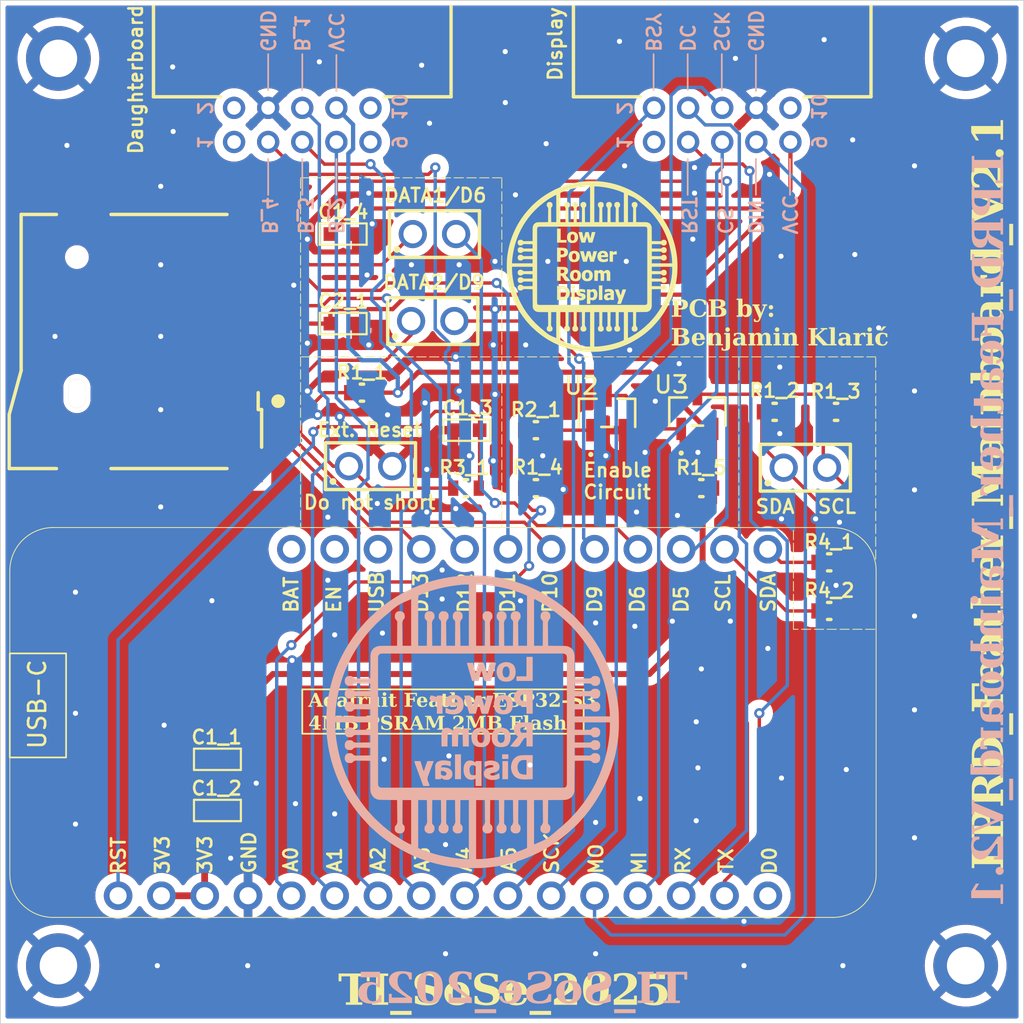
<source format=kicad_pcb>
(kicad_pcb (version 20240108) (generator "pcbnew") (generator_version "8.0")
  (title_block (title "Feather Mainboard") (date "2024-10-30") (rev "1") (company "bklaric") (comment 4 "AISLER Project ID: lprd_feather_mainboard"))
  (layers (0 "F.Cu" signal) (31 "B.Cu" signal) (34 "B.Paste" user) (35 "F.Paste" user) (36 "B.SilkS" user "B.Silkscreen") (37 "F.SilkS" user "F.Silkscreen") (38 "B.Mask" user) (39 "F.Mask" user) (44 "Edge.Cuts" user))
  (net 0 "")
  (net 1 "VCC")
  (net 2 "GND")
  (net 3 "/Microcontroller/Reset")
  (net 4 "Enable VCC")
  (net 5 "Net-(J1-Pad1)")
  (net 6 "Net-(J2-Pad2)")
  (net 7 "Net-(J2-Pad1)")
  (net 9 "/Display Ports/DISPLAY_BUSY")
  (net 10 "Net-(J6-DAT2)")
  (net 11 "Net-(J6-DAT1)")
  (net 14 "/Enable Pin/Enable Input")
  (net 15 "Net-(U2-D)")
  (net 16 "/Daughterboard Connector/Button_2")
  (net 17 "/MicroSD-Card Adapter/SD_MOSI{slash}CMD")
  (net 18 "/MicroSD-Card Adapter/SD_DAT2")
  (net 19 "/MicroSD-Card Adapter/SD_CD")
  (net 20 "/MicroSD-Card Adapter/SD_CLK")
  (net 21 "/MicroSD-Card Adapter/SD_MISO{slash}DAT0")
  (net 22 "/MicroSD-Card Adapter/SD_CS{slash}DAT3")
  (net 23 "/MicroSD-Card Adapter/SD_DAT1")
  (net 24 "Net-(U2-G)")
  (net 25 "/Display Ports/DISPLAY_CS")
  (net 26 "/Daughterboard Connector/Button_3")
  (net 31 "/Display Ports/DISPLAY_SCLK")
  (net 32 "/Display Ports/DISPLAY_MOSI{slash}DIN")
  (net 33 "/Display Ports/DISPLAY_DC")
  (net 34 "/Display Ports/DISPLAY_RST")
  (net 35 "/Daughterboard Connector/Button_4")
  (net 36 "/Daughterboard Connector/Button_1")
  (net 40 "/IIC Connector/SDA")
  (net 41 "/IIC Connector/SCL")
  (footprint "Custom footprints:WRIS-RSKS_0603_REFLOW" (layer "F.Cu") (at 149.1 101.9961)
    (property "Reference" "R1_5")
    (property "Value" "10kΩ" (hide yes))
  )
  (footprint "Custom footprints:WCAP-CSGP_0603_R" (layer "F.Cu") (at 120.725 120.9)
    (property "Reference" "C1_2")
    (property "Value" "100nF" (hide yes))
  )
  (footprint "Custom footprints:WRIS-RSKS_0603_REFLOW" (layer "F.Cu") (at 129.2 96.4)
    (property "Reference" "R1_1")
    (property "Value" "10kΩ" (hide yes))
  )
  (footprint "Custom footprints:Adafruit ESP32-S3 Feather 4MB Flash 2MB PSRAM" (layer "F.Cu") (at 132.85 99.74)
    (property "Reference" "U1" (hide yes))
    (property "Value" "Adafruit ESP32-S3 Feather" (hide yes))
  )
  (footprint "MountingHole:MountingHole_2.2mm_M2_DIN965_Pad" (layer "F.Cu") (at 111.4 76.8)
    (property "Reference" "H2" (hide yes))
    (property "Value" "MountingHole_Pad" (hide yes))
  )
  (footprint "Custom footprints:WRIS-RSKS_0603_REFLOW" (layer "F.Cu") (at 156.6 109.2)
    (property "Reference" "R4_2")
    (property "Value" "33Ω" (hide yes))
  )
  (footprint "MountingHole:MountingHole_2.2mm_M2_DIN965_Pad" (layer "F.Cu") (at 111.4 130)
    (property "Reference" "H3" (hide yes))
    (property "Value" "MountingHole_Pad" (hide yes))
  )
  (footprint "Custom footprints:WRIS-RSKS_0603_REFLOW" (layer "F.Cu") (at 157 97.525)
    (property "Reference" "R1_3")
    (property "Value" "10kΩ" (hide yes))
  )
  (footprint "Custom footprints:61300211121" (layer "F.Cu") (at 133.35 92.2)
    (property "Reference" "J4" (hide yes))
    (property "Value" "61300211121" (hide yes))
  )
  (footprint "Custom footprints:62501021721_full" (layer "F.Cu") (at 150.325 76.15 180)
    (property "Reference" "J3" (hide yes))
    (property "Value" "62501021721" (hide yes))
  )
  (footprint "Custom footprints:61300211121" (layer "F.Cu") (at 129.7 100.71)
    (property "Reference" "J1" (hide yes))
    (property "Value" "61300211121" (hide yes))
  )
  (footprint "Custom footprints:WCAP-CSGP_0603_R" (layer "F.Cu") (at 120.725 117.9)
    (property "Reference" "C1_1")
    (property "Value" "100nF" (hide yes))
  )
  (footprint "Custom footprints:WCAP-CSGP_0603_R" (layer "F.Cu") (at 128.1 87.1 180)
    (property "Reference" "C1_4")
    (property "Value" "100nF" (hide yes))
  )
  (footprint "Custom footprints:61300211121" (layer "F.Cu") (at 155.2 100.8)
    (property "Reference" "J2" (hide yes))
    (property "Value" "61300211121" (hide yes))
  )
  (footprint "Custom footprints:693071020811" (layer "F.Cu") (at 112.485 93.4 -90)
    (property "Reference" "J6" (hide yes))
    (property "Value" "693071020811" (hide yes))
    (fp_line (start 2.7 0.5) (end 3.4 0.5) (stroke (width 0.01)) (layer "Edge.Cuts"))
    (fp_line (start 3.4 -0.5) (end 2.7 -0.5) (stroke (width 0.01)) (layer "Edge.Cuts"))
    (fp_arc (start 2.7 0.5) (mid 2.2 0) (end 2.7 -0.5) (stroke (width 0.01)) (layer "Edge.Cuts"))
    (fp_arc (start 3.4 -0.5) (mid 3.9 0) (end 3.4 0.5) (stroke (width 0.01)) (layer "Edge.Cuts"))
  )
  (footprint "Custom footprints:SOT-23_VIS" (layer "F.Cu") (at 148.87 97.5079)
    (property "Reference" "U3")
    (property "Value" "SI2307CDS-T1-BE3" (hide yes))
  )
  (footprint "Custom footprints:61300211121" (layer "F.Cu") (at 133.45 87.1)
    (property "Reference" "J5" (hide yes))
    (property "Value" "61300211121" (hide yes))
  )
  (footprint "Custom footprints:WCAP-CSGP_0603_R" (layer "F.Cu") (at 135.35 98.6 180)
    (property "Reference" "C1_3")
    (property "Value" "100nF" (hide yes))
  )
  (footprint "Custom footprints:WRIS-RSKS_0603_REFLOW" (layer "F.Cu") (at 139.4 98.6)
    (property "Reference" "R2_1")
    (property "Value" "180Ω" (hide yes))
  )
  (footprint "Custom footprints:WRIS-RSKS_0603_REFLOW" (layer "F.Cu") (at 153.4 97.525)
    (property "Reference" "R1_2")
    (property "Value" "10kΩ" (hide yes))
  )
  (footprint "Custom footprints:WRIS-RSKS_0603_REFLOW" (layer "F.Cu") (at 135.3 102 180)
    (property "Reference" "R3_1")
    (property "Value" "75kΩ" (hide yes))
  )
  (footprint "Custom footprints:62501021721_full" (layer "F.Cu") (at 125.7 76.15 180)
    (property "Reference" "J7" (hide yes))
    (property "Value" "62501021721" (hide yes))
  )
  (footprint "Custom footprints:WCAP-CSGP_0603_R" (layer "F.Cu") (at 128.1 92.35 180)
    (property "Reference" "C2_1")
    (property "Value" "10µF" (hide yes))
  )
  (footprint "Custom footprints:WRIS-RSKS_0603_REFLOW" (layer "F.Cu") (at 156.6 106.35)
    (property "Reference" "R4_1")
    (property "Value" "33Ω" (hide yes))
  )
  (footprint "Custom footprints:WRIS-RSKS_0603_REFLOW" (layer "F.Cu") (at 139.4 102 180)
    (property "Reference" "R1_4")
    (property "Value" "10kΩ" (hide yes))
  )
  (footprint "Custom footprints:SOT_02K-T1-GE3_VIS" (layer "F.Cu") (at 143.57 97.584)
    (property "Reference" "U2")
    (property "Value" "2N7002K-T1-GE3" (hide yes))
  )
  (footprint "MountingHole:MountingHole_2.2mm_M2_DIN965_Pad" (layer "F.Cu") (at 164.6 76.8)
    (property "Reference" "H1" (hide yes))
    (property "Value" "MountingHole_Pad" (hide yes))
  )
  (footprint "MountingHole:MountingHole_2.2mm_M2_DIN965_Pad" (layer "F.Cu") (at 164.6 130)
    (property "Reference" "H4" (hide yes))
    (property "Value" "MountingHole_Pad" (hide yes))
  )
  (gr_line (start 150.3 78.65) (end 150.3 76.55) (stroke (width 0.1)) (layer "B.SilkS"))
  (gr_line (start 123.7 84.8) (end 123.7 82.7) (stroke (width 0.1)) (layer "B.SilkS"))
  (gr_poly (pts (xy 137.322184 116.040844) (xy 137.270881 116.045725) (xy 137.220229 116.05471) (xy 137.1706 116.067823) (xy 137.146286 116.075935) (xy 137.122367 116.085087) (xy 137.09889 116.095283) (xy 137.075902 116.106524) (xy 137.053449 116.118815) (xy 137.031577 116.132158) (xy 137.010334 116.146555) (xy 136.989765 116.16201) (xy 136.972973 116.176645) (xy 136.956962 116.192024) (xy 136.941735 116.208108) (xy 136.927291 116.224859) (xy 136.91363 116.242236) (xy 136.900752 116.260202) (xy 136.888659 116.278717) (xy 136.877349 116.297742) (xy 136.866825 116.317239) (xy 136.857085 116.337167) (xy 136.84813 116.357489) (xy 136.83996 116.378166) (xy 136.832576 116.399158) (xy 136.825978 116.420426) (xy 136.820166 116.441931) (xy 136.81514 116.463635) (xy 136.809838 116.538985) (xy 136.808211 116.576293) (xy 136.807483 116.613319) (xy 136.807818 116.650033) (xy 136.809378 116.686409) (xy 136.812327 116.722416) (xy 136.816828 116.758027) (xy 136.823043 116.793212) (xy 136.831136 116.827944) (xy 136.841269 116.862194) (xy 136.853606 116.895933) (xy 136.86831 116.929133) (xy 136.885543 116.961766) (xy 136.905468 116.993802) (xy 136.92825 117.025213) (xy 136.94578 117.042765) (xy 136.964084 117.059374) (xy 136.983119 117.07502) (xy 137.002844 117.089684) (xy 137.023217 117.103344) (xy 137.044195 117.115983) (xy 137.065737 117.127579) (xy 137.087801 117.138114) (xy 137.110345 117.147567) (xy 137.133326 117.155919) (xy 137.156704 117.163149) (xy 137.180435 117.169239) (xy 137.204478 117.174168) (xy 137.228791 117.177916) (xy 137.253331 117.180464) (xy 137.278058 117.181792) (xy 137.341813 117.182541) (xy 137.372593 117.182204) (xy 137.402737 117.181244) (xy 137.432317 117.179552) (xy 137.461403 117.177014) (xy 137.490067 117.173522) (xy 137.518381 117.168963) (xy 137.546416 117.163226) (xy 137.574243 117.156201) (xy 137.601934 117.147776) (xy 137.629561 117.137841) (xy 137.657195 117.126285) (xy 137.684907 117.112995) (xy 137.712768 117.097863) (xy 137.740851 117.080775) (xy 137.767127 117.051101) (xy 137.790825 117.021109) (xy 137.812057 116.990763) (xy 137.830937 116.960022) (xy 137.84758 116.928848) (xy 137.862099 116.897202) (xy 137.874608 116.865045) (xy 137.885219 116.832339) (xy 137.894048 116.799044) (xy 137.901208 116.765121) (xy 137.906811 116.730532) (xy 137.910973 116.695239) (xy 137.913807 116.659201) (xy 137.915426 116.62238) (xy 137.915464 116.61964) (xy 137.566888 116.61964) (xy 137.566465 116.647001) (xy 137.564862 116.674666) (xy 137.562121 116.702642) (xy 137.558284 116.730935) (xy 137.55339 116.759554) (xy 137.549148 116.773577) (xy 137.544792 116.786951) (xy 137.540254 116.79971) (xy 137.535468 116.811884) (xy 137.530366 116.823506) (xy 137.524882 116.834608) (xy 137.518949 116.845221) (xy 137.512499 116.855378) (xy 137.505466 116.86511) (xy 137.497782 116.874448) (xy 137.48938 116.883426) (xy 137.480194 116.892074) (xy 137.470157 116.900424) (xy 137.459201 116.908509) (xy 137.447259 116.91636) (xy 137.434265 116.92401) (xy 137.415882 116.929055) (xy 137.407195 116.931163) (xy 137.398771 116.932986) (xy 137.390555 116.934522) (xy 137.382493 116.935764) (xy 137.374531 116.936707) (xy 137.366614 116.937347) (xy 137.358687 116.937679) (xy 137.350695 116.937698) (xy 137.342585 116.937398) (xy 137.334301 116.936776) (xy 137.325788 116.935825) (xy 137.316993 116.934541) (xy 137.30786 116.932919) (xy 137.298336 116.930955) (xy 137.287666 116.92443) (xy 137.277262 116.917584) (xy 137.267143 116.910414) (xy 137.257327 116.902915) (xy 137.247835 116.895083) (xy 137.238686 116.886914) (xy 137.229899 116.878402) (xy 137.221494 116.869545) (xy 137.213491 116.860338) (xy 137.205908 116.850776) (xy 137.198766 116.840856) (xy 137.192084 116.830573) (xy 137.185881 116.819922) (xy 137.180177 116.8089) (xy 137.174991 116.797502) (xy 137.170343 116.785724) (xy 137.16639 116.759811) (xy 137.162994 116.733524) (xy 137.160224 116.706939) (xy 137.158147 116.68013) (xy 137.156833 116.653173) (xy 137.156347 116.626142) (xy 137.156758 116.599115) (xy 137.158135 116.572164) (xy 137.160544 116.545367) (xy 137.164053 116.518798) (xy 137.168731 116.492531) (xy 137.174644 116.466644) (xy 137.181862 116.44121) (xy 137.190451 116.416306) (xy 137.20048 116.392005) (xy 137.212016 116.368384) (xy 137.217883 116.361696) (xy 137.223408 116.355599) (xy 137.228665 116.350045) (xy 137.233731 116.344983) (xy 137.238682 116.340366) (xy 137.243593 116.336144) (xy 137.248541 116.332269) (xy 137.253602 116.32869) (xy 137.258852 116.32536) (xy 137.264366 116.322229) (xy 137.270221 116.319248) (xy 137.276493 116.316369) (xy 137.283257 116.313542) (xy 137.29059 116.310718) (xy 137.298567 116.307848) (xy 137.307265 116.304884) (xy 137.338317 116.302664) (xy 137.351192 116.301914) (xy 137.36264 116.301467) (xy 137.372919 116.30137) (xy 137.382282 116.301667) (xy 137.390987 116.302407) (xy 137.399289 116.303636) (xy 137.407443 116.305399) (xy 137.415707 116.307745) (xy 137.424334 116.310718) (xy 137.433582 116.314366) (xy 137.443706 116.318735) (xy 137.454961 116.323872) (xy 137.481891 116.336635) (xy 137.497166 116.361134) (xy 137.510808 116.385857) (xy 137.522858 116.410811) (xy 137.533357 116.436004) (xy 137.542346 116.461443) (xy 137.549866 116.487134) (xy 137.55596 116.513086) (xy 137.560668 116.539305) (xy 137.564031 116.565799) (xy 137.56609 116.592575) (xy 137.566888 116.61964) (xy 137.915464 116.61964) (xy 137.915945 116.584737) (xy 137.915476 116.546234) (xy 137.913476 116.519938) (xy 137.91033 116.494004) (xy 137.90605 116.468448) (xy 137.900644 116.443287) (xy 137.894124 116.418536) (xy 137.8865 116.394211) (xy 137.877782 116.370327) (xy 137.86798 116.346902) (xy 137.857104 116.32395) (xy 137.845164 116.301488) (xy 137.832172 116.279531) (xy 137.818136 116.258095) (xy 137.803067 116.237197) (xy 137.786975 116.216852) (xy 137.769871 116.197075) (xy 137.751765 116.177884) (xy 137.731923 116.161879) (xy 137.71136 116.146845) (xy 137.690121 116.132787) (xy 137.668254 116.119706) (xy 137.645805 116.107606) (xy 137.62282 116.09649) (xy 137.575431 116.077219) (xy 137.526459 116.061916) (xy 137.476275 116.050605) (xy 137.425254 116.043307) (xy 137.373766 116.040046)) (stroke (width -0.000001)) (fill solid) (layer "B.SilkS"))
  (gr_poly (pts (xy 136.106801 116.042413) (xy 136.056474 116.048975) (xy 136.006995 116.059571) (xy 135.982689 116.066396) (xy 135.958733 116.074245) (xy 135.935174 116.083124) (xy 135.912058 116.093039) (xy 135.889429 116.103994) (xy 135.867336 116.115996) (xy 135.845823 116.129049) (xy 135.824938 116.143158) (xy 135.802951 116.162218) (xy 135.782231 116.181492) (xy 135.76277 116.201051) (xy 135.74456 116.220961) (xy 135.727595 116.24129) (xy 135.711868 116.262106) (xy 135.69737 116.283478) (xy 135.684097 116.305474) (xy 135.672039 116.328161) (xy 135.66119 116.351607) (xy 135.651544 116.375881) (xy 135.643092 116.40105) (xy 135.635827 116.427183) (xy 135.629744 116.454347) (xy 135.624833 116.482611) (xy 135.621089 116.512042) (xy 135.619153 116.549305) (xy 135.618136 116.586168) (xy 135.618159 116.622615) (xy 135.61934 116.65863) (xy 135.6218 116.694195) (xy 135.625657 116.729295) (xy 135.631032 116.763912) (xy 135.638043 116.79803) (xy 135.64681 116.831633) (xy 135.657453 116.864702) (xy 135.670091 116.897223) (xy 135.684844 116.929179) (xy 135.70183 116.960551) (xy 135.721171 116.991325) (xy 135.742984 117.021484) (xy 135.76739 117.05101) (xy 135.796738 117.074396) (xy 135.826415 117.095003) (xy 135.856442 117.112992) (xy 135.886838 117.12852) (xy 135.917622 117.141748) (xy 135.948814 117.152836) (xy 135.980434 117.161944) (xy 136.012499 117.16923) (xy 136.045031 117.174854) (xy 136.078047 117.178977) (xy 136.111568 117.181757) (xy 136.145613 117.183355) (xy 136.180202 117.183929) (xy 136.215353 117.18364) (xy 136.287421 117.18111) (xy 136.311086 117.178518) (xy 136.334331 117.174905) (xy 136.357143 117.170273) (xy 136.37951 117.164628) (xy 136.401419 117.157972) (xy 136.42286 117.150311) (xy 136.443819 117.141648) (xy 136.464284 117.131987) (xy 136.484243 117.121332) (xy 136.503684 117.109687) (xy 136.522595 117.097057) (xy 136.540963 117.083445) (xy 136.558776 117.068855) (xy 136.576022 117.053292) (xy 136.59269 117.036758) (xy 136.608765 117.019259) (xy 136.624573 116.996859) (xy 136.639109 116.973974) (xy 136.652407 116.950628) (xy 136.664498 116.926847) (xy 136.675412 116.902656) (xy 136.685181 116.878077) (xy 136.693838 116.853137) (xy 136.701412 116.827859) (xy 136.707936 116.802268) (xy 136.713441 116.776389) (xy 136.717959 116.750246) (xy 136.721521 116.723864) (xy 136.724158 116.697266) (xy 136.725902 116.670479) (xy 136.726784 116.643526) (xy 136.726835 116.616432) (xy 136.726758 116.608675) (xy 136.377684 116.608675) (xy 136.3773 116.633445) (xy 136.376287 116.658341) (xy 136.374762 116.683336) (xy 136.37064 116.733509) (xy 136.367459 116.747908) (xy 136.363952 116.762042) (xy 136.360082 116.775898) (xy 136.355811 116.789461) (xy 136.351101 116.802716) (xy 136.345914 116.815648) (xy 136.340213 116.828243) (xy 136.33396 116.840487) (xy 136.327116 116.852364) (xy 136.319645 116.86386) (xy 136.311508 116.87496) (xy 136.302668 116.88565) (xy 136.293086 116.895914) (xy 136.282726 116.905739) (xy 136.271548 116.915109) (xy 136.259516 116.92401) (xy 136.247973 116.927119) (xy 136.236985 116.929859) (xy 136.226475 116.932217) (xy 136.216364 116.934183) (xy 136.206575 116.935745) (xy 136.197029 116.936891) (xy 136.187648 116.937611) (xy 136.178355 116.937893) (xy 136.169071 116.937726) (xy 136.159718 116.937097) (xy 136.150218 116.935997) (xy 136.140494 116.934414) (xy 136.130467 116.932335) (xy 136.120059 116.92975) (xy 136.109192 116.926648) (xy 136.097789 116.923017) (xy 136.086503 116.914987) (xy 136.075783 116.906815) (xy 136.065618 116.898471) (xy 136.056001 116.889923) (xy 136.046924 116.881139) (xy 136.038377 116.872088) (xy 136.030353 116.862738) (xy 136.022843 116.853057) (xy 136.01584 116.843015) (xy 136.009333 116.832579) (xy 136.003316 116.821717) (xy 135.99778 116.810399) (xy 135.992717 116.798593) (xy 135.988117 116.786266) (xy 135.983973 116.773388) (xy 135.980277 116.759927) (xy 135.976835 116.735863) (xy 135.973949 116.711785) (xy 135.971673 116.687713) (xy 135.970058 116.663667) (xy 135.969157 116.639666) (xy 135.969023 116.615731) (xy 135.969707 116.59188) (xy 135.971264 116.568133) (xy 135.973744 116.544509) (xy 135.977201 116.52103) (xy 135.981687 116.497713) (xy 135.987255 116.474579) (xy 135.993956 116.451647) (xy 136.001844 116.428936) (xy 136.010972 116.406467) (xy 136.021391 116.38426) (xy 136.032585 116.370988) (xy 136.037966 116.36488) (xy 136.043263 116.35909) (xy 136.04852 116.353592) (xy 136.053783 116.348359) (xy 136.059097 116.343365) (xy 136.064506 116.338585) (xy 136.070057 116.333991) (xy 136.075793 116.329559) (xy 136.081761 116.325261) (xy 136.088004 116.321073) (xy 136.094569 116.316967) (xy 136.1015 116.312917) (xy 136.108842 116.308899) (xy 136.11664 116.304884) (xy 136.144941 116.303029) (xy 136.158276 116.302485) (xy 136.171136 116.302288) (xy 136.183573 116.30251) (xy 136.195638 116.30322) (xy 136.207382 116.304487) (xy 136.218857 116.306382) (xy 136.230114 116.308974) (xy 136.241205 116.312334) (xy 136.252181 116.31653) (xy 136.263094 116.321633) (xy 136.273995 116.327713) (xy 136.284935 116.334839) (xy 136.295967 116.343082) (xy 136.30714 116.35251) (xy 136.321351 116.374051) (xy 136.333654 116.396025) (xy 136.344164 116.418405) (xy 136.352998 116.441161) (xy 136.360272 116.464267) (xy 136.366103 116.487694) (xy 136.370608 116.511414) (xy 136.373901 116.535401) (xy 136.376101 116.559625) (xy 136.377323 116.584059) (xy 136.377684 116.608675) (xy 136.726758 116.608675) (xy 136.726436 116.576539) (xy 136.725238 116.548024) (xy 136.723194 116.520262) (xy 136.72025 116.493215) (xy 136.716353 116.466845) (xy 136.71145 116.441113) (xy 136.705485 116.415982) (xy 136.698405 116.391413) (xy 136.690157 116.367368) (xy 136.680687 116.343809) (xy 136.669941 116.320698) (xy 136.657864 116.297996) (xy 136.644404 116.275665) (xy 136.629507 116.253668) (xy 136.613118 116.231966) (xy 136.595184 116.210521) (xy 136.575651 116.189294) (xy 136.556759 116.17313) (xy 136.537111 116.157861) (xy 136.516755 116.143495) (xy 136.495735 116.130035) (xy 136.474097 116.117488) (xy 136.451889 116.105859) (xy 136.405943 116.085376) (xy 136.358265 116.068628) (xy 136.309224 116.055658) (xy 136.259188 116.046508) (xy 136.208527 116.041223) (xy 136.157608 116.039844)) (stroke (width -0.000001)) (fill solid) (layer "B.SilkS"))
  (gr_line (start 146.3 78.65) (end 146.3 76.55) (stroke (width 0.1)) (layer "B.SilkS"))
  (gr_poly (pts (xy 133.909472 117.965311) (xy 133.860138 117.970514) (xy 133.811638 117.978831) (xy 133.764185 117.990557) (xy 133.717989 118.005988) (xy 133.69543 118.015185) (xy 133.673264 118.02542) (xy 133.651518 118.036729) (xy 133.630219 118.04915) (xy 133.616647 118.061523) (xy 133.603579 118.07396) (xy 133.59105 118.086509) (xy 133.579097 118.099221) (xy 133.567754 118.112145) (xy 133.557057 118.125331) (xy 133.547042 118.138828) (xy 133.537744 118.152687) (xy 133.5292 118.166956) (xy 133.521443 118.181686) (xy 133.51451 118.196926) (xy 133.508437 118.212726) (xy 133.505734 118.220851) (xy 133.503259 118.229135) (xy 133.501016 118.237584) (xy 133.499011 118.246204) (xy 133.497247 118.255001) (xy 133.495729 118.263982) (xy 133.494461 118.273152) (xy 133.493448 118.282518) (xy 133.493661 118.326424) (xy 133.493669 118.376487) (xy 133.494165 118.429964) (xy 133.494301 118.485148) (xy 133.495281 118.659345) (xy 133.495715 118.777571) (xy 133.497265 119.067135) (xy 133.830641 119.067135) (xy 133.846516 118.987759) (xy 133.897117 119.025463) (xy 133.918322 119.040316) (xy 133.939528 119.053324) (xy 133.960775 119.06459) (xy 133.982105 119.074215) (xy 134.003557 119.082301) (xy 134.025172 119.088951) (xy 134.046991 119.094266) (xy 134.069056 119.098349) (xy 134.091406 119.101301) (xy 134.114082 119.103224) (xy 134.137124 119.104222) (xy 134.160575 119.104395) (xy 134.184473 119.103845) (xy 134.208861 119.102676) (xy 134.259266 119.098884) (xy 134.276761 119.094029) (xy 134.293295 119.088431) (xy 134.308938 119.082105) (xy 134.323762 119.075065) (xy 134.337837 119.067325) (xy 134.351236 119.058899) (xy 134.364028 119.049803) (xy 134.376284 119.040051) (xy 134.388077 119.029657) (xy 134.399476 119.018635) (xy 134.410553 119.007) (xy 134.42138 118.994766) (xy 134.432026 118.981949) (xy 134.442563 118.968561) (xy 134.463594 118.940134) (xy 134.472147 118.923673) (xy 134.479515 118.906792) (xy 134.485757 118.889536) (xy 134.490932 118.871949) (xy 134.495099 118.854076) (xy 134.498316 118.835964) (xy 134.500643 118.817655) (xy 134.502137 118.799195) (xy 134.502858 118.780629) (xy 134.502864 118.762003) (xy 134.502215 118.743359) (xy 134.501289 118.729526) (xy 134.150939 118.729526) (xy 134.150846 118.737567) (xy 134.150499 118.74549) (xy 134.149881 118.753334) (xy 134.148975 118.76114) (xy 134.147767 118.768949) (xy 134.14624 118.776799) (xy 134.144378 118.784732) (xy 134.142165 118.792788) (xy 134.139584 118.801008) (xy 134.13662 118.80943) (xy 134.133257 118.818096) (xy 134.123319 118.825751) (xy 134.113298 118.832543) (xy 134.103182 118.838514) (xy 134.092961 118.843707) (xy 134.08262 118.848163) (xy 134.07215 118.851927) (xy 134.061537 118.855039) (xy 134.05077 118.857543) (xy 134.039837 118.85948) (xy 134.028725 118.860894) (xy 134.017423 118.861827) (xy 134.005919 118.862321) (xy 133.994201 118.862419) (xy 133.982257 118.862163) (xy 133.970074 118.861596) (xy 133.957641 118.860759) (xy 133.948719 118.857258) (xy 133.939929 118.853605) (xy 133.931268 118.84979) (xy 133.922739 118.845806) (xy 133.914341 118.841641) (xy 133.906073 118.837288) (xy 133.897937 118.832738) (xy 133.889933 118.827981) (xy 133.88206 118.823007) (xy 133.874318 118.817809) (xy 133.866708 118.812377) (xy 133.85923 118.806701) (xy 133.851885 118.800774) (xy 133.844671 118.794584) (xy 133.83759 118.788124) (xy 133.830641 118.781385) (xy 133.829952 118.755347) (xy 133.829586 118.729301) (xy 133.829499 118.703252) (xy 133.829648 118.677205) (xy 133.830082 118.619596) (xy 133.830641 118.575009) (xy 133.837363 118.575096) (xy 133.844087 118.575346) (xy 133.857538 118.57628) (xy 133.870984 118.577694) (xy 133.884415 118.579472) (xy 133.937797 118.587908) (xy 133.98815 118.595163) (xy 134.000415 118.598264) (xy 134.012207 118.601639) (xy 134.023562 118.605303) (xy 134.034517 118.60927) (xy 134.045108 118.613556) (xy 134.055373 118.618177) (xy 134.065348 118.623148) (xy 134.075069 118.628483) (xy 134.084574 118.634199) (xy 134.0939 118.64031) (xy 134.103083 118.646831) (xy 134.112159 118.653779) (xy 134.121167 118.661168) (xy 134.130141 118.669013) (xy 134.13912 118.67733) (xy 134.14814 118.686134) (xy 134.149847 118.704289) (xy 134.150423 118.712927) (xy 134.150792 118.721326) (xy 134.150939 118.729526) (xy 134.501289 118.729526) (xy 134.500969 118.724745) (xy 134.499184 118.706204) (xy 134.49692 118.687781) (xy 134.494236 118.669521) (xy 134.491189 118.65147) (xy 134.485499 118.634381) (xy 134.479086 118.618098) (xy 134.471967 118.602573) (xy 134.464159 118.587758) (xy 134.455679 118.573606) (xy 134.446542 118.560068) (xy 134.436767 118.547097) (xy 134.426368 118.534646) (xy 134.415364 118.522666) (xy 134.403771 118.51111) (xy 134.391605 118.49993) (xy 134.378882 118.48908) (xy 134.365621 118.47851) (xy 134.351836 118.468173) (xy 134.337546 118.458022) (xy 134.322766 118.448009) (xy 134.295375 118.434898) (xy 134.266977 118.423252) (xy 134.23769 118.412989) (xy 134.207636 118.404029) (xy 134.176933 118.39629) (xy 134.145702 118.389692) (xy 134.114061 118.384154) (xy 134.082132 118.379594) (xy 134.050032 118.375932) (xy 134.017883 118.373087) (xy 133.953913 118.369523) (xy 133.89118 118.368255) (xy 133.830641 118.368635) (xy 133.838338 118.349174) (xy 133.842073 118.340122) (xy 133.845822 118.331489) (xy 133.849654 118.32325) (xy 133.853639 118.315381) (xy 133.857845 118.307856) (xy 133.86234 118.300652) (xy 133.867194 118.293742) (xy 133.872474 118.287103) (xy 133.878249 118.280709) (xy 133.884589 118.274537) (xy 133.891562 118.26856) (xy 133.899235 118.262754) (xy 133.907679 118.257094) (xy 133.916961 118.251556) (xy 133.944466 118.247176) (xy 133.971416 118.243782) (xy 133.997879 118.241358) (xy 134.023923 118.23989) (xy 134.049619 118.239362) (xy 134.075033 118.239759) (xy 134.100235 118.241065) (xy 134.125294 118.243266) (xy 134.150279 118.246346) (xy 134.175257 118.25029) (xy 134.200297 118.255083) (xy 134.225469 118.260709) (xy 134.250841 118.267153) (xy 134.276481 118.274401) (xy 134.302459 118.282436) (xy 134.328842 118.291243) (xy 134.342619 118.295829) (xy 134.353359 118.299274) (xy 134.357858 118.300621) (xy 134.361921 118.301743) (xy 134.365655 118.302662) (xy 134.369166 118.303398) (xy 134.372562 118.303971) (xy 134.375951 118.304402) (xy 134.37944 118.304711) (xy 134.383136 118.304918) (xy 134.391579 118.305108) (xy 134.40214 118.305135) (xy 134.40214 118.019384) (xy 134.308785 118.00024) (xy 134.211147 117.982892) (xy 134.161251 117.975633) (xy 134.110919 117.96971) (xy 134.060364 117.96542) (xy 134.009797 117.96306) (xy 133.959429 117.962925)) (stroke (width -0.000001)) (fill solid) (layer "B.SilkS"))
  (gr_poly (pts (xy 137.418391 117.87651) (xy 137.783515 117.87651) (xy 137.783515 117.606634) (xy 137.418391 117.606634)) (stroke (width -0.000001)) (fill solid) (layer "B.SilkS"))
  (gr_line (start 148.3 78.65) (end 148.3 76.55) (stroke (width 0.1)) (layer "B.SilkS"))
  (gr_poly (pts (xy 137.638989 112.201218) (xy 137.584104 112.205281) (xy 137.529627 112.213876) (xy 137.502655 112.219863) (xy 137.475922 112.226972) (xy 137.449474 112.235198) (xy 137.423356 112.244537) (xy 137.397614 112.254986) (xy 137.372293 112.26654) (xy 137.347439 112.279196) (xy 137.323098 112.292949) (xy 137.299315 112.307796) (xy 137.276135 112.323732) (xy 137.254171 112.344139) (xy 137.23401 112.365345) (xy 137.215572 112.38732) (xy 137.198778 112.410036) (xy 137.183548 112.433461) (xy 137.169802 112.457569) (xy 137.15746 112.482328) (xy 137.146443 112.50771) (xy 137.136671 112.533685) (xy 137.128065 112.560224) (xy 137.120543 112.587298) (xy 137.114027 112.614877) (xy 137.108437 112.642933) (xy 137.103694 112.671435) (xy 137.099716 112.700354) (xy 137.096426 112.729661) (xy 137.095863 112.762464) (xy 137.096479 112.795044) (xy 137.098314 112.82736) (xy 137.101412 112.85937) (xy 137.105812 112.89103) (xy 137.111557 112.9223) (xy 137.118689 112.953136) (xy 137.127249 112.983496) (xy 137.137278 113.013338) (xy 137.148819 113.042619) (xy 137.161913 113.071298) (xy 137.176602 113.099333) (xy 137.192927 113.12668) (xy 137.21093 113.153297) (xy 137.230653 113.179143) (xy 137.252137 113.204175) (xy 137.2766 113.225981) (xy 137.30139 113.245493) (xy 137.326531 113.262831) (xy 137.352048 113.278115) (xy 137.377966 113.291464) (xy 137.40431 113.302997) (xy 137.431105 113.312835) (xy 137.458374 113.321096) (xy 137.486143 113.327901) (xy 137.514437 113.333367) (xy 137.543281 113.337616) (xy 137.572698 113.340767) (xy 137.602714 113.342938) (xy 137.633353 113.344251) (xy 137.664641 113.344823) (xy 137.696602 113.344775) (xy 137.724936 113.343314) (xy 137.752491 113.341069) (xy 137.779305 113.337974) (xy 137.805414 113.333962) (xy 137.830855 113.328967) (xy 137.855666 113.322925) (xy 137.879883 113.315769) (xy 137.903543 113.307434) (xy 137.926683 113.297854) (xy 137.94934 113.286963) (xy 137.97155 113.274695) (xy 137.993352 113.260986) (xy 138.014781 113.245768) (xy 138.035874 113.228976) (xy 138.056669 113.210545) (xy 138.077203 113.190408) (xy 138.098628 113.161761) (xy 138.117917 113.132746) (xy 138.135148 113.103349) (xy 138.150402 113.073559) (xy 138.163757 113.043363) (xy 138.175294 113.01275) (xy 138.185091 112.981706) (xy 138.193229 112.950219) (xy 138.199786 112.918278) (xy 138.204842 112.885869) (xy 138.208476 112.852981) (xy 138.210769 112.819602) (xy 138.210849 112.816974) (xy 137.855697 112.816974) (xy 137.855357 112.83335) (xy 137.854551 112.849384) (xy 137.853259 112.865098) (xy 137.851463 112.880514) (xy 137.849144 112.895655) (xy 137.846281 112.910544) (xy 137.842855 112.925204) (xy 137.838848 112.939655) (xy 137.834239 112.953922) (xy 137.829009 112.968027) (xy 137.82314 112.981992) (xy 137.816611 112.99584) (xy 137.809403 113.009593) (xy 137.801498 113.023274) (xy 137.792875 113.036905) (xy 137.783515 113.05051) (xy 137.772129 113.05776) (xy 137.761089 113.064368) (xy 137.750328 113.070334) (xy 137.739781 113.075661) (xy 137.729382 113.08035) (xy 137.719065 113.084402) (xy 137.708765 113.087818) (xy 137.698414 113.0906) (xy 137.687948 113.092749) (xy 137.677301 113.094267) (xy 137.666406 113.095155) (xy 137.655197 113.095415) (xy 137.64361 113.095048) (xy 137.631578 113.094055) (xy 137.619034 113.092437) (xy 137.605914 113.090197) (xy 137.594554 113.086335) (xy 137.583922 113.082348) (xy 137.573963 113.078189) (xy 137.564626 113.073811) (xy 137.555858 113.069166) (xy 137.547606 113.064207) (xy 137.539817 113.058888) (xy 137.53244 113.053161) (xy 137.52542 113.04698) (xy 137.518706 113.040296) (xy 137.512245 113.033063) (xy 137.505984 113.025233) (xy 137.499871 113.01676) (xy 137.493853 113.007597) (xy 137.487877 112.997696) (xy 137.481891 112.98701) (xy 137.473809 112.961467) (xy 137.466873 112.935578) (xy 137.461074 112.909396) (xy 137.456405 112.882969) (xy 137.452859 112.85635) (xy 137.450429 112.829589) (xy 137.449106 112.802737) (xy 137.448885 112.775844) (xy 137.449757 112.748961) (xy 137.451715 112.722139) (xy 137.454751 112.695429) (xy 137.458859 112.668881) (xy 137.464032 112.642546) (xy 137.470261 112.616476) (xy 137.477539 112.59072) (xy 137.485859 112.56533) (xy 137.497838 112.549078) (xy 137.503708 112.54149) (xy 137.509555 112.534228) (xy 137.51542 112.527265) (xy 137.521344 112.520576) (xy 137.527369 112.514136) (xy 137.533537 112.507918) (xy 137.53989 112.501898) (xy 137.546468 112.496049) (xy 137.553314 112.490347) (xy 137.560469 112.484765) (xy 137.567975 112.479279) (xy 137.575874 112.473862) (xy 137.584207 112.468489) (xy 137.593015 112.463135) (xy 137.607413 112.46148) (xy 137.621236 112.460224) (xy 137.634536 112.459413) (xy 137.647366 112.459094) (xy 137.659777 112.459314) (xy 137.671821 112.460121) (xy 137.68355 112.46156) (xy 137.695016 112.46368) (xy 137.706271 112.466526) (xy 137.717368 112.470147) (xy 137.728357 112.474589) (xy 137.739291 112.479899) (xy 137.750222 112.486124) (xy 137.761202 112.493311) (xy 137.772282 112.501508) (xy 137.783515 112.51076) (xy 137.793942 112.527089) (xy 137.8034 112.543257) (xy 137.811925 112.559312) (xy 137.819555 112.575306) (xy 137.826329 112.591289) (xy 137.832282 112.60731) (xy 137.837453 112.623419) (xy 137.841879 112.639666) (xy 137.845597 112.656102) (xy 137.848645 112.672777) (xy 137.85106 112.68974) (xy 137.85288 112.707042) (xy 137.854141 112.724732) (xy 137.854883 112.742861) (xy 137.855141 112.761478) (xy 137.854953 112.780634) (xy 137.855697 112.816974) (xy 138.210849 112.816974) (xy 138.211799 112.785718) (xy 138.211646 112.751318) (xy 138.21039 112.716389) (xy 138.20811 112.68092) (xy 138.202402 112.644741) (xy 138.199103 112.627132) (xy 138.195475 112.609812) (xy 138.191492 112.592756) (xy 138.187127 112.575938) (xy 138.182355 112.559335) (xy 138.177152 112.542922) (xy 138.17149 112.526674) (xy 138.165345 112.510568) (xy 138.158691 112.494577) (xy 138.151502 112.478678) (xy 138.143753 112.462847) (xy 138.135419 112.447058) (xy 138.126473 112.431287) (xy 138.11689 112.41551) (xy 138.091093 112.373838) (xy 138.070409 112.354157) (xy 138.048961 112.335684) (xy 138.026793 112.318416) (xy 138.003951 112.302348) (xy 137.980481 112.287476) (xy 137.956429 112.273797) (xy 137.931841 112.261307) (xy 137.906761 112.25) (xy 137.881236 112.239875) (xy 137.85531 112.230926) (xy 137.829031 112.22315) (xy 137.802443 112.216542) (xy 137.775592 112.211099) (xy 137.748524 112.206817) (xy 137.721284 112.203692) (xy 137.693917 112.20172) (xy 137.666471 112.200896)) (stroke (width -0.000001)) (fill solid) (layer "B.SilkS"))
  (gr_poly (pts (xy 134.793525 116.051367) (xy 134.768951 116.053994) (xy 134.744575 116.058171) (xy 134.720505 116.063873) (xy 134.696849 116.071075) (xy 134.673715 116.079752) (xy 134.651209 116.089879) (xy 134.62944 116.101432) (xy 134.608516 116.114385) (xy 134.587556 116.137083) (xy 134.579076 116.14643) (xy 134.571805 116.15466) (xy 134.56565 116.161935) (xy 134.560519 116.168418) (xy 134.556317 116.174272) (xy 134.552953 116.17966) (xy 134.550333 116.184744) (xy 134.548364 116.189688) (xy 134.546954 116.194654) (xy 134.546008 116.199804) (xy 134.545434 116.205302) (xy 134.54514 116.211311) (xy 134.545016 116.22551) (xy 134.503778 116.195372) (xy 134.448774 116.156056) (xy 134.421767 116.136213) (xy 134.402185 116.122914) (xy 134.382755 116.110884) (xy 134.36342 116.100091) (xy 134.344119 116.090505) (xy 134.324796 116.082095) (xy 134.30539 116.074831) (xy 134.285843 116.068681) (xy 134.266096 116.063614) (xy 134.246091 116.0596) (xy 134.225769 116.056608) (xy 134.20507 116.054607) (xy 134.183937 116.053566) (xy 134.16231 116.053455) (xy 134.140131 116.054242) (xy 134.117341 116.055896) (xy 134.09388 116.058388) (xy 134.080732 116.061312) (xy 134.068214 116.064595) (xy 134.056283 116.068258) (xy 134.044896 116.072322) (xy 134.034009 116.076811) (xy 134.02358 116.081746) (xy 134.013564 116.087149) (xy 134.003918 116.093042) (xy 133.9946 116.099447) (xy 133.985565 116.106385) (xy 133.976771 116.11388) (xy 133.968173 116.121952) (xy 133.959729 116.130624) (xy 133.951394 116.139918) (xy 133.943127 116.149856) (xy 133.934883 116.160459) (xy 133.925155 116.175632) (xy 133.916191 116.19043) (xy 133.907973 116.204934) (xy 133.900481 116.219225) (xy 133.893698 116.233385) (xy 133.887605 116.247495) (xy 133.882183 116.261636) (xy 133.877415 116.27589) (xy 133.873282 116.290339) (xy 133.869766 116.305062) (xy 133.866847 116.320143) (xy 133.864509 116.335662) (xy 133.862733 116.3517) (xy 133.861499 116.36834) (xy 133.860791 116.385661) (xy 133.860589 116.403747) (xy 133.860592 116.453814) (xy 133.86084 116.507539) (xy 133.860908 116.56279) (xy 133.861399 116.737478) (xy 133.861616 116.855921) (xy 133.86239 117.146259) (xy 134.21164 117.146259) (xy 134.213997 116.992223) (xy 134.216679 116.844534) (xy 134.218338 116.741889) (xy 134.220942 116.594356) (xy 134.221499 116.547997) (xy 134.222453 116.504671) (xy 134.223095 116.466641) (xy 134.224098 116.459565) (xy 134.225269 116.452745) (xy 134.22661 116.446154) (xy 134.228119 116.439763) (xy 134.229796 116.433545) (xy 134.231641 116.42747) (xy 134.233654 116.42151) (xy 134.235835 116.415638) (xy 134.238182 116.409824) (xy 134.240696 116.40404) (xy 134.243377 116.398258) (xy 134.246224 116.39245) (xy 134.252414 116.38064) (xy 134.259266 116.368384) (xy 134.297461 116.367261) (xy 134.335664 116.3664) (xy 134.378638 116.365284) (xy 134.393052 116.365417) (xy 134.399051 116.365604) (xy 134.404416 116.36594) (xy 134.409272 116.366475) (xy 134.413749 116.367261) (xy 134.415885 116.367764) (xy 134.417973 116.368349) (xy 134.42003 116.369022) (xy 134.422071 116.369789) (xy 134.424113 116.370657) (xy 134.426172 116.371633) (xy 134.430402 116.373932) (xy 134.434889 116.376736) (xy 134.439761 116.380098) (xy 134.445144 116.384068) (xy 134.451167 116.388696) (xy 134.46564 116.400135) (xy 134.468129 116.411175) (xy 134.469991 116.419946) (xy 134.470712 116.423745) (xy 134.471306 116.427293) (xy 134.471784 116.430696) (xy 134.472156 116.43406) (xy 134.472431 116.437491) (xy 134.47262 116.441093) (xy 134.472733 116.444973) (xy 134.472779 116.449235) (xy 134.472714 116.459333) (xy 134.472504 116.472231) (xy 134.473457 116.51749) (xy 134.473764 116.56645) (xy 134.474627 116.6165) (xy 134.475716 116.695838) (xy 134.476554 116.775181) (xy 134.478198 116.882586) (xy 134.481516 117.146259) (xy 134.830766 117.146259) (xy 134.833122 117.007788) (xy 134.835804 116.87428) (xy 134.837463 116.781851) (xy 134.840067 116.648615) (xy 134.840623 116.607211) (xy 134.840703 116.564662) (xy 134.840943 116.547022) (xy 134.841419 116.531338) (xy 134.842212 116.517261) (xy 134.8434 116.50444) (xy 134.84506 116.492526) (xy 134.847273 116.481169) (xy 134.850116 116.47002) (xy 134.853667 116.458727) (xy 134.858006 116.446942) (xy 134.863212 116.434315) (xy 134.869362 116.420495) (xy 134.876535 116.405133) (xy 134.894266 116.368384) (xy 134.913193 116.366553) (xy 134.920198 116.365996) (xy 134.926634 116.365632) (xy 134.933302 116.365426) (xy 134.941005 116.365344) (xy 134.962726 116.365408) (xy 135.000243 116.364726) (xy 135.014596 116.365472) (xy 135.020624 116.365902) (xy 135.026081 116.366439) (xy 135.031116 116.367136) (xy 135.035874 116.368043) (xy 135.040504 116.369214) (xy 135.045152 116.370699) (xy 135.049965 116.372551) (xy 135.055091 116.374821) (xy 135.060676 116.377561) (xy 135.066867 116.380824) (xy 135.073813 116.384661) (xy 135.081658 116.389124) (xy 135.10064 116.400135) (xy 135.116515 117.146259) (xy 135.465765 117.146259) (xy 135.465765 116.082634) (xy 135.116515 116.082634) (xy 135.10064 116.16201) (xy 135.068705 116.141732) (xy 135.026226 116.115376) (xy 134.984368 116.089146) (xy 134.962076 116.078474) (xy 134.939123 116.069552) (xy 134.915615 116.062355) (xy 134.89166 116.056858) (xy 134.867366 116.053035) (xy 134.842841 116.050862) (xy 134.818191 116.050315)) (stroke (width -0.000001)) (fill solid) (layer "B.SilkS"))
  (gr_line (start 148.3 84.8) (end 148.3 82.7) (stroke (width 0.1)) (layer "B.SilkS"))
  (gr_poly (pts (xy 138.928054 117.654667) (xy 138.711648 117.657515) (xy 138.624874 117.660618) (xy 138.550255 117.665248) (xy 138.486193 117.671708) (xy 138.431087 117.680305) (xy 138.38334 117.691343) (xy 138.341353 117.705129) (xy 138.303528 117.721966) (xy 138.268264 117.742161) (xy 138.233964 117.766019) (xy 138.199029 117.793844) (xy 138.120859 117.862619) (xy 138.097064 117.889772) (xy 138.075438 117.917608) (xy 138.05587 117.946106) (xy 138.038245 117.975244) (xy 138.022452 118.004998) (xy 138.008378 118.035348) (xy 137.995908 118.06627) (xy 137.984931 118.097742) (xy 137.975334 118.129743) (xy 137.967004 118.162248) (xy 137.959828 118.195237) (xy 137.953692 118.228687) (xy 137.948485 118.262576) (xy 137.944094 118.296881) (xy 137.937305 118.36665) (xy 137.939523 118.406067) (xy 137.943237 118.444976) (xy 137.94848 118.483341) (xy 137.955284 118.521127) (xy 137.963682 118.558298) (xy 137.973704 118.594817) (xy 137.985385 118.630649) (xy 137.998757 118.665759) (xy 138.013851 118.70011) (xy 138.0307 118.733667) (xy 138.049337 118.766393) (xy 138.069794 118.798254) (xy 138.092103 118.829213) (xy 138.116297 118.859235) (xy 138.142408 118.888283) (xy 138.170468 118.916322) (xy 138.198012 118.937625) (xy 138.226179 118.957107) (xy 138.25494 118.974843) (xy 138.284264 118.990909) (xy 138.314122 119.005378) (xy 138.344483 119.018327) (xy 138.375317 119.029829) (xy 138.406595 119.039962) (xy 138.470361 119.056414) (xy 138.535541 119.068285) (xy 138.601894 119.076175) (xy 138.66918 119.080684) (xy 138.73716 119.082413) (xy 138.805593 119.081964) (xy 138.942859 119.076929) (xy 139.079056 119.070384) (xy 139.146154 119.068047) (xy 139.212265 119.067135) (xy 139.212265 118.797259) (xy 138.84714 118.797259) (xy 138.777082 118.797698) (xy 138.722216 118.797122) (xy 138.699042 118.796188) (xy 138.67794 118.794683) (xy 138.658333 118.792499) (xy 138.639648 118.789531) (xy 138.621307 118.785673) (xy 138.602735 118.780819) (xy 138.583358 118.774863) (xy 138.562598 118.767697) (xy 138.514633 118.749317) (xy 138.454234 118.72483) (xy 138.4358 118.703727) (xy 138.41893 118.682099) (xy 138.403575 118.659959) (xy 138.389687 118.63732) (xy 138.377218 118.614198) (xy 138.366119 118.590606) (xy 138.356342 118.566558) (xy 138.347839 118.542068) (xy 138.340561 118.51715) (xy 138.334459 118.491818) (xy 138.329486 118.466087) (xy 138.325593 118.43997) (xy 138.322732 118.413481) (xy 138.320854 118.386634) (xy 138.319911 118.359443) (xy 138.319854 118.331923) (xy 138.321937 118.310156) (xy 138.324711 118.288524) (xy 138.328202 118.267061) (xy 138.332435 118.245803) (xy 138.337436 118.224784) (xy 138.343229 118.20404) (xy 138.34984 118.183606) (xy 138.357293 118.163516) (xy 138.365614 118.143805) (xy 138.374827 118.124508) (xy 138.384959 118.105661) (xy 138.396034 118.087297) (xy 138.408077 118.069453) (xy 138.421113 118.052163) (xy 138.435167 118.035461) (xy 138.450265 118.019384) (xy 138.47409 118.002874) (xy 138.497433 117.988763) (xy 138.520426 117.976866) (xy 138.543199 117.966999) (xy 138.565885 117.958979) (xy 138.588615 117.952621) (xy 138.611518 117.947742) (xy 138.634727 117.944157) (xy 138.658373 117.941683) (xy 138.682587 117.940135) (xy 138.7075 117.93933) (xy 138.733243 117.939084) (xy 138.84714 117.94001) (xy 138.84714 118.797259) (xy 139.212265 118.797259) (xy 139.212265 117.65426)) (stroke (width -0.000001)) (fill solid) (layer "B.SilkS"))
  (gr_poly (pts (xy 138.923346 115.733646) (xy 138.704502 115.735477) (xy 138.543827 115.740448) (xy 138.481582 115.744601) (xy 138.429415 115.750128) (xy 138.385836 115.757224) (xy 138.349358 115.766086) (xy 138.318493 115.77691) (xy 138.291752 115.789893) (xy 138.267647 115.80523) (xy 138.24469 115.823117) (xy 138.196265 115.86733) (xy 138.182196 115.883846) (xy 138.169558 115.900462) (xy 138.158276 115.917209) (xy 138.148275 115.934122) (xy 138.139481 115.951233) (xy 138.131818 115.968575) (xy 138.125214 115.986182) (xy 138.119591 116.004087) (xy 138.114876 116.022322) (xy 138.110995 116.040921) (xy 138.107872 116.059917) (xy 138.105432 116.079343) (xy 138.103601 116.099232) (xy 138.102305 116.119617) (xy 138.101468 116.140532) (xy 138.101015 116.16201) (xy 138.103662 116.186506) (xy 138.106978 116.210307) (xy 138.111018 116.233437) (xy 138.115834 116.255925) (xy 138.12148 116.277798) (xy 138.128012 116.299082) (xy 138.135482 116.319804) (xy 138.143943 116.339991) (xy 138.153451 116.35967) (xy 138.164059 116.378868) (xy 138.17582 116.397612) (xy 138.188788 116.415929) (xy 138.203018 116.433845) (xy 138.218563 116.451388) (xy 138.235476 116.468585) (xy 138.253812 116.485463) (xy 138.264247 116.493886) (xy 138.274467 116.501887) (xy 138.284614 116.509501) (xy 138.294827 116.516764) (xy 138.305246 116.523711) (xy 138.310577 116.527077) (xy 138.316012 116.530377) (xy 138.321568 116.533616) (xy 138.327263 116.536798) (xy 138.333115 116.539928) (xy 138.33914 116.543009) (xy 138.334776 116.555424) (xy 138.330163 116.567342) (xy 138.325296 116.57881) (xy 138.320172 116.589878) (xy 138.314785 116.600592) (xy 138.309132 116.611) (xy 138.303208 116.621149) (xy 138.297007 116.631087) (xy 138.290527 116.640861) (xy 138.283762 116.65052) (xy 138.276708 116.660111) (xy 138.269361 116.66968) (xy 138.253767 116.688948) (xy 138.236945 116.708705) (xy 138.194219 116.75881) (xy 138.171701 116.785289) (xy 138.142087 116.821282) (xy 138.112931 116.857634) (xy 138.084079 116.894231) (xy 138.055375 116.930955) (xy 138.033644 116.958794) (xy 138.012835 116.985463) (xy 137.99419 117.00915) (xy 137.975374 117.032701) (xy 137.956374 117.056105) (xy 137.93718 117.079349) (xy 137.928379 117.091017) (xy 137.924818 117.09586) (xy 137.921765 117.100172) (xy 137.91918 117.104053) (xy 137.917025 117.1076) (xy 137.915261 117.110911) (xy 137.913848 117.114083) (xy 137.912748 117.117216) (xy 137.911921 117.120407) (xy 137.911329 117.123754) (xy 137.910932 117.127355) (xy 137.910691 117.131308) (xy 137.910567 117.135711) (xy 137.910515 117.146259) (xy 138.033988 117.158477) (xy 138.12809 117.166968) (xy 138.19846 117.171505) (xy 138.226508 117.17222) (xy 138.250737 117.171863) (xy 138.271853 117.170404) (xy 138.290561 117.167815) (xy 138.307564 117.164069) (xy 138.323569 117.159137) (xy 138.33928 117.15299) (xy 138.355401 117.145601) (xy 138.391695 117.126982) (xy 138.402492 117.117235) (xy 138.41282 117.107189) (xy 138.422713 117.09686) (xy 138.432198 117.086261) (xy 138.441308 117.075408) (xy 138.450073 117.064315) (xy 138.458523 117.052998) (xy 138.466689 117.04147) (xy 138.474601 117.029748) (xy 138.48229 117.017845) (xy 138.497121 116.993556) (xy 138.511425 116.968724) (xy 138.525447 116.943465) (xy 138.539014 116.920409) (xy 138.553182 116.897797) (xy 138.567859 116.875555) (xy 138.582956 116.853606) (xy 138.598382 116.831876) (xy 138.614046 116.810289) (xy 138.645726 116.767244) (xy 138.668268 116.733789) (xy 138.690188 116.702876) (xy 138.708936 116.675474) (xy 138.715313 116.669821) (xy 138.721046 116.664866) (xy 138.726339 116.660555) (xy 138.728883 116.658624) (xy 138.731394 116.656833) (xy 138.733895 116.655175) (xy 138.736412 116.653645) (xy 138.738971 116.652234) (xy 138.741597 116.650937) (xy 138.744315 116.649746) (xy 138.747151 116.648654) (xy 138.750129 116.647655) (xy 138.753276 116.646742) (xy 138.756616 116.645909) (xy 138.760175 116.645147) (xy 138.763978 116.644451) (xy 138.76805 116.643814) (xy 138.772417 116.643228) (xy 138.777104 116.642688) (xy 138.787539 116.641714) (xy 138.799558 116.640839) (xy 138.813363 116.640008) (xy 138.84714 116.63826) (xy 138.84714 117.146259) (xy 139.212265 117.146259) (xy 139.212265 116.368384) (xy 138.84714 116.368384) (xy 138.791879 116.371721) (xy 138.76894 116.372848) (xy 138.748509 116.37352) (xy 138.73012 116.373668) (xy 138.713309 116.373223) (xy 138.69761 116.372114) (xy 138.682559 116.370271) (xy 138.667689 116.367626) (xy 138.652537 116.364107) (xy 138.636637 116.359646) (xy 138.619524 116.354173) (xy 138.600733 116.347617) (xy 138.579799 116.339909) (xy 138.52964 116.320759) (xy 138.521971 116.308919) (xy 138.514952 116.297344) (xy 138.508576 116.285976) (xy 138.502839 116.274756) (xy 138.497736 116.263624) (xy 138.493261 116.252523) (xy 138.489411 116.241394) (xy 138.48618 116.230177) (xy 138.483563 116.218815) (xy 138.481555 116.207248) (xy 138.480151 116.195417) (xy 138.479345 116.183265) (xy 138.479134 116.170732) (xy 138.479512 116.157759) (xy 138.480474 116.144288) (xy 138.482015 116.130259) (xy 138.489569 116.113276) (xy 138.493252 116.10553) (xy 138.49695 116.098233) (xy 138.50072 116.091351) (xy 138.504618 116.084847) (xy 138.508704 116.078688) (xy 138.513034 116.072837) (xy 138.517667 116.06726) (xy 138.522658 116.06192) (xy 138.528066 116.056783) (xy 138.533949 116.051813) (xy 138.540364 116.046975) (xy 138.547368 116.042234) (xy 138.555019 116.037555) (xy 138.563375 116.032901) (xy 138.574054 116.029866) (xy 138.58466 116.027213) (xy 138.595206 116.024919) (xy 138.605707 116.02296) (xy 138.616175 116.021313) (xy 138.626623 116.019955) (xy 138.637067 116.018862) (xy 138.647518 116.018012) (xy 138.668498 116.016947) (xy 138.689673 116.016572) (xy 138.711151 116.016702) (xy 138.733039 116.01715) (xy 138.84714 116.019134) (xy 138.84714 116.368384) (xy 139.212265 116.368384) (xy 139.212265 115.733385)) (stroke (width -0.000001)) (fill solid) (layer "B.SilkS"))
  (gr_poly (pts (xy 134.552142 114.124296) (xy 134.522711 114.125434) (xy 134.493463 114.127705) (xy 134.464446 114.131218) (xy 134.435705 114.136087) (xy 134.40729 114.14242) (xy 134.379246 114.150331) (xy 134.35162 114.159929) (xy 134.324461 114.171325) (xy 134.297815 114.184632) (xy 134.27173 114.199959) (xy 134.252101 114.216236) (xy 134.233738 114.233053) (xy 134.216594 114.250412) (xy 134.200626 114.268317) (xy 134.185791 114.28677) (xy 134.172042 114.305775) (xy 134.159337 114.325336) (xy 134.147631 114.345454) (xy 134.13688 114.366135) (xy 134.12704 114.387379) (xy 134.118066 114.409192) (xy 134.109914 114.431576) (xy 134.102539 114.454534) (xy 134.095899 114.478069) (xy 134.089947 114.502185) (xy 134.084641 114.526885) (xy 134.084641 114.76501) (xy 134.799015 114.76501) (xy 134.786739 114.803384) (xy 134.781487 114.819197) (xy 134.776607 114.833133) (xy 134.771937 114.84547) (xy 134.767315 114.856489) (xy 134.762577 114.866467) (xy 134.757562 114.875684) (xy 134.752105 114.884419) (xy 134.746045 114.892951) (xy 134.739218 114.90156) (xy 134.731462 114.910523) (xy 134.722614 114.920121) (xy 134.712511 114.930632) (xy 134.68789 114.95551) (xy 134.661996 114.964948) (xy 134.636203 114.973026) (xy 134.610499 114.979754) (xy 134.584873 114.985141) (xy 134.559311 114.989195) (xy 134.533804 114.991927) (xy 134.508339 114.993346) (xy 134.482904 114.993461) (xy 134.457487 114.992281) (xy 134.432078 114.989817) (xy 134.406663 114.986076) (xy 134.381233 114.981069) (xy 134.355773 114.974805) (xy 134.330274 114.967293) (xy 134.304723 114.958543) (xy 134.279109 114.948564) (xy 134.261382 114.941066) (xy 134.247501 114.935016) (xy 134.24164 114.932327) (xy 134.236305 114.929751) (xy 134.23135 114.927206) (xy 134.22663 114.924609) (xy 134.222 114.921877) (xy 134.217314 114.918926) (xy 134.212427 114.915675) (xy 134.207194 114.912041) (xy 134.195107 114.903289) (xy 134.179891 114.892009) (xy 134.100515 114.892009) (xy 134.100515 115.177759) (xy 134.149102 115.193734) (xy 134.19809 115.208579) (xy 134.247421 115.222108) (xy 134.297039 115.234136) (xy 134.346888 115.244477) (xy 134.396911 115.252944) (xy 134.447052 115.259351) (xy 134.497253 115.263513) (xy 134.547459 115.265243) (xy 134.597612 115.264355) (xy 134.647657 115.260663) (xy 134.697536 115.253981) (xy 134.747193 115.244124) (xy 134.796571 115.230904) (xy 134.845614 115.214136) (xy 134.894266 115.193635) (xy 134.917079 115.180701) (xy 134.938649 115.166808) (xy 134.959018 115.151983) (xy 134.978231 115.136253) (xy 134.996332 115.119643) (xy 135.013365 115.102183) (xy 135.029374 115.083897) (xy 135.044403 115.064815) (xy 135.058495 115.044961) (xy 135.071696 115.024364) (xy 135.084047 115.00305) (xy 135.095595 114.981047) (xy 135.106383 114.958381) (xy 135.116454 114.935079) (xy 135.125852 114.911169) (xy 135.134623 114.886677) (xy 135.141307 114.85555) (xy 135.146851 114.823985) (xy 135.151218 114.792069) (xy 135.154374 114.759885) (xy 135.156283 114.727521) (xy 135.156908 114.69506) (xy 135.156215 114.66259) (xy 135.154168 114.630195) (xy 135.150731 114.597961) (xy 135.145869 114.565973) (xy 135.144403 114.558635) (xy 134.799015 114.558635) (xy 134.433891 114.558635) (xy 134.431144 114.52806) (xy 134.430196 114.515476) (xy 134.429596 114.504406) (xy 134.429395 114.494633) (xy 134.429643 114.48594) (xy 134.430387 114.478111) (xy 134.431679 114.47093) (xy 134.433566 114.464179) (xy 134.4361 114.457643) (xy 134.439328 114.451105) (xy 134.443301 114.444347) (xy 134.448068 114.437155) (xy 134.453678 114.42931) (xy 134.467625 114.410799) (xy 134.47603 114.40327) (xy 134.484562 114.396273) (xy 134.493212 114.389805) (xy 134.501971 114.383862) (xy 134.510832 114.378442) (xy 134.519786 114.373543) (xy 134.528824 114.369161) (xy 134.537938 114.365294) (xy 134.547119 114.361938) (xy 134.556359 114.359092) (xy 134.565649 114.356753) (xy 134.574981 114.354917) (xy 134.584347 114.353582) (xy 134.593737 114.352745) (xy 134.603144 114.352404) (xy 134.612559 114.352555) (xy 134.621973 114.353196) (xy 134.631378 114.354325) (xy 134.640766 114.355938) (xy 134.650127 114.358032) (xy 134.659454 114.360605) (xy 134.668738 114.363655) (xy 134.67797 114.367178) (xy 134.687143 114.371171) (xy 134.696247 114.375632) (xy 134.705274 114.380558) (xy 134.714215 114.385947) (xy 134.723063 114.391795) (xy 134.731808 114.3981) (xy 134.740442 114.404859) (xy 134.748957 114.412069) (xy 134.757344 114.419728) (xy 134.76812 114.436135) (xy 134.772515 114.443119) (xy 134.776329 114.44956) (xy 134.779624 114.455663) (xy 134.78246 114.46163) (xy 134.783724 114.464627) (xy 134.784897 114.467666) (xy 134.785986 114.470773) (xy 134.786999 114.473973) (xy 134.788824 114.480756) (xy 134.790436 114.488218) (xy 134.791893 114.496561) (xy 134.793258 114.505991) (xy 134.794592 114.516709) (xy 134.795955 114.528921) (xy 134.799015 114.558635) (xy 135.144403 114.558635) (xy 135.139545 114.534317) (xy 135.131725 114.503078) (xy 135.122373 114.472343) (xy 135.111453 114.442196) (xy 135.098929 114.412723) (xy 135.084766 114.384009) (xy 135.06718 114.36015) (xy 135.049306 114.337274) (xy 135.031074 114.315408) (xy 135.012415 114.294577) (xy 134.993259 114.27481) (xy 134.973538 114.256131) (xy 134.953181 114.238567) (xy 134.932119 114.222145) (xy 134.910283 114.206891) (xy 134.887604 114.192831) (xy 134.864013 114.179992) (xy 134.839439 114.1684) (xy 134.813813 114.158082) (xy 134.787067 114.149064) (xy 134.759131 114.141372) (xy 134.729935 114.135033) (xy 134.670755 114.128849) (xy 134.641063 114.126567) (xy 134.611366 114.124974) (xy 134.58171 114.12418)) (stroke (width -0.000001)) (fill solid) (layer "B.SilkS"))
  (gr_poly (pts (xy 135.467192 114.160209) (xy 135.419598 114.160364) (xy 135.369523 114.160767) (xy 135.319263 114.160985) (xy 135.195891 114.16176) (xy 135.204771 114.209155) (xy 135.214685 114.25615) (xy 135.225523 114.30282) (xy 135.237176 114.349242) (xy 135.249536 114.39549) (xy 135.262496 114.441641) (xy 135.289776 114.533954) (xy 135.307793 114.594136) (xy 135.354924 114.750876) (xy 135.403134 114.911481) (xy 135.497516 115.225385) (xy 135.878515 115.225385) (xy 136.037266 114.63801) (xy 136.048124 114.660715) (xy 136.057984 114.683297) (xy 136.066972 114.705865) (xy 136.075219 114.728527) (xy 136.082853 114.751394) (xy 136.090004 114.774574) (xy 136.0968 114.798176) (xy 136.10337 114.822309) (xy 136.112844 114.857273) (xy 136.142437 114.967416) (xy 136.162653 115.042264) (xy 136.211891 115.225385) (xy 136.59289 115.225385) (xy 136.650476 115.039407) (xy 136.706689 114.853112) (xy 136.761566 114.666423) (xy 136.81514 114.47926) (xy 136.827115 114.437014) (xy 136.860781 114.317533) (xy 136.871136 114.280956) (xy 136.884652 114.231968) (xy 136.888807 114.215764) (xy 136.891593 114.203223) (xy 136.892557 114.19789) (xy 136.893282 114.192949) (xy 136.89415 114.183545) (xy 136.89447 114.173614) (xy 136.894515 114.16176) (xy 136.52939 114.16176) (xy 136.502725 114.273009) (xy 136.476875 114.380351) (xy 136.459046 114.454625) (xy 136.433273 114.561735) (xy 136.425351 114.59497) (xy 136.419428 114.618657) (xy 136.413224 114.642075) (xy 136.406748 114.665296) (xy 136.40001 114.68839) (xy 136.38579 114.734473) (xy 136.37064 114.780885) (xy 136.196015 114.16176) (xy 135.878515 114.16176) (xy 135.811562 114.402443) (xy 135.788788 114.484298) (xy 135.756042 114.602043) (xy 135.745767 114.638931) (xy 135.724256 114.717695) (xy 135.713888 114.757172) (xy 135.70389 114.79676) (xy 135.691027 114.740178) (xy 135.64372 114.533113) (xy 135.623256 114.443351) (xy 135.59382 114.314618) (xy 135.584597 114.273828) (xy 135.571733 114.218985) (xy 135.567206 114.201553) (xy 135.565218 114.19476) (xy 135.563334 114.18903) (xy 135.561499 114.184199) (xy 135.559654 114.180103) (xy 135.557742 114.176577) (xy 135.555703 114.173457) (xy 135.553482 114.17058) (xy 135.55102 114.167781) (xy 135.545141 114.16176) (xy 135.525668 114.160914) (xy 135.50618 114.160411) (xy 135.486686 114.160194)) (stroke (width -0.000001)) (fill solid) (layer "B.SilkS"))
  (gr_poly (pts (xy 137.434265 119.067135) (xy 137.76764 119.067135) (xy 137.76764 118.00351) (xy 137.434265 118.00351)) (stroke (width -0.000001)) (fill solid) (layer "B.SilkS"))
  (gr_poly (pts (xy 132.995129 118.108156) (xy 132.970693 118.170957) (xy 132.962014 118.194517) (xy 132.954116 118.217037) (xy 132.935935 118.271524) (xy 132.917022 118.328575) (xy 132.897985 118.386494) (xy 132.878203 118.446273) (xy 132.830516 118.590885) (xy 132.824209 118.58112) (xy 132.818305 118.57137) (xy 132.812774 118.561622) (xy 132.807587 118.55186) (xy 132.802715 118.542071) (xy 132.798129 118.532241) (xy 132.793798 118.522356) (xy 132.789694 118.512402) (xy 132.782048 118.49223) (xy 132.774956 118.471614) (xy 132.768184 118.450442) (xy 132.761496 118.4286) (xy 132.751069 118.394864) (xy 132.718399 118.288267) (xy 132.685558 118.1815) (xy 132.665204 118.115088) (xy 132.651384 118.070421) (xy 132.646566 118.055549) (xy 132.6425 118.043909) (xy 132.638706 118.034193) (xy 132.634702 118.025092) (xy 132.630007 118.015301) (xy 132.62414 118.00351) (xy 132.274891 118.00351) (xy 132.295871 118.097317) (xy 132.303003 118.127984) (xy 132.308786 118.151223) (xy 132.313885 118.169579) (xy 132.318967 118.1856) (xy 132.331744 118.220822) (xy 132.346112 118.259715) (xy 132.361521 118.300545) (xy 132.377862 118.344543) (xy 132.430664 118.485712) (xy 132.467065 118.583428) (xy 132.540836 118.78109) (xy 132.639705 119.047167) (xy 132.668459 119.124844) (xy 132.708889 119.234081) (xy 132.745683 119.333288) (xy 132.766426 119.389239) (xy 132.776193 119.414606) (xy 132.779708 119.423431) (xy 132.782817 119.430851) (xy 132.785898 119.437742) (xy 132.78933 119.444982) (xy 132.798765 119.464009) (xy 133.163891 119.464009) (xy 133.154771 119.424547) (xy 133.14522 119.386645) (xy 133.135041 119.349945) (xy 133.124035 119.314085) (xy 133.112006 119.278705) (xy 133.098756 119.243445) (xy 133.084087 119.207944) (xy 133.067803 119.171842) (xy 133.062093 119.15779) (xy 133.057167 119.143799) (xy 133.052995 119.129865) (xy 133.04955 119.115987) (xy 133.046802 119.102161) (xy 133.044723 119.088384) (xy 133.043283 119.074655) (xy 133.042454 119.060971) (xy 133.042512 119.033726) (xy 133.044666 119.00663) (xy 133.048686 118.97966) (xy 133.054341 118.952798) (xy 133.061399 118.926022) (xy 133.06963 118.899312) (xy 133.078803 118.872647) (xy 133.088687 118.846006) (xy 133.130715 118.739279) (xy 133.154137 118.67694) (xy 133.215754 118.514031) (xy 133.290821 118.315183) (xy 133.349174 118.160729) (xy 133.370207 118.105151) (xy 133.388863 118.055997) (xy 133.393204 118.043881) (xy 133.396467 118.034582) (xy 133.398804 118.027486) (xy 133.399675 118.024571) (xy 133.400371 118.021976) (xy 133.400914 118.019625) (xy 133.401322 118.017439) (xy 133.401614 118.015343) (xy 133.40181 118.013259) (xy 133.40199 118.008821) (xy 133.402016 118.00351) (xy 133.03689 118.00351)) (stroke (width -0.000001)) (fill solid) (layer "B.SilkS"))
  (gr_poly (pts (xy 133.57664 114.28876) (xy 133.552208 114.26904) (xy 133.530378 114.25237) (xy 133.509694 114.237486) (xy 133.489926 114.224291) (xy 133.470842 114.212686) (xy 133.452214 114.202574) (xy 133.433811 114.193855) (xy 133.415403 114.186433) (xy 133.396759 114.180208) (xy 133.377649 114.175083) (xy 133.357844 114.170959) (xy 133.337113 114.16774) (xy 133.315226 114.165325) (xy 133.291953 114.163618) (xy 133.267064 114.16252) (xy 133.240328 114.161933) (xy 133.211515 114.16176) (xy 133.211515 114.495135) (xy 133.383598 114.492034) (xy 133.410142 114.49271) (xy 133.431667 114.493622) (xy 133.441312 114.494293) (xy 133.450621 114.495176) (xy 133.459899 114.496321) (xy 133.469452 114.497781) (xy 133.479587 114.499606) (xy 133.490609 114.501846) (xy 133.502825 114.504554) (xy 133.51654 114.50778) (xy 133.549693 114.51599) (xy 133.592516 114.526885) (xy 133.592516 115.225385) (xy 133.92589 115.225385) (xy 133.92589 114.16176) (xy 133.592516 114.16176)) (stroke (width -0.000001)) (fill solid) (layer "B.SilkS"))
  (gr_poly (pts (xy 138.84714 113.034635) (xy 138.259765 113.034635) (xy 138.259765 113.30451) (xy 139.212265 113.30451) (xy 139.212265 111.891635) (xy 138.84714 111.891635)) (stroke (width -0.000001)) (fill solid) (layer "B.SilkS"))
  (gr_poly (pts (xy 136.74413 117.968665) (xy 136.717728 117.969447) (xy 136.691305 117.970971) (xy 136.6649 117.973246) (xy 136.63855 117.976286) (xy 136.612295 117.980099) (xy 136.586172 117.984699) (xy 136.56022 117.990096) (xy 136.534475 117.996301) (xy 136.508977 118.003326) (xy 136.483764 118.011181) (xy 136.458873 118.019879) (xy 136.434342 118.029429) (xy 136.41021 118.039844) (xy 136.386516 118.051135) (xy 136.386516 118.336884) (xy 136.40807 118.332477) (xy 136.427528 118.328186) (xy 136.445447 118.323732) (xy 136.454002 118.321356) (xy 136.46238 118.318836) (xy 136.470651 118.316135) (xy 136.478884 118.313219) (xy 136.487149 118.310053) (xy 136.495514 118.306603) (xy 136.50405 118.302834) (xy 136.512826 118.29871) (xy 136.521911 118.294197) (xy 136.531375 118.28926) (xy 136.544897 118.282319) (xy 136.558083 118.275993) (xy 136.570997 118.270259) (xy 136.583704 118.265092) (xy 136.596269 118.260469) (xy 136.608757 118.256365) (xy 136.621234 118.252757) (xy 136.633763 118.249622) (xy 136.646411 118.246934) (xy 136.659241 118.24467) (xy 136.672319 118.242807) (xy 136.68571 118.24132) (xy 136.699479 118.240185) (xy 136.713691 118.239379) (xy 136.72841 118.238878) (xy 136.743703 118.238657) (xy 136.798769 118.237975) (xy 136.815671 118.238019) (xy 136.822682 118.238173) (xy 136.828919 118.238484) (xy 136.834524 118.239005) (xy 136.839636 118.239787) (xy 136.844396 118.240882) (xy 136.846687 118.241564) (xy 136.848943 118.242342) (xy 136.851181 118.243225) (xy 136.853418 118.244219) (xy 136.857962 118.246565) (xy 136.862715 118.249431) (xy 136.867816 118.252869) (xy 136.873407 118.256932) (xy 136.879626 118.261671) (xy 136.894515 118.273384) (xy 136.895819 118.286998) (xy 136.896751 118.297697) (xy 136.897309 118.306411) (xy 136.897449 118.310314) (xy 136.897496 118.31407) (xy 136.897449 118.317794) (xy 136.897309 118.321604) (xy 136.896751 118.329944) (xy 136.895819 118.340019) (xy 136.894515 118.35276) (xy 136.837589 118.363859) (xy 136.718219 118.388338) (xy 136.627223 118.40861) (xy 136.590654 118.417999) (xy 136.559127 118.427335) (xy 136.531957 118.436949) (xy 136.50846 118.447175) (xy 136.487952 118.458344) (xy 136.46975 118.470789) (xy 136.453169 118.484843) (xy 136.437525 118.500839) (xy 136.422134 118.519108) (xy 136.406312 118.539984) (xy 136.37064 118.590885) (xy 136.363927 118.605925) (xy 136.358355 118.621751) (xy 136.353861 118.638257) (xy 136.350379 118.655342) (xy 136.347844 118.672899) (xy 136.346192 118.690826) (xy 136.345358 118.709017) (xy 136.345277 118.727371) (xy 136.345884 118.745781) (xy 136.347114 118.764144) (xy 136.348902 118.782357) (xy 136.351183 118.800315) (xy 136.353893 118.817914) (xy 136.356966 118.83505) (xy 136.363943 118.867518) (xy 136.368251 118.877144) (xy 136.372808 118.886449) (xy 136.377607 118.895446) (xy 136.382643 118.904143) (xy 136.387909 118.912551) (xy 136.3934 118.920681) (xy 136.399109 118.928542) (xy 136.405031 118.936145) (xy 136.411159 118.9435) (xy 136.417488 118.950618) (xy 136.430721 118.964179) (xy 136.444683 118.976912) (xy 136.459325 118.988898) (xy 136.474598 119.000219) (xy 136.490454 119.010955) (xy 136.506845 119.02119) (xy 136.523722 119.031005) (xy 136.541037 119.04048) (xy 136.558741 119.049699) (xy 136.595123 119.067692) (xy 136.630315 119.079628) (xy 136.666921 119.089598) (xy 136.704734 119.097653) (xy 136.743548 119.103844) (xy 136.783155 119.108221) (xy 136.823349 119.110836) (xy 136.863922 119.11174) (xy 136.904668 119.110983) (xy 136.94538 119.108616) (xy 136.98585 119.104691) (xy 137.025872 119.099258) (xy 137.065239 119.092368) (xy 137.103744 119.084073) (xy 137.141179 119.074422) (xy 137.177339 119.063467) (xy 137.212016 119.051259) (xy 137.25964 119.01951) (xy 137.261424 119.009107) (xy 137.262754 119.000828) (xy 137.263687 118.993864) (xy 137.264021 118.990622) (xy 137.264277 118.987405) (xy 137.26446 118.984112) (xy 137.264577 118.980642) (xy 137.264644 118.972764) (xy 137.26453 118.962963) (xy 137.264291 118.950429) (xy 137.263826 118.909501) (xy 137.262617 118.866713) (xy 137.261966 118.823552) (xy 137.260959 118.770715) (xy 137.25964 118.717885) (xy 137.24153 118.725015) (xy 137.223605 118.732312) (xy 137.205844 118.739808) (xy 137.188226 118.747534) (xy 137.17073 118.755523) (xy 137.153333 118.763807) (xy 137.136013 118.772416) (xy 137.11875 118.781385) (xy 137.096607 118.792105) (xy 137.074359 118.80209) (xy 137.052003 118.811278) (xy 137.029536 118.819604) (xy 137.006959 118.827003) (xy 136.984267 118.833413) (xy 136.961459 118.838769) (xy 136.938534 118.843007) (xy 136.915489 118.846064) (xy 136.892322 118.847875) (xy 136.869031 118.848377) (xy 136.845614 118.847506) (xy 136.822069 118.845197) (xy 136.798395 118.841388) (xy 136.774589 118.836013) (xy 136.750648 118.82901) (xy 136.71989 118.813134) (xy 136.735766 118.733759) (xy 136.793808 118.718628) (xy 136.870703 118.698041) (xy 136.908778 118.68818) (xy 136.949384 118.676944) (xy 136.990036 118.66468) (xy 137.010202 118.657972) (xy 137.030167 118.650778) (xy 137.049859 118.643022) (xy 137.069207 118.634627) (xy 137.08814 118.625517) (xy 137.106587 118.615616) (xy 137.124477 118.604848) (xy 137.141739 118.593136) (xy 137.158302 118.580403) (xy 137.174095 118.566575) (xy 137.189046 118.551573) (xy 137.203085 118.535322) (xy 137.225844 118.508037) (xy 137.234036 118.493979) (xy 137.241104 118.479525) (xy 137.247115 118.464715) (xy 137.252136 118.449587) (xy 137.256235 118.434181) (xy 137.259479 118.418536) (xy 137.261934 118.40269) (xy 137.263668 118.386683) (xy 137.264749 118.370554) (xy 137.265242 118.354341) (xy 137.265216 118.338085) (xy 137.264738 118.321824) (xy 137.262691 118.289442) (xy 137.25964 118.257509) (xy 137.254267 118.240949) (xy 137.248337 118.224887) (xy 137.241839 118.209321) (xy 137.234763 118.194247) (xy 137.227097 118.179665) (xy 137.218833 118.165573) (xy 137.209958 118.151968) (xy 137.200462 118.138849) (xy 137.190336 118.126213) (xy 137.179568 118.114059) (xy 137.168147 118.102384) (xy 137.156064 118.091187) (xy 137.143307 118.080465) (xy 137.129866 118.070217) (xy 137.115731 118.060441) (xy 137.10089 118.051135) (xy 137.082183 118.042224) (xy 137.063615 118.033871) (xy 137.045147 118.026064) (xy 137.026741 118.018793) (xy 137.008359 118.012046) (xy 136.989962 118.005812) (xy 136.971512 118.000081) (xy 136.952971 117.99484) (xy 136.934299 117.99008) (xy 136.915458 117.985789) (xy 136.896411 117.981957) (xy 136.877118 117.978571) (xy 136.857541 117.975622) (xy 136.837642 117.973097) (xy 136.817382 117.970987) (xy 136.796723 117.969279) (xy 136.770475 117.968613)) (stroke (width -0.000001)) (fill solid) (layer "B.SilkS"))
  (gr_line (start 125.7 84.8) (end 125.7 82.7) (stroke (width 0.1)) (layer "B.SilkS"))
  (gr_line (start 150.3 84.8) (end 150.3 82.7) (stroke (width 0.1)) (layer "B.SilkS"))
  (gr_line (start 127.7 78.7) (end 127.7 76.6) (stroke (width 0.1)) (layer "B.SilkS"))
  (gr_poly (pts (xy 138.937858 113.81278) (xy 138.729794 113.81467) (xy 138.576563 113.819799) (xy 138.516911 113.824085) (xy 138.466652 113.829788) (xy 138.424344 113.837111) (xy 138.388551 113.846256) (xy 138.357832 113.857426) (xy 138.330749 113.870823) (xy 138.305863 113.88665) (xy 138.281736 113.905109) (xy 138.23 113.950734) (xy 138.213499 113.969894) (xy 138.198469 113.989315) (xy 138.184858 114.009018) (xy 138.172615 114.029023) (xy 138.161688 114.049352) (xy 138.152026 114.070025) (xy 138.143575 114.091065) (xy 138.136285 114.112491) (xy 138.130105 114.134325) (xy 138.124981 114.156588) (xy 138.120863 114.179302) (xy 138.117698 114.202486) (xy 138.115435 114.226162) (xy 138.114023 114.250352) (xy 138.113409 114.275076) (xy 138.113542 114.300356) (xy 138.116152 114.324689) (xy 138.119449 114.348611) (xy 138.123471 114.372118) (xy 138.128258 114.395205) (xy 138.13385 114.417869) (xy 138.140286 114.440104) (xy 138.147606 114.461908) (xy 138.155849 114.483275) (xy 138.165055 114.504202) (xy 138.175262 114.524684) (xy 138.186512 114.544718) (xy 138.198842 114.564299) (xy 138.212293 114.583423) (xy 138.226904 114.602085) (xy 138.242715 114.620282) (xy 138.259765 114.63801) (xy 138.294111 114.66402) (xy 138.328211 114.686669) (xy 138.362185 114.706189) (xy 138.396154 114.722812) (xy 138.430237 114.736771) (xy 138.464555 114.748298) (xy 138.499229 114.757625) (xy 138.534378 114.764984) (xy 138.570124 114.770607) (xy 138.606586 114.774727) (xy 138.643885 114.777576) (xy 138.68214 114.779387) (xy 138.762004 114.78082) (xy 138.84714 114.780885) (xy 138.84714 115.225385) (xy 139.212265 115.225385) (xy 139.212265 114.495135) (xy 138.84714 114.495135) (xy 138.787226 114.49773) (xy 138.762471 114.498473) (xy 138.740569 114.498706) (xy 138.72106 114.498326) (xy 138.703483 114.497227) (xy 138.687377 114.495305) (xy 138.672282 114.492455) (xy 138.657737 114.488573) (xy 138.643281 114.483553) (xy 138.628454 114.477292) (xy 138.612794 114.469685) (xy 138.595841 114.460626) (xy 138.577134 114.450012) (xy 138.532617 114.423697) (xy 138.528498 114.418275) (xy 138.524657 114.412774) (xy 138.521086 114.407196) (xy 138.517776 114.401544) (xy 138.511907 114.390033) (xy 138.506985 114.378262) (xy 138.502945 114.366255) (xy 138.49972 114.354036) (xy 138.497245 114.341627) (xy 138.495454 114.329052) (xy 138.494282 114.316334) (xy 138.493664 114.303497) (xy 138.493532 114.290563) (xy 138.493823 114.277556) (xy 138.49447 114.264499) (xy 138.495407 114.251415) (xy 138.49789 114.22526) (xy 138.501798 114.215822) (xy 138.505723 114.207028) (xy 138.5097 114.198818) (xy 138.513769 114.191129) (xy 138.517965 114.1839) (xy 138.522327 114.17707) (xy 138.526891 114.170576) (xy 138.531694 114.164357) (xy 138.536775 114.158351) (xy 138.542169 114.152497) (xy 138.547915 114.146734) (xy 138.55405 114.140998) (xy 138.56061 114.13523) (xy 138.567633 114.129367) (xy 138.575157 114.123348) (xy 138.583218 114.117111) (xy 138.599747 114.112091) (xy 138.61616 114.107861) (xy 138.632482 114.104362) (xy 138.648736 114.101535) (xy 138.664946 114.09932) (xy 138.681135 114.097656) (xy 138.697329 114.096486) (xy 138.713549 114.095748) (xy 138.746166 114.095331) (xy 138.779177 114.095929) (xy 138.84714 114.09826) (xy 138.84714 114.495135) (xy 139.212265 114.495135) (xy 139.212265 113.81251)) (stroke (width -0.000001)) (fill solid) (layer "B.SilkS"))
  (gr_line (start 152.3 78.7) (end 152.3 76.6) (stroke (width 0.1)) (layer "B.SilkS"))
  (gr_poly (pts (xy 137.424426 114.121538) (xy 137.374098 114.1281) (xy 137.32462 114.138696) (xy 137.300314 114.145521) (xy 137.276358 114.15337) (xy 137.252799 114.162249) (xy 137.229682 114.172164) (xy 137.207054 114.183119) (xy 137.184961 114.195121) (xy 137.163448 114.208173) (xy 137.142562 114.222283) (xy 137.120576 114.241342) (xy 137.099856 114.260617) (xy 137.080395 114.280176) (xy 137.062185 114.300085) (xy 137.04522 114.320415) (xy 137.029493 114.341231) (xy 137.014996 114.362603) (xy 137.001722 114.384599) (xy 136.989664 114.407286) (xy 136.978816 114.430732) (xy 136.969169 114.455006) (xy 136.960717 114.480175) (xy 136.953453 114.506308) (xy 136.947369 114.533473) (xy 136.942458 114.561736) (xy 136.938714 114.591168) (xy 136.936778 114.62843) (xy 136.935761 114.665293) (xy 136.935784 114.70174) (xy 136.936965 114.737755) (xy 136.939425 114.773321) (xy 136.943282 114.80842) (xy 136.948656 114.843038) (xy 136.955667 114.877156) (xy 136.964435 114.910758) (xy 136.975078 114.943828) (xy 136.987716 114.976349) (xy 137.002468 115.008304) (xy 137.019455 115.039677) (xy 137.038796 115.07045) (xy 137.060609 115.100609) (xy 137.085015 115.130134) (xy 137.114363 115.153521) (xy 137.14404 115.174128) (xy 137.174067 115.192116) (xy 137.204463 115.207645) (xy 137.235247 115.220873) (xy 137.266439 115.231962) (xy 137.298059 115.241069) (xy 137.330124 115.248355) (xy 137.362655 115.25398) (xy 137.395672 115.258102) (xy 137.429193 115.260883) (xy 137.463238 115.26248) (xy 137.497827 115.263055) (xy 137.532978 115.262766) (xy 137.605045 115.260235) (xy 137.628711 115.257644) (xy 137.651955 115.25403) (xy 137.674767 115.249398) (xy 137.697134 115.243753) (xy 137.719044 115.237097) (xy 137.740485 115.229436) (xy 137.761444 115.220773) (xy 137.781909 115.211112) (xy 137.801868 115.200457) (xy 137.821309 115.188812) (xy 137.84022 115.176182) (xy 137.858588 115.16257) (xy 137.876401 115.14798) (xy 137.893648 115.132417) (xy 137.910315 115.115884) (xy 137.926391 115.098385) (xy 137.942198 115.075984) (xy 137.956734 115.053099) (xy 137.970032 115.029754) (xy 137.982122 115.005973) (xy 137.993037 114.981781) (xy 138.002806 114.957202) (xy 138.011463 114.932262) (xy 138.019037 114.906984) (xy 138.025561 114.881393) (xy 138.031066 114.855514) (xy 138.035584 114.829371) (xy 138.039146 114.802989) (xy 138.041783 114.776392) (xy 138.043527 114.749604) (xy 138.044409 114.722651) (xy 138.044461 114.695557) (xy 138.044379 114.687389) (xy 137.693629 114.687389) (xy 137.693267 114.712135) (xy 137.691197 114.762119) (xy 137.688266 114.812634) (xy 137.68516 114.82703) (xy 137.681705 114.841165) (xy 137.677866 114.855025) (xy 137.673608 114.868593) (xy 137.668897 114.881856) (xy 137.663697 114.894796) (xy 137.657974 114.9074) (xy 137.651692 114.919651) (xy 137.644816 114.931535) (xy 137.637313 114.943035) (xy 137.629146 114.954137) (xy 137.620281 114.964826) (xy 137.610682 114.975085) (xy 137.600316 114.9849) (xy 137.589147 114.994255) (xy 137.57714 115.003134) (xy 137.565597 115.006244) (xy 137.55461 115.008984) (xy 137.5441 115.011342) (xy 137.533989 115.013308) (xy 137.524199 115.01487) (xy 137.514653 115.016017) (xy 137.505273 115.016737) (xy 137.495979 115.017019) (xy 137.486695 115.016851) (xy 137.477343 115.016223) (xy 137.467843 115.015123) (xy 137.458119 115.013539) (xy 137.448092 115.011461) (xy 137.437684 115.008876) (xy 137.426817 115.005774) (xy 137.415414 115.002143) (xy 137.404129 114.994112) (xy 137.393408 114.985941) (xy 137.383243 114.977597) (xy 137.373626 114.969048) (xy 137.364548 114.960265) (xy 137.356002 114.951213) (xy 137.347978 114.941863) (xy 137.340468 114.932183) (xy 137.333464 114.92214) (xy 137.326958 114.911704) (xy 137.320941 114.900842) (xy 137.315405 114.889524) (xy 137.310341 114.877718) (xy 137.305742 114.865391) (xy 137.301598 114.852513) (xy 137.297902 114.839052) (xy 137.29446 114.814987) (xy 137.291574 114.79091) (xy 137.289297 114.766838) (xy 137.287682 114.742792) (xy 137.286782 114.718791) (xy 137.286647 114.694856) (xy 137.287332 114.671005) (xy 137.288888 114.647258) (xy 137.291369 114.623634) (xy 137.294826 114.600155) (xy 137.299312 114.576838) (xy 137.304879 114.553704) (xy 137.311581 114.530772) (xy 137.319469 114.508061) (xy 137.328596 114.485593) (xy 137.339015 114.463385) (xy 137.35021 114.450113) (xy 137.355591 114.444005) (xy 137.360888 114.438215) (xy 137.366145 114.432717) (xy 137.371408 114.427484) (xy 137.376721 114.42249) (xy 137.382131 114.41771) (xy 137.387682 114.413116) (xy 137.393418 114.408684) (xy 137.399386 114.404386) (xy 137.405629 114.400198) (xy 137.412194 114.396092) (xy 137.419125 114.392042) (xy 137.426467 114.388024) (xy 137.434265 114.384009) (xy 137.462586 114.382274) (xy 137.475845 114.381867) (xy 137.488587 114.381842) (xy 137.500879 114.382254) (xy 137.512785 114.38316) (xy 137.524368 114.384614) (xy 137.535693 114.386674) (xy 137.546826 114.389394) (xy 137.55783 114.392832) (xy 137.56877 114.397042) (xy 137.57971 114.40208) (xy 137.590716 114.408003) (xy 137.60185 114.414865) (xy 137.613179 114.422724) (xy 137.624765 114.431635) (xy 137.632205 114.44242) (xy 137.639116 114.453301) (xy 137.651428 114.475339) (xy 137.661841 114.497731) (xy 137.670496 114.520458) (xy 137.677533 114.543502) (xy 137.683092 114.566844) (xy 137.687313 114.590466) (xy 137.690337 114.61435) (xy 137.692304 114.638478) (xy 137.693355 114.66283) (xy 137.693629 114.687389) (xy 138.044379 114.687389) (xy 138.044061 114.655664) (xy 138.042863 114.627149) (xy 138.040819 114.599387) (xy 138.037875 114.57234) (xy 138.033978 114.54597) (xy 138.029074 114.520238) (xy 138.02311 114.495107) (xy 138.01603 114.470538) (xy 138.007782 114.446493) (xy 137.998312 114.422934) (xy 137.987566 114.399822) (xy 137.975489 114.377121) (xy 137.962029 114.35479) (xy 137.947132 114.332793) (xy 137.930743 114.311091) (xy 137.912809 114.289646) (xy 137.893276 114.26842) (xy 137.874384 114.252255) (xy 137.854737 114.236987) (xy 137.83438 114.22262) (xy 137.81336 114.209161) (xy 137.791722 114.196614) (xy 137.769514 114.184985) (xy 137.723568 114.164501) (xy 137.67589 114.147753) (xy 137.626849 114.134783) (xy 137.576813 114.125633) (xy 137.526152 114.120348) (xy 137.475233 114.118969)) (stroke (width -0.000001)) (fill solid) (layer "B.SilkS"))
  (gr_line (start 127.7 84.8) (end 127.7 82.7) (stroke (width 0.1)) (layer "B.SilkS"))
  (gr_poly (pts (xy 135.525629 117.970187) (xy 135.50938 117.970966) (xy 135.493155 117.972447) (xy 135.476964 117.974647) (xy 135.460819 117.977582) (xy 135.444731 117.981269) (xy 135.428713 117.985726) (xy 135.412775 117.990968) (xy 135.396929 117.997012) (xy 135.381186 118.003874) (xy 135.365558 118.011573) (xy 135.350057 118.020123) (xy 135.334694 118.029543) (xy 135.31948 118.039848) (xy 135.29972 118.059905) (xy 135.281441 118.080729) (xy 135.264604 118.102283) (xy 135.249169 118.124529) (xy 135.235096 118.147431) (xy 135.222345 118.170951) (xy 135.210876 118.195052) (xy 135.20065 118.219696) (xy 135.191627 118.244847) (xy 135.183767 118.270466) (xy 135.177031 118.296518) (xy 135.171378 118.322964) (xy 135.166769 118.349767) (xy 135.163164 118.37689) (xy 135.160523 118.404297) (xy 135.158807 118.431948) (xy 135.158497 118.510603) (xy 135.159398 118.548773) (xy 135.161246 118.586209) (xy 135.164219 118.622935) (xy 135.168499 118.658979) (xy 135.174266 118.694368) (xy 135.181701 118.729127) (xy 135.190985 118.763285) (xy 135.202297 118.796867) (xy 135.215819 118.829899) (xy 135.231731 118.86241) (xy 135.250213 118.894424) (xy 135.271447 118.925969) (xy 135.295613 118.957072) (xy 135.322891 118.987759) (xy 135.339262 119.0022) (xy 135.355699 119.015399) (xy 135.372242 119.027419) (xy 135.38893 119.038318) (xy 135.4058 119.048159) (xy 135.422893 119.057001) (xy 135.440246 119.064906) (xy 135.4579 119.071933) (xy 135.475892 119.078144) (xy 135.494262 119.083598) (xy 135.513049 119.088358) (xy 135.532291 119.092482) (xy 135.552028 119.096033) (xy 135.572298 119.09907) (xy 135.59314 119.101654) (xy 135.614593 119.103845) (xy 135.630659 119.102283) (xy 135.646698 119.100366) (xy 135.6627 119.098093) (xy 135.678655 119.095463) (xy 135.694552 119.092473) (xy 135.710381 119.089122) (xy 135.726132 119.085408) (xy 135.741794 119.08133) (xy 135.757357 119.076886) (xy 135.772809 119.072074) (xy 135.788142 119.066892) (xy 135.803345 119.061339) (xy 135.818406 119.055414) (xy 135.833316 119.049114) (xy 135.848065 119.042438) (xy 135.862641 119.035384) (xy 135.862641 119.464009) (xy 136.211891 119.464009) (xy 136.211891 118.770577) (xy 135.866989 118.770577) (xy 135.866832 118.775718) (xy 135.866418 118.780476) (xy 135.865721 118.784991) (xy 135.864715 118.789402) (xy 135.863371 118.793847) (xy 135.861665 118.798466) (xy 135.85957 118.803396) (xy 135.857059 118.808777) (xy 135.854105 118.814747) (xy 135.846766 118.82901) (xy 135.81442 118.831772) (xy 135.782779 118.833607) (xy 135.767178 118.834065) (xy 135.751699 118.834159) (xy 135.736325 118.833842) (xy 135.721037 118.833071) (xy 135.705819 118.831801) (xy 135.690651 118.829987) (xy 135.675516 118.827586) (xy 135.660396 118.824551) (xy 135.645274 118.82084) (xy 135.630131 118.816407) (xy 135.614949 118.811207) (xy 135.599711 118.805197) (xy 135.590792 118.795702) (xy 135.582467 118.786135) (xy 135.574716 118.776494) (xy 135.567519 118.766777) (xy 135.560854 118.756983) (xy 135.554701 118.747111) (xy 135.549039 118.737157) (xy 135.543849 118.727122) (xy 135.534798 118.706798) (xy 135.527384 118.686125) (xy 135.521442 118.665091) (xy 135.516808 118.643681) (xy 135.513317 118.621884) (xy 135.510804 118.599684) (xy 135.509106 118.57707) (xy 135.508057 118.554027) (xy 135.50725 118.506605) (xy 135.507066 118.457311) (xy 135.50876 118.444062) (xy 135.510846 118.431267) (xy 135.513324 118.418883) (xy 135.516197 118.406869) (xy 135.519465 118.395184) (xy 135.52313 118.383785) (xy 135.527193 118.372631) (xy 135.531654 118.361679) (xy 135.536515 118.350889) (xy 135.541778 118.340218) (xy 135.547444 118.329625) (xy 135.553513 118.319067) (xy 135.559987 118.308504) (xy 135.566867 118.297893) (xy 135.574155 118.287192) (xy 135.581851 118.276361) (xy 135.589981 118.270928) (xy 135.598128 118.266047) (xy 135.606292 118.261701) (xy 135.614472 118.257871) (xy 135.622667 118.25454) (xy 135.630877 118.251691) (xy 135.639101 118.249306) (xy 135.647337 118.247368) (xy 135.655585 118.245859) (xy 135.663845 118.244761) (xy 135.672115 118.244057) (xy 135.680395 118.24373) (xy 135.69698 118.244135) (xy 135.713593 118.245836) (xy 135.730229 118.248692) (xy 135.746881 118.252563) (xy 135.763543 118.257309) (xy 135.780207 118.262791) (xy 135.796868 118.268866) (xy 135.813519 118.275397) (xy 135.846766 118.28926) (xy 135.849159 118.291772) (xy 135.851353 118.294319) (xy 135.853357 118.2969) (xy 135.855178 118.299515) (xy 135.856824 118.302161) (xy 135.858303 118.30484) (xy 135.859625 118.307551) (xy 135.860795 118.310293) (xy 135.861824 118.313065) (xy 135.862719 118.315867) (xy 135.863487 118.318698) (xy 135.864137 118.321559) (xy 135.865117 118.327364) (xy 135.865722 118.333278) (xy 135.866017 118.339296) (xy 135.866066 118.345414) (xy 135.86569 118.357933) (xy 135.86511 118.3708) (xy 135.864906 118.377352) (xy 135.864845 118.383978) (xy 135.864748 118.417251) (xy 135.864795 118.451238) (xy 135.86471 118.522501) (xy 135.864811 118.631936) (xy 135.864748 118.701017) (xy 135.864845 118.73429) (xy 135.866182 118.751477) (xy 135.866637 118.758596) (xy 135.866915 118.764916) (xy 135.866989 118.770577) (xy 136.211891 118.770577) (xy 136.211891 118.00351) (xy 135.862641 118.00351) (xy 135.846766 118.082884) (xy 135.823449 118.066637) (xy 135.794246 118.048231) (xy 135.764309 118.031434) (xy 135.733729 118.016378) (xy 135.702597 118.003198) (xy 135.671006 117.992026) (xy 135.639048 117.982997) (xy 135.606815 117.976243) (xy 135.574398 117.971897) (xy 135.541889 117.970094)) (stroke (width -0.000001)) (fill solid) (layer "B.SilkS"))
  (gr_line (start 152.3 84.8) (end 152.3 82.7) (stroke (width 0.1)) (layer "B.SilkS"))
  (gr_poly (pts (xy 136.545265 112.86001) (xy 136.522498 112.798278) (xy 136.500954 112.737107) (xy 136.490657 112.706459) (xy 136.480684 112.675624) (xy 136.471041 112.644493) (xy 136.461735 112.612955) (xy 136.45233 112.580399) (xy 136.423226 112.47901) (xy 136.403228 112.409618) (xy 136.354765 112.240885) (xy 136.037266 112.240885) (xy 136.003097 112.368257) (xy 135.970312 112.490094) (xy 135.947539 112.574911) (xy 135.914792 112.696671) (xy 135.904518 112.735108) (xy 135.894447 112.773043) (xy 135.890538 112.786674) (xy 135.886727 112.798698) (xy 135.882523 112.810581) (xy 135.877434 112.823784) (xy 135.862641 112.86001) (xy 135.719765 112.240885) (xy 135.35464 112.240885) (xy 135.379857 112.341435) (xy 135.406268 112.441554) (xy 135.433825 112.541364) (xy 135.462479 112.640985) (xy 135.479359 112.698894) (xy 135.523281 112.849213) (xy 135.568302 113.003443) (xy 135.656265 113.30451) (xy 136.037266 113.30451) (xy 136.071434 113.18061) (xy 136.104218 113.062083) (xy 136.126993 112.979576) (xy 136.159739 112.861126) (xy 136.170013 112.823741) (xy 136.180211 112.786559) (xy 136.184151 112.773197) (xy 136.187973 112.761407) (xy 136.192167 112.749754) (xy 136.197224 112.736801) (xy 136.211891 112.70126) (xy 136.226211 112.754927) (xy 136.278843 112.951341) (xy 136.301618 113.036484) (xy 136.334364 113.158596) (xy 136.344639 113.197282) (xy 136.358902 113.249327) (xy 136.363859 113.265898) (xy 136.366008 113.272371) (xy 136.368019 113.277844) (xy 136.369954 113.282476) (xy 136.371874 113.286422) (xy 136.373841 113.28984) (xy 136.375915 113.292888) (xy 136.378158 113.295721) (xy 136.380632 113.298498) (xy 136.386516 113.30451) (xy 136.406857 113.305356) (xy 136.427213 113.305859) (xy 136.447575 113.306075) (xy 136.467937 113.30606) (xy 136.517702 113.305905) (xy 136.57007 113.305502) (xy 136.622625 113.305285) (xy 136.75164 113.30451) (xy 136.767324 113.263598) (xy 136.782151 113.222506) (xy 136.796235 113.181236) (xy 136.809689 113.139791) (xy 136.835161 113.056387) (xy 136.859479 112.972313) (xy 136.876359 112.913405) (xy 136.911379 112.790723) (xy 136.95638 112.633575) (xy 136.999377 112.483165) (xy 137.015761 112.42619) (xy 137.030705 112.373509) (xy 137.043943 112.327133) (xy 137.04702 112.314291) (xy 137.049333 112.30406) (xy 137.050236 112.299607) (xy 137.05099 112.295428) (xy 137.051606 112.291396) (xy 137.0521 112.287384) (xy 137.052485 112.283268) (xy 137.052774 112.278919) (xy 137.052981 112.274213) (xy 137.05312 112.269021) (xy 137.053247 112.25668) (xy 137.053265 112.240885) (xy 136.68814 112.240885)) (stroke (width -0.000001)) (fill solid) (layer "B.SilkS"))
  (gr_line (start 125.7 78.65) (end 125.7 76.55) (stroke (width 0.1)) (layer "B.SilkS"))
  (gr_line (start 154.3 84.8) (end 154.3 82.7) (stroke (width 0.1)) (layer "B.SilkS"))
  (gr_poly (pts (xy 135.628172 107.124246) (xy 135.384136 107.12656) (xy 135.262585 107.129642) (xy 135.141233 107.134422) (xy 135.019997 107.141213) (xy 134.898792 107.150324) (xy 134.777535 107.16207) (xy 134.656141 107.17676) (xy 134.545325 107.190155) (xy 134.25106 107.232986) (xy 133.958276 107.286746) (xy 133.667445 107.351235) (xy 133.379035 107.426255) (xy 133.093517 107.511604) (xy 132.811361 107.607083) (xy 132.533037 107.712494) (xy 132.259015 107.827635) (xy 132.209646 107.849316) (xy 131.950275 107.969106) (xy 131.69511 108.097357) (xy 131.444472 108.234043) (xy 131.198684 108.379142) (xy 130.958065 108.532628) (xy 130.722938 108.694477) (xy 130.493622 108.864664) (xy 130.27044 109.043165) (xy 130.25209 109.058196) (xy 130.233657 109.073124) (xy 130.19663 109.102782) (xy 130.15632 109.135539) (xy 130.116638 109.168889) (xy 130.077494 109.202769) (xy 130.038799 109.237118) (xy 130.000461 109.27187) (xy 129.962391 109.306965) (xy 129.886695 109.377928) (xy 129.852865 109.409514) (xy 129.81876 109.440762) (xy 129.784392 109.471722) (xy 129.749774 109.502447) (xy 129.699266 109.548184) (xy 129.649248 109.594668) (xy 129.599837 109.641926) (xy 129.551151 109.689982) (xy 129.503305 109.738863) (xy 129.456417 109.788593) (xy 129.410604 109.839198) (xy 129.365983 109.890703) (xy 129.343745 109.916096) (xy 129.321198 109.941185) (xy 129.29842 109.966066) (xy 129.275488 109.990836) (xy 129.242298 110.026978) (xy 129.209534 110.063397) (xy 129.177171 110.100102) (xy 129.145186 110.137103) (xy 129.113552 110.174409) (xy 129.082246 110.212031) (xy 129.051242 110.249978) (xy 129.020516 110.28826) (xy 129.000703 110.312902) (xy 128.876506 110.471313) (xy 128.756275 110.632522) (xy 128.639963 110.796438) (xy 128.527526 110.962973) (xy 128.41892 111.132037) (xy 128.314101 111.303541) (xy 128.213022 111.477395) (xy 128.115641 111.65351) (xy 128.093007 111.695228) (xy 128.006247 111.860538) (xy 127.923557 112.027792) (xy 127.844918 112.196895) (xy 127.770308 112.367749) (xy 127.699709 112.540261) (xy 127.633098 112.714335) (xy 127.570458 112.889874) (xy 127.511766 113.066785) (xy 127.457004 113.24497) (xy 127.406151 113.424334) (xy 127.359187 113.604783) (xy 127.316091 113.786219) (xy 127.276844 113.968549) (xy 127.241426 114.151676) (xy 127.209816 114.335504) (xy 127.181993 114.519939) (xy 127.177218 114.55344) (xy 127.159436 114.691469) (xy 127.144794 114.829497) (xy 127.133071 114.967576) (xy 127.124045 115.10576) (xy 127.117494 115.244101) (xy 127.113196 115.382652) (xy 127.110929 115.521466) (xy 127.11047 115.660596) (xy 127.110626 115.761478) (xy 127.11294 116.005514) (xy 127.116022 116.127064) (xy 127.120802 116.248416) (xy 127.127593 116.369652) (xy 127.136705 116.490857) (xy 127.14845 116.612115) (xy 127.163141 116.733509) (xy 127.176535 116.844325) (xy 127.219366 117.13859) (xy 127.273126 117.431373) (xy 127.337616 117.722205) (xy 127.412635 118.010615) (xy 127.497985 118.296132) (xy 127.593464 118.578288) (xy 127.698875 118.856612) (xy 127.814017 119.130635) (xy 127.835696 119.180004) (xy 127.955487 119.439375) (xy 128.083738 119.69454) (xy 128.220424 119.945177) (xy 128.365523 120.190965) (xy 128.519009 120.431584) (xy 128.680857 120.666712) (xy 128.851045 120.896027) (xy 129.029547 121.11921) (xy 129.044577 121.137559) (xy 129.059505 121.155993) (xy 129.089163 121.19302) (xy 129.12192 121.23333) (xy 129.15527 121.273011) (xy 129.18915 121.312155) (xy 129.223499 121.35085) (xy 129.258251 121.389188) (xy 129.293346 121.427258) (xy 129.364308 121.502955) (xy 129.395895 121.536785) (xy 129.427142 121.57089) (xy 129.458103 121.605258) (xy 129.488828 121.639876) (xy 129.534564 121.690384) (xy 129.581049 121.740401) (xy 129.628306 121.789812) (xy 129.676363 121.838499) (xy 129.725244 121.886345) (xy 129.774974 121.933233) (xy 129.825578 121.979046) (xy 129.877083 122.023667) (xy 129.902476 122.045904) (xy 129.927565 122.068451) (xy 129.952447 122.09123) (xy 129.977217 122.114162) (xy 130.013359 122.147352) (xy 130.049778 122.180116) (xy 130.086483 122.212478) (xy 130.123483 122.244464) (xy 130.16079 122.276097) (xy 130.198412 122.307404) (xy 130.236359 122.338408) (xy 130.274641 122.369134) (xy 130.299282 122.388947) (xy 130.457694 122.513143) (xy 130.618902 122.633375) (xy 130.782819 122.749687) (xy 130.949354 122.862123) (xy 131.118418 122.970729) (xy 131.289921 123.075549) (xy 131.463776 123.176627) (xy 131.639891 123.274009) (xy 131.681609 123.296643) (xy 131.846919 123.383403) (xy 132.014173 123.466093) (xy 132.183275 123.544732) (xy 132.35413 123.619342) (xy 132.526642 123.689941) (xy 132.700716 123.756552) (xy 132.876255 123.819192) (xy 133.053166 123.877884) (xy 133.231351 123.932646) (xy 133.410715 123.983499) (xy 133.591164 124.030463) (xy 133.7726 124.073559) (xy 133.95493 124.112806) (xy 134.138057 124.148224) (xy 134.321885 124.179834) (xy 134.50632 124.207657) (xy 134.539821 124.212432) (xy 134.67785 124.230214) (xy 134.815877 124.244856) (xy 134.953956 124.256579) (xy 135.09214 124.265605) (xy 135.230481 124.272156) (xy 135.369033 124.276454) (xy 135.507847 124.278721) (xy 135.646977 124.27918) (xy 135.747858 124.279024) (xy 135.991894 124.276709) (xy 136.113445 124.273627) (xy 136.234797 124.268847) (xy 136.356033 124.262057) (xy 136.477238 124.252945) (xy 136.598496 124.2412) (xy 136.71989 124.226509) (xy 136.830705 124.213115) (xy 137.124971 124.170284) (xy 137.417754 124.116524) (xy 137.708586 124.052034) (xy 137.996995 123.977015) (xy 138.282513 123.891665) (xy 138.564669 123.796185) (xy 138.842993 123.690775) (xy 139.117015 123.575633) (xy 139.166384 123.553954) (xy 139.425756 123.434163) (xy 139.680921 123.305912) (xy 139.931558 123.169225) (xy 140.177346 123.024126) (xy 140.417965 122.870641) (xy 140.653093 122.708792) (xy 140.882409 122.538605) (xy 141.105592 122.360103) (xy 141.12394 122.345072) (xy 141.142374 122.330144) (xy 141.179401 122.300487) (xy 141.219711 122.26773) (xy 141.259392 122.23438) (xy 141.298536 122.200499) (xy 141.337232 122.166151) (xy 141.375569 122.131398) (xy 141.413639 122.096304) (xy 141.489336 122.025342) (xy 141.523165 121.993755) (xy 141.557271 121.962507) (xy 141.591639 121.931547) (xy 141.626257 121.900822) (xy 141.676765 121.855085) (xy 141.726782 121.808601) (xy 141.776193 121.761343) (xy 141.82488 121.713286) (xy 141.872726 121.664406) (xy 141.919614 121.614676) (xy 141.965427 121.564071) (xy 142.010048 121.512567) (xy 142.032285 121.487173) (xy 142.054832 121.462084) (xy 142.077611 121.437203) (xy 142.100542 121.412433) (xy 142.133732 121.37629) (xy 142.166496 121.339871) (xy 142.198859 121.303167) (xy 142.230845 121.266166) (xy 142.262478 121.22886) (xy 142.293785 121.191238) (xy 142.324789 121.153291) (xy 142.355515 121.115009) (xy 142.375327 121.090368) (xy 142.499524 120.931956) (xy 142.619756 120.770747) (xy 142.736067 120.606831) (xy 142.848504 120.440296) (xy 142.95711 120.271232) (xy 143.06193 120.099728) (xy 143.163008 119.925874) (xy 143.26039 119.749759) (xy 143.283024 119.708041) (xy 143.369784 119.542731) (xy 143.452474 119.375477) (xy 143.531113 119.206375) (xy 143.605723 119.03552) (xy 143.676322 118.863008) (xy 143.742933 118.688934) (xy 143.805573 118.513394) (xy 143.864265 118.336484) (xy 143.919027 118.158299) (xy 143.96988 117.978934) (xy 144.016844 117.798486) (xy 144.05994 117.617049) (xy 144.099187 117.43472) (xy 144.134606 117.251593) (xy 144.166216 117.067764) (xy 144.194038 116.88333) (xy 144.198814 116.849829) (xy 144.216596 116.7118) (xy 144.231237 116.573772) (xy 144.24296 116.435693) (xy 144.251986 116.297509) (xy 144.258537 116.159168) (xy 144.262835 116.020616) (xy 144.264118 115.942071) (xy 143.737849 115.942071) (xy 143.737492 116.017468) (xy 143.736185 116.084497) (xy 143.733694 116.151355) (xy 143.729787 116.22624) (xy 143.716796 116.432877) (xy 143.710304 116.496768) (xy 143.675487 116.783715) (xy 143.630677 117.069621) (xy 143.575838 117.354168) (xy 143.510932 117.637041) (xy 143.435924 117.917924) (xy 143.350778 118.1965) (xy 143.255458 118.472453) (xy 143.149926 118.745467) (xy 143.034148 119.015226) (xy 142.908086 119.281414) (xy 142.771704 119.543714) (xy 142.624967 119.80181) (xy 142.467838 120.055387) (xy 142.30028 120.304127) (xy 142.122257 120.547716) (xy 141.933734 120.785836) (xy 141.918703 120.804185) (xy 141.903776 120.822618) (xy 141.874118 120.859645) (xy 141.838599 120.903301) (xy 141.802388 120.946247) (xy 141.765569 120.988589) (xy 141.728224 121.030431) (xy 141.690435 121.071881) (xy 141.652284 121.113043) (xy 141.575229 121.194927) (xy 141.531365 121.241963) (xy 141.487785 121.289262) (xy 141.41992 121.362309) (xy 141.38568 121.398297) (xy 141.351071 121.43385) (xy 141.31597 121.46891) (xy 141.280257 121.503418) (xy 141.243807 121.537317) (xy 141.2065 121.570547) (xy 141.175362 121.598295) (xy 141.144572 121.626368) (xy 141.114018 121.654699) (xy 141.083593 121.683223) (xy 141.045305 121.71887) (xy 141.006759 121.754072) (xy 140.967918 121.788837) (xy 140.928746 121.823173) (xy 140.889206 121.857088) (xy 140.849262 121.89059) (xy 140.808877 121.923686) (xy 140.768015 121.956384) (xy 140.717848 121.996692) (xy 140.497757 122.187478) (xy 140.405772 122.2659) (xy 140.323041 122.334757) (xy 140.247475 122.395365) (xy 140.176984 122.449034) (xy 140.109481 122.497079) (xy 140.042875 122.540812) (xy 139.975078 122.581547) (xy 139.903999 122.620595) (xy 139.827551 122.659271) (xy 139.743644 122.698886) (xy 139.650188 122.740755) (xy 139.545095 122.78619) (xy 139.29164 122.893009) (xy 139.29164 120.289509) (xy 138.87889 120.289509) (xy 138.87889 123.099383) (xy 138.726166 123.164291) (xy 138.574048 123.226649) (xy 138.497677 123.256542) (xy 138.42081 123.285402) (xy 138.343232 123.313096) (xy 138.264726 123.339493) (xy 138.227797 123.351633) (xy 138.004784 123.421351) (xy 137.780613 123.484467) (xy 137.555233 123.541085) (xy 137.32859 123.591313) (xy 137.100633 123.635254) (xy 136.871307 123.673014) (xy 136.640562 123.7047) (xy 136.408344 123.730416) (xy 136.346808 123.736567) (xy 136.289895 123.741169) (xy 136.233501 123.744604) (xy 136.177419 123.747043) (xy 136.12144 123.748655) (xy 136.008959 123.750086) (xy 135.89439 123.750259) (xy 135.89439 120.289509) (xy 135.465765 120.289509) (xy 135.465765 123.750259) (xy 135.34038 123.74949) (xy 135.278345 123.748352) (xy 135.216545 123.746555) (xy 135.154831 123.74398) (xy 135.093049 123.740511) (xy 135.031049 123.736029) (xy 134.96868 123.730416) (xy 134.935783 123.727212) (xy 134.691474 123.699753) (xy 134.448509 123.665336) (xy 134.206942 123.623961) (xy 133.966829 123.575627) (xy 133.728224 123.520334) (xy 133.491182 123.458083) (xy 133.255758 123.388873) (xy 133.022008 123.312705) (xy 132.977503 123.297555) (xy 132.916385 123.27519) (xy 132.855873 123.25177) (xy 132.795816 123.227479) (xy 132.736065 123.2025) (xy 132.49714 123.099383) (xy 132.49714 122.893009) (xy 132.08439 122.893009) (xy 132.037503 122.87755) (xy 132.02072 122.871713) (xy 132.005996 122.866209) (xy 131.991545 122.860342) (xy 131.97558 122.853416) (xy 131.931966 122.833602) (xy 131.900964 122.817366) (xy 131.868093 122.799744) (xy 131.832836 122.780912) (xy 131.670427 122.690383) (xy 131.5104 122.595715) (xy 131.352818 122.497025) (xy 131.197747 122.394431) (xy 131.045247 122.288049) (xy 130.895383 122.177998) (xy 130.748218 122.064394) (xy 130.603814 121.947353) (xy 130.585465 121.932322) (xy 130.567032 121.917394) (xy 130.530005 121.887737) (xy 130.486349 121.852218) (xy 130.443403 121.816008) (xy 130.401061 121.779189) (xy 130.359218 121.741843) (xy 130.317768 121.704054) (xy 130.276606 121.665904) (xy 130.194723 121.588848) (xy 130.147687 121.544984) (xy 130.100388 121.501405) (xy 130.02734 121.433539) (xy 129.991352 121.399299) (xy 129.955799 121.364689) (xy 129.920739 121.329589) (xy 129.886231 121.293876) (xy 129.852333 121.257426) (xy 129.819103 121.220119) (xy 129.791355 121.188981) (xy 129.763282 121.158191) (xy 129.734951 121.127638) (xy 129.706427 121.097212) (xy 129.67078 121.058924) (xy 129.635578 121.020378) (xy 129.600813 120.981537) (xy 129.566476 120.942365) (xy 129.532562 120.902825) (xy 129.49906 120.862881) (xy 129.465964 120.822496) (xy 129.433266 120.781634) (xy 129.392958 120.731467) (xy 129.216096 120.501948) (xy 129.048063 120.266785) (xy 128.88893 120.026125) (xy 128.738768 119.780117) (xy 128.597649 119.528907) (xy 128.465643 119.272642) (xy 128.342821 119.011469) (xy 128.229254 118.745535) (xy 128.125014 118.474988) (xy 128.030171 118.199974) (xy 127.944797 117.920641) (xy 127.868962 117.637135) (xy 127.802738 117.349604) (xy 127.746195 117.058195) (xy 127.699405 116.763055) (xy 127.662438 116.464331) (xy 127.657825 116.420046) (xy 127.653083 116.375775) (xy 127.646656 116.295246) (xy 127.642365 116.215289) (xy 127.639814 116.135651) (xy 127.638611 116.05608) (xy 127.639391 115.733385) (xy 129.687266 115.733385) (xy 129.687266 116.16201) (xy 129.50754 116.165314) (xy 129.327811 116.16776) (xy 129.244097 116.16882) (xy 129.160391 116.170392) (xy 129.112277 116.17132) (xy 129.064165 116.171986) (xy 128.96793 116.172862) (xy 128.907833 116.1746) (xy 128.873313 116.174384) (xy 128.857098 116.17397) (xy 128.841489 116.173232) (xy 128.826418 116.172081) (xy 128.811816 116.170429) (xy 128.797614 116.168187) (xy 128.783745 116.165266) (xy 128.770139 116.161576) (xy 128.756729 116.157029) (xy 128.743445 116.151536) (xy 128.73022 116.145007) (xy 128.716985 116.137355) (xy 128.703672 116.128489) (xy 128.690212 116.118321) (xy 128.676537 116.106761) (xy 128.648434 116.076361) (xy 128.644016 116.071994) (xy 128.639555 116.067922) (xy 128.635051 116.064133) (xy 128.630502 116.060618) (xy 128.62591 116.057367) (xy 128.621272 116.054368) (xy 128.61659 116.051611) (xy 128.611862 116.049086) (xy 128.607088 116.046783) (xy 128.602268 116.044691) (xy 128.592487 116.041099) (xy 128.582517 116.038227) (xy 128.572354 116.035991) (xy 128.561995 116.034309) (xy 128.551438 116.033097) (xy 128.540678 116.032272) (xy 128.529714 116.031751) (xy 128.507157 116.031288) (xy 128.483743 116.031041) (xy 128.451591 116.031863) (xy 128.436354 116.032701) (xy 128.421617 116.033922) (xy 128.407334 116.035599) (xy 128.393463 116.037807) (xy 128.379958 116.040619) (xy 128.366775 116.04411) (xy 128.353869 116.048353) (xy 128.341197 116.053423) (xy 128.328713 116.059393) (xy 128.316374 116.066336) (xy 128.304134 116.074328) (xy 128.29195 116.083442) (xy 128.279776 116.093751) (xy 128.267569 116.10533) (xy 128.254321 116.121154) (xy 128.242682 116.136684) (xy 128.232552 116.152003) (xy 128.223828 116.167193) (xy 128.216407 116.182336) (xy 128.210189 116.197514) (xy 128.20507 116.212809) (xy 128.20095 116.228303) (xy 128.197725 116.244077) (xy 128.195294 116.260215) (xy 128.193555 116.276797) (xy 128.192406 116.293907) (xy 128.191745 116.311625) (xy 128.191469 116.330034) (xy 128.191668 116.369253) (xy 128.193092 116.384637) (xy 128.195107 116.399235) (xy 128.197721 116.41311) (xy 128.200944 116.426323) (xy 128.204784 116.438937) (xy 128.209251 116.451014) (xy 128.214352 116.462615) (xy 128.220096 116.473804) (xy 128.226493 116.484642) (xy 128.23355 116.495192) (xy 128.241278 116.505515) (xy 128.249683 116.515674) (xy 128.258777 116.52573) (xy 128.268566 116.535747) (xy 128.279059 116.545785) (xy 128.290267 116.555908) (xy 128.306956 116.567243) (xy 128.323703 116.57701) (xy 128.340529 116.585312) (xy 128.357455 116.59225) (xy 128.374503 116.597928) (xy 128.391692 116.602448) (xy 128.409045 116.605913) (xy 128.426582 116.608425) (xy 128.444323 116.610086) (xy 128.462291 116.610999) (xy 128.480505 116.611266) (xy 128.498987 116.610991) (xy 128.53684 116.609221) (xy 128.576015 116.606509) (xy 128.587097 116.602607) (xy 128.597413 116.598792) (xy 128.607031 116.595) (xy 128.616022 116.591165) (xy 128.624454 116.587221) (xy 128.632398 116.583102) (xy 128.639922 116.578744) (xy 128.647097 116.574079) (xy 128.65399 116.569044) (xy 128.660672 116.563571) (xy 128.667212 116.557596) (xy 128.673679 116.551053) (xy 128.680142 116.543875) (xy 128.686672 116.535998) (xy 128.693337 116.527356) (xy 128.700207 116.517883) (xy 128.70779 116.512336) (xy 128.715393 116.507212) (xy 128.723016 116.502494) (xy 128.730663 116.498168) (xy 128.738335 116.494216) (xy 128.746034 116.490625) (xy 128.761526 116.484457) (xy 128.777155 116.479538) (xy 128.792939 116.475741) (xy 128.808897 116.472941) (xy 128.825046 116.471011) (xy 128.841405 116.469825) (xy 128.857991 116.469257) (xy 128.874821 116.469181) (xy 128.891915 116.46947) (xy 128.963279 116.471758) (xy 129.025936 116.472098) (xy 129.108108 116.472862) (xy 129.190275 116.474059) (xy 129.274236 116.475003) (xy 129.358201 116.475634) (xy 129.522732 116.477306) (xy 129.687266 116.479509) (xy 129.687266 116.908134) (xy 129.50754 116.91144) (xy 129.327811 116.913885) (xy 129.244097 116.914946) (xy 129.160391 116.916518) (xy 129.112277 116.917445) (xy 129.064165 116.918111) (xy 128.96793 116.918987) (xy 128.907833 116.920725) (xy 128.873313 116.920509) (xy 128.857098 116.920095) (xy 128.841489 116.919356) (xy 128.826418 116.918206) (xy 128.811816 116.916554) (xy 128.797614 116.914312) (xy 128.783745 116.911391) (xy 128.770139 116.907701) (xy 128.756729 116.903154) (xy 128.743445 116.897661) (xy 128.73022 116.891132) (xy 128.716985 116.883479) (xy 128.703672 116.874613) (xy 128.690212 116.864445) (xy 128.676537 116.852886) (xy 128.648434 116.822487) (xy 128.644016 116.81812) (xy 128.639555 116.814047) (xy 128.635051 116.810259) (xy 128.630502 116.806744) (xy 128.62591 116.803492) (xy 128.621272 116.800493) (xy 128.61659 116.797736) (xy 128.611862 116.795211) (xy 128.607088 116.792908) (xy 128.602268 116.790816) (xy 128.592487 116.787224) (xy 128.582517 116.784352) (xy 128.572354 116.782116) (xy 128.561995 116.780434) (xy 128.551438 116.779222) (xy 128.540678 116.778397) (xy 128.529714 116.777876) (xy 128.507157 116.777412) (xy 128.483743 116.777165) (xy 128.451591 116.777988) (xy 128.436354 116.778826) (xy 128.421617 116.780046) (xy 128.407334 116.781724) (xy 128.393463 116.783932) (xy 128.379958 116.786744) (xy 128.366775 116.790235) (xy 128.353869 116.794478) (xy 128.341197 116.799548) (xy 128.328713 116.805518) (xy 128.316374 116.812462) (xy 128.304134 116.820453) (xy 128.29195 116.829567) (xy 128.279776 116.839877) (xy 128.267569 116.851456) (xy 128.254321 116.867279) (xy 128.242682 116.882809) (xy 128.232552 116.898128) (xy 128.223828 116.913318) (xy 128.216407 116.928461) (xy 128.210189 116.943639) (xy 128.20507 116.958934) (xy 128.20095 116.974428) (xy 128.197725 116.990202) (xy 128.195294 117.00634) (xy 128.193555 117.022922) (xy 128.192406 117.040031) (xy 128.191745 117.05775) (xy 128.191469 117.076159) (xy 128.191668 117.115378) (xy 128.193092 117.130762) (xy 128.195107 117.14536) (xy 128.197721 117.159234) (xy 128.200944 117.172448) (xy 128.204784 117.185062) (xy 128.209251 117.197138) (xy 128.214352 117.20874) (xy 128.220096 117.219929) (xy 128.226493 117.230767) (xy 128.23355 117.241317) (xy 128.241278 117.25164) (xy 128.249683 117.261798) (xy 128.258777 117.271855) (xy 128.268566 117.281871) (xy 128.279059 117.29191) (xy 128.290267 117.302033) (xy 128.306956 117.313368) (xy 128.323703 117.323135) (xy 128.340529 117.331436) (xy 128.357455 117.338375) (xy 128.374503 117.344053) (xy 128.391692 117.348573) (xy 128.409045 117.352038) (xy 128.426582 117.35455) (xy 128.444323 117.356211) (xy 128.462291 117.357124) (xy 128.480505 117.357392) (xy 128.498987 117.357116) (xy 128.53684 117.355347) (xy 128.576015 117.352635) (xy 128.587097 117.348732) (xy 128.597413 117.344917) (xy 128.607031 117.341125) (xy 128.616022 117.33729) (xy 128.624454 117.333346) (xy 128.632398 117.329227) (xy 128.639922 117.324868) (xy 128.647097 117.320204) (xy 128.65399 117.315169) (xy 128.660672 117.309696) (xy 128.667212 117.303721) (xy 128.673679 117.297177) (xy 128.680142 117.29) (xy 128.686672 117.282123) (xy 128.693337 117.273481) (xy 128.700207 117.264008) (xy 128.70779 117.258461) (xy 128.715393 117.253337) (xy 128.723016 117.248619) (xy 128.730663 117.244292) (xy 128.738335 117.240341) (xy 128.746034 117.23675) (xy 128.761526 117.230582) (xy 128.777155 117.225662) (xy 128.792939 117.221866) (xy 128.808897 117.219066) (xy 128.825046 117.217136) (xy 128.841405 117.21595) (xy 128.857991 117.215382) (xy 128.874821 117.215306) (xy 128.891915 117.215595) (xy 128.963279 117.217883) (xy 129.025936 117.218223) (xy 129.108108 117.218987) (xy 129.190275 117.220185) (xy 129.274236 117.221129) (xy 129.358201 117.221758) (xy 129.522732 117.223431) (xy 129.687266 117.225635) (xy 129.687266 117.670134) (xy 129.50754 117.67344) (xy 129.327811 117.675885) (xy 129.244097 117.676946) (xy 129.160391 117.678518) (xy 129.112277 117.679445) (xy 129.064165 117.680111) (xy 128.96793 117.680987) (xy 128.907833 117.682724) (xy 128.873313 117.682509) (xy 128.857098 117.682094) (xy 128.841489 117.681356) (xy 128.826418 117.680206) (xy 128.811816 117.678554) (xy 128.797614 117.676312) (xy 128.783745 117.673391) (xy 128.770139 117.669701) (xy 128.756729 117.665154) (xy 128.743445 117.659661) (xy 128.73022 117.653132) (xy 128.716985 117.64548) (xy 128.703672 117.636613) (xy 128.690212 117.626445) (xy 128.676537 117.614886) (xy 128.648434 117.584487) (xy 128.644016 117.58012) (xy 128.639555 117.576047) (xy 128.635051 117.572259) (xy 128.630502 117.568744) (xy 128.62591 117.565492) (xy 128.621272 117.562493) (xy 128.61659 117.559736) (xy 128.611862 117.557211) (xy 128.607088 117.554908) (xy 128.602268 117.552816) (xy 128.592487 117.549224) (xy 128.582517 117.546352) (xy 128.572354 117.544116) (xy 128.561995 117.542434) (xy 128.551438 117.541222) (xy 128.540678 117.540397) (xy 128.529714 117.539876) (xy 128.507157 117.539413) (xy 128.483743 117.539166) (xy 128.451591 117.539989) (xy 128.436354 117.540826) (xy 128.421617 117.542047) (xy 128.407334 117.543724) (xy 128.393463 117.545932) (xy 128.379958 117.548744) (xy 128.366775 117.552235) (xy 128.353869 117.556478) (xy 128.341197 117.561548) (xy 128.328713 117.567518) (xy 128.316374 117.574461) (xy 128.304134 117.582453) (xy 128.29195 117.591567) (xy 128.279776 117.601876) (xy 128.267569 117.613456) (xy 128.254321 117.629279) (xy 128.242682 117.644809) (xy 128.232552 117.660129) (xy 128.223828 117.675319) (xy 128.216407 117.690462) (xy 128.210189 117.70564) (xy 128.20507 117.720934) (xy 128.20095 117.736428) (xy 128.197725 117.752203) (xy 128.195294 117.76834) (xy 128.193555 117.784922) (xy 128.192406 117.802032) (xy 128.191745 117.81975) (xy 128.191469 117.838159) (xy 128.191668 117.877377) (xy 128.193092 117.892761) (xy 128.195107 117.90736) (xy 128.197721 117.921234) (xy 128.200944 117.934448) (xy 128.204784 117.947061) (xy 128.209251 117.959138) (xy 128.214352 117.97074) (xy 128.220096 117.981929) (xy 128.226493 117.992767) (xy 128.23355 118.003317) (xy 128.241278 118.01364) (xy 128.249683 118.023798) (xy 128.258777 118.033855) (xy 128.268566 118.043871) (xy 128.279059 118.05391) (xy 128.290267 118.064032) (xy 128.306956 118.075368) (xy 128.323703 118.085135) (xy 128.340529 118.093436) (xy 128.357455 118.100375) (xy 128.374503 118.106053) (xy 128.391692 118.110573) (xy 128.409045 118.114038) (xy 128.426582 118.11655) (xy 128.444323 118.118211) (xy 128.462291 118.119124) (xy 128.480505 118.119392) (xy 128.498987 118.119116) (xy 128.53684 118.117347) (xy 128.576015 118.114635) (xy 128.587097 118.110732) (xy 128.597413 118.106917) (xy 128.607031 118.103125) (xy 128.616022 118.09929) (xy 128.624454 118.095346) (xy 128.632398 118.091227) (xy 128.639922 118.086869) (xy 128.647097 118.082204) (xy 128.65399 118.077169) (xy 128.660672 118.071696) (xy 128.667212 118.065721) (xy 128.673679 118.059177) (xy 128.680142 118.052) (xy 128.686672 118.044123) (xy 128.693337 118.035481) (xy 128.700207 118.026008) (xy 128.70779 118.020461) (xy 128.715393 118.015336) (xy 128.723016 118.010619) (xy 128.730663 118.006292) (xy 128.738335 118.002341) (xy 128.746034 117.998749) (xy 128.761526 117.992581) (xy 128.777155 117.987662) (xy 128.792939 117.983866) (xy 128.808897 117.981066) (xy 128.825046 117.979136) (xy 128.841405 117.97795) (xy 128.857991 117.977382) (xy 128.874821 117.977306) (xy 128.891915 117.977595) (xy 128.963279 117.979883) (xy 129.025936 117.980223) (xy 129.108108 117.980987) (xy 129.190275 117.982184) (xy 129.274236 117.983127) (xy 129.358201 117.983759) (xy 129.522737 117.985387) (xy 129.687266 117.987634) (xy 129.687292 118.015613) (xy 129.689363 118.69186) (xy 129.690371 119.018897) (xy 129.69074 119.176847) (xy 129.691607 119.334795) (xy 129.691811 119.394907) (xy 129.691808 119.45502) (xy 129.692014 119.539534) (xy 129.692672 119.624046) (xy 129.692258 119.673701) (xy 129.69352 119.706686) (xy 129.696263 119.738996) (xy 129.700477 119.770642) (xy 129.70615 119.801639) (xy 129.71327 119.831999) (xy 129.721827 119.861735) (xy 129.731809 119.890859) (xy 129.743204 119.919385) (xy 129.756002 119.947326) (xy 129.770191 119.974694) (xy 129.78576 120.001502) (xy 129.802697 120.027763) (xy 129.820992 120.05349) (xy 129.840632 120.078696) (xy 129.861607 120.103394) (xy 129.883905 120.127596) (xy 129.905064 120.144757) (xy 129.92662 120.160947) (xy 129.94857 120.176152) (xy 129.970914 120.190354) (xy 129.993651 120.20354) (xy 130.01678 120.215692) (xy 130.040301 120.226794) (xy 130.064213 120.236832) (xy 130.088515 120.245789) (xy 130.113206 120.253649) (xy 130.138285 120.260397) (xy 130.163751 120.266016) (xy 130.189604 120.270491) (xy 130.215843 120.273807) (xy 130.242467 120.275946) (xy 130.269475 120.276894) (xy 130.30187 120.277369) (xy 130.40778 120.278657) (xy 130.481251 120.279657) (xy 130.67456 120.282083) (xy 130.871845 120.284641) (xy 131.258891 120.289509) (xy 131.262284 120.559433) (xy 131.264648 120.829368) (xy 131.265705 120.95472) (xy 131.267274 121.080066) (xy 131.2687 121.20111) (xy 131.269434 121.322162) (xy 131.269888 121.368264) (xy 131.27064 121.414363) (xy 131.274305 121.477116) (xy 131.275486 121.503134) (xy 131.276101 121.526268) (xy 131.276052 121.547034) (xy 131.275241 121.56595) (xy 131.273571 121.583531) (xy 131.270942 121.600293) (xy 131.267257 121.616754) (xy 131.262418 121.633429) (xy 131.256326 121.650835) (xy 131.248883 121.669489) (xy 131.239991 121.689907) (xy 131.229553 121.712605) (xy 131.203642 121.766908) (xy 131.173243 121.792257) (xy 131.164802 121.799365) (xy 131.161326 121.802424) (xy 131.158266 121.805287) (xy 131.15556 121.808056) (xy 131.154321 121.809437) (xy 131.153149 121.810832) (xy 131.152034 121.812253) (xy 131.150971 121.813715) (xy 131.14995 121.815228) (xy 131.148966 121.816805) (xy 131.14801 121.818461) (xy 131.147074 121.820205) (xy 131.146151 121.822053) (xy 131.145233 121.824015) (xy 131.143384 121.828336) (xy 131.141466 121.833269) (xy 131.139418 121.838914) (xy 131.13718 121.845373) (xy 131.13189 121.861135) (xy 131.127056 121.927363) (xy 131.124187 121.978177) (xy 131.123664 121.99885) (xy 131.123842 122.016925) (xy 131.124791 122.032821) (xy 131.12658 122.046957) (xy 131.129279 122.05975) (xy 131.132958 122.07162) (xy 131.137686 122.082984) (xy 131.143534 122.094263) (xy 131.150571 122.105873) (xy 131.158867 122.118235) (xy 131.179515 122.146884) (xy 131.193082 122.160038) (xy 131.206404 122.172089) (xy 131.219565 122.183075) (xy 131.232651 122.193034) (xy 131.245746 122.202002) (xy 131.258936 122.210019) (xy 131.272304 122.217121) (xy 131.285936 122.223347) (xy 131.299916 122.228733) (xy 131.31433 122.233317) (xy 131.329262 122.237138) (xy 131.344797 122.240233) (xy 131.36102 122.242639) (xy 131.378016 122.244394) (xy 131.395869 122.245536) (xy 131.414664 122.246103) (xy 131.446815 122.24528) (xy 131.462052 122.244443) (xy 131.47679 122.243222) (xy 131.491072 122.241545) (xy 131.504943 122.239337) (xy 131.518448 122.236524) (xy 131.531631 122.233033) (xy 131.544536 122.22879) (xy 131.557209 122.22372) (xy 131.569693 122.217751) (xy 131.582032 122.210807) (xy 131.594272 122.202815) (xy 131.606456 122.193702) (xy 131.61863 122.183392) (xy 131.630837 122.171813) (xy 131.644087 122.155987) (xy 131.655725 122.140454) (xy 131.665854 122.125134) (xy 131.674576 122.109943) (xy 131.681993 122.0948) (xy 131.688208 122.079622) (xy 131.693324 122.064328) (xy 131.697443 122.048835) (xy 131.700668 122.033062) (xy 131.7031 122.016925) (xy 131.704843 122.000344) (xy 131.705999 121.983236) (xy 131.70667 121.965519) (xy 131.70696 121.94711) (xy 131.706801 121.907891) (xy 131.705898 121.897207) (xy 131.704773 121.886998) (xy 131.703407 121.877215) (xy 131.701784 121.867807) (xy 131.699885 121.858724) (xy 131.697693 121.849916) (xy 131.69519 121.841333) (xy 131.692359 121.832924) (xy 131.689182 121.824638) (xy 131.685641 121.816427) (xy 131.681719 121.808238) (xy 131.677397 121.800023) (xy 131.672658 121.79173) (xy 131.667485 121.783309) (xy 131.66186 121.774711) (xy 131.655765 121.765884) (xy 131.614843 121.732232) (xy 131.605984 121.72112) (xy 131.598261 121.710226) (xy 131.591599 121.699496) (xy 131.585923 121.688871) (xy 131.581159 121.678297) (xy 131.57723 121.667717) (xy 131.574062 121.657075) (xy 131.57158 121.646315) (xy 131.569707 121.635381) (xy 131.56837 121.624217) (xy 131.567494 121.612767) (xy 131.567001 121.600974) (xy 131.566819 121.588783) (xy 131.566872 121.576138) (xy 131.567379 121.549258) (xy 131.567345 121.507933) (xy 131.567779 121.440547) (xy 131.568639 121.373164) (xy 131.56898 121.279541) (xy 131.569744 121.1565) (xy 131.57094 121.033463) (xy 131.572515 120.782223) (xy 131.576391 120.289509) (xy 132.08439 120.289509) (xy 132.08439 122.893009) (xy 132.49714 122.893009) (xy 132.49714 120.289509) (xy 133.005141 120.289509) (xy 133.00851 120.559434) (xy 133.010898 120.829368) (xy 133.011955 120.95472) (xy 133.013523 121.080066) (xy 133.014949 121.20111) (xy 133.015683 121.322162) (xy 133.016138 121.368264) (xy 133.01689 121.414363) (xy 133.020555 121.477116) (xy 133.021736 121.503134) (xy 133.022351 121.526268) (xy 133.022302 121.547034) (xy 133.021492 121.56595) (xy 133.019821 121.583531) (xy 133.017192 121.600293) (xy 133.013507 121.616754) (xy 133.008668 121.633429) (xy 133.002576 121.650835) (xy 132.995133 121.669489) (xy 132.986242 121.689907) (xy 132.975803 121.712605) (xy 132.949892 121.766908) (xy 132.919492 121.792257) (xy 132.911052 121.799365) (xy 132.907576 121.802424) (xy 132.904516 121.805287) (xy 132.90181 121.808056) (xy 132.900571 121.809437) (xy 132.899399 121.810832) (xy 132.898284 121.812253) (xy 132.897221 121.813715) (xy 132.896201 121.815228) (xy 132.895216 121.816805) (xy 132.89426 121.818461) (xy 132.893324 121.820205) (xy 132.892401 121.822053) (xy 132.891484 121.824015) (xy 132.889635 121.828336) (xy 132.887717 121.833269) (xy 132.885669 121.838914) (xy 132.883431 121.845373) (xy 132.878141 121.861135) (xy 132.873306 121.927363) (xy 132.870438 121.978177) (xy 132.869915 121.99885) (xy 132.870093 122.016925) (xy 132.871042 122.032821) (xy 132.872831 122.046957) (xy 132.87553 122.05975) (xy 132.879209 122.07162) (xy 132.883937 122.082984) (xy 132.889785 122.094263) (xy 132.896822 122.105873) (xy 132.905118 122.118235) (xy 132.925766 122.146884) (xy 132.939332 122.160038) (xy 132.952654 122.172089) (xy 132.965816 122.183075) (xy 132.978902 122.193034) (xy 132.991997 122.202002) (xy 133.005186 122.210019) (xy 133.018554 122.217121) (xy 133.032186 122.223347) (xy 133.046166 122.228733) (xy 133.06058 122.233317) (xy 133.075512 122.237138) (xy 133.091047 122.240233) (xy 133.10727 122.242639) (xy 133.124266 122.244394) (xy 133.142119 122.245536) (xy 133.160914 122.246103) (xy 133.193065 122.24528) (xy 133.208302 122.244443) (xy 133.223039 122.243222) (xy 133.237322 122.241545) (xy 133.251193 122.239337) (xy 133.264698 122.236524) (xy 133.277881 122.233033) (xy 133.290786 122.22879) (xy 133.303459 122.22372) (xy 133.315942 122.217751) (xy 133.328282 122.210807) (xy 133.340522 122.202815) (xy 133.352706 122.193702) (xy 133.36488 122.183392) (xy 133.377087 122.171813) (xy 133.390337 122.155987) (xy 133.401975 122.140454) (xy 133.412103 122.125134) (xy 133.420825 122.109943) (xy 133.428243 122.0948) (xy 133.434458 122.079622) (xy 133.439574 122.064328) (xy 133.443693 122.048835) (xy 133.446918 122.033062) (xy 133.44935 122.016925) (xy 133.451093 122.000344) (xy 133.452249 121.983236) (xy 133.452921 121.965519) (xy 133.45321 121.94711) (xy 133.453052 121.907891) (xy 133.452148 121.897207) (xy 133.451023 121.886998) (xy 133.449657 121.877215) (xy 133.448033 121.867807) (xy 133.446135 121.858724) (xy 133.443943 121.849916) (xy 133.44144 121.841333) (xy 133.438609 121.832924) (xy 133.435432 121.824638) (xy 133.431891 121.816427) (xy 133.427968 121.808238) (xy 133.423647 121.800023) (xy 133.418908 121.79173) (xy 133.413735 121.783309) (xy 133.40811 121.774711) (xy 133.402016 121.765884) (xy 133.361092 121.732232) (xy 133.352233 121.72112) (xy 133.34451 121.710226) (xy 133.337848 121.699496) (xy 133.332173 121.688871) (xy 133.327408 121.678297) (xy 133.32348 121.667717) (xy 133.320312 121.657075) (xy 133.317829 121.646315) (xy 133.315957 121.635381) (xy 133.31462 121.624217) (xy 133.313743 121.612767) (xy 133.313251 121.600974) (xy 133.313069 121.588783) (xy 133.313122 121.576138) (xy 133.31363 121.549258) (xy 133.313595 121.507933) (xy 133.314029 121.440547) (xy 133.314889 121.373164) (xy 133.315229 121.279541) (xy 133.315994 121.1565) (xy 133.31719 121.033463) (xy 133.318765 120.782223) (xy 133.32264 120.289509) (xy 133.830641 120.289509) (xy 133.834009 120.559434) (xy 133.836398 120.829368) (xy 133.837455 120.95472) (xy 133.839023 121.080066) (xy 133.840449 121.20111) (xy 133.841184 121.322162) (xy 133.841638 121.368264) (xy 133.84239 121.414363) (xy 133.846055 121.477116) (xy 133.847236 121.503134) (xy 133.847851 121.526268) (xy 133.847802 121.547034) (xy 133.846991 121.56595) (xy 133.845321 121.583531) (xy 133.842692 121.600293) (xy 133.839007 121.616754) (xy 133.834168 121.633429) (xy 133.828076 121.650835) (xy 133.820633 121.669489) (xy 133.811741 121.689907) (xy 133.801303 121.712605) (xy 133.775392 121.766908) (xy 133.744992 121.792257) (xy 133.736552 121.799365) (xy 133.733076 121.802424) (xy 133.730016 121.805287) (xy 133.72731 121.808056) (xy 133.726071 121.809437) (xy 133.724899 121.810832) (xy 133.723784 121.812253) (xy 133.722721 121.813715) (xy 133.721701 121.815228) (xy 133.720716 121.816805) (xy 133.71976 121.818461) (xy 133.718824 121.820205) (xy 133.717901 121.822053) (xy 133.716984 121.824015) (xy 133.715135 121.828336) (xy 133.713217 121.833269) (xy 133.711169 121.838914) (xy 133.70893 121.845373) (xy 133.703641 121.861135) (xy 133.698806 121.927363) (xy 133.695937 121.978177) (xy 133.695415 121.99885) (xy 133.695593 122.016925) (xy 133.696542 122.032821) (xy 133.698331 122.046957) (xy 133.70103 122.05975) (xy 133.704709 122.07162) (xy 133.709437 122.082984) (xy 133.715285 122.094263) (xy 133.722322 122.105873) (xy 133.730618 122.118235) (xy 133.751265 122.146884) (xy 133.764832 122.160038) (xy 133.778154 122.172089) (xy 133.791316 122.183075) (xy 133.804401 122.193034) (xy 133.817497 122.202002) (xy 133.830686 122.210019) (xy 133.844054 122.217121) (xy 133.857686 122.223347) (xy 133.871666 122.228733) (xy 133.88608 122.233317) (xy 133.901012 122.237138) (xy 133.916547 122.240233) (xy 133.93277 122.242639) (xy 133.949766 122.244394) (xy 133.967619 122.245536) (xy 133.986414 122.246103) (xy 134.018565 122.24528) (xy 134.033802 122.244443) (xy 134.048539 122.243222) (xy 134.062821 122.241545) (xy 134.076693 122.239337) (xy 134.090198 122.236524) (xy 134.103381 122.233033) (xy 134.116286 122.22879) (xy 134.128959 122.22372) (xy 134.141442 122.217751) (xy 134.153782 122.210807) (xy 134.166022 122.202815) (xy 134.178206 122.193702) (xy 134.19038 122.183392) (xy 134.202587 122.171813) (xy 134.215836 122.155987) (xy 134.227475 122.140454) (xy 134.237603 122.125134) (xy 134.246325 122.109943) (xy 134.253743 122.0948) (xy 134.259958 122.079622) (xy 134.265074 122.064328) (xy 134.269193 122.048835) (xy 134.272418 122.033062) (xy 134.27485 122.016925) (xy 134.276593 122.000344) (xy 134.277749 121.983236) (xy 134.278421 121.965519) (xy 134.27871 121.94711) (xy 134.278552 121.907891) (xy 134.277648 121.897207) (xy 134.276522 121.886998) (xy 134.275156 121.877215) (xy 134.273533 121.867807) (xy 134.271634 121.858724) (xy 134.269442 121.849916) (xy 134.266939 121.841333) (xy 134.264108 121.832924) (xy 134.260931 121.824638) (xy 134.25739 121.816427) (xy 134.253468 121.808238) (xy 134.249146 121.800023) (xy 134.244408 121.79173) (xy 134.239235 121.783309) (xy 134.23361 121.774711) (xy 134.227515 121.765884) (xy 134.186592 121.732232) (xy 134.177733 121.72112) (xy 134.17001 121.710226) (xy 134.163348 121.699496) (xy 134.157673 121.688871) (xy 134.152908 121.678297) (xy 134.148979 121.667717) (xy 134.145811 121.657075) (xy 134.143329 121.646315) (xy 134.141457 121.635381) (xy 134.14012 121.624217) (xy 134.139243 121.612767) (xy 134.138751 121.600974) (xy 134.138569 121.588783) (xy 134.138621 121.576138) (xy 134.13913 121.549258) (xy 134.139095 121.507933) (xy 134.139528 121.440547) (xy 134.140389 121.373164) (xy 134.140729 121.279541) (xy 134.141493 121.1565) (xy 134.14269 121.033463) (xy 134.144265 120.782223) (xy 134.14814 120.289509) (xy 134.656141 120.289509) (xy 134.659509 120.559434) (xy 134.661898 120.829368) (xy 134.662955 120.95472) (xy 134.664524 121.080066) (xy 134.665949 121.20111) (xy 134.666684 121.322162) (xy 134.667138 121.368264) (xy 134.66789 121.414363) (xy 134.671555 121.477116) (xy 134.672736 121.503134) (xy 134.673351 121.526268) (xy 134.673302 121.547034) (xy 134.672491 121.56595) (xy 134.670821 121.583531) (xy 134.668192 121.600293) (xy 134.664507 121.616754) (xy 134.659668 121.633429) (xy 134.653576 121.650835) (xy 134.646133 121.669489) (xy 134.637241 121.689907) (xy 134.626803 121.712605) (xy 134.600892 121.766908) (xy 134.570493 121.792257) (xy 134.562053 121.799365) (xy 134.558577 121.802424) (xy 134.555516 121.805287) (xy 134.55281 121.808056) (xy 134.551571 121.809437) (xy 134.550399 121.810832) (xy 134.549284 121.812253) (xy 134.548221 121.813715) (xy 134.547201 121.815228) (xy 134.546216 121.816805) (xy 134.54526 121.818461) (xy 134.544324 121.820205) (xy 134.543401 121.822053) (xy 134.542483 121.824015) (xy 134.540635 121.828336) (xy 134.538716 121.833269) (xy 134.536669 121.838914) (xy 134.53443 121.845373) (xy 134.52914 121.861135) (xy 134.524306 121.927363) (xy 134.521437 121.978177) (xy 134.520915 121.99885) (xy 134.521093 122.016925) (xy 134.522042 122.032821) (xy 134.523831 122.046957) (xy 134.52653 122.05975) (xy 134.530209 122.07162) (xy 134.534937 122.082984) (xy 134.540785 122.094263) (xy 134.547822 122.105873) (xy 134.556118 122.118235) (xy 134.576765 122.146884) (xy 134.590332 122.160038) (xy 134.603654 122.172089) (xy 134.616815 122.183075) (xy 134.629901 122.193034) (xy 134.642996 122.202002) (xy 134.656186 122.210019) (xy 134.669554 122.217121) (xy 134.683186 122.223347) (xy 134.697166 122.228733) (xy 134.71158 122.233317) (xy 134.726512 122.237138) (xy 134.742047 122.240233) (xy 134.75827 122.242639) (xy 134.775266 122.244394) (xy 134.793119 122.245536) (xy 134.811914 122.246103) (xy 134.844065 122.24528) (xy 134.859302 122.244443) (xy 134.874039 122.243222) (xy 134.888321 122.241545) (xy 134.902193 122.239337) (xy 134.915698 122.236524) (xy 134.928881 122.233033) (xy 134.941786 122.22879) (xy 134.954458 122.22372) (xy 134.966942 122.217751) (xy 134.979282 122.210807) (xy 134.991521 122.202815) (xy 135.003706 122.193702) (xy 135.015879 122.183392) (xy 135.028086 122.171813) (xy 135.041336 122.155987) (xy 135.052974 122.140454) (xy 135.063103 122.125134) (xy 135.071825 122.109943) (xy 135.079242 122.0948) (xy 135.085458 122.079622) (xy 135.090574 122.064328) (xy 135.094693 122.048835) (xy 135.097918 122.033062) (xy 135.10035 122.016925) (xy 135.102093 122.000344) (xy 135.103249 121.983236) (xy 135.10392 121.965519) (xy 135.10421 121.94711) (xy 135.104051 121.907891) (xy 135.103148 121.897207) (xy 135.102022 121.886998) (xy 135.100656 121.877215) (xy 135.099033 121.867807) (xy 135.097134 121.858724) (xy 135.094942 121.849916) (xy 135.09244 121.841333) (xy 135.089609 121.832924) (xy 135.086432 121.824638) (xy 135.082891 121.816427) (xy 135.078969 121.808238) (xy 135.074647 121.800023) (xy 135.069909 121.79173) (xy 135.064736 121.783309) (xy 135.05911 121.774711) (xy 135.053015 121.765884) (xy 135.012092 121.732232) (xy 135.003233 121.72112) (xy 134.99551 121.710226) (xy 134.988848 121.699496) (xy 134.983173 121.688871) (xy 134.978408 121.678297) (xy 134.974479 121.667717) (xy 134.971311 121.657075) (xy 134.968829 121.646315) (xy 134.966957 121.635381) (xy 134.96562 121.624217) (xy 134.964743 121.612767) (xy 134.964251 121.600974) (xy 134.964069 121.588783) (xy 134.964121 121.576138) (xy 134.964629 121.549258) (xy 134.964595 121.507933) (xy 134.965028 121.440547) (xy 134.965889 121.373164) (xy 134.966229 121.279541) (xy 134.966994 121.1565) (xy 134.96819 121.033463) (xy 134.969765 120.782223) (xy 134.973641 120.289509) (xy 135.465765 120.289509) (xy 135.89439 120.289509) (xy 136.40239 120.289509) (xy 136.405759 120.559434) (xy 136.408148 120.829368) (xy 136.409204 120.95472) (xy 136.410773 121.080066) (xy 136.412199 121.20111) (xy 136.412933 121.322162) (xy 136.413388 121.368264) (xy 136.41414 121.414363) (xy 136.417805 121.477116) (xy 136.418985 121.503134) (xy 136.4196 121.526268) (xy 136.419552 121.547034) (xy 136.418741 121.56595) (xy 136.41707 121.583531) (xy 136.414442 121.600293) (xy 136.410757 121.616754) (xy 136.405917 121.633429) (xy 136.399825 121.650835) (xy 136.392382 121.669489) (xy 136.383491 121.689907) (xy 136.373052 121.712605) (xy 136.347142 121.766908) (xy 136.316742 121.792257) (xy 136.308302 121.799365) (xy 136.304826 121.802424) (xy 136.301765 121.805287) (xy 136.29906 121.808056) (xy 136.297821 121.809437) (xy 136.296648 121.810832) (xy 136.295534 121.812253) (xy 136.29447 121.813715) (xy 136.29345 121.815228) (xy 136.292465 121.816805) (xy 136.291509 121.818461) (xy 136.290573 121.820205) (xy 136.28965 121.822053) (xy 136.288733 121.824015) (xy 136.286884 121.828336) (xy 136.284966 121.833269) (xy 136.282918 121.838914) (xy 136.28068 121.845373) (xy 136.275391 121.861135) (xy 136.270556 121.927363) (xy 136.267687 121.978177) (xy 136.267164 121.99885) (xy 136.267343 122.016925) (xy 136.268291 122.032821) (xy 136.27008 122.046957) (xy 136.272779 122.05975) (xy 136.276458 122.07162) (xy 136.281187 122.082984) (xy 136.287035 122.094263) (xy 136.294072 122.105873) (xy 136.302368 122.118235) (xy 136.323016 122.146884) (xy 136.336582 122.160038) (xy 136.349904 122.172089) (xy 136.363065 122.183075) (xy 136.376151 122.193034) (xy 136.389246 122.202002) (xy 136.402435 122.210019) (xy 136.415803 122.217121) (xy 136.429435 122.223347) (xy 136.443416 122.228733) (xy 136.45783 122.233317) (xy 136.472762 122.237138) (xy 136.488297 122.240233) (xy 136.50452 122.242639) (xy 136.521516 122.244394) (xy 136.539369 122.245536) (xy 136.558164 122.246103) (xy 136.590315 122.24528) (xy 136.605552 122.244443) (xy 136.62029 122.243222) (xy 136.634572 122.241545) (xy 136.648443 122.239337) (xy 136.661948 122.236524) (xy 136.675131 122.233033) (xy 136.688036 122.22879) (xy 136.700709 122.22372) (xy 136.713193 122.217751) (xy 136.725532 122.210807) (xy 136.737772 122.202815) (xy 136.749956 122.193702) (xy 136.76213 122.183392) (xy 136.774337 122.171813) (xy 136.787587 122.155987) (xy 136.799225 122.140454) (xy 136.809353 122.125134) (xy 136.818075 122.109943) (xy 136.825493 122.0948) (xy 136.831708 122.079622) (xy 136.836824 122.064328) (xy 136.840943 122.048835) (xy 136.844168 122.033062) (xy 136.8466 122.016925) (xy 136.848343 122.000344) (xy 136.849499 121.983236) (xy 136.85017 121.965519) (xy 136.850459 121.94711) (xy 136.850301 121.907891) (xy 136.849398 121.897207) (xy 136.848272 121.886998) (xy 136.846907 121.877215) (xy 136.845283 121.867807) (xy 136.843384 121.858724) (xy 136.841192 121.849916) (xy 136.83869 121.841333) (xy 136.835859 121.832924) (xy 136.832682 121.824638) (xy 136.829141 121.816427) (xy 136.825218 121.808238) (xy 136.820897 121.800023) (xy 136.816158 121.79173) (xy 136.810986 121.783309) (xy 136.805361 121.774711) (xy 136.799266 121.765884) (xy 136.758342 121.732232) (xy 136.749483 121.72112) (xy 136.74176 121.710226) (xy 136.735098 121.699496) (xy 136.729423 121.688871) (xy 136.724658 121.678297) (xy 136.720729 121.667717) (xy 136.717561 121.657075) (xy 136.715079 121.646315) (xy 136.713207 121.635381) (xy 136.71187 121.624217) (xy 136.710993 121.612767) (xy 136.710501 121.600974) (xy 136.710319 121.588783) (xy 136.710371 121.576138) (xy 136.710879 121.549258) (xy 136.710844 121.507933) (xy 136.711279 121.440547) (xy 136.712139 121.373164) (xy 136.712479 121.279541) (xy 136.713244 121.1565) (xy 136.71444 121.033463) (xy 136.716015 120.782223) (xy 136.71989 120.289509) (xy 137.22789 120.289509) (xy 137.231259 120.559434) (xy 137.233648 120.829368) (xy 137.234705 120.95472) (xy 137.236273 121.080066) (xy 137.2377 121.20111) (xy 137.238434 121.322162) (xy 137.238888 121.368264) (xy 137.23964 121.414363) (xy 137.243305 121.477116) (xy 137.244486 121.503134) (xy 137.245101 121.526268) (xy 137.245052 121.547034) (xy 137.244241 121.56595) (xy 137.242571 121.583531) (xy 137.239942 121.600293) (xy 137.236257 121.616754) (xy 137.231417 121.633429) (xy 137.225325 121.650835) (xy 137.217883 121.669489) (xy 137.208991 121.689907) (xy 137.198553 121.712605) (xy 137.172642 121.766908) (xy 137.142242 121.792257) (xy 137.133802 121.799365) (xy 137.130326 121.802424) (xy 137.127265 121.805287) (xy 137.12456 121.808056) (xy 137.123321 121.809437) (xy 137.122148 121.810832) (xy 137.121034 121.812253) (xy 137.11997 121.813715) (xy 137.11895 121.815228) (xy 137.117966 121.816805) (xy 137.117009 121.818461) (xy 137.116073 121.820205) (xy 137.115151 121.822053) (xy 137.114233 121.824015) (xy 137.112384 121.828336) (xy 137.110466 121.833269) (xy 137.108418 121.838914) (xy 137.10618 121.845373) (xy 137.10089 121.861135) (xy 137.096056 121.927363) (xy 137.093187 121.978177) (xy 137.092664 121.99885) (xy 137.092842 122.016925) (xy 137.093791 122.032821) (xy 137.09558 122.046957) (xy 137.098279 122.05975) (xy 137.101958 122.07162) (xy 137.106687 122.082984) (xy 137.112535 122.094263) (xy 137.119572 122.105873) (xy 137.127868 122.118235) (xy 137.148515 122.146884) (xy 137.162082 122.160038) (xy 137.175404 122.172089) (xy 137.188565 122.183075) (xy 137.201651 122.193034) (xy 137.214746 122.202002) (xy 137.227936 122.210019) (xy 137.241304 122.217121) (xy 137.254936 122.223347) (xy 137.268916 122.228733) (xy 137.28333 122.233317) (xy 137.298262 122.237138) (xy 137.313797 122.240233) (xy 137.33002 122.242639) (xy 137.347015 122.244394) (xy 137.364868 122.245536) (xy 137.383664 122.246103) (xy 137.415815 122.24528) (xy 137.431052 122.244443) (xy 137.445789 122.243222) (xy 137.460071 122.241545) (xy 137.473943 122.239337) (xy 137.487448 122.236524) (xy 137.500631 122.233033) (xy 137.513536 122.22879) (xy 137.526209 122.22372) (xy 137.538692 122.217751) (xy 137.551032 122.210807) (xy 137.563272 122.202815) (xy 137.575456 122.193702) (xy 137.58763 122.183392) (xy 137.599837 122.171813) (xy 137.613086 122.155987) (xy 137.624725 122.140454) (xy 137.634853 122.125134) (xy 137.643575 122.109943) (xy 137.650992 122.0948) (xy 137.657208 122.079622) (xy 137.662324 122.064328) (xy 137.666443 122.048835) (xy 137.669668 122.033062) (xy 137.6721 122.016925) (xy 137.673843 122.000344) (xy 137.674999 121.983236) (xy 137.67567 121.965519) (xy 137.675959 121.94711) (xy 137.675801 121.907891) (xy 137.674898 121.897207) (xy 137.673772 121.886998) (xy 137.672406 121.877215) (xy 137.670783 121.867807) (xy 137.668884 121.858724) (xy 137.666692 121.849916) (xy 137.66419 121.841333) (xy 137.661359 121.832924) (xy 137.658182 121.824638) (xy 137.654641 121.816427) (xy 137.650718 121.808238) (xy 137.646397 121.800023) (xy 137.641658 121.79173) (xy 137.636485 121.783309) (xy 137.63086 121.774711) (xy 137.624765 121.765884) (xy 137.583842 121.732232) (xy 137.574983 121.72112) (xy 137.56726 121.710226) (xy 137.560598 121.699496) (xy 137.554923 121.688871) (xy 137.550158 121.678297) (xy 137.546229 121.667717) (xy 137.543061 121.657075) (xy 137.540579 121.646315) (xy 137.538707 121.635381) (xy 137.53737 121.624217) (xy 137.536493 121.612767) (xy 137.536001 121.600974) (xy 137.535819 121.588783) (xy 137.535871 121.576138) (xy 137.536379 121.549258) (xy 137.536344 121.507933) (xy 137.536779 121.440547) (xy 137.537639 121.373164) (xy 137.537979 121.279541) (xy 137.538743 121.1565) (xy 137.53994 121.033463) (xy 137.541515 120.782223) (xy 137.54539 120.289509) (xy 138.05339 120.289509) (xy 138.056759 120.559434) (xy 138.059148 120.829368) (xy 138.060205 120.95472) (xy 138.061774 121.080066) (xy 138.063199 121.20111) (xy 138.063933 121.322162) (xy 138.064387 121.368264) (xy 138.06514 121.414363) (xy 138.068805 121.477116) (xy 138.069985 121.503134) (xy 138.0706 121.526268) (xy 138.070552 121.547034) (xy 138.069741 121.56595) (xy 138.06807 121.583531) (xy 138.065442 121.600293) (xy 138.061757 121.616754) (xy 138.056917 121.633429) (xy 138.050825 121.650835) (xy 138.043383 121.669489) (xy 138.034491 121.689907) (xy 138.024052 121.712605) (xy 137.998142 121.766908) (xy 137.967743 121.792257) (xy 137.959302 121.799365) (xy 137.955826 121.802424) (xy 137.952766 121.805287) (xy 137.95006 121.808056) (xy 137.948821 121.809437) (xy 137.947648 121.810832) (xy 137.946534 121.812253) (xy 137.94547 121.813715) (xy 137.94445 121.815228) (xy 137.943466 121.816805) (xy 137.942509 121.818461) (xy 137.941573 121.820205) (xy 137.940651 121.822053) (xy 137.939733 121.824015) (xy 137.937884 121.828336) (xy 137.935966 121.833269) (xy 137.933918 121.838914) (xy 137.93168 121.845373) (xy 137.926391 121.861135) (xy 137.921556 121.927363) (xy 137.918687 121.978177) (xy 137.918164 121.99885) (xy 137.918343 122.016925) (xy 137.919291 122.032821) (xy 137.92108 122.046957) (xy 137.923779 122.05975) (xy 137.927458 122.07162) (xy 137.932187 122.082984) (xy 137.938035 122.094263) (xy 137.945072 122.105873) (xy 137.953368 122.118235) (xy 137.974015 122.146884) (xy 137.987582 122.160038) (xy 138.000904 122.172089) (xy 138.014065 122.183075) (xy 138.027151 122.193034) (xy 138.040246 122.202002) (xy 138.053435 122.210019) (xy 138.066804 122.217121) (xy 138.080435 122.223347) (xy 138.094416 122.228733) (xy 138.10883 122.233317) (xy 138.123762 122.237138) (xy 138.139297 122.240233) (xy 138.15552 122.242639) (xy 138.172515 122.244394) (xy 138.190368 122.245536) (xy 138.209164 122.246103) (xy 138.241315 122.24528) (xy 138.256552 122.244443) (xy 138.271289 122.243222) (xy 138.285571 122.241545) (xy 138.299443 122.239337) (xy 138.312948 122.236524) (xy 138.326131 122.233033) (xy 138.339036 122.22879) (xy 138.351708 122.22372) (xy 138.364192 122.217751) (xy 138.376532 122.210807) (xy 138.388772 122.202815) (xy 138.400956 122.193702) (xy 138.413129 122.183392) (xy 138.425336 122.171813) (xy 138.438586 122.155987) (xy 138.450224 122.140454) (xy 138.460353 122.125134) (xy 138.469075 122.109943) (xy 138.476492 122.0948) (xy 138.482708 122.079622) (xy 138.487824 122.064328) (xy 138.491943 122.048835) (xy 138.495168 122.033062) (xy 138.4976 122.016925) (xy 138.499343 122.000344) (xy 138.500499 121.983236) (xy 138.50117 121.965519) (xy 138.501459 121.94711) (xy 138.501301 121.907891) (xy 138.500398 121.897207) (xy 138.499272 121.886998) (xy 138.497906 121.877215) (xy 138.496283 121.867807) (xy 138.494384 121.858724) (xy 138.492192 121.849916) (xy 138.48969 121.841333) (xy 138.486859 121.832924) (xy 138.483682 121.824638) (xy 138.480141 121.816427) (xy 138.476218 121.808238) (xy 138.471897 121.800023) (xy 138.467158 121.79173) (xy 138.461985 121.783309) (xy 138.45636 121.774711) (xy 138.450265 121.765884) (xy 138.409342 121.732232) (xy 138.400483 121.72112) (xy 138.39276 121.710226) (xy 138.386098 121.699496) (xy 138.380423 121.688871) (xy 138.375658 121.678297) (xy 138.371729 121.667717) (xy 138.368561 121.657075) (xy 138.366079 121.646315) (xy 138.364207 121.635381) (xy 138.36287 121.624217) (xy 138.361993 121.612767) (xy 138.361501 121.600974) (xy 138.361319 121.588783) (xy 138.361371 121.576138) (xy 138.361879 121.549258) (xy 138.361844 121.507933) (xy 138.362278 121.440547) (xy 138.363139 121.373164) (xy 138.363479 121.279541) (xy 138.364243 121.1565) (xy 138.36544 121.033463) (xy 138.367015 120.782223) (xy 138.370891 120.289509) (xy 138.87889 120.289509) (xy 139.29164 120.289509) (xy 139.79964 120.289509) (xy 139.803009 120.559434) (xy 139.805398 120.829368) (xy 139.806455 120.95472) (xy 139.808023 121.080066) (xy 139.809449 121.20111) (xy 139.810183 121.322162) (xy 139.810638 121.368264) (xy 139.811389 121.414363) (xy 139.815054 121.477116) (xy 139.816235 121.503134) (xy 139.81685 121.526268) (xy 139.816801 121.547034) (xy 139.815991 121.56595) (xy 139.81432 121.583531) (xy 139.811691 121.600293) (xy 139.808006 121.616754) (xy 139.803167 121.633429) (xy 139.797075 121.650835) (xy 139.789632 121.669489) (xy 139.780741 121.689907) (xy 139.770302 121.712605) (xy 139.744392 121.766908) (xy 139.713992 121.792257) (xy 139.705552 121.799365) (xy 139.702076 121.802424) (xy 139.699015 121.805287) (xy 139.69631 121.808056) (xy 139.695071 121.809437) (xy 139.693898 121.810832) (xy 139.692784 121.812253) (xy 139.69172 121.813715) (xy 139.6907 121.815228) (xy 139.689716 121.816805) (xy 139.688759 121.818461) (xy 139.687823 121.820205) (xy 139.6869 121.822053) (xy 139.685983 121.824015) (xy 139.684134 121.828336) (xy 139.682216 121.833269) (xy 139.680168 121.838914) (xy 139.67793 121.845373) (xy 139.67264 121.861135) (xy 139.667806 121.927363) (xy 139.664937 121.978177) (xy 139.664414 121.99885) (xy 139.664592 122.016925) (xy 139.665541 122.032821) (xy 139.66733 122.046957) (xy 139.670029 122.05975) (xy 139.673708 122.07162) (xy 139.678437 122.082984) (xy 139.684285 122.094263) (xy 139.691322 122.105873) (xy 139.699618 122.118235) (xy 139.720265 122.146884) (xy 139.733832 122.160038) (xy 139.747154 122.172089) (xy 139.760315 122.183075) (xy 139.773401 122.193034) (xy 139.786496 122.202002) (xy 139.799685 122.210019) (xy 139.813053 122.217121) (xy 139.826685 122.223347) (xy 139.840666 122.228733) (xy 139.85508 122.233317) (xy 139.870012 122.237138) (xy 139.885547 122.240233) (xy 139.90177 122.242639) (xy 139.918765 122.244394) (xy 139.936618 122.245536) (xy 139.955414 122.246103) (xy 139.987565 122.24528) (xy 140.002802 122.244443) (xy 140.017539 122.243222) (xy 140.031821 122.241545) (xy 140.045693 122.239337) (xy 140.059198 122.236524) (xy 140.072381 122.233033) (xy 140.085286 122.22879) (xy 140.097958 122.22372) (xy 140.110442 122.217751) (xy 140.122782 122.210807) (xy 140.135021 122.202815) (xy 140.147206 122.193702) (xy 140.159379 122.183392) (xy 140.171586 122.171813) (xy 140.184836 122.155987) (xy 140.196474 122.140454) (xy 140.206603 122.125134) (xy 140.215325 122.109943) (xy 140.222743 122.0948) (xy 140.228958 122.079622) (xy 140.234074 122.064328) (xy 140.238193 122.048835) (xy 140.241418 122.033062) (xy 140.24385 122.016925) (xy 140.245593 122.000344) (xy 140.246749 121.983236) (xy 140.24742 121.965519) (xy 140.247709 121.94711) (xy 140.247551 121.907891) (xy 140.246648 121.897207) (xy 140.245522 121.886998) (xy 140.244156 121.877215) (xy 140.242533 121.867807) (xy 140.240634 121.858724) (xy 140.238442 121.849916) (xy 140.23594 121.841333) (xy 140.233109 121.832924) (xy 140.229932 121.824638) (xy 140.226391 121.816427) (xy 140.222468 121.808238) (xy 140.218147 121.800023) (xy 140.213408 121.79173) (xy 140.208235 121.783309) (xy 140.20261 121.774711) (xy 140.196515 121.765884) (xy 140.155593 121.732232) (xy 140.146733 121.72112) (xy 140.13901 121.710226) (xy 140.132348 121.699496) (xy 140.126673 121.688871) (xy 140.121908 121.678297) (xy 140.117979 121.667717) (xy 140.114811 121.657075) (xy 140.112329 121.646315) (xy 140.110456 121.635381) (xy 140.10912 121.624217) (xy 140.108243 121.612767) (xy 140.107751 121.600974) (xy 140.107569 121.588783) (xy 140.107621 121.576138) (xy 140.108129 121.549258) (xy 140.108094 121.507933) (xy 140.108528 121.440547) (xy 140.109389 121.373164) (xy 140.109729 121.279541) (xy 140.110493 121.1565) (xy 140.111689 121.033463) (xy 140.113264 120.782223) (xy 140.11714 120.289509) (xy 140.15684 120.28944) (xy 140.34318 120.288724) (xy 140.529518 120.287413) (xy 140.625286 120.28673) (xy 140.721057 120.286405) (xy 140.813697 120.286028) (xy 140.906335 120.285169) (xy 140.941457 120.284963) (xy 140.97658 120.284966) (xy 141.015709 120.284529) (xy 141.053856 120.28297) (xy 141.091067 120.280197) (xy 141.127389 120.276121) (xy 141.162868 120.270653) (xy 141.197553 120.263702) (xy 141.231489 120.255178) (xy 141.264724 120.244993) (xy 141.297305 120.233054) (xy 141.329278 120.219274) (xy 141.360689 120.203561) (xy 141.391587 120.185827) (xy 141.422018 120.16598) (xy 141.452029 120.143932) (xy 141.481667 120.119592) (xy 141.510978 120.09287) (xy 141.526269 120.074114) (xy 141.541073 120.054733) (xy 141.555323 120.034765) (xy 141.568951 120.014246) (xy 141.581891 119.993212) (xy 141.594074 119.971699) (xy 141.605435 119.949744) (xy 141.615904 119.927382) (xy 141.625416 119.904651) (xy 141.633903 119.881587) (xy 141.641297 119.858224) (xy 141.647532 119.834601) (xy 141.652539 119.810754) (xy 141.656252 119.786717) (xy 141.658604 119.762529) (xy 141.659527 119.738224) (xy 141.659998 119.691477) (xy 141.660274 119.640266) (xy 141.66075 119.586286) (xy 141.662038 119.409253) (xy 141.663013 119.289636) (xy 141.216705 119.289636) (xy 141.216249 119.321303) (xy 141.214889 119.353083) (xy 141.213671 119.3689) (xy 141.211987 119.384608) (xy 141.209757 119.40016) (xy 141.206903 119.415511) (xy 141.203344 119.430613) (xy 141.199 119.445422) (xy 141.193792 119.459891) (xy 141.18764 119.473974) (xy 141.180463 119.487625) (xy 141.172183 119.500798) (xy 141.162719 119.513447) (xy 141.151992 119.525525) (xy 141.140415 119.531155) (xy 141.128815 119.536169) (xy 141.117184 119.540603) (xy 141.105513 119.544492) (xy 141.093795 119.547869) (xy 141.082021 119.550771) (xy 141.070183 119.553231) (xy 141.058274 119.555285) (xy 141.046285 119.556968) (xy 141.034208 119.558314) (xy 141.022035 119.559357) (xy 141.009758 119.560134) (xy 140.984861 119.561026) (xy 140.959451 119.561267) (xy 140.912451 119.561399) (xy 140.861084 119.561301) (xy 140.806083 119.561385) (xy 140.654478 119.561397) (xy 140.489719 119.561491) (xy 140.200798 119.561579) (xy 139.771163 119.561704) (xy 138.959262 119.561911) (xy 138.332399 119.562002) (xy 138.152085 119.562044) (xy 138.106808 119.562055) (xy 136.845697 119.562208) (xy 136.797652 119.562207) (xy 136.556566 119.562203) (xy 136.508199 119.562202) (xy 136.411369 119.5622) (xy 134.904498 119.562526) (xy 133.212348 119.562892) (xy 133.032005 119.56289) (xy 132.987151 119.562889) (xy 132.271744 119.563126) (xy 131.553092 119.563173) (xy 131.125889 119.563299) (xy 130.840711 119.563259) (xy 130.678108 119.563315) (xy 130.503067 119.56321) (xy 130.451925 119.563449) (xy 130.403354 119.564039) (xy 130.383225 119.56402) (xy 130.365339 119.563666) (xy 130.3493 119.562881) (xy 130.33471 119.561571) (xy 130.321174 119.559642) (xy 130.308296 119.556997) (xy 130.295678 119.553543) (xy 130.282925 119.549185) (xy 130.269641 119.543827) (xy 130.255429 119.537376) (xy 130.239892 119.529736) (xy 130.222636 119.520813) (xy 130.181375 119.498736) (xy 130.174519 119.48441) (xy 130.168588 119.46998) (xy 130.163516 119.455448) (xy 130.159236 119.440816) (xy 130.155683 119.426085) (xy 130.152789 119.411259) (xy 130.15049 119.396339) (xy 130.148718 119.381326) (xy 130.147408 119.366224) (xy 130.146493 119.351033) (xy 130.145585 119.320397) (xy 130.145598 119.258157) (xy 130.145514 119.219643) (xy 130.145518 119.091373) (xy 130.145408 118.998684) (xy 130.145333 118.74357) (xy 130.145173 118.468593) (xy 130.144988 117.929725) (xy 130.144899 117.491831) (xy 130.144691 116.452975) (xy 130.144692 116.419411) (xy 130.144697 116.250994) (xy 130.144698 116.217208) (xy 130.1447 116.149566) (xy 130.144373 115.097012) (xy 130.144007 113.914726) (xy 130.143798 113.288631) (xy 130.143727 112.755629) (xy 130.143642 112.483587) (xy 130.143678 112.234652) (xy 130.143585 112.144499) (xy 130.143546 112.083303) (xy 130.143689 112.022107) (xy 130.143451 111.986633) (xy 130.144048 111.952548) (xy 130.144736 111.93581) (xy 130.14579 111.919291) (xy 130.14729 111.903006) (xy 130.149316 111.886965) (xy 130.151949 111.871182) (xy 130.155267 111.855669) (xy 130.159352 111.840439) (xy 130.164282 111.825504) (xy 130.170138 111.810877) (xy 130.176999 111.796571) (xy 130.184947 111.782599) (xy 130.194059 111.768972) (xy 130.204418 111.755704) (xy 130.216101 111.742806) (xy 130.228194 111.735869) (xy 130.240226 111.729699) (xy 130.252223 111.724251) (xy 130.264209 111.719481) (xy 130.27621 111.715346) (xy 130.288251 111.711801) (xy 130.300357 111.708802) (xy 130.312553 111.706306) (xy 130.324865 111.704268) (xy 130.337316 111.702643) (xy 130.349933 111.701389) (xy 130.36274 111.700461) (xy 130.389027 111.699406) (xy 130.416377 111.699126) (xy 130.463238 111.698993) (xy 130.514451 111.699092) (xy 130.56929 111.699008) (xy 130.720443 111.698998) (xy 130.884714 111.698903) (xy 131.172776 111.698815) (xy 131.601133 111.69869) (xy 132.410624 111.698483) (xy 133.035625 111.698393) (xy 133.215404 111.69835) (xy 133.260546 111.698339) (xy 134.517914 111.698186) (xy 134.565817 111.698186) (xy 134.806187 111.698191) (xy 134.854409 111.698192) (xy 134.950952 111.698194) (xy 136.453348 111.697867) (xy 138.140473 111.697502) (xy 138.320282 111.697504) (xy 138.365004 111.697505) (xy 139.078284 111.697267) (xy 139.794803 111.697221) (xy 140.220735 111.697095) (xy 140.505067 111.697134) (xy 140.667186 111.69708) (xy 140.841709 111.697183) (xy 140.892697 111.696945) (xy 140.94301 111.69672) (xy 140.963852 111.696912) (xy 140.982362 111.697451) (xy 140.998946 111.698441) (xy 141.014013 111.699989) (xy 141.02797 111.702203) (xy 141.041224 111.705187) (xy 141.054182 111.709049) (xy 141.067252 111.713895) (xy 141.080842 111.719832) (xy 141.095359 111.726965) (xy 141.11121 111.735402) (xy 141.128803 111.745248) (xy 141.170843 111.769596) (xy 141.179153 111.784329) (xy 141.186349 111.799123) (xy 141.19251 111.813987) (xy 141.197717 111.82893) (xy 141.202048 111.843964) (xy 141.205582 111.859097) (xy 141.208399 111.87434) (xy 141.210579 111.889702) (xy 141.212199 111.905195) (xy 141.21334 111.920827) (xy 141.214081 111.936609) (xy 141.214501 111.95255) (xy 141.214695 111.984952) (xy 141.214557 112.018112) (xy 141.214642 112.056626) (xy 141.214638 112.184896) (xy 141.214747 112.277585) (xy 141.214823 112.532699) (xy 141.214983 112.807675) (xy 141.215167 113.346545) (xy 141.215257 113.784439) (xy 141.215464 114.823294) (xy 141.215463 114.856858) (xy 141.215458 115.025275) (xy 141.215457 115.059061) (xy 141.215455 115.126704) (xy 141.215782 116.179256) (xy 141.216148 117.361543) (xy 141.216357 117.987638) (xy 141.216428 118.520641) (xy 141.216513 118.792682) (xy 141.216477 119.041618) (xy 141.21657 119.13177) (xy 141.21661 119.192965) (xy 141.216466 119.25416) (xy 141.216705 119.289636) (xy 141.663013 119.289636) (xy 141.663038 119.286663) (xy 141.665229 118.996728) (xy 141.667764 118.666638) (xy 141.67289 117.987634) (xy 141.852773 117.984238) (xy 142.032672 117.981877) (xy 142.116222 117.980821) (xy 142.199764 117.979251) (xy 142.247878 117.978323) (xy 142.29599 117.977657) (xy 142.392226 117.976783) (xy 142.452323 117.975044) (xy 142.486843 117.975259) (xy 142.503058 117.975674) (xy 142.518666 117.976412) (xy 142.533738 117.977563) (xy 142.54834 117.979214) (xy 142.562541 117.981456) (xy 142.576411 117.984378) (xy 142.590016 117.988067) (xy 142.603427 117.992614) (xy 142.61671 117.998108) (xy 142.629935 118.004636) (xy 142.64317 118.012289) (xy 142.656483 118.021155) (xy 142.669944 118.031323) (xy 142.683619 118.042883) (xy 142.711722 118.073282) (xy 142.716139 118.077649) (xy 142.7206 118.081721) (xy 142.725105 118.08551) (xy 142.729653 118.089025) (xy 142.734246 118.092277) (xy 142.738883 118.095276) (xy 142.743566 118.098033) (xy 142.748294 118.100557) (xy 142.753068 118.10286) (xy 142.757888 118.104953) (xy 142.767668 118.108545) (xy 142.777639 118.111417) (xy 142.787802 118.113653) (xy 142.79816 118.115335) (xy 142.808718 118.116547) (xy 142.819478 118.117372) (xy 142.830442 118.117893) (xy 142.852999 118.118357) (xy 142.876414 118.118603) (xy 142.908565 118.117781) (xy 142.923802 118.116943) (xy 142.938539 118.115722) (xy 142.952821 118.114045) (xy 142.966693 118.111837) (xy 142.980198 118.109024) (xy 142.993381 118.105533) (xy 143.006286 118.10129) (xy 143.018958 118.09622) (xy 143.031442 118.090251) (xy 143.043782 118.083307) (xy 143.056021 118.075315) (xy 143.068206 118.066201) (xy 143.080379 118.055892) (xy 143.092586 118.044313) (xy 143.105835 118.02849) (xy 143.117473 118.012959) (xy 143.127603 117.99764) (xy 143.136327 117.98245) (xy 143.143748 117.967307) (xy 143.149966 117.952129) (xy 143.155085 117.936835) (xy 143.159205 117.921341) (xy 143.16243 117.905566) (xy 143.164861 117.889429) (xy 143.1666 117.872847) (xy 143.16775 117.855737) (xy 143.168411 117.838019) (xy 143.168687 117.81961) (xy 143.168489 117.780391) (xy 143.167065 117.765007) (xy 143.16505 117.750409) (xy 143.162435 117.736534) (xy 143.159212 117.723321) (xy 143.155372 117.710707) (xy 143.150905 117.69863) (xy 143.145804 117.687028) (xy 143.14006 117.675839) (xy 143.133663 117.665001) (xy 143.126606 117.654452) (xy 143.118878 117.644129) (xy 143.110473 117.63397) (xy 143.10138 117.623914) (xy 143.091591 117.613897) (xy 143.081097 117.603859) (xy 143.06989 117.593736) (xy 143.053201 117.582401) (xy 143.036454 117.572634) (xy 143.019627 117.564332) (xy 143.002701 117.557394) (xy 142.985653 117.551716) (xy 142.968463 117.547195) (xy 142.951111 117.543731) (xy 142.933574 117.541219) (xy 142.915832 117.539558) (xy 142.897865 117.538644) (xy 142.87965 117.538377) (xy 142.861168 117.538652) (xy 142.823316 117.540422) (xy 142.78414 117.543134) (xy 142.773058 117.547037) (xy 142.762743 117.550851) (xy 142.753125 117.554643) (xy 142.744134 117.558479) (xy 142.735701 117.562423) (xy 142.727757 117.566541) (xy 142.720233 117.5709) (xy 142.713059 117.575564) (xy 142.706166 117.5806) (xy 142.699484 117.586072) (xy 142.692944 117.592047) (xy 142.686477 117.598591) (xy 142.680013 117.605768) (xy 142.673484 117.613645) (xy 142.666819 117.622288) (xy 142.659949 117.631761) (xy 142.652366 117.637308) (xy 142.644763 117.642432) (xy 142.63714 117.64715) (xy 142.629493 117.651476) (xy 142.621821 117.655427) (xy 142.614121 117.659019) (xy 142.59863 117.665187) (xy 142.583001 117.670106) (xy 142.567217 117.673902) (xy 142.551259 117.676702) (xy 142.53511 117.678632) (xy 142.518751 117.679818) (xy 142.502165 117.680386) (xy 142.485335 117.680462) (xy 142.468241 117.680173) (xy 142.396877 117.677886) (xy 142.334219 117.677546) (xy 142.252047 117.676782) (xy 142.169881 117.675584) (xy 142.085919 117.67464) (xy 142.001955 117.67401) (xy 141.837423 117.672338) (xy 141.67289 117.670134) (xy 141.67289 117.225635) (xy 141.852616 117.222329) (xy 142.032344 117.219884) (xy 142.116058 117.218823) (xy 142.199764 117.217251) (xy 142.247878 117.216324) (xy 142.29599 117.215657) (xy 142.392226 117.214782) (xy 142.452323 117.213044) (xy 142.486843 117.21326) (xy 142.503058 117.213674) (xy 142.518666 117.214412) (xy 142.533738 117.215563) (xy 142.54834 117.217214) (xy 142.562541 117.219456) (xy 142.576411 117.222378) (xy 142.590016 117.226067) (xy 142.603427 117.230614) (xy 142.61671 117.236108) (xy 142.629935 117.242636) (xy 142.64317 117.250289) (xy 142.656483 117.259155) (xy 142.669944 117.269323) (xy 142.683619 117.280883) (xy 142.711722 117.311282) (xy 142.716139 117.315649) (xy 142.7206 117.319722) (xy 142.725105 117.32351) (xy 142.729653 117.327025) (xy 142.734246 117.330277) (xy 142.738883 117.333276) (xy 142.743566 117.336033) (xy 142.748294 117.338557) (xy 142.753068 117.340861) (xy 142.757888 117.342953) (xy 142.767668 117.346545) (xy 142.777639 117.349417) (xy 142.787802 117.351653) (xy 142.79816 117.353335) (xy 142.808718 117.354547) (xy 142.819478 117.355372) (xy 142.830442 117.355893) (xy 142.852999 117.356357) (xy 142.876414 117.356604) (xy 142.908565 117.355781) (xy 142.923802 117.354943) (xy 142.938539 117.353722) (xy 142.952821 117.352045) (xy 142.966693 117.349837) (xy 142.980198 117.347024) (xy 142.993381 117.343533) (xy 143.006286 117.33929) (xy 143.018958 117.334221) (xy 143.031442 117.328251) (xy 143.043782 117.321307) (xy 143.056021 117.313315) (xy 143.068206 117.304202) (xy 143.080379 117.293892) (xy 143.092586 117.282313) (xy 143.105835 117.26649) (xy 143.117473 117.250959) (xy 143.127603 117.23564) (xy 143.136327 117.22045) (xy 143.143748 117.205307) (xy 143.149966 117.190129) (xy 143.155085 117.174835) (xy 143.159205 117.159341) (xy 143.16243 117.143567) (xy 143.164861 117.127429) (xy 143.1666 117.110847) (xy 143.16775 117.093738) (xy 143.168411 117.076019) (xy 143.168687 117.05761) (xy 143.168489 117.018391) (xy 143.167065 117.003007) (xy 143.16505 116.988409) (xy 143.162435 116.974534) (xy 143.159212 116.961321) (xy 143.155372 116.948707) (xy 143.150905 116.93663) (xy 143.145804 116.925028) (xy 143.14006 116.91384) (xy 143.133663 116.903001) (xy 143.126606 116.892452) (xy 143.118878 116.882129) (xy 143.110473 116.87197) (xy 143.10138 116.861914) (xy 143.091591 116.851898) (xy 143.081097 116.841859) (xy 143.06989 116.831736) (xy 143.053201 116.820401) (xy 143.036454 116.810634) (xy 143.019627 116.802333) (xy 143.002701 116.795394) (xy 142.985653 116.789716) (xy 142.968463 116.785196) (xy 142.951111 116.781731) (xy 142.933574 116.779219) (xy 142.915832 116.777558) (xy 142.897865 116.776645) (xy 142.87965 116.776377) (xy 142.861168 116.776652) (xy 142.823316 116.778422) (xy 142.78414 116.781134) (xy 142.773058 116.785037) (xy 142.762743 116.788851) (xy 142.753125 116.792644) (xy 142.744134 116.796479) (xy 142.735701 116.800423) (xy 142.727757 116.804541) (xy 142.720233 116.8089) (xy 142.713059 116.813564) (xy 142.706166 116.8186) (xy 142.699484 116.824072) (xy 142.692944 116.830048) (xy 142.686477 116.836591) (xy 142.680013 116.843769) (xy 142.673484 116.851646) (xy 142.666819 116.860288) (xy 142.659949 116.869761) (xy 142.652366 116.875308) (xy 142.644763 116.880432) (xy 142.63714 116.88515) (xy 142.629493 116.889476) (xy 142.621821 116.893427) (xy 142.614121 116.897019) (xy 142.59863 116.903187) (xy 142.583001 116.908106) (xy 142.567217 116.911902) (xy 142.551259 116.914702) (xy 142.53511 116.916632) (xy 142.518751 116.917818) (xy 142.502165 116.918386) (xy 142.485335 116.918462) (xy 142.468241 116.918173) (xy 142.396877 116.915886) (xy 142.334219 116.915546) (xy 142.252047 116.914782) (xy 142.169881 116.913584) (xy 142.085919 116.91264) (xy 142.001955 116.912011) (xy 141.837423 116.910338) (xy 141.67289 116.908134) (xy 141.67289 116.479509) (xy 141.852616 116.476204) (xy 142.032344 116.473759) (xy 142.116058 116.472698) (xy 142.199764 116.471127) (xy 142.247878 116.470199) (xy 142.29599 116.469533) (xy 142.392226 116.468657) (xy 142.452323 116.466919) (xy 142.486843 116.467134) (xy 142.503058 116.467549) (xy 142.518666 116.468287) (xy 142.533738 116.469438) (xy 142.54834 116.471089) (xy 142.562541 116.473332) (xy 142.576411 116.476253) (xy 142.590016 116.479943) (xy 142.603427 116.48449) (xy 142.61671 116.489983) (xy 142.629935 116.496511) (xy 142.64317 116.504164) (xy 142.656483 116.51303) (xy 142.669944 116.523199) (xy 142.683619 116.534758) (xy 142.711722 116.565158) (xy 142.716139 116.569525) (xy 142.7206 116.573597) (xy 142.725105 116.577386) (xy 142.729653 116.580901) (xy 142.734246 116.584152) (xy 142.738883 116.587151) (xy 142.743566 116.589908) (xy 142.748294 116.592433) (xy 142.753068 116.594736) (xy 142.757888 116.596828) (xy 142.767668 116.60042) (xy 142.777639 116.603292) (xy 142.787802 116.605528) (xy 142.79816 116.60721) (xy 142.808718 116.608422) (xy 142.819478 116.609247) (xy 142.830442 116.609768) (xy 142.852999 116.610231) (xy 142.876414 116.610478) (xy 142.908565 116.609656) (xy 142.923802 116.608818) (xy 142.938539 116.607597) (xy 142.952821 116.60592) (xy 142.966693 116.603712) (xy 142.980198 116.600899) (xy 142.993381 116.597408) (xy 143.006286 116.593165) (xy 143.018958 116.588096) (xy 143.031442 116.582126) (xy 143.043782 116.575182) (xy 143.056021 116.56719) (xy 143.068206 116.558077) (xy 143.080379 116.547768) (xy 143.092586 116.536189) (xy 143.105835 116.520365) (xy 143.117473 116.504835) (xy 143.127603 116.489515) (xy 143.136327 116.474325) (xy 143.143748 116.459182) (xy 143.149966 116.444004) (xy 143.155085 116.428709) (xy 143.159205 116.413216) (xy 143.16243 116.397441) (xy 143.164861 116.381304) (xy 143.1666 116.364722) (xy 143.16775 116.347612) (xy 143.168411 116.329894) (xy 143.168687 116.311485) (xy 143.168489 116.272267) (xy 143.167065 116.256882) (xy 143.16505 116.242284) (xy 143.162435 116.228409) (xy 143.159212 116.215196) (xy 143.155372 116.202582) (xy 143.150905 116.190505) (xy 143.145804 116.178903) (xy 143.14006 116.167715) (xy 143.133663 116.156876) (xy 143.126606 116.146327) (xy 143.118878 116.136004) (xy 143.110473 116.125845) (xy 143.10138 116.115789) (xy 143.091591 116.105772) (xy 143.081097 116.095734) (xy 143.06989 116.085611) (xy 143.053201 116.074276) (xy 143.036454 116.064509) (xy 143.019627 116.056207) (xy 143.002701 116.049269) (xy 142.985653 116.043591) (xy 142.968463 116.03907) (xy 142.951111 116.035606) (xy 142.933574 116.033094) (xy 142.915832 116.031433) (xy 142.897865 116.03052) (xy 142.87965 116.030252) (xy 142.861168 116.030527) (xy 142.823316 116.032297) (xy 142.78414 116.03501) (xy 142.773058 116.038912) (xy 142.762743 116.042727) (xy 142.753125 116.046519) (xy 142.744134 116.050354) (xy 142.735701 116.054298) (xy 142.727757 116.058416) (xy 142.720233 116.062775) (xy 142.713059 116.067439) (xy 142.706166 116.072474) (xy 142.699484 116.077947) (xy 142.692944 116.083922) (xy 142.686477 116.090466) (xy 142.680013 116.097644) (xy 142.673484 116.105521) (xy 142.666819 116.114163) (xy 142.659949 116.123636) (xy 142.652366 116.129183) (xy 142.644763 116.134308) (xy 142.63714 116.139025) (xy 142.629493 116.143352) (xy 142.621821 116.147303) (xy 142.614121 116.150894) (xy 142.59863 116.157062) (xy 142.583001 116.161981) (xy 142.567217 116.165778) (xy 142.551259 116.168578) (xy 142.53511 116.170508) (xy 142.518751 116.171693) (xy 142.502165 116.172261) (xy 142.485335 116.172338) (xy 142.468241 116.172048) (xy 142.396877 116.169761) (xy 142.334219 116.169421) (xy 142.252047 116.168657) (xy 142.169881 116.16746) (xy 142.085919 116.166515) (xy 142.001955 116.165885) (xy 141.837423 116.164213) (xy 141.67289 116.16201) (xy 141.67289 115.733385) (xy 143.73664 115.733385) (xy 143.737849 115.942071) (xy 144.264118 115.942071) (xy 144.265102 115.881802) (xy 144.26556 115.742672) (xy 144.265404 115.641792) (xy 144.26309 115.397755) (xy 144.262744 115.384135) (xy 143.73664 115.384135) (xy 141.67289 115.384135) (xy 141.67289 114.971385) (xy 141.852616 114.968079) (xy 142.032344 114.965634) (xy 142.116058 114.964573) (xy 142.199764 114.963001) (xy 142.247878 114.962074) (xy 142.29599 114.961408) (xy 142.392226 114.960532) (xy 142.452323 114.958794) (xy 142.486843 114.95901) (xy 142.503058 114.959424) (xy 142.518666 114.960162) (xy 142.533738 114.961313) (xy 142.54834 114.962964) (xy 142.562541 114.965206) (xy 142.576411 114.968128) (xy 142.590016 114.971817) (xy 142.603427 114.976364) (xy 142.61671 114.981858) (xy 142.629935 114.988386) (xy 142.64317 114.996039) (xy 142.656483 115.004905) (xy 142.669944 115.015074) (xy 142.683619 115.026633) (xy 142.711722 115.057032) (xy 142.716139 115.061399) (xy 142.7206 115.065472) (xy 142.725105 115.06926) (xy 142.729653 115.072775) (xy 142.734246 115.076027) (xy 142.738883 115.079026) (xy 142.743566 115.081783) (xy 142.748294 115.084308) (xy 142.753068 115.086611) (xy 142.757888 115.088703) (xy 142.767668 115.092295) (xy 142.777639 115.095167) (xy 142.787802 115.097403) (xy 142.79816 115.099085) (xy 142.808718 115.100297) (xy 142.819478 115.101122) (xy 142.830442 115.101643) (xy 142.852999 115.102107) (xy 142.876414 115.102354) (xy 142.908565 115.101531) (xy 142.923802 115.100693) (xy 142.938539 115.099472) (xy 142.952821 115.097795) (xy 142.966693 115.095587) (xy 142.980198 115.092775) (xy 142.993381 115.089284) (xy 143.006286 115.08504) (xy 143.018958 115.079971) (xy 143.031442 115.074001) (xy 143.043782 115.067057) (xy 143.056021 115.059065) (xy 143.068206 115.049952) (xy 143.080379 115.039642) (xy 143.092586 115.028063) (xy 143.105835 115.01224) (xy 143.117473 114.99671) (xy 143.127603 114.98139) (xy 143.136327 114.9662) (xy 143.143748 114.951057) (xy 143.149966 114.93588) (xy 143.155085 114.920585) (xy 143.159205 114.905091) (xy 143.16243 114.889317) (xy 143.164861 114.873179) (xy 143.1666 114.856597) (xy 143.16775 114.839488) (xy 143.168411 114.821769) (xy 143.168687 114.80336) (xy 143.168489 114.764141) (xy 143.167065 114.748757) (xy 143.16505 114.734159) (xy 143.162435 114.720284) (xy 143.159212 114.707071) (xy 143.155372 114.694457) (xy 143.150905 114.68238) (xy 143.145804 114.670778) (xy 143.14006 114.659589) (xy 143.133663 114.648751) (xy 143.126606 114.638202) (xy 143.118878 114.627879) (xy 143.110473 114.61772) (xy 143.10138 114.607664) (xy 143.091591 114.597647) (xy 143.081097 114.587609) (xy 143.06989 114.577486) (xy 143.053201 114.566151) (xy 143.036454 114.556384) (xy 143.019627 114.548082) (xy 143.002701 114.541144) (xy 142.985653 114.535466) (xy 142.968463 114.530945) (xy 142.951111 114.527481) (xy 142.933574 114.524969) (xy 142.915832 114.523308) (xy 142.897865 114.522395) (xy 142.87965 114.522127) (xy 142.861168 114.522402) (xy 142.823316 114.524172) (xy 142.78414 114.526885) (xy 142.773058 114.530787) (xy 142.762743 114.534602) (xy 142.753125 114.538394) (xy 142.744134 114.542229) (xy 142.735701 114.546173) (xy 142.727757 114.550292) (xy 142.720233 114.55465) (xy 142.713059 114.559314) (xy 142.706166 114.56435) (xy 142.699484 114.569823) (xy 142.692944 114.575798) (xy 142.686477 114.582342) (xy 142.680013 114.589519) (xy 142.673484 114.597396) (xy 142.666819 114.606038) (xy 142.659949 114.615511) (xy 142.652366 114.621058) (xy 142.644763 114.626183) (xy 142.63714 114.6309) (xy 142.629493 114.635227) (xy 142.621821 114.639178) (xy 142.614121 114.64277) (xy 142.59863 114.648937) (xy 142.583001 114.653857) (xy 142.567217 114.657653) (xy 142.551259 114.660453) (xy 142.53511 114.662383) (xy 142.518751 114.663569) (xy 142.502165 114.664137) (xy 142.485335 114.664213) (xy 142.468241 114.663924) (xy 142.396877 114.661636) (xy 142.334219 114.661296) (xy 142.252047 114.660532) (xy 142.169881 114.659335) (xy 142.085919 114.658391) (xy 142.001955 114.65776) (xy 141.837423 114.656088) (xy 141.67289 114.653884) (xy 141.67289 114.209384) (xy 141.852616 114.206079) (xy 142.032344 114.203634) (xy 142.116058 114.202574) (xy 142.199764 114.201001) (xy 142.247878 114.200074) (xy 142.29599 114.199408) (xy 142.392226 114.198533) (xy 142.452323 114.196794) (xy 142.486843 114.19701) (xy 142.503058 114.197424) (xy 142.518666 114.198162) (xy 142.533738 114.199313) (xy 142.54834 114.200965) (xy 142.562541 114.203207) (xy 142.576411 114.206128) (xy 142.590016 114.209818) (xy 142.603427 114.214365) (xy 142.61671 114.219858) (xy 142.629935 114.226387) (xy 142.64317 114.234039) (xy 142.656483 114.242905) (xy 142.669944 114.253074) (xy 142.683619 114.264633) (xy 142.711722 114.295033) (xy 142.716139 114.299399) (xy 142.7206 114.303472) (xy 142.725105 114.30726) (xy 142.729653 114.310775) (xy 142.734246 114.314027) (xy 142.738883 114.317026) (xy 142.743566 114.319783) (xy 142.748294 114.322308) (xy 142.753068 114.324611) (xy 142.757888 114.326703) (xy 142.767668 114.330295) (xy 142.777639 114.333167) (xy 142.787802 114.335403) (xy 142.79816 114.337085) (xy 142.808718 114.338297) (xy 142.819478 114.339122) (xy 142.830442 114.339643) (xy 142.852999 114.340107) (xy 142.876414 114.340353) (xy 142.908565 114.339531) (xy 142.923802 114.338693) (xy 142.938539 114.337472) (xy 142.952821 114.335795) (xy 142.966693 114.333587) (xy 142.980198 114.330775) (xy 142.993381 114.327284) (xy 143.006286 114.32304) (xy 143.018958 114.317971) (xy 143.031442 114.312001) (xy 143.043782 114.305057) (xy 143.056021 114.297065) (xy 143.068206 114.287952) (xy 143.080379 114.277642) (xy 143.092586 114.266063) (xy 143.105835 114.25024) (xy 143.117473 114.23471) (xy 143.127603 114.21939) (xy 143.136327 114.2042) (xy 143.143748 114.189057) (xy 143.149966 114.173879) (xy 143.155085 114.158585) (xy 143.159205 114.143091) (xy 143.16243 114.127317) (xy 143.164861 114.111179) (xy 143.1666 114.094597) (xy 143.16775 114.077488) (xy 143.168411 114.059769) (xy 143.168687 114.04136) (xy 143.168489 114.002142) (xy 143.167065 113.986757) (xy 143.16505 113.972159) (xy 143.162435 113.958284) (xy 143.159212 113.945071) (xy 143.155372 113.932457) (xy 143.150905 113.92038) (xy 143.145804 113.908778) (xy 143.14006 113.89759) (xy 143.133663 113.886752) (xy 143.126606 113.876202) (xy 143.118878 113.865879) (xy 143.110473 113.85572) (xy 143.10138 113.845664) (xy 143.091591 113.835647) (xy 143.081097 113.825609) (xy 143.06989 113.815486) (xy 143.053201 113.804151) (xy 143.036454 113.794384) (xy 143.019627 113.786083) (xy 143.002701 113.779144) (xy 142.985653 113.773466) (xy 142.968463 113.768946) (xy 142.951111 113.765481) (xy 142.933574 113.762969) (xy 142.915832 113.761308) (xy 142.897865 113.760395) (xy 142.87965 113.760127) (xy 142.861168 113.760402) (xy 142.823316 113.762172) (xy 142.78414 113.764885) (xy 142.773058 113.768787) (xy 142.762743 113.772602) (xy 142.753125 113.776394) (xy 142.744134 113.780229) (xy 142.735701 113.784173) (xy 142.727757 113.788292) (xy 142.720233 113.79265) (xy 142.713059 113.797315) (xy 142.706166 113.80235) (xy 142.699484 113.807823) (xy 142.692944 113.813798) (xy 142.686477 113.820342) (xy 142.680013 113.827519) (xy 142.673484 113.835396) (xy 142.666819 113.844038) (xy 142.659949 113.853511) (xy 142.652366 113.859058) (xy 142.644763 113.864183) (xy 142.63714 113.8689) (xy 142.629493 113.873227) (xy 142.621821 113.877178) (xy 142.614121 113.88077) (xy 142.59863 113.886938) (xy 142.583001 113.891857) (xy 142.567217 113.895653) (xy 142.551259 113.898453) (xy 142.53511 113.900383) (xy 142.518751 113.901569) (xy 142.502165 113.902137) (xy 142.485335 113.902213) (xy 142.468241 113.901924) (xy 142.396877 113.899636) (xy 142.334219 113.899296) (xy 142.252047 113.898532) (xy 142.169881 113.897335) (xy 142.085919 113.896391) (xy 142.001955 113.895761) (xy 141.837423 113.894088) (xy 141.67289 113.891885) (xy 141.67289 113.463259) (xy 141.852616 113.459954) (xy 142.032344 113.457509) (xy 142.116058 113.456449) (xy 142.199764 113.454876) (xy 142.247878 113.453949) (xy 142.29599 113.453283) (xy 142.392226 113.452408) (xy 142.452323 113.45067) (xy 142.486843 113.450885) (xy 142.503058 113.4513) (xy 142.518666 113.452038) (xy 142.533738 113.453188) (xy 142.54834 113.45484) (xy 142.562541 113.457082) (xy 142.576411 113.460003) (xy 142.590016 113.463693) (xy 142.603427 113.46824) (xy 142.61671 113.473733) (xy 142.629935 113.480262) (xy 142.64317 113.487914) (xy 142.656483 113.49678) (xy 142.669944 113.506949) (xy 142.683619 113.518508) (xy 142.711722 113.548907) (xy 142.716139 113.553274) (xy 142.7206 113.557347) (xy 142.725105 113.561135) (xy 142.729653 113.56465) (xy 142.734246 113.567902) (xy 142.738883 113.570901) (xy 142.743566 113.573658) (xy 142.748294 113.576183) (xy 142.753068 113.578486) (xy 142.757888 113.580578) (xy 142.767668 113.58417) (xy 142.777639 113.587042) (xy 142.787802 113.589278) (xy 142.79816 113.59096) (xy 142.808718 113.592172) (xy 142.819478 113.592997) (xy 142.830442 113.593518) (xy 142.852999 113.593982) (xy 142.876414 113.594228) (xy 142.908565 113.593406) (xy 142.923802 113.592568) (xy 142.938539 113.591347) (xy 142.952821 113.58967) (xy 142.966693 113.587462) (xy 142.980198 113.58465) (xy 142.993381 113.581159) (xy 143.006286 113.576915) (xy 143.018958 113.571846) (xy 143.031442 113.565876) (xy 143.043782 113.558932) (xy 143.056021 113.55094) (xy 143.068206 113.541827) (xy 143.080379 113.531517) (xy 143.092586 113.519938) (xy 143.105835 113.504115) (xy 143.117473 113.488585) (xy 143.127603 113.473265) (xy 143.136327 113.458075) (xy 143.143748 113.442932) (xy 143.149966 113.427754) (xy 143.155085 113.41246) (xy 143.159205 113.396966) (xy 143.16243 113.381191) (xy 143.164861 113.365054) (xy 143.1666 113.348472) (xy 143.16775 113.331363) (xy 143.168411 113.313644) (xy 143.168687 113.295235) (xy 143.168489 113.256017) (xy 143.167065 113.240632) (xy 143.16505 113.226034) (xy 143.162435 113.212159) (xy 143.159212 113.198946) (xy 143.155372 113.186332) (xy 143.150905 113.174255) (xy 143.145804 113.162653) (xy 143.14006 113.151465) (xy 143.133663 113.140627) (xy 143.126606 113.130077) (xy 143.118878 113.119754) (xy 143.110473 113.109595) (xy 143.10138 113.099539) (xy 143.091591 113.089522) (xy 143.081097 113.079484) (xy 143.06989 113.069361) (xy 143.053201 113.058026) (xy 143.036454 113.048259) (xy 143.019627 113.039958) (xy 143.002701 113.033019) (xy 142.985653 113.027341) (xy 142.968463 113.022821) (xy 142.951111 113.019356) (xy 142.933574 113.016844) (xy 142.915832 113.015183) (xy 142.897865 113.01427) (xy 142.87965 113.014002) (xy 142.861168 113.014277) (xy 142.823316 113.016047) (xy 142.78414 113.018759) (xy 142.773058 113.022662) (xy 142.762743 113.026477) (xy 142.753125 113.030269) (xy 142.744134 113.034104) (xy 142.735701 113.038048) (xy 142.727757 113.042167) (xy 142.720233 113.046525) (xy 142.713059 113.05119) (xy 142.706166 113.056225) (xy 142.699484 113.061698) (xy 142.692944 113.067673) (xy 142.686477 113.074217) (xy 142.680013 113.081394) (xy 142.673484 113.089271) (xy 142.666819 113.097913) (xy 142.659949 113.107386) (xy 142.652366 113.112933) (xy 142.644763 113.118058) (xy 142.63714 113.122775) (xy 142.629493 113.127102) (xy 142.621821 113.131053) (xy 142.614121 113.134645) (xy 142.59863 113.140813) (xy 142.583001 113.145732) (xy 142.567217 113.149528) (xy 142.551259 113.152328) (xy 142.53511 113.154258) (xy 142.518751 113.155444) (xy 142.502165 113.156012) (xy 142.485335 113.156088) (xy 142.468241 113.155799) (xy 142.396877 113.153511) (xy 142.334219 113.153171) (xy 142.252047 113.152407) (xy 142.169881 113.15121) (xy 142.085919 113.150267) (xy 142.001955 113.149635) (xy 141.837419 113.148006) (xy 141.67289 113.14576) (xy 141.672821 113.092198) (xy 141.670793 112.590563) (xy 141.67011 112.46164) (xy 141.669786 112.332716) (xy 141.669409 112.208116) (xy 141.668549 112.083518) (xy 141.668344 112.036167) (xy 141.668347 111.988815) (xy 141.6677 111.90816) (xy 141.666481 111.868753) (xy 141.664397 111.829957) (xy 141.661246 111.791769) (xy 141.656827 111.754189) (xy 141.650939 111.717215) (xy 141.643381 111.680845) (xy 141.633951 111.645077) (xy 141.622449 111.609909) (xy 141.608673 111.57534) (xy 141.592421 111.541369) (xy 141.573493 111.507992) (xy 141.551687 111.475209) (xy 141.526802 111.443018) (xy 141.498637 111.411416) (xy 141.476607 111.392974) (xy 141.454345 111.375582) (xy 141.431822 111.359257) (xy 141.409005 111.344016) (xy 141.385865 111.329874) (xy 141.362371 111.316848) (xy 141.338491 111.304954) (xy 141.314195 111.29421) (xy 141.289453 111.28463) (xy 141.264232 111.276232) (xy 141.238503 111.269032) (xy 141.212234 111.263046) (xy 141.185396 111.258291) (xy 141.157956 111.254783) (xy 141.129884 111.252538) (xy 141.10115 111.251573) (xy 141.068732 111.251089) (xy 141.016167 111.250494) (xy 140.9636 111.250061) (xy 140.890333 111.249129) (xy 140.698201 111.247096) (xy 140.501861 111.244852) (xy 140.11714 111.24076) (xy 140.113747 110.958417) (xy 140.111382 110.676063) (xy 140.110325 110.544946) (xy 140.108757 110.413834) (xy 140.107331 110.28723) (xy 140.106597 110.160621) (xy 140.106142 110.112392) (xy 140.105391 110.064166) (xy 140.101422 109.999257) (xy 140.100123 109.972344) (xy 140.09941 109.94841) (xy 140.099383 109.926923) (xy 140.100139 109.907347) (xy 140.101777 109.889146) (xy 140.104395 109.871786) (xy 140.108091 109.854733) (xy 140.112963 109.83745) (xy 140.119109 109.819404) (xy 140.126628 109.800059) (xy 140.135617 109.77888) (xy 140.146175 109.755333) (xy 140.172389 109.698993) (xy 140.228265 109.65326) (xy 140.233704 109.635616) (xy 140.23836 109.617707) (xy 140.242243 109.599569) (xy 140.24536 109.581242) (xy 140.247722 109.562765) (xy 140.249336 109.544175) (xy 140.250212 109.525511) (xy 140.250358 109.506812) (xy 140.249782 109.488115) (xy 140.248493 109.469461) (xy 140.2465 109.450887) (xy 140.243812 109.432431) (xy 140.240438 109.414133) (xy 140.236385 109.39603) (xy 140.231663 109.378161) (xy 140.226281 109.360565) (xy 140.217492 109.348809) (xy 140.208601 109.33746) (xy 140.199571 109.326524) (xy 140.190368 109.316006) (xy 140.180957 109.305912) (xy 140.171302 109.29625) (xy 140.161369 109.287023) (xy 140.151121 109.27824) (xy 140.140526 109.269905) (xy 140.129546 109.262025) (xy 140.118147 109.254606) (xy 140.106294 109.247653) (xy 140.093952 109.241174) (xy 140.081086 109.235174) (xy 140.06766 109.229659) (xy 140.05364 109.224635) (xy 139.987412 109.2198) (xy 139.936598 109.216932) (xy 139.915924 109.216409) (xy 139.897849 109.216587) (xy 139.881953 109.217536) (xy 139.867818 109.219325) (xy 139.855024 109.222024) (xy 139.843155 109.225703) (xy 139.83179 109.230431) (xy 139.820512 109.236279) (xy 139.808901 109.243316) (xy 139.79654 109.251612) (xy 139.76789 109.27226) (xy 139.754736 109.285827) (xy 139.742685 109.299149) (xy 139.731699 109.31231) (xy 139.721741 109.325396) (xy 139.712772 109.338491) (xy 139.704755 109.35168) (xy 139.697653 109.365048) (xy 139.691428 109.37868) (xy 139.686041 109.392661) (xy 139.681457 109.407074) (xy 139.677636 109.422006) (xy 139.674541 109.437542) (xy 139.672135 109.453764) (xy 139.67038 109.47076) (xy 139.669238 109.488613) (xy 139.668672 109.507408) (xy 139.66926 109.535178) (xy 139.66984 109.548325) (xy 139.67068 109.561053) (xy 139.671834 109.573417) (xy 139.673354 109.58547) (xy 139.675292 109.597267) (xy 139.677702 109.608862) (xy 139.680636 109.62031) (xy 139.684146 109.631665) (xy 139.688286 109.642981) (xy 139.693107 109.654313) (xy 139.698663 109.665715) (xy 139.705006 109.677242) (xy 139.71219 109.688947) (xy 139.720265 109.700885) (xy 139.761187 109.734172) (xy 139.770476 109.745886) (xy 139.778518 109.757251) (xy 139.785401 109.768346) (xy 139.79121 109.779248) (xy 139.796033 109.790035) (xy 139.799954 109.800785) (xy 139.803062 109.811575) (xy 139.805442 109.822483) (xy 139.807181 109.833587) (xy 139.808365 109.844966) (xy 139.80908 109.856695) (xy 139.809413 109.868855) (xy 139.809278 109.894772) (xy 139.808651 109.92334) (xy 139.808686 109.966542) (xy 139.808252 110.037021) (xy 139.807392 110.107496) (xy 139.807051 110.20539) (xy 139.806287 110.334068) (xy 139.80509 110.462742) (xy 139.803515 110.725473) (xy 139.79964 111.24076) (xy 139.29164 111.24076) (xy 138.87889 111.24076) (xy 138.370891 111.24076) (xy 138.367521 110.958416) (xy 138.365132 110.676063) (xy 138.364075 110.544946) (xy 138.362507 110.413834) (xy 138.361081 110.28723) (xy 138.360347 110.160621) (xy 138.359892 110.112392) (xy 138.359141 110.064166) (xy 138.355173 109.999257) (xy 138.353873 109.972344) (xy 138.35316 109.94841) (xy 138.353133 109.926923) (xy 138.35389 109.907347) (xy 138.355528 109.889146) (xy 138.358146 109.871786) (xy 138.361842 109.854733) (xy 138.366714 109.83745) (xy 138.37286 109.819404) (xy 138.380378 109.800059) (xy 138.389367 109.77888) (xy 138.399925 109.755333) (xy 138.426139 109.698993) (xy 138.482015 109.65326) (xy 138.487454 109.635616) (xy 138.49211 109.617707) (xy 138.495993 109.599569) (xy 138.499111 109.581242) (xy 138.501473 109.562765) (xy 138.503087 109.544175) (xy 138.503962 109.525511) (xy 138.504108 109.506812) (xy 138.503532 109.488115) (xy 138.502243 109.469461) (xy 138.500251 109.450887) (xy 138.497563 109.432431) (xy 138.494188 109.414133) (xy 138.490135 109.39603) (xy 138.485413 109.378161) (xy 138.480031 109.360565) (xy 138.471243 109.348809) (xy 138.462351 109.33746) (xy 138.453321 109.326524) (xy 138.444118 109.316006) (xy 138.434707 109.305912) (xy 138.425052 109.29625) (xy 138.415119 109.287023) (xy 138.404871 109.27824) (xy 138.394276 109.269905) (xy 138.383296 109.262025) (xy 138.371897 109.254606) (xy 138.360044 109.247653) (xy 138.347702 109.241174) (xy 138.334836 109.235174) (xy 138.321411 109.229659) (xy 138.30739 109.224635) (xy 138.241162 109.2198) (xy 138.190348 109.216932) (xy 138.169674 109.216409) (xy 138.151599 109.216587) (xy 138.135703 109.217536) (xy 138.121568 109.219325) (xy 138.108774 109.222024) (xy 138.096905 109.225703) (xy 138.08554 109.230431) (xy 138.074261 109.236279) (xy 138.062651 109.243316) (xy 138.05029 109.251612) (xy 138.02164 109.27226) (xy 138.008486 109.285827) (xy 137.996435 109.299149) (xy 137.985449 109.31231) (xy 137.975491 109.325396) (xy 137.966522 109.338491) (xy 137.958505 109.35168) (xy 137.951403 109.365048) (xy 137.945178 109.37868) (xy 137.939792 109.392661) (xy 137.935207 109.407074) (xy 137.931386 109.422006) (xy 137.928292 109.437542) (xy 137.925885 109.453764) (xy 137.92413 109.47076) (xy 137.922988 109.488613) (xy 137.922422 109.507408) (xy 137.92301 109.535178) (xy 137.92359 109.548325) (xy 137.924431 109.561053) (xy 137.925584 109.573417) (xy 137.927104 109.58547) (xy 137.929043 109.597267) (xy 137.931452 109.608862) (xy 137.934386 109.62031) (xy 137.937896 109.631665) (xy 137.942036 109.642981) (xy 137.946857 109.654313) (xy 137.952413 109.665715) (xy 137.958757 109.677242) (xy 137.96594 109.688947) (xy 137.974015 109.700885) (xy 138.014938 109.734172) (xy 138.024226 109.745886) (xy 138.032268 109.757251) (xy 138.039151 109.768346) (xy 138.04496 109.779248) (xy 138.049782 109.790035) (xy 138.053704 109.800785) (xy 138.056812 109.811575) (xy 138.059192 109.822483) (xy 138.060931 109.833587) (xy 138.062115 109.844966) (xy 138.06283 109.856695) (xy 138.063163 109.868855) (xy 138.063028 109.894772) (xy 138.062401 109.92334) (xy 138.062436 109.966542) (xy 138.062002 110.037021) (xy 138.061142 110.107496) (xy 138.060801 110.20539) (xy 138.060037 110.334068) (xy 138.05884 110.462742) (xy 138.057266 110.725473) (xy 138.05339 111.24076) (xy 137.54539 111.24076) (xy 137.542021 110.958416) (xy 137.539632 110.676063) (xy 137.538576 110.544946) (xy 137.537007 110.413834) (xy 137.535581 110.28723) (xy 137.534847 110.160621) (xy 137.534392 110.112392) (xy 137.533641 110.064166) (xy 137.529672 109.999257) (xy 137.528373 109.972344) (xy 137.52766 109.94841) (xy 137.527633 109.926923) (xy 137.528389 109.907347) (xy 137.530027 109.889146) (xy 137.532645 109.871786) (xy 137.536341 109.854733) (xy 137.541213 109.83745) (xy 137.547359 109.819404) (xy 137.554878 109.800059) (xy 137.563867 109.77888) (xy 137.574425 109.755333) (xy 137.600639 109.698993) (xy 137.656516 109.65326) (xy 137.661954 109.635616) (xy 137.66661 109.617707) (xy 137.670493 109.599569) (xy 137.673611 109.581242) (xy 137.675973 109.562765) (xy 137.677587 109.544175) (xy 137.678462 109.525511) (xy 137.678608 109.506812) (xy 137.678032 109.488115) (xy 137.676743 109.469461) (xy 137.674751 109.450887) (xy 137.672063 109.432431) (xy 137.668688 109.414133) (xy 137.664635 109.39603) (xy 137.659914 109.378161) (xy 137.654531 109.360565) (xy 137.645743 109.348809) (xy 137.636851 109.33746) (xy 137.627821 109.326524) (xy 137.618618 109.316006) (xy 137.609207 109.305912) (xy 137.599552 109.29625) (xy 137.589619 109.287023) (xy 137.579372 109.27824) (xy 137.568776 109.269905) (xy 137.557796 109.262025) (xy 137.546397 109.254606) (xy 137.534544 109.247653) (xy 137.522202 109.241174) (xy 137.509336 109.235174) (xy 137.495911 109.229659) (xy 137.481891 109.224635) (xy 137.415662 109.2198) (xy 137.364847 109.216932) (xy 137.344174 109.216409) (xy 137.326099 109.216587) (xy 137.310203 109.217536) (xy 137.296067 109.219325) (xy 137.283274 109.222024) (xy 137.271404 109.225703) (xy 137.26004 109.230431) (xy 137.248761 109.236279) (xy 137.237151 109.243316) (xy 137.22479 109.251612) (xy 137.19614 109.27226) (xy 137.182986 109.285827) (xy 137.170935 109.299149) (xy 137.159949 109.31231) (xy 137.149991 109.325396) (xy 137.141022 109.338491) (xy 137.133005 109.35168) (xy 137.125903 109.365048) (xy 137.119678 109.37868) (xy 137.114292 109.392661) (xy 137.109707 109.407074) (xy 137.105886 109.422006) (xy 137.102791 109.437542) (xy 137.100385 109.453764) (xy 137.09863 109.47076) (xy 137.097488 109.488613) (xy 137.096921 109.507408) (xy 137.09751 109.535178) (xy 137.09809 109.548325) (xy 137.09893 109.561053) (xy 137.100084 109.573417) (xy 137.101604 109.58547) (xy 137.103543 109.597267) (xy 137.105952 109.608862) (xy 137.108886 109.62031) (xy 137.112396 109.631665) (xy 137.116536 109.642981) (xy 137.121357 109.654313) (xy 137.126913 109.665715) (xy 137.133257 109.677242) (xy 137.14044 109.688947) (xy 137.148515 109.700885) (xy 137.189438 109.734172) (xy 137.198726 109.745886) (xy 137.206768 109.757251) (xy 137.213651 109.768346) (xy 137.21946 109.779248) (xy 137.224283 109.790035) (xy 137.228204 109.800785) (xy 137.231312 109.811575) (xy 137.233692 109.822483) (xy 137.235431 109.833587) (xy 137.236615 109.844966) (xy 137.23733 109.856695) (xy 137.237663 109.868855) (xy 137.237528 109.894772) (xy 137.236901 109.92334) (xy 137.236936 109.966542) (xy 137.236502 110.037021) (xy 137.235642 110.107496) (xy 137.235301 110.20539) (xy 137.234537 110.334068) (xy 137.23334 110.462742) (xy 137.231766 110.725473) (xy 137.22789 111.24076) (xy 136.71989 111.24076) (xy 136.716521 110.958416) (xy 136.714133 110.676063) (xy 136.713076 110.544946) (xy 136.711507 110.413834) (xy 136.710081 110.28723) (xy 136.709347 110.160621) (xy 136.708893 110.112392) (xy 136.708141 110.064166) (xy 136.704173 109.999257) (xy 136.702873 109.972344) (xy 136.70216 109.94841) (xy 136.702133 109.926923) (xy 136.702889 109.907347) (xy 136.704528 109.889146) (xy 136.707145 109.871786) (xy 136.710841 109.854733) (xy 136.715713 109.83745) (xy 136.721859 109.819404) (xy 136.729378 109.800059) (xy 136.738367 109.77888) (xy 136.748925 109.755333) (xy 136.775139 109.698993) (xy 136.831015 109.65326) (xy 136.836454 109.635616) (xy 136.84111 109.617707) (xy 136.844993 109.599569) (xy 136.848111 109.581242) (xy 136.850473 109.562765) (xy 136.852087 109.544175) (xy 136.852962 109.525511) (xy 136.853108 109.506812) (xy 136.852532 109.488115) (xy 136.851243 109.469461) (xy 136.849251 109.450887) (xy 136.846563 109.432431) (xy 136.843188 109.414133) (xy 136.839135 109.39603) (xy 136.834414 109.378161) (xy 136.829031 109.360565) (xy 136.820243 109.348809) (xy 136.811351 109.33746) (xy 136.802321 109.326524) (xy 136.793118 109.316006) (xy 136.783707 109.305912) (xy 136.774052 109.29625) (xy 136.764119 109.287023) (xy 136.753871 109.27824) (xy 136.743276 109.269905) (xy 136.732296 109.262025) (xy 136.720897 109.254606) (xy 136.709044 109.247653) (xy 136.696702 109.241174) (xy 136.683836 109.235174) (xy 136.67041 109.229659) (xy 136.65639 109.224635) (xy 136.590162 109.2198) (xy 136.539347 109.216932) (xy 136.518674 109.216409) (xy 136.500599 109.216587) (xy 136.484703 109.217536) (xy 136.470567 109.219325) (xy 136.457774 109.222024) (xy 136.445904 109.225703) (xy 136.43454 109.230431) (xy 136.423261 109.236279) (xy 136.411651 109.243316) (xy 136.39929 109.251612) (xy 136.37064 109.27226) (xy 136.357487 109.285827) (xy 136.345435 109.299149) (xy 136.334449 109.31231) (xy 136.324491 109.325396) (xy 136.315522 109.338491) (xy 136.307505 109.35168) (xy 136.300403 109.365048) (xy 136.294178 109.37868) (xy 136.288792 109.392661) (xy 136.284207 109.407074) (xy 136.280386 109.422006) (xy 136.277292 109.437542) (xy 136.274885 109.453764) (xy 136.27313 109.47076) (xy 136.271988 109.488613) (xy 136.271422 109.507408) (xy 136.27201 109.535178) (xy 136.27259 109.548325) (xy 136.273431 109.561053) (xy 136.274585 109.573417) (xy 136.276104 109.58547) (xy 136.278043 109.597267) (xy 136.280453 109.608862) (xy 136.283386 109.62031) (xy 136.286897 109.631665) (xy 136.291036 109.642981) (xy 136.295858 109.654313) (xy 136.301414 109.665715) (xy 136.307757 109.677242) (xy 136.31494 109.688947) (xy 136.323016 109.700885) (xy 136.363938 109.734172) (xy 136.373226 109.745886) (xy 136.381269 109.757251) (xy 136.388151 109.768346) (xy 136.39396 109.779248) (xy 136.398783 109.790035) (xy 136.402705 109.800785) (xy 136.405812 109.811575) (xy 136.408193 109.822483) (xy 136.409931 109.833587) (xy 136.411115 109.844966) (xy 136.41183 109.856695) (xy 136.412163 109.868855) (xy 136.412028 109.894772) (xy 136.411402 109.92334) (xy 136.411436 109.966542) (xy 136.411002 110.037021) (xy 136.410142 110.107496) (xy 136.409801 110.20539) (xy 136.409037 110.334068) (xy 136.407841 110.462742) (xy 136.406266 110.725473) (xy 136.40239 111.24076) (xy 135.89439 111.24076) (xy 135.89439 107.65301) (xy 135.465765 107.65301) (xy 135.465765 111.24076) (xy 134.973641 111.24076) (xy 134.970272 110.958416) (xy 134.967883 110.676063) (xy 134.966826 110.544946) (xy 134.965257 110.413834) (xy 134.963831 110.28723) (xy 134.963097 110.160621) (xy 134.962642 110.112392) (xy 134.961891 110.064166) (xy 134.957923 109.999257) (xy 134.956623 109.972344) (xy 134.95591 109.94841) (xy 134.955883 109.926923) (xy 134.95664 109.907347) (xy 134.958278 109.889146) (xy 134.960896 109.871786) (xy 134.964592 109.854733) (xy 134.969464 109.83745) (xy 134.97561 109.819404) (xy 134.983128 109.800059) (xy 134.992118 109.77888) (xy 135.002675 109.755333) (xy 135.028889 109.698993) (xy 135.084766 109.65326) (xy 135.090204 109.635616) (xy 135.09486 109.617707) (xy 135.098743 109.599569) (xy 135.101861 109.581242) (xy 135.104223 109.562765) (xy 135.105837 109.544175) (xy 135.106713 109.525511) (xy 135.106858 109.506812) (xy 135.106282 109.488115) (xy 135.104993 109.469461) (xy 135.103001 109.450887) (xy 135.100313 109.432431) (xy 135.096938 109.414133) (xy 135.092885 109.39603) (xy 135.088163 109.378161) (xy 135.082781 109.360565) (xy 135.073993 109.348809) (xy 135.065101 109.33746) (xy 135.056071 109.326524) (xy 135.046868 109.316006) (xy 135.037457 109.305912) (xy 135.027802 109.29625) (xy 135.017869 109.287023) (xy 135.007622 109.27824) (xy 134.997026 109.269905) (xy 134.986046 109.262025) (xy 134.974647 109.254606) (xy 134.962795 109.247653) (xy 134.950453 109.241174) (xy 134.937586 109.235174) (xy 134.924161 109.229659) (xy 134.910141 109.224635) (xy 134.843912 109.2198) (xy 134.793098 109.216932) (xy 134.772425 109.216409) (xy 134.754349 109.216587) (xy 134.738453 109.217536) (xy 134.724318 109.219325) (xy 134.711525 109.222024) (xy 134.699655 109.225703) (xy 134.68829 109.230431) (xy 134.677012 109.236279) (xy 134.665401 109.243316) (xy 134.65304 109.251612) (xy 134.62439 109.27226) (xy 134.611236 109.285827) (xy 134.599185 109.299149) (xy 134.5882 109.31231) (xy 134.578241 109.325396) (xy 134.569272 109.338491) (xy 134.561256 109.35168) (xy 134.554154 109.365048) (xy 134.547928 109.37868) (xy 134.542542 109.392661) (xy 134.537957 109.407074) (xy 134.534136 109.422006) (xy 134.531042 109.437542) (xy 134.528636 109.453764) (xy 134.52688 109.47076) (xy 134.525738 109.488613) (xy 134.525172 109.507408) (xy 134.52576 109.535178) (xy 134.52634 109.548325) (xy 134.52718 109.561053) (xy 134.528334 109.573417) (xy 134.529854 109.58547) (xy 134.531793 109.597267) (xy 134.534202 109.608862) (xy 134.537136 109.62031) (xy 134.540646 109.631665) (xy 134.544786 109.642981) (xy 134.549607 109.654313) (xy 134.555163 109.665715) (xy 134.561507 109.677242) (xy 134.56869 109.688947) (xy 134.576765 109.700885) (xy 134.617688 109.734172) (xy 134.626976 109.745886) (xy 134.635018 109.757251) (xy 134.641901 109.768346) (xy 134.64771 109.779248) (xy 134.652533 109.790035) (xy 134.656455 109.800785) (xy 134.659562 109.811575) (xy 134.661943 109.822483) (xy 134.663681 109.833587) (xy 134.664865 109.844966) (xy 134.66558 109.856695) (xy 134.665913 109.868855) (xy 134.665778 109.894772) (xy 134.665151 109.92334) (xy 134.665186 109.966542) (xy 134.664752 110.037021) (xy 134.663892 110.107496) (xy 134.663551 110.20539) (xy 134.662787 110.334068) (xy 134.661591 110.462742) (xy 134.660016 110.725473) (xy 134.656141 111.24076) (xy 134.14814 111.24076) (xy 134.144771 110.958416) (xy 134.142383 110.676063) (xy 134.141326 110.544946) (xy 134.139758 110.413834) (xy 134.138331 110.28723) (xy 134.137597 110.160621) (xy 134.137142 110.112392) (xy 134.136391 110.064166) (xy 134.132423 109.999257) (xy 134.131123 109.972344) (xy 134.130411 109.94841) (xy 134.130383 109.926923) (xy 134.13114 109.907347) (xy 134.132778 109.889146) (xy 134.135396 109.871786) (xy 134.139092 109.854733) (xy 134.143964 109.83745) (xy 134.15011 109.819404) (xy 134.157629 109.800059) (xy 134.166618 109.77888) (xy 134.177175 109.755333) (xy 134.203389 109.698993) (xy 134.259266 109.65326) (xy 134.264704 109.635616) (xy 134.26936 109.617707) (xy 134.273243 109.599569) (xy 134.276361 109.581242) (xy 134.278723 109.562765) (xy 134.280337 109.544175) (xy 134.281212 109.525511) (xy 134.281358 109.506812) (xy 134.280782 109.488115) (xy 134.279493 109.469461) (xy 134.277501 109.450887) (xy 134.274813 109.432431) (xy 134.271438 109.414133) (xy 134.267385 109.39603) (xy 134.262663 109.378161) (xy 134.257281 109.360565) (xy 134.248493 109.348809) (xy 134.239601 109.33746) (xy 134.230571 109.326524) (xy 134.221368 109.316006) (xy 134.211957 109.305912) (xy 134.202302 109.29625) (xy 134.192369 109.287023) (xy 134.182122 109.27824) (xy 134.171526 109.269905) (xy 134.160546 109.262025) (xy 134.149147 109.254606) (xy 134.137295 109.247653) (xy 134.124953 109.241174) (xy 134.112087 109.235174) (xy 134.098661 109.229659) (xy 134.084641 109.224635) (xy 134.018412 109.2198) (xy 133.967597 109.216932) (xy 133.946924 109.216409) (xy 133.928849 109.216587) (xy 133.912953 109.217536) (xy 133.898817 109.219325) (xy 133.886024 109.222024) (xy 133.874154 109.225703) (xy 133.86279 109.230431) (xy 133.851511 109.236279) (xy 133.839901 109.243316) (xy 133.827539 109.251612) (xy 133.79889 109.27226) (xy 133.785737 109.285827) (xy 133.773686 109.299149) (xy 133.7627 109.31231) (xy 133.752741 109.325396) (xy 133.743772 109.338491) (xy 133.735756 109.35168) (xy 133.728654 109.365048) (xy 133.722428 109.37868) (xy 133.717042 109.392661) (xy 133.712457 109.407074) (xy 133.708637 109.422006) (xy 133.705542 109.437542) (xy 133.703136 109.453764) (xy 133.70138 109.47076) (xy 133.700238 109.488613) (xy 133.699672 109.507408) (xy 133.70026 109.535178) (xy 133.70084 109.548325) (xy 133.701681 109.561053) (xy 133.702834 109.573417) (xy 133.704354 109.58547) (xy 133.706293 109.597267) (xy 133.708702 109.608862) (xy 133.711636 109.62031) (xy 133.715146 109.631665) (xy 133.719286 109.642981) (xy 133.724107 109.654313) (xy 133.729663 109.665715) (xy 133.736007 109.677242) (xy 133.74319 109.688947) (xy 133.751265 109.700885) (xy 133.792188 109.734172) (xy 133.801476 109.745886) (xy 133.809518 109.757251) (xy 133.816401 109.768346) (xy 133.82221 109.779248) (xy 133.827032 109.790035) (xy 133.830954 109.800785) (xy 133.834062 109.811575) (xy 133.836442 109.822483) (xy 133.838181 109.833587) (xy 133.839365 109.844966) (xy 133.84008 109.856695) (xy 133.840413 109.868855) (xy 133.840278 109.894772) (xy 133.839651 109.92334) (xy 133.839686 109.966542) (xy 133.839252 110.037021) (xy 133.838392 110.107496) (xy 133.838051 110.20539) (xy 133.837287 110.334068) (xy 133.836091 110.462742) (xy 133.834516 110.725473) (xy 133.830641 111.24076) (xy 133.32264 111.24076) (xy 133.319272 110.958416) (xy 133.316883 110.676063) (xy 133.315826 110.544946) (xy 133.314258 110.413834) (xy 133.312831 110.28723) (xy 133.312097 110.160621) (xy 133.311642 110.112392) (xy 133.310891 110.064166) (xy 133.306923 109.999257) (xy 133.305623 109.972344) (xy 133.304911 109.94841) (xy 133.304884 109.926923) (xy 133.30564 109.907347) (xy 133.307278 109.889146) (xy 133.309896 109.871786) (xy 133.313592 109.854733) (xy 133.318464 109.83745) (xy 133.32461 109.819404) (xy 133.332129 109.800059) (xy 133.341118 109.77888) (xy 133.351676 109.755333) (xy 133.37789 109.698993) (xy 133.433765 109.65326) (xy 133.439204 109.635616) (xy 133.44386 109.617707) (xy 133.447743 109.599569) (xy 133.450861 109.581242) (xy 133.453222 109.562765) (xy 133.454837 109.544175) (xy 133.455712 109.525511) (xy 133.455858 109.506812) (xy 133.455282 109.488115) (xy 133.453993 109.469461) (xy 133.452001 109.450887) (xy 133.449313 109.432431) (xy 133.445938 109.414133) (xy 133.441885 109.39603) (xy 133.437164 109.378161) (xy 133.431781 109.360565) (xy 133.422993 109.348809) (xy 133.414101 109.33746) (xy 133.405071 109.326524) (xy 133.395868 109.316006) (xy 133.386457 109.305912) (xy 133.376802 109.29625) (xy 133.366869 109.287023) (xy 133.356621 109.27824) (xy 133.346026 109.269905) (xy 133.335046 109.262025) (xy 133.323647 109.254606) (xy 133.311794 109.247653) (xy 133.299452 109.241174) (xy 133.286586 109.235174) (xy 133.27316 109.229659) (xy 133.25914 109.224635) (xy 133.192912 109.2198) (xy 133.142097 109.216932) (xy 133.121424 109.216409) (xy 133.103349 109.216587) (xy 133.087453 109.217536) (xy 133.073317 109.219325) (xy 133.060524 109.222024) (xy 133.048654 109.225703) (xy 133.03729 109.230431) (xy 133.026011 109.236279) (xy 133.014401 109.243316) (xy 133.00204 109.251612) (xy 132.97339 109.27226) (xy 132.960236 109.285827) (xy 132.948185 109.299149) (xy 132.937199 109.31231) (xy 132.927241 109.325396) (xy 132.918272 109.338491) (xy 132.910255 109.35168) (xy 132.903153 109.365048) (xy 132.896928 109.37868) (xy 132.891542 109.392661) (xy 132.886957 109.407074) (xy 132.883136 109.422006) (xy 132.880042 109.437542) (xy 132.877635 109.453764) (xy 132.87588 109.47076) (xy 132.874738 109.488613) (xy 132.874172 109.507408) (xy 132.87476 109.535178) (xy 132.87534 109.548325) (xy 132.876181 109.561053) (xy 132.877335 109.573417) (xy 132.878854 109.58547) (xy 132.880793 109.597267) (xy 132.883203 109.608862) (xy 132.886136 109.62031) (xy 132.889647 109.631665) (xy 132.893786 109.642981) (xy 132.898608 109.654313) (xy 132.904164 109.665715) (xy 132.910507 109.677242) (xy 132.91769 109.688947) (xy 132.925766 109.700885) (xy 132.966688 109.734172) (xy 132.975976 109.745886) (xy 132.984018 109.757251) (xy 132.990901 109.768346) (xy 132.99671 109.779248) (xy 133.001532 109.790035) (xy 133.005454 109.800785) (xy 133.008562 109.811575) (xy 133.010942 109.822483) (xy 133.012681 109.833587) (xy 133.013865 109.844966) (xy 133.01458 109.856695) (xy 133.014913 109.868855) (xy 133.014778 109.894772) (xy 133.014151 109.92334) (xy 133.014186 109.966542) (xy 133.013752 110.037021) (xy 133.012892 110.107496) (xy 133.012551 110.20539) (xy 133.011787 110.334068) (xy 133.010591 110.462742) (xy 133.009016 110.725473) (xy 133.005141 111.24076) (xy 132.49714 111.24076) (xy 132.49714 108.51026) (xy 132.08439 108.51026) (xy 132.08439 111.24076) (xy 131.576391 111.24076) (xy 131.573022 110.958416) (xy 131.570633 110.676063) (xy 131.569576 110.544946) (xy 131.568007 110.413834) (xy 131.566581 110.28723) (xy 131.565847 110.160621) (xy 131.565393 110.112392) (xy 131.564641 110.064166) (xy 131.560672 109.999257) (xy 131.559373 109.972344) (xy 131.55866 109.94841) (xy 131.558633 109.926923) (xy 131.55939 109.907347) (xy 131.561028 109.889146) (xy 131.563646 109.871786) (xy 131.567342 109.854733) (xy 131.572214 109.83745) (xy 131.57836 109.819404) (xy 131.585878 109.800059) (xy 131.594867 109.77888) (xy 131.605425 109.755333) (xy 131.631639 109.698993) (xy 131.687516 109.65326) (xy 131.692954 109.635616) (xy 131.697611 109.617707) (xy 131.701493 109.599569) (xy 131.704611 109.581242) (xy 131.706973 109.562765) (xy 131.708587 109.544175) (xy 131.709463 109.525511) (xy 131.709608 109.506812) (xy 131.709032 109.488115) (xy 131.707744 109.469461) (xy 131.705751 109.450887) (xy 131.703063 109.432431) (xy 131.699688 109.414133) (xy 131.695635 109.39603) (xy 131.690913 109.378161) (xy 131.685531 109.360565) (xy 131.676742 109.348809) (xy 131.667851 109.33746) (xy 131.658821 109.326524) (xy 131.649618 109.316006) (xy 131.640207 109.305912) (xy 131.630552 109.29625) (xy 131.620619 109.287023) (xy 131.610372 109.27824) (xy 131.599776 109.269905) (xy 131.588796 109.262025) (xy 131.577397 109.254606) (xy 131.565545 109.247653) (xy 131.553203 109.241174) (xy 131.540337 109.235174) (xy 131.526911 109.229659) (xy 131.512891 109.224635) (xy 131.446662 109.2198) (xy 131.395848 109.216932) (xy 131.375175 109.216409) (xy 131.357099 109.216587) (xy 131.341203 109.217536) (xy 131.327068 109.219325) (xy 131.314275 109.222024) (xy 131.302405 109.225703) (xy 131.29104 109.230431) (xy 131.279762 109.236279) (xy 131.268151 109.243316) (xy 131.25579 109.251612) (xy 131.227141 109.27226) (xy 131.213987 109.285827) (xy 131.201936 109.299149) (xy 131.19095 109.31231) (xy 131.180991 109.325396) (xy 131.172022 109.338491) (xy 131.164006 109.35168) (xy 131.156903 109.365048) (xy 131.150678 109.37868) (xy 131.145292 109.392661) (xy 131.140707 109.407074) (xy 131.136886 109.422006) (xy 131.133792 109.437542) (xy 131.131385 109.453764) (xy 131.12963 109.47076) (xy 131.128488 109.488613) (xy 131.127922 109.507408) (xy 131.12851 109.535178) (xy 131.12909 109.548325) (xy 131.129931 109.561053) (xy 131.131085 109.573417) (xy 131.132605 109.58547) (xy 131.134543 109.597267) (xy 131.136953 109.608862) (xy 131.139887 109.62031) (xy 131.143397 109.631665) (xy 131.147536 109.642981) (xy 131.152358 109.654313) (xy 131.157914 109.665715) (xy 131.164257 109.677242) (xy 131.17144 109.688947) (xy 131.179515 109.700885) (xy 131.220437 109.734172) (xy 131.229726 109.745886) (xy 131.237768 109.757251) (xy 131.244651 109.768346) (xy 131.25046 109.779248) (xy 131.255283 109.790035) (xy 131.259205 109.800785) (xy 131.262312 109.811575) (xy 131.264693 109.822483) (xy 131.266431 109.833587) (xy 131.267615 109.844966) (xy 131.26833 109.856695) (xy 131.268664 109.868855) (xy 131.268529 109.894772) (xy 131.267902 109.92334) (xy 131.267937 109.966542) (xy 131.267502 110.037021) (xy 131.266642 110.107496) (xy 131.266301 110.20539) (xy 131.265537 110.334068) (xy 131.26434 110.462742) (xy 131.262766 110.725473) (xy 131.258891 111.24076) (xy 131.217985 111.240829) (xy 131.026038 111.241544) (xy 130.834093 111.242857) (xy 130.735442 111.243539) (xy 130.636789 111.243864) (xy 130.541369 111.244241) (xy 130.445952 111.245101) (xy 130.409767 111.245306) (xy 130.37358 111.245302) (xy 130.337255 111.245595) (xy 130.301435 111.246721) (xy 130.266131 111.248797) (xy 130.23135 111.251938) (xy 130.197101 111.25626) (xy 130.163393 111.26188) (xy 130.130233 111.268914) (xy 130.097632 111.277478) (xy 130.065596 111.287688) (xy 130.034136 111.299661) (xy 130.003258 111.313512) (xy 129.972973 111.329358) (xy 129.943288 111.347315) (xy 129.914212 111.367499) (xy 129.885754 111.390026) (xy 129.857922 111.415013) (xy 129.837699 111.439297) (xy 129.818958 111.463686) (xy 129.801673 111.48823) (xy 129.78582 111.51298) (xy 129.771374 111.537986) (xy 129.758308 111.5633) (xy 129.746599 111.588973) (xy 129.73622 111.615055) (xy 129.727147 111.641597) (xy 129.719355 111.668651) (xy 129.712818 111.696267) (xy 129.70751 111.724496) (xy 129.703408 111.753389) (xy 129.700486 111.782996) (xy 129.698718 111.81337) (xy 129.698079 111.84456) (xy 129.697596 111.8873) (xy 129.696568 112.026448) (xy 129.695636 112.123207) (xy 129.693602 112.377348) (xy 129.691359 112.636892) (xy 129.687266 113.14576) (xy 129.507382 113.149156) (xy 129.327483 113.151517) (xy 129.243933 113.152573) (xy 129.160391 113.154143) (xy 129.112277 113.155071) (xy 129.064165 113.155737) (xy 128.96793 113.156612) (xy 128.907833 113.15835) (xy 128.873313 113.158135) (xy 128.857098 113.15772) (xy 128.841489 113.156982) (xy 128.826418 113.155831) (xy 128.811816 113.15418) (xy 128.797614 113.151938) (xy 128.783745 113.149016) (xy 128.770139 113.145327) (xy 128.756729 113.14078) (xy 128.743445 113.135286) (xy 128.73022 113.128758) (xy 128.716985 113.121105) (xy 128.703672 113.112239) (xy 128.690212 113.102071) (xy 128.676537 113.090511) (xy 128.648434 113.060112) (xy 128.644016 113.055745) (xy 128.639555 113.051673) (xy 128.635051 113.047884) (xy 128.630502 113.044369) (xy 128.62591 113.041117) (xy 128.621272 113.038118) (xy 128.61659 113.035361) (xy 128.611862 113.032837) (xy 128.607088 113.030533) (xy 128.602268 113.028441) (xy 128.592487 113.024849) (xy 128.582517 113.021977) (xy 128.572354 113.019741) (xy 128.561995 113.018059) (xy 128.551438 113.016847) (xy 128.540678 113.016022) (xy 128.529714 113.015501) (xy 128.507157 113.015038) (xy 128.483743 113.014791) (xy 128.451591 113.015614) (xy 128.436354 113.016452) (xy 128.421617 113.017672) (xy 128.407334 113.019349) (xy 128.393463 113.021557) (xy 128.379958 113.02437) (xy 128.366775 113.027861) (xy 128.353869 113.032104) (xy 128.341197 113.037174) (xy 128.328713 113.043143) (xy 128.316374 113.050087) (xy 128.304134 113.058079) (xy 128.29195 113.067193) (xy 128.279776 113.077502) (xy 128.267569 113.089081) (xy 128.254321 113.104905) (xy 128.242682 113.120435) (xy 128.232552 113.135754) (xy 128.223828 113.150944) (xy 128.216407 113.166087) (xy 128.210189 113.181265) (xy 128.20507 113.19656) (xy 128.20095 113.212054) (xy 128.197725 113.227828) (xy 128.195294 113.243965) (xy 128.193555 113.260548) (xy 128.192406 113.277657) (xy 128.191745 113.295375) (xy 128.191469 113.313784) (xy 128.191668 113.353003) (xy 128.193092 113.368387) (xy 128.195107 113.382985) (xy 128.197721 113.39686) (xy 128.200944 113.410073) (xy 128.204784 113.422687) (xy 128.209251 113.434764) (xy 128.214352 113.446366) (xy 128.220096 113.457555) (xy 128.226493 113.468393) (xy 128.23355 113.478942) (xy 128.241278 113.489265) (xy 128.249683 113.499424) (xy 128.258777 113.50948) (xy 128.268566 113.519497) (xy 128.279059 113.529535) (xy 128.290267 113.539658) (xy 128.306956 113.550993) (xy 128.323703 113.56076) (xy 128.340529 113.569062) (xy 128.357455 113.576) (xy 128.374503 113.581679) (xy 128.391692 113.586199) (xy 128.409045 113.589664) (xy 128.426582 113.592175) (xy 128.444323 113.593837) (xy 128.462291 113.59475) (xy 128.480505 113.595017) (xy 128.498987 113.594742) (xy 128.53684 113.592972) (xy 128.576015 113.59026) (xy 128.587097 113.586357) (xy 128.597413 113.582543) (xy 128.607031 113.578751) (xy 128.616022 113.574915) (xy 128.624454 113.570971) (xy 128.632398 113.566853) (xy 128.639922 113.562494) (xy 128.647097 113.55783) (xy 128.65399 113.552794) (xy 128.660672 113.547322) (xy 128.667212 113.541346) (xy 128.673679 113.534803) (xy 128.680142 113.527625) (xy 128.686672 113.519748) (xy 128.693337 113.511106) (xy 128.700207 113.501633) (xy 128.70779 113.496086) (xy 128.715393 113.490962) (xy 128.723016 113.486244) (xy 128.730663 113.481918) (xy 128.738335 113.477966) (xy 128.746034 113.474375) (xy 128.761526 113.468207) (xy 128.777155 113.463288) (xy 128.792939 113.459491) (xy 128.808897 113.456691) (xy 128.825046 113.454761) (xy 128.841405 113.453575) (xy 128.857991 113.453007) (xy 128.874821 113.452931) (xy 128.891915 113.45322) (xy 128.963279 113.455508) (xy 129.025936 113.455848) (xy 129.108108 113.456612) (xy 129.190275 113.457809) (xy 129.274236 113.458754) (xy 129.358201 113.459384) (xy 129.522732 113.461057) (xy 129.687266 113.463259) (xy 129.687266 113.891885) (xy 129.50754 113.89519) (xy 129.327811 113.897635) (xy 129.244097 113.898696) (xy 129.160391 113.900268) (xy 129.112277 113.901195) (xy 129.064165 113.901862) (xy 128.96793 113.902737) (xy 128.907833 113.904475) (xy 128.873313 113.90426) (xy 128.857098 113.903845) (xy 128.841489 113.903107) (xy 128.826418 113.901956) (xy 128.811816 113.900305) (xy 128.797614 113.898063) (xy 128.783745 113.895141) (xy 128.770139 113.891452) (xy 128.756729 113.886905) (xy 128.743445 113.881411) (xy 128.73022 113.874883) (xy 128.716985 113.86723) (xy 128.703672 113.858364) (xy 128.690212 113.848196) (xy 128.676537 113.836636) (xy 128.648434 113.806237) (xy 128.644016 113.80187) (xy 128.639555 113.797797) (xy 128.635051 113.794009) (xy 128.630502 113.790494) (xy 128.62591 113.787242) (xy 128.621272 113.784243) (xy 128.61659 113.781486) (xy 128.611862 113.778961) (xy 128.607088 113.776658) (xy 128.602268 113.774566) (xy 128.592487 113.770974) (xy 128.582517 113.768102) (xy 128.572354 113.765866) (xy 128.561995 113.764184) (xy 128.551438 113.762972) (xy 128.540678 113.762147) (xy 128.529714 113.761626) (xy 128.507157 113.761162) (xy 128.483743 113.760916) (xy 128.451591 113.761738) (xy 128.436354 113.762576) (xy 128.421617 113.763797) (xy 128.407334 113.765474) (xy 128.393463 113.767682) (xy 128.379958 113.770495) (xy 128.366775 113.773986) (xy 128.353869 113.778229) (xy 128.341197 113.783298) (xy 128.328713 113.789268) (xy 128.316374 113.796212) (xy 128.304134 113.804204) (xy 128.29195 113.813317) (xy 128.279776 113.823627) (xy 128.267569 113.835206) (xy 128.254321 113.851029) (xy 128.242682 113.86656) (xy 128.232552 113.881879) (xy 128.223828 113.897069) (xy 128.216407 113.912212) (xy 128.210189 113.92739) (xy 128.20507 113.942685) (xy 128.20095 113.958178) (xy 128.197725 113.973953) (xy 128.195294 113.99009) (xy 128.193555 114.006673) (xy 128.192406 114.023782) (xy 128.191745 114.0415) (xy 128.191469 114.059909) (xy 128.191668 114.099128) (xy 128.193092 114.114512) (xy 128.195107 114.12911) (xy 128.197721 114.142985) (xy 128.200944 114.156198) (xy 128.204784 114.168812) (xy 128.209251 114.180889) (xy 128.214352 114.192491) (xy 128.220096 114.20368) (xy 128.226493 114.214518) (xy 128.23355 114.225067) (xy 128.241278 114.23539) (xy 128.249683 114.245549) (xy 128.258777 114.255605) (xy 128.268566 114.265622) (xy 128.279059 114.27566) (xy 128.290267 114.285783) (xy 128.306956 114.297118) (xy 128.323703 114.306885) (xy 128.340529 114.315187) (xy 128.357455 114.322125) (xy 128.374503 114.327804) (xy 128.391692 114.332324) (xy 128.409045 114.335788) (xy 128.426582 114.3383) (xy 128.444323 114.339961) (xy 128.462291 114.340875) (xy 128.480505 114.341142) (xy 128.498987 114.340867) (xy 128.53684 114.339097) (xy 128.576015 114.336385) (xy 128.587097 114.332482) (xy 128.597413 114.328668) (xy 128.607031 114.324876) (xy 128.616022 114.32104) (xy 128.624454 114.317096) (xy 128.632398 114.312978) (xy 128.639922 114.308619) (xy 128.647097 114.303955) (xy 128.65399 114.298919) (xy 128.660672 114.293447) (xy 128.667212 114.287471) (xy 128.673679 114.280928) (xy 128.680142 114.27375) (xy 128.686672 114.265873) (xy 128.693337 114.257231) (xy 128.700207 114.247758) (xy 128.70779 114.242211) (xy 128.715393 114.237087) (xy 128.723016 114.232369) (xy 128.730663 114.228043) (xy 128.738335 114.224091) (xy 128.746034 114.2205) (xy 128.761526 114.214332) (xy 128.777155 114.209413) (xy 128.792939 114.205616) (xy 128.808897 114.202816) (xy 128.825046 114.200886) (xy 128.841405 114.1997) (xy 128.857991 114.199132) (xy 128.874821 114.199056) (xy 128.891915 114.199345) (xy 128.963279 114.201633) (xy 129.025936 114.201973) (xy 129.108108 114.202737) (xy 129.190275 114.203934) (xy 129.274236 114.204879) (xy 129.358201 114.205509) (xy 129.522732 114.207182) (xy 129.687266 114.209384) (xy 129.687266 114.653884) (xy 129.50754 114.65719) (xy 129.327811 114.659635) (xy 129.244097 114.660696) (xy 129.160391 114.662268) (xy 129.112277 114.663195) (xy 129.064165 114.663862) (xy 128.96793 114.664737) (xy 128.907833 114.666475) (xy 128.873313 114.666259) (xy 128.857098 114.665845) (xy 128.841489 114.665107) (xy 128.826418 114.663956) (xy 128.811816 114.662304) (xy 128.797614 114.660062) (xy 128.783745 114.657141) (xy 128.770139 114.653451) (xy 128.756729 114.648904) (xy 128.743445 114.643411) (xy 128.73022 114.636883) (xy 128.716985 114.62923) (xy 128.703672 114.620364) (xy 128.690212 114.610196) (xy 128.676537 114.598636) (xy 128.648434 114.568237) (xy 128.644016 114.56387) (xy 128.639555 114.559797) (xy 128.635051 114.556009) (xy 128.630502 114.552494) (xy 128.62591 114.549242) (xy 128.621272 114.546243) (xy 128.61659 114.543486) (xy 128.611862 114.540962) (xy 128.607088 114.538658) (xy 128.602268 114.536566) (xy 128.592487 114.532974) (xy 128.582517 114.530102) (xy 128.572354 114.527866) (xy 128.561995 114.526184) (xy 128.551438 114.524972) (xy 128.540678 114.524147) (xy 128.529714 114.523626) (xy 128.507157 114.523163) (xy 128.483743 114.522916) (xy 128.451591 114.523739) (xy 128.436354 114.524576) (xy 128.421617 114.525797) (xy 128.407334 114.527474) (xy 128.393463 114.529682) (xy 128.379958 114.532495) (xy 128.366775 114.535986) (xy 128.353869 114.540229) (xy 128.341197 114.545299) (xy 128.328713 114.551268) (xy 128.316374 114.558212) (xy 128.304134 114.566204) (xy 128.29195 114.575318) (xy 128.279776 114.585627) (xy 128.267569 114.597206) (xy 128.254321 114.613029) (xy 128.242682 114.62856) (xy 128.232552 114.643879) (xy 128.223828 114.659069) (xy 128.216407 114.674212) (xy 128.210189 114.68939) (xy 128.20507 114.704685) (xy 128.20095 114.720178) (xy 128.197725 114.735953) (xy 128.195294 114.75209) (xy 128.193555 114.768673) (xy 128.192406 114.785782) (xy 128.191745 114.8035) (xy 128.191469 114.821909) (xy 128.191668 114.861128) (xy 128.193092 114.876512) (xy 128.195107 114.89111) (xy 128.197721 114.904985) (xy 128.200944 114.918198) (xy 128.204784 114.930812) (xy 128.209251 114.942889) (xy 128.214352 114.954491) (xy 128.220096 114.96568) (xy 128.226493 114.976518) (xy 128.23355 114.987067) (xy 128.241278 114.99739) (xy 128.249683 115.007549) (xy 128.258777 115.017605) (xy 128.268566 115.027622) (xy 128.279059 115.03766) (xy 128.290267 115.047783) (xy 128.306956 115.059118) (xy 128.323703 115.068885) (xy 128.340529 115.077186) (xy 128.357455 115.084125) (xy 128.374503 115.089803) (xy 128.391692 115.094324) (xy 128.409045 115.097788) (xy 128.426582 115.1003) (xy 128.444323 115.101961) (xy 128.462291 115.102875) (xy 128.480505 115.103142) (xy 128.498987 115.102867) (xy 128.53684 115.101097) (xy 128.576015 115.098385) (xy 128.587097 115.094482) (xy 128.597413 115.090668) (xy 128.607031 115.086875) (xy 128.616022 115.08304) (xy 128.624454 115.079096) (xy 128.632398 115.074978) (xy 128.639922 115.070619) (xy 128.647097 115.065955) (xy 128.65399 115.060919) (xy 128.660672 115.055446) (xy 128.667212 115.049471) (xy 128.673679 115.042928) (xy 128.680142 115.03575) (xy 128.686672 115.027873) (xy 128.693337 115.019231) (xy 128.700207 115.009758) (xy 128.70779 115.004211) (xy 128.715393 114.999087) (xy 128.723016 114.994369) (xy 128.730663 114.990043) (xy 128.738335 114.986091) (xy 128.746034 114.9825) (xy 128.761526 114.976332) (xy 128.777155 114.971413) (xy 128.792939 114.967616) (xy 128.808897 114.964816) (xy 128.825046 114.962886) (xy 128.841405 114.9617) (xy 128.857991 114.961132) (xy 128.874821 114.961056) (xy 128.891915 114.961345) (xy 128.963279 114.963633) (xy 129.025936 114.963974) (xy 129.108108 114.964737) (xy 129.190275 114.965935) (xy 129.274236 114.966879) (xy 129.358201 114.967508) (xy 129.522732 114.969182) (xy 129.687266 114.971385) (xy 129.687266 115.384135) (xy 127.639391 115.384135) (xy 127.639718 115.334086) (xy 127.640691 115.28442) (xy 127.642294 115.235025) (xy 127.644512 115.185791) (xy 127.64733 115.136608) (xy 127.650733 115.087364) (xy 127.654706 115.037949) (xy 127.659234 114.988252) (xy 127.662438 114.954635) (xy 127.694824 114.669855) (xy 127.737195 114.385835) (xy 127.789663 114.102802) (xy 127.852343 113.820987) (xy 127.925348 113.540618) (xy 128.008791 113.261924) (xy 128.102786 112.985133) (xy 128.207447 112.710474) (xy 128.322886 112.438177) (xy 128.449217 112.16847) (xy 128.586555 111.901582) (xy 128.735011 111.637741) (xy 128.8947 111.377177) (xy 129.065735 111.120119) (xy 129.248229 110.866795) (xy 129.442297 110.617434) (xy 129.457327 110.599084) (xy 129.472255 110.580651) (xy 129.501913 110.543624) (xy 129.537432 110.499968) (xy 129.573642 110.457022) (xy 129.610461 110.41468) (xy 129.647807 110.372837) (xy 129.685596 110.331387) (xy 129.723746 110.290225) (xy 129.800802 110.208342) (xy 129.844666 110.161306) (xy 129.888245 110.114007) (xy 129.95611 110.04096) (xy 129.990351 110.004972) (xy 130.02496 109.969419) (xy 130.06006 109.934359) (xy 130.095774 109.899851) (xy 130.132223 109.865952) (xy 130.169531 109.832722) (xy 130.200669 109.804974) (xy 130.231459 109.776902) (xy 130.262012 109.748571) (xy 130.292438 109.720046) (xy 130.330725 109.684399) (xy 130.369271 109.649197) (xy 130.408112 109.614432) (xy 130.447285 109.580096) (xy 130.486825 109.546181) (xy 130.526769 109.512679) (xy 130.567154 109.479583) (xy 130.608016 109.446885) (xy 130.658183 109.406577) (xy 130.878273 109.215791) (xy 130.970259 109.137369) (xy 131.05299 109.068511) (xy 131.128556 109.007904) (xy 131.199046 108.954234) (xy 131.26655 108.906189) (xy 131.333155 108.862456) (xy 131.400953 108.821722) (xy 131.472031 108.782673) (xy 131.548479 108.743998) (xy 131.632387 108.704382) (xy 131.725842 108.662514) (xy 131.830935 108.617079) (xy 132.08439 108.51026) (xy 132.49714 108.51026) (xy 132.49714 108.303885) (xy 132.649864 108.238978) (xy 132.801982 108.17662) (xy 132.878353 108.146727) (xy 132.95522 108.117867) (xy 133.032799 108.090173) (xy 133.111304 108.063776) (xy 133.148232 108.051636) (xy 133.371364 107.98188) (xy 133.595654 107.918732) (xy 133.821155 107.862089) (xy 134.047921 107.811847) (xy 134.276003 107.767906) (xy 134.505455 107.730161) (xy 134.73633 107.698511) (xy 134.96868 107.672854) (xy 135.030618 107.666703) (xy 135.085364 107.662264) (xy 135.13962 107.658905) (xy 135.19358 107.656476) (xy 135.24744 107.654827) (xy 135.355636 107.653263) (xy 135.465765 107.65301) (xy 135.89439 107.65301) (xy 136.024085 107.653684) (xy 136.15211 107.656461) (xy 136.215902 107.658992) (xy 136.279764 107.662473) (xy 136.343857 107.667047) (xy 136.408344 107.672854) (xy 136.441119 107.676056) (xy 136.685312 107.703563) (xy 136.928164 107.73801) (xy 137.16962 107.7794) (xy 137.409624 107.827735) (xy 137.648122 107.883016) (xy 137.885058 107.945247) (xy 138.120377 108.014429) (xy 138.354023 108.090565) (xy 138.398528 108.105715) (xy 138.459645 108.128079) (xy 138.520158 108.151499) (xy 138.580214 108.17579) (xy 138.639965 108.200769) (xy 138.87889 108.303885) (xy 138.87889 111.24076) (xy 139.29164 111.24076) (xy 139.29164 108.51026) (xy 139.297658 108.510393) (xy 139.303653 108.510784) (xy 139.315575 108.512293) (xy 139.327403 108.514698) (xy 139.339139 108.517905) (xy 139.350779 108.521824) (xy 139.362324 108.526362) (xy 139.373771 108.531428) (xy 139.385119 108.536931) (xy 139.396368 108.542778) (xy 139.407516 108.548879) (xy 139.429505 108.561473) (xy 139.451075 108.573979) (xy 139.472218 108.585666) (xy 139.517382 108.609452) (xy 139.683476 108.70078) (xy 139.847039 108.796529) (xy 140.008017 108.896557) (xy 140.166354 109.000723) (xy 140.321997 109.108883) (xy 140.474891 109.220896) (xy 140.624982 109.336621) (xy 140.772216 109.455915) (xy 140.790565 109.470946) (xy 140.808999 109.485874) (xy 140.846026 109.515532) (xy 140.889682 109.551051) (xy 140.932628 109.587261) (xy 140.97497 109.624081) (xy 141.016813 109.661426) (xy 141.058262 109.699215) (xy 141.099424 109.737366) (xy 141.181308 109.814421) (xy 141.228343 109.858285) (xy 141.275643 109.901865) (xy 141.34869 109.96973) (xy 141.384678 110.00397) (xy 141.420231 110.038579) (xy 141.455291 110.07368) (xy 141.489799 110.109393) (xy 141.523698 110.145843) (xy 141.556928 110.18315) (xy 141.584676 110.214288) (xy 141.612748 110.245078) (xy 141.641079 110.275631) (xy 141.669604 110.306057) (xy 141.70525 110.344345) (xy 141.740453 110.382891) (xy 141.775218 110.421732) (xy 141.809554 110.460904) (xy 141.843469 110.500444) (xy 141.876971 110.540388) (xy 141.910067 110.580773) (xy 141.942765 110.621635) (xy 141.983073 110.671802) (xy 142.158552 110.899437) (xy 142.325628 111.133025) (xy 142.484183 111.372495) (xy 142.634102 111.617776) (xy 142.775267 111.868795) (xy 142.90756 112.125481) (xy 143.030864 112.387762) (xy 143.145063 112.655567) (xy 143.250039 112.928824) (xy 143.345675 113.207461) (xy 143.431854 113.491407) (xy 143.508459 113.780589) (xy 143.575373 114.074936) (xy 143.632479 114.374377) (xy 143.679659 114.678839) (xy 143.716796 114.988252) (xy 143.719933 115.020842) (xy 143.723985 115.066525) (xy 143.727442 115.111871) (xy 143.730322 115.157009) (xy 143.732641 115.202069) (xy 143.734415 115.247181) (xy 143.735662 115.292476) (xy 143.736398 115.338084) (xy 143.73664 115.384135) (xy 144.262744 115.384135) (xy 144.260008 115.276204) (xy 144.255228 115.154852) (xy 144.248437 115.033616) (xy 144.239325 114.912411) (xy 144.22758 114.791154) (xy 144.21289 114.66976) (xy 144.199495 114.558945) (xy 144.156664 114.264679) (xy 144.102904 113.971896) (xy 144.038414 113.681064) (xy 143.963395 113.392654) (xy 143.878046 113.107136) (xy 143.782567 112.82498) (xy 143.677156 112.546657) (xy 143.562015 112.272635) (xy 143.540334 112.223266) (xy 143.420544 111.963894) (xy 143.292293 111.708729) (xy 143.155606 111.458092) (xy 143.010508 111.212303) (xy 142.857022 110.971685) (xy 142.695173 110.736557) (xy 142.524986 110.507241) (xy 142.346484 110.284058) (xy 142.331453 110.265709) (xy 142.316526 110.247276) (xy 142.286868 110.210249) (xy 142.254111 110.169939) (xy 142.220761 110.130257) (xy 142.18688 110.091114) (xy 142.152532 110.052418) (xy 142.117779 110.01408) (xy 142.082685 109.976011) (xy 142.011722 109.900315) (xy 141.980136 109.866485) (xy 141.948888 109.832379) (xy 141.917928 109.798011) (xy 141.887203 109.763393) (xy 141.841466 109.712885) (xy 141.794982 109.662868) (xy 141.747724 109.613457) (xy 141.699668 109.56477) (xy 141.650787 109.516924) (xy 141.601057 109.470036) (xy 141.550452 109.424223) (xy 141.498947 109.379602) (xy 141.473554 109.357365) (xy 141.448465 109.334818) (xy 141.423583 109.312039) (xy 141.398813 109.289108) (xy 141.362671 109.255917) (xy 141.326253 109.223153) (xy 141.289548 109.190791) (xy 141.252547 109.158805) (xy 141.215241 109.127171) (xy 141.177619 109.095865) (xy 141.139672 109.064861) (xy 141.10139 109.034135) (xy 141.076748 109.014322) (xy 140.918337 108.890126) (xy 140.757128 108.769894) (xy 140.593212 108.653582) (xy 140.426677 108.541146) (xy 140.257613 108.43254) (xy 140.086109 108.32772) (xy 139.912255 108.226642) (xy 139.73614 108.12926) (xy 139.694422 108.106626) (xy 139.529112 108.019866) (xy 139.361858 107.937176) (xy 139.192755 107.858537) (xy 139.021901 107.783927) (xy 138.849389 107.713327) (xy 138.675315 107.646717) (xy 138.499775 107.584077) (xy 138.322865 107.525385) (xy 138.14468 107.470623) (xy 137.965316 107.41977) (xy 137.784867 107.372806) (xy 137.60343 107.32971) (xy 137.421101 107.290463) (xy 137.237974 107.255044) (xy 137.054146 107.223434) (xy 136.869711 107.195612) (xy 136.83621 107.190836) (xy 136.698181 107.173054) (xy 136.560153 107.158412) (xy 136.422074 107.14669) (xy 136.28389 107.137664) (xy 136.145549 107.131113) (xy 136.006997 107.126814) (xy 135.868183 107.124547) (xy 135.729053 107.124089)) (stroke (width -0.000001)) (fill solid) (layer "B.SilkS"))
  (gr_line (start 123.7 78.65) (end 123.7 76.55) (stroke (width 0.1)) (layer "B.SilkS"))
  (gr_poly (pts (xy 134.656141 119.067135) (xy 135.00539 119.067135) (xy 135.00539 117.606634) (xy 134.656141 117.606634)) (stroke (width -0.000001)) (fill solid) (layer "B.SilkS"))
  (gr_line (start 151.3 94.36) (end 151.3 104.25) (stroke (width 0.05) (type dash)) (layer "F.SilkS"))
  (gr_line (start 151.3 94.3) (end 159.325 94.3) (stroke (width 0.05) (type dash)) (layer "F.SilkS"))
  (gr_poly (pts (xy 142.824556 88.102667) (xy 142.852319 88.102757) (xy 142.881529 88.102992) (xy 142.910848 88.103119) (xy 142.982815 88.103571) (xy 142.977634 88.131219) (xy 142.971851 88.158633) (xy 142.965529 88.185857) (xy 142.958732 88.212936) (xy 142.951521 88.239914) (xy 142.943962 88.266835) (xy 142.928048 88.320685) (xy 142.917538 88.355791) (xy 142.890045 88.447223) (xy 142.861923 88.540909) (xy 142.806867 88.72402) (xy 142.584617 88.72402) (xy 142.492012 88.381384) (xy 142.485678 88.394629) (xy 142.479927 88.407801) (xy 142.474684 88.420966) (xy 142.469873 88.434186) (xy 142.46542 88.447525) (xy 142.461249 88.461046) (xy 142.457284 88.474814) (xy 142.453452 88.488892) (xy 142.447925 88.509287) (xy 142.430663 88.573538) (xy 142.41887 88.617199) (xy 142.390148 88.72402) (xy 142.167898 88.72402) (xy 142.134307 88.615532) (xy 142.101515 88.50686) (xy 142.069504 88.397958) (xy 142.038252 88.28878) (xy 142.031267 88.264136) (xy 142.011629 88.194439) (xy 142.005588 88.173102) (xy 141.997704 88.144527) (xy 141.99528 88.135074) (xy 141.993655 88.127758) (xy 141.993092 88.124647) (xy 141.992669 88.121765) (xy 141.992163 88.11628) (xy 141.991977 88.110487) (xy 141.99195 88.103571) (xy 142.20494 88.103571) (xy 142.220494 88.168467) (xy 142.235574 88.231083) (xy 142.245974 88.27441) (xy 142.261008 88.33689) (xy 142.26563 88.356278) (xy 142.269085 88.370095) (xy 142.272704 88.383756) (xy 142.276481 88.397301) (xy 142.280411 88.410772) (xy 142.288707 88.437654) (xy 142.297544 88.464728) (xy 142.399408 88.103571) (xy 142.584617 88.103571) (xy 142.623673 88.24397) (xy 142.636958 88.291719) (xy 142.656059 88.360403) (xy 142.662053 88.381921) (xy 142.674602 88.427867) (xy 142.680649 88.450895) (xy 142.686481 88.473988) (xy 142.693985 88.440982) (xy 142.721581 88.320194) (xy 142.733518 88.267833) (xy 142.750689 88.192739) (xy 142.756069 88.168945) (xy 142.763573 88.136953) (xy 142.766214 88.126784) (xy 142.767374 88.122822) (xy 142.768472 88.119479) (xy 142.769543 88.116661) (xy 142.770619 88.114271) (xy 142.771735 88.112215) (xy 142.772924 88.110395) (xy 142.77422 88.108716) (xy 142.775656 88.107084) (xy 142.779085 88.103571) (xy 142.790445 88.103078) (xy 142.801812 88.102785) (xy 142.813184 88.102658)) (stroke (width -0.000001)) (fill solid) (layer "F.SilkS"))
  (gr_line (start 125.6 94.3) (end 125.6 104.25) (stroke (width 0.05) (type dash)) (layer "F.SilkS"))
  (gr_rect (start 125.7 113.8) (end 142.2 116.4) (stroke (width 0.1)) (fill none) (layer "F.SilkS"))
  (gr_poly (pts (xy 143.733226 90.32231) (xy 143.762004 90.325345) (xy 143.790295 90.330196) (xy 143.817976 90.337036) (xy 143.844924 90.346038) (xy 143.858083 90.351403) (xy 143.871014 90.357373) (xy 143.883699 90.36397) (xy 143.896123 90.371216) (xy 143.90404 90.378433) (xy 143.911663 90.385688) (xy 143.918972 90.393009) (xy 143.925944 90.400424) (xy 143.932561 90.407963) (xy 143.938801 90.415655) (xy 143.944643 90.423528) (xy 143.950067 90.431612) (xy 143.955051 90.439936) (xy 143.959576 90.448528) (xy 143.96362 90.457418) (xy 143.967163 90.466635) (xy 143.968739 90.471375) (xy 143.970183 90.476207) (xy 143.971491 90.481136) (xy 143.972661 90.486164) (xy 143.97369 90.491296) (xy 143.974576 90.496534) (xy 143.975315 90.501884) (xy 143.975906 90.507347) (xy 143.975782 90.532959) (xy 143.975777 90.562163) (xy 143.975488 90.593357) (xy 143.975409 90.625548) (xy 143.974837 90.727163) (xy 143.974584 90.796128) (xy 143.973679 90.96504) (xy 143.77921 90.96504) (xy 143.76995 90.918738) (xy 143.740432 90.940731) (xy 143.728063 90.949396) (xy 143.715693 90.956984) (xy 143.703298 90.963556) (xy 143.690856 90.96917) (xy 143.678343 90.973887) (xy 143.665734 90.977766) (xy 143.653006 90.980867) (xy 143.640135 90.983248) (xy 143.627098 90.98497) (xy 143.61387 90.986092) (xy 143.600428 90.986674) (xy 143.586749 90.986775) (xy 143.572808 90.986455) (xy 143.558582 90.985772) (xy 143.529179 90.983561) (xy 143.518973 90.980729) (xy 143.509329 90.977463) (xy 143.500204 90.973773) (xy 143.491556 90.969666) (xy 143.483346 90.965151) (xy 143.47553 90.960236) (xy 143.468068 90.95493) (xy 143.460918 90.949241) (xy 143.454039 90.943178) (xy 143.44739 90.936749) (xy 143.440928 90.929962) (xy 143.434613 90.922825) (xy 143.428402 90.915348) (xy 143.422256 90.907539) (xy 143.409987 90.890957) (xy 143.404998 90.881354) (xy 143.4007 90.871507) (xy 143.397059 90.861441) (xy 143.39404 90.851182) (xy 143.39161 90.840756) (xy 143.389733 90.83019) (xy 143.388376 90.81951) (xy 143.387504 90.808742) (xy 143.387084 90.797912) (xy 143.38708 90.787046) (xy 143.387459 90.776171) (xy 143.387999 90.768102) (xy 143.59237 90.768102) (xy 143.592424 90.772792) (xy 143.592626 90.777414) (xy 143.592987 90.78199) (xy 143.593515 90.786543) (xy 143.59422 90.791098) (xy 143.595111 90.795678) (xy 143.596197 90.800305) (xy 143.597488 90.805005) (xy 143.598993 90.809799) (xy 143.600722 90.814712) (xy 143.602684 90.819767) (xy 143.608482 90.824233) (xy 143.614327 90.828195) (xy 143.620228 90.831678) (xy 143.62619 90.834707) (xy 143.632222 90.837307) (xy 143.63833 90.839502) (xy 143.644521 90.841318) (xy 143.650801 90.842778) (xy 143.657179 90.843908) (xy 143.663661 90.844733) (xy 143.670254 90.845277) (xy 143.676964 90.845566) (xy 143.6838 90.845623) (xy 143.690768 90.845473) (xy 143.697874 90.845142) (xy 143.705127 90.844654) (xy 143.710331 90.842612) (xy 143.715459 90.840481) (xy 143.720511 90.838256) (xy 143.725486 90.835931) (xy 143.730385 90.833502) (xy 143.735208 90.830963) (xy 143.739954 90.828309) (xy 143.744623 90.825534) (xy 143.749216 90.822633) (xy 143.753732 90.8196) (xy 143.758171 90.816431) (xy 143.762533 90.813121) (xy 143.766818 90.809663) (xy 143.771026 90.806052) (xy 143.775157 90.802284) (xy 143.77921 90.798353) (xy 143.779612 90.783164) (xy 143.779826 90.767971) (xy 143.779876 90.752775) (xy 143.779789 90.737581) (xy 143.779536 90.703976) (xy 143.77921 90.677967) (xy 143.775289 90.678018) (xy 143.771367 90.678164) (xy 143.76352 90.678708) (xy 143.755677 90.679533) (xy 143.747842 90.68057) (xy 143.716703 90.685491) (xy 143.68733 90.689723) (xy 143.680175 90.691532) (xy 143.673297 90.693501) (xy 143.666673 90.695638) (xy 143.660283 90.697952) (xy 143.654104 90.700453) (xy 143.648117 90.703148) (xy 143.642298 90.706048) (xy 143.636627 90.70916) (xy 143.631082 90.712494) (xy 143.625642 90.716059) (xy 143.620286 90.719863) (xy 143.614991 90.723916) (xy 143.609737 90.728226) (xy 143.604502 90.732803) (xy 143.599264 90.737654) (xy 143.594002 90.74279) (xy 143.593006 90.75338) (xy 143.592671 90.758419) (xy 143.592455 90.763318) (xy 143.59237 90.768102) (xy 143.387999 90.768102) (xy 143.388186 90.765313) (xy 143.389227 90.754497) (xy 143.390547 90.74375) (xy 143.392113 90.733099) (xy 143.39389 90.722569) (xy 143.39721 90.712601) (xy 143.400951 90.703102) (xy 143.405103 90.694046) (xy 143.409658 90.685404) (xy 143.414605 90.677148) (xy 143.419934 90.669251) (xy 143.425637 90.661685) (xy 143.431703 90.654421) (xy 143.438122 90.647433) (xy 143.444884 90.640692) (xy 143.451981 90.634171) (xy 143.459403 90.627841) (xy 143.467139 90.621676) (xy 143.475179 90.615646) (xy 143.483516 90.609725) (xy 143.492137 90.603884) (xy 143.508115 90.596236) (xy 143.524681 90.589442) (xy 143.541765 90.583455) (xy 143.559296 90.578228) (xy 143.577206 90.573714) (xy 143.595425 90.569865) (xy 143.613882 90.566634) (xy 143.632507 90.563975) (xy 143.651232 90.561838) (xy 143.669986 90.560179) (xy 143.707301 90.5581) (xy 143.743896 90.55736) (xy 143.77921 90.557582) (xy 143.77472 90.54623) (xy 143.772542 90.540949) (xy 143.770355 90.535913) (xy 143.768119 90.531107) (xy 143.765795 90.526517) (xy 143.763341 90.522128) (xy 143.760719 90.517925) (xy 143.757888 90.513895) (xy 143.754808 90.510022) (xy 143.751439 90.506292) (xy 143.74774 90.502691) (xy 143.743673 90.499205) (xy 143.739197 90.495818) (xy 143.734271 90.492517) (xy 143.728857 90.489286) (xy 143.712812 90.486731) (xy 143.697091 90.484751) (xy 143.681655 90.483337) (xy 143.666462 90.482481) (xy 143.651473 90.482173) (xy 143.636648 90.482404) (xy 143.621947 90.483166) (xy 143.607329 90.48445) (xy 143.592755 90.486247) (xy 143.578184 90.488547) (xy 143.563577 90.491343) (xy 143.548894 90.494625) (xy 143.534094 90.498384) (xy 143.519137 90.502612) (xy 143.503983 90.507299) (xy 143.488593 90.512437) (xy 143.480557 90.515112) (xy 143.474292 90.517122) (xy 143.471667 90.517907) (xy 143.469297 90.518562) (xy 143.467119 90.519098) (xy 143.465071 90.519527) (xy 143.463089 90.519862) (xy 143.461113 90.520113) (xy 143.459077 90.520293) (xy 143.456921 90.520414) (xy 143.451996 90.520524) (xy 143.445836 90.52054) (xy 143.445836 90.353852) (xy 143.500293 90.342685) (xy 143.557249 90.332566) (xy 143.586354 90.328331) (xy 143.615714 90.324876) (xy 143.645205 90.322373) (xy 143.674703 90.320997) (xy 143.704084 90.320918)) (stroke (width -0.000001)) (fill solid) (layer "F.SilkS"))
  (gr_poly (pts (xy 144.266592 90.405636) (xy 144.280847 90.44227) (xy 144.28591 90.456013) (xy 144.290516 90.46915) (xy 144.301122 90.500934) (xy 144.312154 90.534214) (xy 144.32326 90.568) (xy 144.334799 90.602871) (xy 144.362616 90.687228) (xy 144.366295 90.681532) (xy 144.36974 90.675844) (xy 144.372966 90.670157) (xy 144.375991 90.664463) (xy 144.378833 90.658753) (xy 144.381509 90.653019) (xy 144.384035 90.647253) (xy 144.386429 90.641446) (xy 144.39089 90.629679) (xy 144.395026 90.617653) (xy 144.398977 90.605303) (xy 144.402878 90.592562) (xy 144.40896 90.572882) (xy 144.428018 90.510701) (xy 144.447175 90.44842) (xy 144.459049 90.409679) (xy 144.46711 90.383624) (xy 144.469921 90.374949) (xy 144.472292 90.368159) (xy 144.474506 90.362491) (xy 144.476841 90.357182) (xy 144.47958 90.35147) (xy 144.483002 90.344592) (xy 144.686731 90.344592) (xy 144.674493 90.399313) (xy 144.670332 90.417202) (xy 144.666959 90.430758) (xy 144.663984 90.441466) (xy 144.66102 90.450812) (xy 144.653567 90.471358) (xy 144.645185 90.494045) (xy 144.636197 90.517863) (xy 144.626665 90.543528) (xy 144.595863 90.625877) (xy 144.574629 90.682878) (xy 144.531597 90.798181) (xy 144.473923 90.953392) (xy 144.457149 90.998704) (xy 144.433565 91.062425) (xy 144.412102 91.120297) (xy 144.400002 91.152934) (xy 144.394305 91.167732) (xy 144.392255 91.17288) (xy 144.390441 91.177208) (xy 144.388644 91.181228) (xy 144.386641 91.185451) (xy 144.381138 91.19655) (xy 144.168148 91.19655) (xy 144.173468 91.17353) (xy 144.179039 91.151421) (xy 144.184977 91.130013) (xy 144.191397 91.109095) (xy 144.198414 91.088456) (xy 144.206143 91.067888) (xy 144.2147 91.047179) (xy 144.224199 91.026119) (xy 144.22753 91.017923) (xy 144.230404 91.009761) (xy 144.232837 91.001633) (xy 144.234846 90.993537) (xy 144.236449 90.985472) (xy 144.237662 90.977436) (xy 144.238502 90.969427) (xy 144.238986 90.961445) (xy 144.238952 90.945552) (xy 144.237696 90.929746) (xy 144.235351 90.914013) (xy 144.232052 90.898344) (xy 144.227935 90.882725) (xy 144.223133 90.867144) (xy 144.217782 90.851589) (xy 144.212017 90.836049) (xy 144.187501 90.773791) (xy 144.173837 90.737426) (xy 144.137894 90.642396) (xy 144.094105 90.526401) (xy 144.060066 90.436303) (xy 144.047796 90.403883) (xy 144.036914 90.37521) (xy 144.034382 90.368142) (xy 144.032478 90.362718) (xy 144.031115 90.358578) (xy 144.030607 90.356878) (xy 144.030201 90.355364) (xy 144.029884 90.353993) (xy 144.029646 90.352718) (xy 144.029476 90.351495) (xy 144.029362 90.350279) (xy 144.029257 90.34769) (xy 144.029242 90.344592) (xy 144.242231 90.344592)) (stroke (width -0.000001)) (fill solid) (layer "F.SilkS"))
  (gr_poly (pts (xy 143.217528 89.205842) (xy 143.231863 89.207374) (xy 143.246082 89.209811) (xy 143.260123 89.213137) (xy 143.273922 89.217339) (xy 143.287417 89.2224) (xy 143.300545 89.228308) (xy 143.313244 89.235047) (xy 143.32545 89.242603) (xy 143.337677 89.255843) (xy 143.342623 89.261296) (xy 143.346865 89.266096) (xy 143.350455 89.27034) (xy 143.353448 89.274122) (xy 143.355899 89.277537) (xy 143.357861 89.28068) (xy 143.35939 89.283646) (xy 143.360538 89.28653) (xy 143.361361 89.289426) (xy 143.361913 89.292431) (xy 143.362247 89.295638) (xy 143.362419 89.299143) (xy 143.362492 89.307426) (xy 143.386547 89.289845) (xy 143.418633 89.266911) (xy 143.434386 89.255336) (xy 143.44581 89.247578) (xy 143.457144 89.24056) (xy 143.468423 89.234265) (xy 143.479681 89.228673) (xy 143.490953 89.223767) (xy 143.502273 89.21953) (xy 143.513676 89.215942) (xy 143.525195 89.212986) (xy 143.536864 89.210645) (xy 143.548719 89.2089) (xy 143.560793 89.207732) (xy 143.573121 89.207125) (xy 143.585736 89.20706) (xy 143.598674 89.207519) (xy 143.611969 89.208484) (xy 143.625654 89.209938) (xy 143.633324 89.211644) (xy 143.640626 89.213559) (xy 143.647586 89.215695) (xy 143.654228 89.218066) (xy 143.660579 89.220685) (xy 143.666663 89.223564) (xy 143.672505 89.226715) (xy 143.678132 89.230153) (xy 143.683567 89.233889) (xy 143.688838 89.237936) (xy 143.693968 89.242308) (xy 143.698983 89.247017) (xy 143.703909 89.252076) (xy 143.708771 89.257497) (xy 143.713593 89.263294) (xy 143.718403 89.269479) (xy 143.724077 89.27833) (xy 143.729306 89.286962) (xy 143.7341 89.295423) (xy 143.73847 89.303759) (xy 143.742427 89.312019) (xy 143.745981 89.32025) (xy 143.749144 89.328499) (xy 143.751925 89.336814) (xy 143.754336 89.345242) (xy 143.756387 89.353831) (xy 143.75809 89.362628) (xy 143.759454 89.371681) (xy 143.76049 89.381037) (xy 143.76121 89.390743) (xy 143.761623 89.400847) (xy 143.761741 89.411397) (xy 143.761739 89.440603) (xy 143.761594 89.471943) (xy 143.761554 89.504172) (xy 143.761268 89.606074) (xy 143.761142 89.675165) (xy 143.76069 89.84453) (xy 143.556961 89.84453) (xy 143.555586 89.754675) (xy 143.554021 89.668523) (xy 143.553053 89.608647) (xy 143.551535 89.522586) (xy 143.55121 89.495543) (xy 143.550653 89.470269) (xy 143.550279 89.448086) (xy 143.549694 89.443958) (xy 143.54901 89.439979) (xy 143.548228 89.436135) (xy 143.547348 89.432407) (xy 143.54637 89.428779) (xy 143.545293 89.425236) (xy 143.544119 89.421759) (xy 143.542847 89.418334) (xy 143.541478 89.414942) (xy 143.540011 89.411568) (xy 143.538448 89.408196) (xy 143.536787 89.404807) (xy 143.533176 89.397918) (xy 143.529179 89.390769) (xy 143.506898 89.390114) (xy 143.484613 89.389612) (xy 143.459545 89.388961) (xy 143.451137 89.389038) (xy 143.447637 89.389147) (xy 143.444508 89.389343) (xy 143.441675 89.389656) (xy 143.439064 89.390114) (xy 143.437818 89.390407) (xy 143.4366 89.390748) (xy 143.4354 89.391141) (xy 143.434209 89.391588) (xy 143.433018 89.392095) (xy 143.431817 89.392664) (xy 143.42935 89.394005) (xy 143.426732 89.395641) (xy 143.42389 89.397602) (xy 143.42075 89.399918) (xy 143.417237 89.402618) (xy 143.408794 89.40929) (xy 143.407342 89.41573) (xy 143.406256 89.420847) (xy 143.405836 89.423063) (xy 143.405489 89.425133) (xy 143.40521 89.427118) (xy 143.404993 89.42908) (xy 143.404833 89.431081) (xy 143.404723 89.433182) (xy 143.404657 89.435446) (xy 143.40463 89.437932) (xy 143.404668 89.443823) (xy 143.40479 89.451346) (xy 143.404234 89.477747) (xy 143.404055 89.506308) (xy 143.403552 89.535503) (xy 143.402917 89.581784) (xy 143.402427 89.628067) (xy 143.401469 89.69072) (xy 143.399533 89.84453) (xy 143.195804 89.84453) (xy 143.19443 89.763754) (xy 143.192865 89.685875) (xy 143.191898 89.631958) (xy 143.190378 89.554237) (xy 143.190054 89.530084) (xy 143.190007 89.505264) (xy 143.189867 89.494974) (xy 143.189589 89.485825) (xy 143.189127 89.477614) (xy 143.188434 89.470135) (xy 143.187466 89.463185) (xy 143.186175 89.45656) (xy 143.184517 89.450056) (xy 143.182445 89.443469) (xy 143.179914 89.436594) (xy 143.176877 89.429228) (xy 143.17329 89.421167) (xy 143.169105 89.412206) (xy 143.158762 89.390769) (xy 143.147721 89.389701) (xy 143.143635 89.389376) (xy 143.139881 89.389164) (xy 143.135991 89.389044) (xy 143.131498 89.388995) (xy 143.118827 89.389033) (xy 143.096942 89.388635) (xy 143.088569 89.38907) (xy 143.085053 89.389321) (xy 143.08187 89.389635) (xy 143.078933 89.390041) (xy 143.076157 89.39057) (xy 143.073457 89.391253) (xy 143.070746 89.392119) (xy 143.067938 89.393199) (xy 143.064948 89.394524) (xy 143.06169 89.396122) (xy 143.058078 89.398026) (xy 143.054027 89.400264) (xy 143.04945 89.402867) (xy 143.038377 89.40929) (xy 143.029117 89.84453) (xy 142.825388 89.84453) (xy 142.825388 89.224082) (xy 143.029117 89.224082) (xy 143.038377 89.270384) (xy 143.057006 89.258555) (xy 143.081786 89.243181) (xy 143.106203 89.22788) (xy 143.119206 89.221655) (xy 143.132596 89.21645) (xy 143.146309 89.212252) (xy 143.160282 89.209045) (xy 143.174454 89.206815) (xy 143.18876 89.205548) (xy 143.203139 89.205228)) (stroke (width -0.000001)) (fill solid) (layer "F.SilkS"))
  (gr_poly (pts (xy 140.8 87.9) (xy 140.921371 87.901102) (xy 141.010756 87.904094) (xy 141.045552 87.906594) (xy 141.074871 87.909921) (xy 141.09955 87.914193) (xy 141.120429 87.919528) (xy 141.138349 87.926043) (xy 141.154147 87.933858) (xy 141.168664 87.943091) (xy 141.182738 87.953859) (xy 141.212918 87.980473) (xy 141.222543 87.99165) (xy 141.231311 88.002979) (xy 141.23925 88.014472) (xy 141.246392 88.026142) (xy 141.252766 88.038) (xy 141.258402 88.05006) (xy 141.263332 88.062333) (xy 141.267584 88.074831) (xy 141.27119 88.087568) (xy 141.274179 88.100555) (xy 141.276581 88.113804) (xy 141.278427 88.127328) (xy 141.279747 88.14114) (xy 141.280571 88.15525) (xy 141.280929 88.169673) (xy 141.280851 88.184419) (xy 141.279329 88.198614) (xy 141.277406 88.212568) (xy 141.275059 88.22628) (xy 141.272267 88.239748) (xy 141.269005 88.252968) (xy 141.26525 88.265939) (xy 141.26098 88.278658) (xy 141.256172 88.291122) (xy 141.250802 88.303329) (xy 141.244848 88.315278) (xy 141.238286 88.326964) (xy 141.231093 88.338386) (xy 141.223246 88.349541) (xy 141.214723 88.360428) (xy 141.2055 88.371043) (xy 141.195554 88.381384) (xy 141.175519 88.396557) (xy 141.155628 88.409768) (xy 141.135809 88.421155) (xy 141.115995 88.430852) (xy 141.096113 88.438995) (xy 141.076094 88.445719) (xy 141.055867 88.451159) (xy 141.035363 88.455452) (xy 141.014512 88.458732) (xy 140.993242 88.461136) (xy 140.971485 88.462798) (xy 140.949169 88.463854) (xy 140.902582 88.46469) (xy 140.852919 88.464728) (xy 140.852919 88.72402) (xy 140.639929 88.72402) (xy 140.639929 88.29804) (xy 140.852919 88.29804) (xy 140.887869 88.299554) (xy 140.90231 88.299987) (xy 140.915086 88.300124) (xy 140.926466 88.299902) (xy 140.936719 88.299261) (xy 140.946114 88.29814) (xy 140.954919 88.296477) (xy 140.963404 88.294212) (xy 140.971837 88.291284) (xy 140.980486 88.287632) (xy 140.989621 88.283194) (xy 140.99951 88.27791) (xy 141.010422 88.271718) (xy 141.036391 88.256368) (xy 141.038793 88.253205) (xy 141.041034 88.249996) (xy 141.043117 88.246742) (xy 141.045048 88.243446) (xy 141.048472 88.236731) (xy 141.051343 88.229864) (xy 141.0537 88.222861) (xy 141.055581 88.215733) (xy 141.057025 88.208494) (xy 141.058069 88.201159) (xy 141.058753 88.19374) (xy 141.059114 88.186251) (xy 141.05919 88.178707) (xy 141.059021 88.171119) (xy 141.058643 88.163502) (xy 141.058097 88.15587) (xy 141.056648 88.140613) (xy 141.054368 88.135108) (xy 141.052079 88.129978) (xy 141.049759 88.125189) (xy 141.047386 88.120704) (xy 141.044938 88.116487) (xy 141.042393 88.112502) (xy 141.039731 88.108714) (xy 141.036929 88.105086) (xy 141.033966 88.101583) (xy 141.030819 88.098168) (xy 141.027467 88.094806) (xy 141.023888 88.091461) (xy 141.020062 88.088096) (xy 141.015965 88.084676) (xy 141.011576 88.081165) (xy 141.006873 88.077526) (xy 140.997232 88.074598) (xy 140.987657 88.07213) (xy 140.978136 88.070089) (xy 140.968655 88.06844) (xy 140.959199 88.067148) (xy 140.949755 88.066178) (xy 140.940309 88.065495) (xy 140.930847 88.065064) (xy 140.911821 88.064821) (xy 140.892564 88.06517) (xy 140.852919 88.06653) (xy 140.852919 88.29804) (xy 140.639929 88.29804) (xy 140.639929 87.899842)) (stroke (width -0.000001)) (fill solid) (layer "F.SilkS"))
  (gr_poly (pts (xy 143.927377 88.177655) (xy 143.94163 88.166151) (xy 143.954363 88.156427) (xy 143.966429 88.147745) (xy 143.977961 88.140048) (xy 143.989093 88.133279) (xy 143.999959 88.12738) (xy 144.010694 88.122294) (xy 144.021433 88.117964) (xy 144.032308 88.114333) (xy 144.043455 88.111343) (xy 144.055008 88.108938) (xy 144.067101 88.10706) (xy 144.079869 88.105651) (xy 144.093445 88.104655) (xy 144.107963 88.104015) (xy 144.123559 88.103673) (xy 144.140367 88.103571) (xy 144.140367 88.29804) (xy 144.039985 88.296231) (xy 144.024501 88.296626) (xy 144.011945 88.297157) (xy 144.006319 88.297549) (xy 144.000889 88.298064) (xy 143.995476 88.298732) (xy 143.989904 88.299584) (xy 143.983992 88.300648) (xy 143.977562 88.301955) (xy 143.970436 88.303535) (xy 143.962436 88.305416) (xy 143.943097 88.310206) (xy 143.918117 88.316561) (xy 143.918117 88.72402) (xy 143.723648 88.72402) (xy 143.723648 88.103571) (xy 143.918117 88.103571)) (stroke (width -0.000001)) (fill solid) (layer "F.SilkS"))
  (gr_poly (pts (xy 142.790467 90.325154) (xy 142.799946 90.325608) (xy 142.80941 90.326472) (xy 142.818855 90.327755) (xy 142.828273 90.329468) (xy 142.837657 90.331619) (xy 142.847002 90.334218) (xy 142.856299 90.337276) (xy 142.865542 90.340802) (xy 142.874726 90.344805) (xy 142.883842 90.349296) (xy 142.892884 90.354284) (xy 142.901846 90.359778) (xy 142.910721 90.36579) (xy 142.922248 90.377489) (xy 142.93291 90.389637) (xy 142.942732 90.40221) (xy 142.951736 90.415187) (xy 142.959945 90.428546) (xy 142.967383 90.442266) (xy 142.974073 90.456325) (xy 142.980038 90.470701) (xy 142.985302 90.485372) (xy 142.989887 90.500317) (xy 142.993816 90.515514) (xy 142.997114 90.53094) (xy 142.999802 90.546576) (xy 143.001905 90.562398) (xy 143.003445 90.578385) (xy 143.004447 90.594515) (xy 143.004628 90.640396) (xy 143.004102 90.662663) (xy 143.003024 90.6845) (xy 143.00129 90.705924) (xy 142.998793 90.726949) (xy 142.995429 90.747593) (xy 142.991092 90.767869) (xy 142.985676 90.787794) (xy 142.979077 90.807384) (xy 142.97119 90.826653) (xy 142.961908 90.845617) (xy 142.951126 90.864292) (xy 142.93874 90.882694) (xy 142.924643 90.900837) (xy 142.908731 90.918738) (xy 142.899181 90.927161) (xy 142.889593 90.934861) (xy 142.879943 90.941873) (xy 142.870208 90.948231) (xy 142.860367 90.953971) (xy 142.850397 90.959129) (xy 142.840274 90.96374) (xy 142.829976 90.967839) (xy 142.81948 90.971462) (xy 142.808764 90.974644) (xy 142.797805 90.97742) (xy 142.786581 90.979826) (xy 142.775068 90.981897) (xy 142.763244 90.983669) (xy 142.751086 90.985176) (xy 142.738571 90.986455) (xy 142.7292 90.985543) (xy 142.719844 90.984425) (xy 142.710509 90.983099) (xy 142.701202 90.981565) (xy 142.691929 90.979821) (xy 142.682695 90.977866) (xy 142.673507 90.9757) (xy 142.664371 90.973321) (xy 142.655293 90.970728) (xy 142.646279 90.967921) (xy 142.637334 90.964899) (xy 142.628466 90.96166) (xy 142.61968 90.958203) (xy 142.610983 90.954528) (xy 142.60238 90.950634) (xy 142.593877 90.946519) (xy 142.593877 91.19655) (xy 142.390148 91.19655) (xy 142.390148 90.792048) (xy 142.591341 90.792048) (xy 142.591432 90.795047) (xy 142.591673 90.797823) (xy 142.59208 90.800457) (xy 142.592667 90.80303) (xy 142.593451 90.805623) (xy 142.594446 90.808317) (xy 142.595668 90.811193) (xy 142.597133 90.814331) (xy 142.598856 90.817814) (xy 142.603137 90.826134) (xy 142.622006 90.827745) (xy 142.640463 90.828816) (xy 142.649564 90.829083) (xy 142.658593 90.829138) (xy 142.667561 90.828953) (xy 142.676479 90.828503) (xy 142.685356 90.827762) (xy 142.694204 90.826704) (xy 142.703033 90.825303) (xy 142.711853 90.823533) (xy 142.720674 90.821368) (xy 142.729508 90.818782) (xy 142.738364 90.815749) (xy 142.747253 90.812243) (xy 142.752456 90.806704) (xy 142.757312 90.801123) (xy 142.761833 90.7955) (xy 142.766031 90.789832) (xy 142.769919 90.784118) (xy 142.773509 90.778359) (xy 142.776811 90.772553) (xy 142.779839 90.766699) (xy 142.785119 90.754844) (xy 142.789444 90.742785) (xy 142.79291 90.730515) (xy 142.795613 90.718026) (xy 142.797649 90.70531) (xy 142.799115 90.692361) (xy 142.800106 90.679169) (xy 142.800717 90.665727) (xy 142.801188 90.638064) (xy 142.801296 90.60931) (xy 142.800308 90.601581) (xy 142.799091 90.594117) (xy 142.797645 90.586893) (xy 142.795969 90.579885) (xy 142.794063 90.573069) (xy 142.791925 90.566419) (xy 142.789555 90.559913) (xy 142.786953 90.553524) (xy 142.784117 90.54723) (xy 142.781047 90.541005) (xy 142.777742 90.534826) (xy 142.774202 90.528667) (xy 142.770425 90.522505) (xy 142.766412 90.516316) (xy 142.76216 90.510074) (xy 142.757671 90.503755) (xy 142.752929 90.500586) (xy 142.748176 90.497739) (xy 142.743414 90.495204) (xy 142.738642 90.49297) (xy 142.733861 90.491027) (xy 142.729072 90.489365) (xy 142.724275 90.487974) (xy 142.719471 90.486843) (xy 142.714659 90.485962) (xy 142.709841 90.485322) (xy 142.705017 90.484912) (xy 142.700187 90.484721) (xy 142.690513 90.484957) (xy 142.680821 90.485949) (xy 142.671117 90.487615) (xy 142.661403 90.489873) (xy 142.651684 90.492642) (xy 142.641963 90.495839) (xy 142.632244 90.499384) (xy 142.622531 90.503193) (xy 142.603137 90.51128) (xy 142.601741 90.512745) (xy 142.600461 90.514231) (xy 142.599293 90.515737) (xy 142.59823 90.517262) (xy 142.59727 90.518806) (xy 142.596407 90.520368) (xy 142.595636 90.52195) (xy 142.594953 90.523549) (xy 142.594353 90.525166) (xy 142.593832 90.526801) (xy 142.593383 90.528452) (xy 142.593004 90.530121) (xy 142.592433 90.533507) (xy 142.59208 90.536957) (xy 142.591908 90.540468) (xy 142.591879 90.544036) (xy 142.592098 90.551339) (xy 142.592437 90.558845) (xy 142.592556 90.562667) (xy 142.592591 90.566532) (xy 142.592648 90.585941) (xy 142.59262 90.605767) (xy 142.59267 90.647337) (xy 142.592611 90.711174) (xy 142.592648 90.751472) (xy 142.592591 90.770881) (xy 142.591811 90.780906) (xy 142.591546 90.785059) (xy 142.591384 90.788746) (xy 142.591341 90.792048) (xy 142.390148 90.792048) (xy 142.390148 90.344592) (xy 142.593877 90.344592) (xy 142.603137 90.390894) (xy 142.616739 90.381417) (xy 142.633774 90.37068) (xy 142.651237 90.360881) (xy 142.669076 90.352099) (xy 142.687236 90.34441) (xy 142.705664 90.337894) (xy 142.724306 90.332626) (xy 142.743109 90.328687) (xy 142.762019 90.326152) (xy 142.780982 90.3251)) (stroke (width -0.000001)) (fill solid) (layer "F.SilkS"))
  (gr_poly (pts (xy 143.358334 88.081718) (xy 143.375502 88.082382) (xy 143.392564 88.083706) (xy 143.409491 88.085756) (xy 143.426256 88.088595) (xy 143.442832 88.09229) (xy 143.459191 88.096905) (xy 143.475305 88.102503) (xy 143.491148 88.109151) (xy 143.506692 88.116913) (xy 143.521908 88.125854) (xy 143.533358 88.135349) (xy 143.544071 88.145159) (xy 143.554071 88.155285) (xy 143.563385 88.16573) (xy 143.57204 88.176494) (xy 143.580059 88.187581) (xy 143.587471 88.198991) (xy 143.594299 88.210727) (xy 143.600571 88.22279) (xy 143.606311 88.235183) (xy 143.611546 88.247907) (xy 143.616301 88.260964) (xy 143.620603 88.274356) (xy 143.624477 88.288085) (xy 143.627948 88.302153) (xy 143.631044 88.316561) (xy 143.631044 88.455467) (xy 143.214325 88.455467) (xy 143.221486 88.477852) (xy 143.22455 88.487076) (xy 143.227397 88.495206) (xy 143.230121 88.502402) (xy 143.232817 88.50883) (xy 143.235581 88.514651) (xy 143.238506 88.520027) (xy 143.241689 88.525123) (xy 143.245225 88.5301) (xy 143.249207 88.535121) (xy 143.253731 88.54035) (xy 143.258892 88.545949) (xy 143.264786 88.55208) (xy 143.279148 88.566592) (xy 143.294253 88.572098) (xy 143.309299 88.57681) (xy 143.324293 88.580735) (xy 143.339242 88.583877) (xy 143.354152 88.586242) (xy 143.369032 88.587836) (xy 143.383887 88.588663) (xy 143.398724 88.58873) (xy 143.41355 88.588042) (xy 143.428372 88.586605) (xy 143.443197 88.584423) (xy 143.458032 88.581502) (xy 143.472883 88.577848) (xy 143.487757 88.573466) (xy 143.502662 88.568362) (xy 143.517604 88.562541) (xy 143.527945 88.558167) (xy 143.536042 88.554638) (xy 143.539461 88.553069) (xy 143.542573 88.551567) (xy 143.545463 88.550082) (xy 143.548217 88.548567) (xy 143.550918 88.546973) (xy 143.553651 88.545252) (xy 143.556502 88.543356) (xy 143.559554 88.541235) (xy 143.566605 88.53613) (xy 143.575481 88.52955) (xy 143.621783 88.52955) (xy 143.621783 88.696238) (xy 143.593441 88.705556) (xy 143.564865 88.714216) (xy 143.536089 88.722108) (xy 143.507145 88.729124) (xy 143.478066 88.735156) (xy 143.448886 88.740095) (xy 143.419637 88.743833) (xy 143.390353 88.746261) (xy 143.361066 88.74727) (xy 143.33181 88.746752) (xy 143.302618 88.744598) (xy 143.273521 88.740701) (xy 143.244555 88.73495) (xy 143.215751 88.727239) (xy 143.187142 88.717458) (xy 143.158762 88.705498) (xy 143.145455 88.697954) (xy 143.132872 88.68985) (xy 143.12099 88.681202) (xy 143.109783 88.672026) (xy 143.099224 88.662337) (xy 143.089288 88.652152) (xy 143.079949 88.641485) (xy 143.071182 88.630353) (xy 143.062962 88.618772) (xy 143.055262 88.606757) (xy 143.048056 88.594324) (xy 143.04132 88.581489) (xy 143.035028 88.568267) (xy 143.029153 88.554675) (xy 143.02367 88.540727) (xy 143.018554 88.52644) (xy 143.014655 88.508282) (xy 143.011421 88.48987) (xy 143.008873 88.471252) (xy 143.007033 88.452478) (xy 143.005919 88.433599) (xy 143.005554 88.414664) (xy 143.005958 88.395722) (xy 143.007153 88.376825) (xy 143.009157 88.358022) (xy 143.011994 88.339362) (xy 143.012849 88.335082) (xy 143.214325 88.335082) (xy 143.427314 88.335082) (xy 143.428917 88.317247) (xy 143.42947 88.309906) (xy 143.42982 88.303448) (xy 143.429937 88.297747) (xy 143.429793 88.292676) (xy 143.429358 88.28811) (xy 143.428605 88.283921) (xy 143.427504 88.279983) (xy 143.426026 88.27617) (xy 143.424143 88.272356) (xy 143.421825 88.268414) (xy 143.419045 88.264218) (xy 143.415772 88.259642) (xy 143.407636 88.248844) (xy 143.402733 88.244453) (xy 143.397756 88.240371) (xy 143.392711 88.236598) (xy 143.387601 88.233131) (xy 143.382432 88.22997) (xy 143.377209 88.227112) (xy 143.371937 88.224555) (xy 143.366621 88.2223) (xy 143.361265 88.220342) (xy 143.355875 88.218682) (xy 143.350456 88.217317) (xy 143.345012 88.216246) (xy 143.339549 88.215468) (xy 143.334071 88.21498) (xy 143.328583 88.214781) (xy 143.323091 88.214869) (xy 143.3176 88.215243) (xy 143.312114 88.215901) (xy 143.306637 88.216842) (xy 143.301177 88.218064) (xy 143.295736 88.219565) (xy 143.29032 88.221344) (xy 143.284935 88.223398) (xy 143.279584 88.225728) (xy 143.274273 88.22833) (xy 143.269008 88.231204) (xy 143.263792 88.234347) (xy 143.258631 88.237759) (xy 143.253529 88.241437) (xy 143.248493 88.245379) (xy 143.243526 88.249585) (xy 143.238633 88.254053) (xy 143.232347 88.263624) (xy 143.229783 88.267698) (xy 143.227559 88.271455) (xy 143.225637 88.275015) (xy 143.223983 88.278496) (xy 143.223245 88.280244) (xy 143.222561 88.282017) (xy 143.221925 88.283829) (xy 143.221335 88.285696) (xy 143.22027 88.289653) (xy 143.21933 88.294005) (xy 143.21848 88.298872) (xy 143.217683 88.304373) (xy 143.216905 88.310625) (xy 143.21611 88.317749) (xy 143.214325 88.335082) (xy 143.012849 88.335082) (xy 143.015683 88.320896) (xy 143.020244 88.302674) (xy 143.0257 88.284745) (xy 143.03207 88.267159) (xy 143.039376 88.249967) (xy 143.047637 88.233217) (xy 143.057896 88.219299) (xy 143.068322 88.205955) (xy 143.078957 88.193199) (xy 143.089842 88.181048) (xy 143.101016 88.169517) (xy 143.11252 88.158621) (xy 143.124395 88.148376) (xy 143.136681 88.138796) (xy 143.149419 88.129898) (xy 143.162648 88.121696) (xy 143.17641 88.114207) (xy 143.190745 88.107445) (xy 143.205693 88.101426) (xy 143.221295 88.096165) (xy 143.237591 88.091678) (xy 143.254622 88.087981) (xy 143.289143 88.084373) (xy 143.306464 88.083042) (xy 143.323788 88.082113) (xy 143.341087 88.08165)) (stroke (width -0.000001)) (fill solid) (layer "F.SilkS"))
  (gr_poly (pts (xy 142.195679 87.344217) (xy 142.20896 87.308207) (xy 142.221527 87.272524) (xy 142.227534 87.254646) (xy 142.233352 87.236659) (xy 142.238977 87.218499) (xy 142.244405 87.200102) (xy 142.249891 87.181111) (xy 142.266869 87.121967) (xy 142.278535 87.081489) (xy 142.306804 86.983061) (xy 142.492012 86.983061) (xy 142.511944 87.057361) (xy 142.531069 87.128433) (xy 142.544353 87.17791) (xy 142.563455 87.248936) (xy 142.569449 87.271358) (xy 142.575324 87.293487) (xy 142.577603 87.301438) (xy 142.579826 87.308452) (xy 142.582279 87.315384) (xy 142.585248 87.323086) (xy 142.593877 87.344217) (xy 142.677221 86.983061) (xy 142.890211 86.983061) (xy 142.875501 87.041715) (xy 142.860094 87.100118) (xy 142.844019 87.15834) (xy 142.827305 87.216453) (xy 142.817458 87.250233) (xy 142.791837 87.337919) (xy 142.765575 87.427886) (xy 142.714263 87.603509) (xy 142.492012 87.603509) (xy 142.472081 87.531234) (xy 142.452957 87.462093) (xy 142.439672 87.413964) (xy 142.42057 87.344868) (xy 142.414577 87.323061) (xy 142.408628 87.301371) (xy 142.406329 87.293577) (xy 142.4041 87.286699) (xy 142.401653 87.279901) (xy 142.398703 87.272346) (xy 142.390148 87.251613) (xy 142.381794 87.282919) (xy 142.351092 87.397494) (xy 142.337807 87.44716) (xy 142.318705 87.518393) (xy 142.312712 87.540959) (xy 142.304391 87.571319) (xy 142.3015 87.580985) (xy 142.300246 87.584761) (xy 142.299073 87.587954) (xy 142.297944 87.590656) (xy 142.296824 87.592958) (xy 142.295677 87.594952) (xy 142.294467 87.59673) (xy 142.293158 87.598382) (xy 142.291716 87.600002) (xy 142.288283 87.603509) (xy 142.276417 87.604003) (xy 142.264543 87.604296) (xy 142.252665 87.604422) (xy 142.240787 87.604413) (xy 142.211758 87.604323) (xy 142.18121 87.604088) (xy 142.150553 87.603961) (xy 142.075294 87.603509) (xy 142.066145 87.579644) (xy 142.057496 87.555673) (xy 142.04928 87.531599) (xy 142.041432 87.507423) (xy 142.026573 87.45877) (xy 142.012388 87.409727) (xy 142.002542 87.375364) (xy 141.982113 87.3038) (xy 141.955862 87.21213) (xy 141.930781 87.124391) (xy 141.921224 87.091156) (xy 141.912506 87.060425) (xy 141.904784 87.033372) (xy 141.902989 87.025881) (xy 141.90164 87.019913) (xy 141.901113 87.017316) (xy 141.900674 87.014878) (xy 141.900314 87.012526) (xy 141.900026 87.010186) (xy 141.899801 87.007784) (xy 141.899633 87.005248) (xy 141.899512 87.002502) (xy 141.899431 86.999474) (xy 141.899357 86.992275) (xy 141.899346 86.983061) (xy 142.112336 86.983061)) (stroke (width -0.000001)) (fill solid) (layer "F.SilkS"))
  (gr_poly (pts (xy 142.45145 89.200619) (xy 142.480808 89.204447) (xy 142.50967 89.210628) (xy 142.523849 89.214609) (xy 142.537823 89.219188) (xy 142.551566 89.224368) (xy 142.565051 89.230151) (xy 142.57825 89.236542) (xy 142.591138 89.243542) (xy 142.603687 89.251157) (xy 142.61587 89.259387) (xy 142.628696 89.270505) (xy 142.640783 89.281749) (xy 142.652135 89.293158) (xy 142.662757 89.304772) (xy 142.672654 89.316631) (xy 142.681828 89.328774) (xy 142.690285 89.341241) (xy 142.698028 89.354071) (xy 142.705061 89.367305) (xy 142.71139 89.380982) (xy 142.717017 89.395142) (xy 142.721947 89.409824) (xy 142.726185 89.425068) (xy 142.729734 89.440914) (xy 142.732598 89.457401) (xy 142.734782 89.47457) (xy 142.735912 89.496306) (xy 142.736505 89.51781) (xy 142.736491 89.53907) (xy 142.735802 89.560079) (xy 142.734367 89.580826) (xy 142.732117 89.6013) (xy 142.728982 89.621494) (xy 142.724892 89.641396) (xy 142.719778 89.660997) (xy 142.71357 89.680288) (xy 142.706198 89.699259) (xy 142.697592 89.717899) (xy 142.687683 89.7362) (xy 142.676401 89.754151) (xy 142.663677 89.771744) (xy 142.64944 89.788967) (xy 142.632321 89.802609) (xy 142.615009 89.81463) (xy 142.597493 89.825123) (xy 142.579762 89.834182) (xy 142.561804 89.841898) (xy 142.543609 89.848366) (xy 142.525164 89.853679) (xy 142.50646 89.857929) (xy 142.487483 89.86121) (xy 142.468223 89.863615) (xy 142.448669 89.865237) (xy 142.42881 89.866168) (xy 142.408633 89.866503) (xy 142.388128 89.866335) (xy 142.346089 89.864859) (xy 142.332284 89.863347) (xy 142.318725 89.861239) (xy 142.305418 89.858537) (xy 142.29237 89.855244) (xy 142.279589 89.851362) (xy 142.267083 89.846893) (xy 142.254856 89.841839) (xy 142.242918 89.836204) (xy 142.231276 89.829989) (xy 142.219935 89.823196) (xy 142.208904 89.815828) (xy 142.198189 89.807888) (xy 142.187798 89.799377) (xy 142.177738 89.790298) (xy 142.168015 89.780654) (xy 142.158638 89.770446) (xy 142.149417 89.757379) (xy 142.140937 89.74403) (xy 142.13318 89.730411) (xy 142.126127 89.716539) (xy 142.119761 89.702427) (xy 142.114062 89.68809) (xy 142.109012 89.673541) (xy 142.104594 89.658796) (xy 142.100788 89.643868) (xy 142.097577 89.628772) (xy 142.094941 89.613522) (xy 142.092864 89.598132) (xy 142.091325 89.582617) (xy 142.090308 89.566991) (xy 142.089794 89.551268) (xy 142.089763 89.535463) (xy 142.089809 89.530938) (xy 142.293435 89.530938) (xy 142.293659 89.545388) (xy 142.29425 89.559911) (xy 142.29514 89.574491) (xy 142.297544 89.603759) (xy 142.2994 89.612158) (xy 142.301446 89.620403) (xy 142.303703 89.628485) (xy 142.306195 89.636397) (xy 142.308942 89.644129) (xy 142.311968 89.651673) (xy 142.315293 89.65902) (xy 142.318941 89.666162) (xy 142.322933 89.673091) (xy 142.327291 89.679797) (xy 142.332038 89.686272) (xy 142.337194 89.692507) (xy 142.342784 89.698495) (xy 142.348827 89.704226) (xy 142.355348 89.709692) (xy 142.362367 89.714884) (xy 142.3691 89.716698) (xy 142.375509 89.718296) (xy 142.38164 89.719671) (xy 142.387538 89.720818) (xy 142.393249 89.721729) (xy 142.398817 89.722398) (xy 142.404289 89.722818) (xy 142.40971 89.722983) (xy 142.415126 89.722885) (xy 142.420582 89.722518) (xy 142.426123 89.721877) (xy 142.431796 89.720953) (xy 142.437645 89.71974) (xy 142.443716 89.718233) (xy 142.450055 89.716423) (xy 142.456707 89.714305) (xy 142.46329 89.70962) (xy 142.469544 89.704854) (xy 142.475474 89.699986) (xy 142.481083 89.695) (xy 142.486379 89.689876) (xy 142.491364 89.684596) (xy 142.496045 89.679142) (xy 142.500425 89.673495) (xy 142.504511 89.667637) (xy 142.508306 89.661549) (xy 142.511816 89.655213) (xy 142.515046 89.648611) (xy 142.517999 89.641724) (xy 142.520682 89.634534) (xy 142.5231 89.627021) (xy 142.525256 89.619169) (xy 142.527264 89.605131) (xy 142.528947 89.591086) (xy 142.530275 89.577044) (xy 142.531217 89.563017) (xy 142.531743 89.549017) (xy 142.531821 89.535054) (xy 142.531421 89.521141) (xy 142.530514 89.507289) (xy 142.529067 89.493509) (xy 142.52705 89.479812) (xy 142.524433 89.466211) (xy 142.521186 89.452716) (xy 142.517276 89.439339) (xy 142.512675 89.426091) (xy 142.507351 89.412984) (xy 142.501273 89.40003) (xy 142.494743 89.392288) (xy 142.491604 89.388725) (xy 142.488514 89.385348) (xy 142.485448 89.38214) (xy 142.482377 89.379088) (xy 142.479278 89.376175) (xy 142.476122 89.373386) (xy 142.472884 89.370706) (xy 142.469538 89.368121) (xy 142.466057 89.365614) (xy 142.462415 89.363171) (xy 142.458586 89.360775) (xy 142.454543 89.358413) (xy 142.45026 89.356069) (xy 142.445711 89.353727) (xy 142.429202 89.352645) (xy 142.421423 89.352328) (xy 142.413921 89.352213) (xy 142.406666 89.352342) (xy 142.399629 89.352756) (xy 142.392778 89.353496) (xy 142.386084 89.354601) (xy 142.379517 89.356113) (xy 142.373048 89.358073) (xy 142.366645 89.360521) (xy 142.360279 89.363498) (xy 142.35392 89.367044) (xy 142.347538 89.371201) (xy 142.341104 89.376009) (xy 142.334586 89.381509) (xy 142.326296 89.394075) (xy 142.319119 89.406893) (xy 142.312989 89.419948) (xy 142.307835 89.433222) (xy 142.303592 89.4467) (xy 142.300191 89.460366) (xy 142.297563 89.474203) (xy 142.295642 89.488195) (xy 142.294358 89.502326) (xy 142.293646 89.516579) (xy 142.293435 89.530938) (xy 142.089809 89.530938) (xy 142.089996 89.512192) (xy 142.090695 89.495559) (xy 142.091888 89.479364) (xy 142.093605 89.463587) (xy 142.095878 89.448204) (xy 142.098738 89.433194) (xy 142.102218 89.418534) (xy 142.106348 89.404203) (xy 142.111159 89.390176) (xy 142.116683 89.376433) (xy 142.122952 89.362952) (xy 142.129997 89.349709) (xy 142.137848 89.336683) (xy 142.146539 89.323851) (xy 142.156099 89.311192) (xy 142.16656 89.298682) (xy 142.177954 89.2863) (xy 142.188975 89.276871) (xy 142.200436 89.267964) (xy 142.21231 89.259584) (xy 142.224572 89.251732) (xy 142.237194 89.244413) (xy 142.250149 89.237629) (xy 142.276951 89.225681) (xy 142.304763 89.215911) (xy 142.33337 89.208345) (xy 142.362557 89.203008) (xy 142.39211 89.199925) (xy 142.421812 89.19912)) (stroke (width -0.000001)) (fill solid) (layer "F.SilkS"))
  (gr_line (start 137.4 94.36) (end 137.4 104.25) (stroke (width 0.05) (type dash)) (layer "F.SilkS"))
  (gr_line (start 154.5 110.275) (end 154.5 104.375) (stroke (width 0.05) (type dash)) (layer "F.SilkS"))
  (gr_line (start 159.275 110.275) (end 154.5 110.275) (stroke (width 0.05) (type dash)) (layer "F.SilkS"))
  (gr_line (start 125.6 83.8) (end 137.4 83.8) (stroke (width 0.05) (type dash)) (layer "F.SilkS"))
  (gr_line (start 125.66 94.3) (end 137.4 94.3) (stroke (width 0.05) (type dash)) (layer "F.SilkS"))
  (gr_line (start 137.4 83.86) (end 137.4 94.2) (stroke (width 0.05) (type dash)) (layer "F.SilkS"))
  (gr_poly (pts (xy 142.73065 83.998355) (xy 142.873005 83.999705) (xy 142.94391 84.001503) (xy 143.014698 84.004291) (xy 143.085419 84.008252) (xy 143.156122 84.013568) (xy 143.226855 84.020419) (xy 143.297669 84.028988) (xy 143.362311 84.036802) (xy 143.533966 84.061787) (xy 143.704756 84.093147) (xy 143.874408 84.130766) (xy 144.042647 84.174527) (xy 144.209199 84.224314) (xy 144.37379 84.28001) (xy 144.536146 84.3415) (xy 144.695992 84.408665) (xy 144.72479 84.421312) (xy 144.876091 84.49119) (xy 145.024937 84.566003) (xy 145.171142 84.645737) (xy 145.314518 84.730378) (xy 145.454879 84.819911) (xy 145.592037 84.914323) (xy 145.725804 85.013599) (xy 145.855994 85.117725) (xy 145.866698 85.126493) (xy 145.877451 85.135201) (xy 145.89905 85.152501) (xy 145.922564 85.171609) (xy 145.945712 85.191063) (xy 145.968546 85.210827) (xy 145.991118 85.230864) (xy 146.013482 85.251136) (xy 146.035689 85.271608) (xy 146.079845 85.313003) (xy 146.099579 85.331428) (xy 146.119474 85.349656) (xy 146.139522 85.367716) (xy 146.159716 85.385639) (xy 146.189179 85.412319) (xy 146.218356 85.439435) (xy 146.247179 85.467002) (xy 146.27558 85.495035) (xy 146.30349 85.523548) (xy 146.330841 85.552558) (xy 146.357565 85.582077) (xy 146.383594 85.612121) (xy 146.396566 85.626934) (xy 146.409719 85.64157) (xy 146.423006 85.656084) (xy 146.436382 85.670533) (xy 146.455744 85.691616) (xy 146.474856 85.71286) (xy 146.493734 85.734271) (xy 146.512393 85.755855) (xy 146.530845 85.777617) (xy 146.549107 85.799563) (xy 146.567193 85.821699) (xy 146.585116 85.84403) (xy 146.596674 85.858404) (xy 146.669122 85.950811) (xy 146.739257 86.044849) (xy 146.807106 86.140467) (xy 146.872694 86.237613) (xy 146.936047 86.336233) (xy 146.997192 86.436277) (xy 147.056154 86.537692) (xy 147.11296 86.640425) (xy 147.126163 86.664761) (xy 147.176773 86.761192) (xy 147.225009 86.858757) (xy 147.270882 86.9574) (xy 147.314404 87.057065) (xy 147.355587 87.157697) (xy 147.394443 87.25924) (xy 147.430984 87.361638) (xy 147.46522 87.464836) (xy 147.497165 87.568777) (xy 147.526829 87.673407) (xy 147.554225 87.778668) (xy 147.579364 87.884506) (xy 147.602258 87.990865) (xy 147.622919 88.097689) (xy 147.641358 88.204922) (xy 147.657588 88.312509) (xy 147.660374 88.332052) (xy 147.670747 88.412569) (xy 147.679288 88.493085) (xy 147.686126 88.573631) (xy 147.691391 88.654238) (xy 147.695212 88.734937) (xy 147.69772 88.815759) (xy 147.699042 88.896734) (xy 147.69931 88.977893) (xy 147.699219 89.03674) (xy 147.697869 89.179094) (xy 147.696071 89.249999) (xy 147.693283 89.320788) (xy 147.689322 89.391509) (xy 147.684006 89.462212) (xy 147.677155 89.532945) (xy 147.668585 89.603759) (xy 147.660772 89.668401) (xy 147.635787 89.840056) (xy 147.604427 90.010846) (xy 147.566808 90.180498) (xy 147.523047 90.348737) (xy 147.47326 90.515289) (xy 147.417563 90.67988) (xy 147.356074 90.842236) (xy 147.288908 91.002082) (xy 147.276261 91.03088) (xy 147.206384 91.18218) (xy 147.131571 91.331027) (xy 147.051837 91.477231) (xy 146.967196 91.620608) (xy 146.877662 91.760969) (xy 146.783251 91.898127) (xy 146.683975 92.031894) (xy 146.579849 92.162084) (xy 146.571081 92.172788) (xy 146.562373 92.183541) (xy 146.545072 92.20514) (xy 146.525964 92.228654) (xy 146.50651 92.251801) (xy 146.486746 92.274635) (xy 146.46671 92.297208) (xy 146.446438 92.319571) (xy 146.425966 92.341779) (xy 146.384571 92.385935) (xy 146.366146 92.405669) (xy 146.347918 92.425564) (xy 146.329858 92.445612) (xy 146.311934 92.465806) (xy 146.285255 92.495269) (xy 146.258139 92.524446) (xy 146.230572 92.553269) (xy 146.202539 92.581669) (xy 146.174025 92.609579) (xy 146.145016 92.636931) (xy 146.115497 92.663655) (xy 146.085452 92.689684) (xy 146.07064 92.702656) (xy 146.056004 92.715808) (xy 146.04149 92.729096) (xy 146.027041 92.742472) (xy 146.005958 92.761834) (xy 145.984714 92.780946) (xy 145.963303 92.799824) (xy 145.941719 92.818482) (xy 145.919957 92.836935) (xy 145.898011 92.855197) (xy 145.875875 92.873283) (xy 145.853544 92.891206) (xy 145.839169 92.902764) (xy 145.746763 92.975212) (xy 145.652724 93.045347) (xy 145.557106 93.113196) (xy 145.459961 93.178783) (xy 145.36134 93.242137) (xy 145.261297 93.303282) (xy 145.159882 93.362244) (xy 145.057148 93.41905) (xy 145.032812 93.432253) (xy 144.936381 93.482863) (xy 144.838816 93.531099) (xy 144.740174 93.576972) (xy 144.640508 93.620494) (xy 144.539876 93.661677) (xy 144.438333 93.700533) (xy 144.335935 93.737074) (xy 144.232737 93.77131) (xy 144.128796 93.803255) (xy 144.024167 93.832919) (xy 143.918905 93.860315) (xy 143.813067 93.885454) (xy 143.706708 93.908348) (xy 143.599884 93.929009) (xy 143.492651 93.947448) (xy 143.385064 93.963678) (xy 143.365522 93.966464) (xy 143.285005 93.976837) (xy 143.204489 93.985377) (xy 143.123943 93.992216) (xy 143.043336 93.997481) (xy 142.962637 94.001302) (xy 142.881815 94.00381) (xy 142.80084 94.005132) (xy 142.719681 94.0054) (xy 142.660833 94.005309) (xy 142.518479 94.003959) (xy 142.447574 94.002161) (xy 142.376786 93.999372) (xy 142.306065 93.995411) (xy 142.235362 93.990096) (xy 142.164628 93.983245) (xy 142.093815 93.974675) (xy 142.029173 93.966862) (xy 141.857518 93.941877) (xy 141.686728 93.910517) (xy 141.517076 93.872898) (xy 141.348837 93.829137) (xy 141.182285 93.77935) (xy 141.017694 93.723653) (xy 140.855338 93.662164) (xy 140.695492 93.594998) (xy 140.666693 93.582351) (xy 140.515393 93.512473) (xy 140.366547 93.43766) (xy 140.220342 93.357926) (xy 140.076965 93.273285) (xy 139.936605 93.183752) (xy 139.799447 93.08934) (xy 139.665679 92.990064) (xy 139.535489 92.885939) (xy 139.524786 92.87717) (xy 139.514033 92.868462) (xy 139.492434 92.851162) (xy 139.468919 92.832054) (xy 139.445772 92.8126) (xy 139.422938 92.792836) (xy 139.400366 92.7728) (xy 139.378002 92.752527) (xy 139.355795 92.732056) (xy 139.311638 92.690661) (xy 139.291904 92.672235) (xy 139.27201 92.654008) (xy 139.251961 92.635947) (xy 139.231767 92.618024) (xy 139.202305 92.591345) (xy 139.173128 92.564229) (xy 139.144305 92.536662) (xy 139.115904 92.508629) (xy 139.087994 92.480115) (xy 139.060643 92.451106) (xy 139.033918 92.421586) (xy 139.007889 92.391542) (xy 138.994918 92.376729) (xy 138.981765 92.362094) (xy 138.968478 92.34758) (xy 138.955101 92.333131) (xy 138.93574 92.312048) (xy 138.916628 92.290803) (xy 138.89775 92.269392) (xy 138.879091 92.247808) (xy 138.860638 92.226046) (xy 138.842376 92.2041) (xy 138.824291 92.181965) (xy 138.806367 92.159634) (xy 138.79481 92.145259) (xy 138.722362 92.052853) (xy 138.652227 91.958814) (xy 138.584378 91.863196) (xy 138.51879 91.766051) (xy 138.455437 91.66743) (xy 138.394292 91.567386) (xy 138.335329 91.465971) (xy 138.278523 91.363238) (xy 138.26532 91.338902) (xy 138.21471 91.242471) (xy 138.166474 91.144906) (xy 138.120601 91.046263) (xy 138.077079 90.946598) (xy 138.035896 90.845966) (xy 137.99704 90.744423) (xy 137.9605 90.642025) (xy 137.926263 90.538827) (xy 137.894318 90.434886) (xy 137.864654 90.330257) (xy 137.837258 90.224995) (xy 137.812119 90.119157) (xy 137.789225 90.012798) (xy 137.768564 89.905974) (xy 137.750125 89.798741) (xy 137.733895 89.691154) (xy 137.731109 89.671612) (xy 137.720736 89.591095) (xy 137.712196 89.510579) (xy 137.705357 89.430032) (xy 137.700092 89.349425) (xy 137.696271 89.268726) (xy 137.693764 89.187905) (xy 137.693015 89.142086) (xy 138.000006 89.142086) (xy 138.000214 89.186068) (xy 138.000976 89.225168) (xy 138.002429 89.264169) (xy 138.004708 89.307851) (xy 138.012286 89.42839) (xy 138.016073 89.465659) (xy 138.036383 89.633045) (xy 138.062522 89.799824) (xy 138.094512 89.96581) (xy 138.132374 90.130819) (xy 138.176128 90.294667) (xy 138.225797 90.45717) (xy 138.2814 90.618142) (xy 138.34296 90.777401) (xy 138.410498 90.93476) (xy 138.484034 91.090036) (xy 138.56359 91.243045) (xy 138.649187 91.393601) (xy 138.740845 91.541521) (xy 138.838588 91.686619) (xy 138.942434 91.828712) (xy 139.052406 91.967616) (xy 139.061174 91.978319) (xy 139.069882 91.989072) (xy 139.087182 92.010671) (xy 139.107901 92.036137) (xy 139.129024 92.061189) (xy 139.150502 92.085888) (xy 139.172287 92.110297) (xy 139.194331 92.134476) (xy 139.216585 92.158487) (xy 139.261534 92.206252) (xy 139.287121 92.23369) (xy 139.312543 92.261281) (xy 139.352131 92.303892) (xy 139.372104 92.324885) (xy 139.392293 92.345624) (xy 139.412768 92.366076) (xy 139.433601 92.386205) (xy 139.454863 92.40598) (xy 139.476626 92.425364) (xy 139.494789 92.44155) (xy 139.512751 92.457926) (xy 139.530573 92.474452) (xy 139.548322 92.491092) (xy 139.570656 92.511886) (xy 139.593141 92.53242) (xy 139.615798 92.5527) (xy 139.638649 92.572729) (xy 139.661714 92.592513) (xy 139.685015 92.612055) (xy 139.708573 92.631362) (xy 139.732409 92.650436) (xy 139.761673 92.673949) (xy 139.890059 92.78524) (xy 139.943717 92.830986) (xy 139.991977 92.871153) (xy 140.036057 92.906508) (xy 140.077177 92.937815) (xy 140.116554 92.965841) (xy 140.155407 92.991352) (xy 140.194956 93.015114) (xy 140.236418 93.037892) (xy 140.281013 93.060453) (xy 140.329958 93.083562) (xy 140.384474 93.107985) (xy 140.445778 93.134489) (xy 140.593627 93.1968) (xy 140.593627 91.678092) (xy 140.834398 91.678092) (xy 140.834398 93.317185) (xy 140.923487 93.355048) (xy 141.012223 93.391423) (xy 141.056772 93.408861) (xy 141.101611 93.425696) (xy 141.146865 93.441851) (xy 141.19266 93.457249) (xy 141.214202 93.464331) (xy 141.344293 93.505) (xy 141.47506 93.541817) (xy 141.606531 93.574845) (xy 141.73874 93.604144) (xy 141.871715 93.629776) (xy 142.005488 93.651803) (xy 142.14009 93.670287) (xy 142.27555 93.685288) (xy 142.311446 93.688875) (xy 142.344646 93.69156) (xy 142.377542 93.693564) (xy 142.410256 93.694986) (xy 142.442911 93.695927) (xy 142.508525 93.696762) (xy 142.575356 93.696863) (xy 142.575356 91.678092) (xy 142.825388 91.678092) (xy 142.825388 93.696863) (xy 142.898529 93.696414) (xy 142.934716 93.69575) (xy 142.970766 93.694702) (xy 143.006766 93.6932) (xy 143.042805 93.691176) (xy 143.078972 93.688562) (xy 143.115354 93.685288) (xy 143.134544 93.683418) (xy 143.277057 93.667401) (xy 143.418787 93.647325) (xy 143.559701 93.623189) (xy 143.699767 93.594994) (xy 143.838954 93.56274) (xy 143.977228 93.526427) (xy 144.114558 93.486054) (xy 144.250913 93.441623) (xy 144.276874 93.432785) (xy 144.312526 93.419739) (xy 144.347825 93.406078) (xy 144.382858 93.391908) (xy 144.417713 93.377336) (xy 144.557086 93.317185) (xy 144.557086 93.1968) (xy 144.797856 93.1968) (xy 144.825207 93.187782) (xy 144.834997 93.184377) (xy 144.843586 93.181167) (xy 144.852016 93.177744) (xy 144.861329 93.173704) (xy 144.886771 93.162146) (xy 144.904855 93.152675) (xy 144.92403 93.142396) (xy 144.944596 93.13141) (xy 145.039335 93.078601) (xy 145.132684 93.023378) (xy 145.224607 92.965809) (xy 145.315065 92.905963) (xy 145.404023 92.843907) (xy 145.491444 92.77971) (xy 145.57729 92.713441) (xy 145.661526 92.645168) (xy 145.67223 92.6364) (xy 145.682982 92.627691) (xy 145.704581 92.610391) (xy 145.730047 92.589672) (xy 145.755099 92.568549) (xy 145.779799 92.547072) (xy 145.804207 92.525287) (xy 145.828386 92.503243) (xy 145.852397 92.480989) (xy 145.900162 92.43604) (xy 145.9276 92.410452) (xy 145.955191 92.385031) (xy 145.997802 92.345443) (xy 146.018795 92.325469) (xy 146.039535 92.30528) (xy 146.059986 92.284805) (xy 146.080116 92.263972) (xy 146.09989 92.24271) (xy 146.119274 92.220948) (xy 146.13546 92.202784) (xy 146.151836 92.184823) (xy 146.168362 92.167) (xy 146.185002 92.149252) (xy 146.205796 92.126917) (xy 146.22633 92.104432) (xy 146.24661 92.081775) (xy 146.266639 92.058924) (xy 146.286423 92.035859) (xy 146.305966 92.012559) (xy 146.325272 91.989001) (xy 146.344346 91.965165) (xy 146.367859 91.935901) (xy 146.471028 91.802014) (xy 146.569047 91.664836) (xy 146.661875 91.524451) (xy 146.749469 91.380947) (xy 146.831789 91.234407) (xy 146.908793 91.084919) (xy 146.980439 90.932568) (xy 147.046686 90.77744) (xy 147.107493 90.619621) (xy 147.162818 90.459196) (xy 147.212619 90.296252) (xy 147.256856 90.130874) (xy 147.295487 89.963147) (xy 147.32847 89.793159) (xy 147.355765 89.620994) (xy 147.377328 89.446738) (xy 147.38002 89.420905) (xy 147.382785 89.395081) (xy 147.386534 89.348105) (xy 147.389038 89.301463) (xy 147.390526 89.255008) (xy 147.391228 89.208591) (xy 147.390773 89.020353) (xy 146.196179 89.020353) (xy 146.196179 89.270384) (xy 146.301019 89.272312) (xy 146.405861 89.273738) (xy 146.454694 89.274357) (xy 146.503523 89.275274) (xy 146.531589 89.275815) (xy 146.559654 89.276204) (xy 146.615792 89.276714) (xy 146.650848 89.277728) (xy 146.670985 89.277603) (xy 146.680444 89.277361) (xy 146.689549 89.27693) (xy 146.69834 89.276259) (xy 146.706858 89.275295) (xy 146.715142 89.273987) (xy 146.723233 89.272283) (xy 146.73117 89.270131) (xy 146.738992 89.267479) (xy 146.746741 89.264274) (xy 146.754456 89.260466) (xy 146.762176 89.256002) (xy 146.769942 89.25083) (xy 146.777794 89.244899) (xy 146.785771 89.238156) (xy 146.802164 89.220422) (xy 146.804741 89.217875) (xy 146.807344 89.215499) (xy 146.809971 89.213289) (xy 146.812624 89.211239) (xy 146.815303 89.209342) (xy 146.818009 89.207593) (xy 146.82074 89.205985) (xy 146.823498 89.204512) (xy 146.826283 89.203168) (xy 146.829095 89.201948) (xy 146.8348 89.199853) (xy 146.840616 89.198177) (xy 146.846544 89.196873) (xy 146.852587 89.195892) (xy 146.858745 89.195185) (xy 146.865022 89.194704) (xy 146.871418 89.1944) (xy 146.884576 89.194129) (xy 146.898234 89.193985) (xy 146.916989 89.194465) (xy 146.925878 89.194954) (xy 146.934474 89.195666) (xy 146.942806 89.196644) (xy 146.950897 89.197932) (xy 146.958775 89.199573) (xy 146.966465 89.201609) (xy 146.973994 89.204084) (xy 146.981386 89.207042) (xy 146.988668 89.210524) (xy 146.995866 89.214574) (xy 147.003006 89.219236) (xy 147.010113 89.224553) (xy 147.017215 89.230566) (xy 147.024336 89.237321) (xy 147.032064 89.246551) (xy 147.038853 89.255611) (xy 147.044762 89.264547) (xy 147.049851 89.273408) (xy 147.05418 89.282241) (xy 147.057807 89.291095) (xy 147.060793 89.300017) (xy 147.063197 89.309055) (xy 147.065078 89.318257) (xy 147.066496 89.32767) (xy 147.06751 89.337343) (xy 147.068181 89.347324) (xy 147.068566 89.357659) (xy 147.068727 89.368398) (xy 147.068611 89.391276) (xy 147.067781 89.40025) (xy 147.066605 89.408765) (xy 147.06508 89.416859) (xy 147.0632 89.424567) (xy 147.06096 89.431925) (xy 147.058355 89.43897) (xy 147.055379 89.445737) (xy 147.052028 89.452264) (xy 147.048297 89.458586) (xy 147.04418 89.46474) (xy 147.039672 89.470762) (xy 147.034769 89.476688) (xy 147.029464 89.482554) (xy 147.023754 89.488397) (xy 147.017633 89.494253) (xy 147.011095 89.500158) (xy 147.00136 89.50677) (xy 146.991591 89.512467) (xy 146.981775 89.51731) (xy 146.971902 89.521357) (xy 146.961957 89.52467) (xy 146.95193 89.527306) (xy 146.941808 89.529327) (xy 146.931578 89.530793) (xy 146.921229 89.531762) (xy 146.910748 89.532294) (xy 146.900123 89.53245) (xy 146.889341 89.53229) (xy 146.867261 89.531257) (xy 146.844408 89.529675) (xy 146.837944 89.527399) (xy 146.831927 89.525174) (xy 146.826316 89.522962) (xy 146.821071 89.520724) (xy 146.816152 89.518424) (xy 146.811518 89.516021) (xy 146.807129 89.513479) (xy 146.802944 89.510758) (xy 146.798923 89.507821) (xy 146.795026 89.504628) (xy 146.791211 89.501143) (xy 146.787438 89.497326) (xy 146.783668 89.493139) (xy 146.779859 89.488544) (xy 146.775971 89.483503) (xy 146.771963 89.477977) (xy 146.76754 89.474741) (xy 146.763105 89.471752) (xy 146.758658 89.469) (xy 146.754197 89.466476) (xy 146.749722 89.464171) (xy 146.745231 89.462076) (xy 146.736194 89.458478) (xy 146.727077 89.455608) (xy 146.71787 89.453394) (xy 146.708561 89.45176) (xy 146.69914 89.450635) (xy 146.689598 89.449943) (xy 146.679923 89.449612) (xy 146.670105 89.449567) (xy 146.660134 89.449736) (xy 146.618505 89.451071) (xy 146.581955 89.451269) (xy 146.534021 89.451714) (xy 146.48609 89.452413) (xy 146.437113 89.452963) (xy 146.388134 89.453331) (xy 146.292157 89.454307) (xy 146.196179 89.455592) (xy 146.196179 89.705623) (xy 146.301019 89.707551) (xy 146.405861 89.708978) (xy 146.454694 89.709597) (xy 146.503523 89.710514) (xy 146.531589 89.711055) (xy 146.559654 89.711443) (xy 146.615792 89.711954) (xy 146.650848 89.712968) (xy 146.670985 89.712842) (xy 146.680444 89.7126) (xy 146.689549 89.71217) (xy 146.69834 89.711498) (xy 146.706858 89.710535) (xy 146.715142 89.709227) (xy 146.723233 89.707523) (xy 146.73117 89.70537) (xy 146.738992 89.702718) (xy 146.746741 89.699514) (xy 146.754456 89.695705) (xy 146.762176 89.691241) (xy 146.769942 89.686069) (xy 146.777794 89.680138) (xy 146.785771 89.673395) (xy 146.802164 89.655662) (xy 146.804741 89.653115) (xy 146.807344 89.650739) (xy 146.809971 89.648529) (xy 146.812624 89.646479) (xy 146.815303 89.644582) (xy 146.818009 89.642832) (xy 146.82074 89.641224) (xy 146.823498 89.639752) (xy 146.826283 89.638408) (xy 146.829095 89.637188) (xy 146.8348 89.635092) (xy 146.840616 89.633417) (xy 146.846544 89.632113) (xy 146.852587 89.631131) (xy 146.858745 89.630424) (xy 146.865022 89.629943) (xy 146.871418 89.629639) (xy 146.884576 89.629369) (xy 146.898234 89.629225) (xy 146.916989 89.629705) (xy 146.925878 89.630193) (xy 146.934474 89.630905) (xy 146.942806 89.631884) (xy 146.950897 89.633172) (xy 146.958775 89.634812) (xy 146.966465 89.636849) (xy 146.973994 89.639324) (xy 146.981386 89.642281) (xy 146.988668 89.645764) (xy 146.995866 89.649814) (xy 147.003006 89.654476) (xy 147.010113 89.659792) (xy 147.017215 89.665806) (xy 147.024336 89.672561) (xy 147.032064 89.681791) (xy 147.038853 89.69085) (xy 147.044762 89.699786) (xy 147.049851 89.708647) (xy 147.05418 89.717481) (xy 147.057807 89.726334) (xy 147.060793 89.735256) (xy 147.063197 89.744294) (xy 147.065078 89.753496) (xy 147.066496 89.76291) (xy 147.06751 89.772583) (xy 147.068181 89.782563) (xy 147.068566 89.792899) (xy 147.068727 89.803637) (xy 147.068611 89.826515) (xy 147.067781 89.835489) (xy 147.066605 89.844005) (xy 147.06508 89.852098) (xy 147.0632 89.859806) (xy 147.06096 89.867164) (xy 147.058355 89.874209) (xy 147.055379 89.880977) (xy 147.052028 89.887504) (xy 147.048297 89.893826) (xy 147.04418 89.89998) (xy 147.039672 89.906001) (xy 147.034769 89.911927) (xy 147.029464 89.917794) (xy 147.023754 89.923637) (xy 147.017633 89.929492) (xy 147.011095 89.935397) (xy 147.00136 89.942009) (xy 146.991591 89.947707) (xy 146.981775 89.952549) (xy 146.971902 89.956597) (xy 146.961957 89.959909) (xy 146.95193 89.962546) (xy 146.941808 89.964567) (xy 146.931578 89.966032) (xy 146.921229 89.967001) (xy 146.910748 89.967534) (xy 146.900123 89.96769) (xy 146.889341 89.967529) (xy 146.867261 89.966497) (xy 146.844408 89.964915) (xy 146.837944 89.962639) (xy 146.831927 89.960413) (xy 146.826316 89.958201) (xy 146.821071 89.955964) (xy 146.816152 89.953663) (xy 146.811518 89.951261) (xy 146.807129 89.948718) (xy 146.802944 89.945997) (xy 146.798923 89.94306) (xy 146.795026 89.939868) (xy 146.791211 89.936382) (xy 146.787438 89.932565) (xy 146.783668 89.928378) (xy 146.779859 89.923783) (xy 146.775971 89.918742) (xy 146.771963 89.913216) (xy 146.76754 89.90998) (xy 146.763105 89.906991) (xy 146.758658 89.904239) (xy 146.754197 89.901716) (xy 146.749722 89.899411) (xy 146.745231 89.897315) (xy 146.736194 89.893718) (xy 146.727077 89.890848) (xy 146.71787 89.888633) (xy 146.708561 89.887) (xy 146.69914 89.885874) (xy 146.689598 89.885183) (xy 146.679923 89.884851) (xy 146.670105 89.884807) (xy 146.660134 89.884975) (xy 146.618505 89.88631) (xy 146.581955 89.886509) (xy 146.534021 89.886954) (xy 146.48609 89.887653) (xy 146.437113 89.888203) (xy 146.388134 89.888571) (xy 146.292157 89.889546) (xy 146.196179 89.890832) (xy 146.196179 90.150123) (xy 146.301019 90.152051) (xy 146.405861 90.153478) (xy 146.454694 90.154097) (xy 146.503523 90.155014) (xy 146.531589 90.155555) (xy 146.559654 90.155943) (xy 146.615792 90.156454) (xy 146.650848 90.157468) (xy 146.670985 90.157342) (xy 146.680444 90.1571) (xy 146.689549 90.156669) (xy 146.69834 90.155998) (xy 146.706858 90.155035) (xy 146.715142 90.153727) (xy 146.723233 90.152023) (xy 146.73117 90.149871) (xy 146.738992 90.147218) (xy 146.746741 90.144014) (xy 146.754456 90.140205) (xy 146.762176 90.135741) (xy 146.769942 90.130569) (xy 146.777794 90.124638) (xy 146.785771 90.117895) (xy 146.802164 90.100162) (xy 146.804741 90.097615) (xy 146.807344 90.095239) (xy 146.809971 90.093029) (xy 146.812624 90.090979) (xy 146.815303 90.089082) (xy 146.818009 90.087332) (xy 146.82074 90.085724) (xy 146.823498 90.084252) (xy 146.826283 90.082908) (xy 146.829095 90.081688) (xy 146.8348 90.079592) (xy 146.840616 90.077917) (xy 146.846544 90.076613) (xy 146.852587 90.075631) (xy 146.858745 90.074924) (xy 146.865022 90.074443) (xy 146.871418 90.074139) (xy 146.884576 90.073869) (xy 146.898234 90.073725) (xy 146.916989 90.074205) (xy 146.925878 90.074694) (xy 146.934474 90.075405) (xy 146.942806 90.076384) (xy 146.950897 90.077672) (xy 146.958775 90.079312) (xy 146.966465 90.081349) (xy 146.973994 90.083824) (xy 146.981386 90.086781) (xy 146.988668 90.090263) (xy 146.995866 90.094314) (xy 147.003006 90.098976) (xy 147.010113 90.104292) (xy 147.017215 90.110306) (xy 147.024336 90.117061) (xy 147.032064 90.126291) (xy 147.038853 90.13535) (xy 147.044762 90.144287) (xy 147.049851 90.153147) (xy 147.05418 90.161981) (xy 147.057807 90.170835) (xy 147.060793 90.179757) (xy 147.063197 90.188795) (xy 147.065078 90.197996) (xy 147.066496 90.20741) (xy 147.06751 90.217083) (xy 147.068181 90.227063) (xy 147.068566 90.237399) (xy 147.068727 90.248138) (xy 147.068611 90.271015) (xy 147.067781 90.279989) (xy 147.066605 90.288505) (xy 147.06508 90.296598) (xy 147.0632 90.304306) (xy 147.06096 90.311664) (xy 147.058355 90.318709) (xy 147.055379 90.325477) (xy 147.052028 90.332003) (xy 147.048297 90.338326) (xy 147.04418 90.34448) (xy 147.039672 90.350501) (xy 147.034769 90.356427) (xy 147.029464 90.362294) (xy 147.023754 90.368136) (xy 147.017633 90.373992) (xy 147.011095 90.379897) (xy 147.00136 90.386509) (xy 146.991591 90.392207) (xy 146.981775 90.397049) (xy 146.971902 90.401097) (xy 146.961957 90.404409) (xy 146.95193 90.407046) (xy 146.941808 90.409067) (xy 146.931578 90.410532) (xy 146.921229 90.411501) (xy 146.910748 90.412034) (xy 146.900123 90.41219) (xy 146.889341 90.412029) (xy 146.867261 90.410997) (xy 146.844408 90.409415) (xy 146.837944 90.407139) (xy 146.831927 90.404913) (xy 146.826316 90.402701) (xy 146.821071 90.400464) (xy 146.816152 90.398163) (xy 146.811518 90.395761) (xy 146.807129 90.393218) (xy 146.802944 90.390497) (xy 146.798923 90.38756) (xy 146.795026 90.384368) (xy 146.791211 90.380882) (xy 146.787438 90.377065) (xy 146.783668 90.372878) (xy 146.779859 90.368283) (xy 146.775971 90.363242) (xy 146.771963 90.357716) (xy 146.76754 90.35448) (xy 146.763105 90.351491) (xy 146.758658 90.348739) (xy 146.754197 90.346215) (xy 146.749722 90.343911) (xy 146.745231 90.341815) (xy 146.736194 90.338217) (xy 146.727077 90.335348) (xy 146.71787 90.333133) (xy 146.708561 90.3315) (xy 146.69914 90.330374) (xy 146.689598 90.329682) (xy 146.679923 90.329351) (xy 146.670105 90.329307) (xy 146.660134 90.329475) (xy 146.618505 90.33081) (xy 146.581955 90.331008) (xy 146.534021 90.331454) (xy 146.48609 90.332152) (xy 146.437113 90.332702) (xy 146.388134 90.333071) (xy 146.292154 90.334021) (xy 146.196179 90.335332) (xy 146.196164 90.351652) (xy 146.194956 90.74613) (xy 146.194368 90.936902) (xy 146.194152 91.029039) (xy 146.193647 91.121176) (xy 146.193527 91.156241) (xy 146.193529 91.191306) (xy 146.19341 91.240606) (xy 146.193025 91.289905) (xy 146.193267 91.31887) (xy 146.192531 91.338112) (xy 146.19093 91.356959) (xy 146.188472 91.37542) (xy 146.185163 91.393501) (xy 146.18101 91.411211) (xy 146.176018 91.428557) (xy 146.170196 91.445546) (xy 146.163548 91.462186) (xy 146.156083 91.478485) (xy 146.147806 91.49445) (xy 146.138724 91.510088) (xy 146.128844 91.525407) (xy 146.118172 91.540414) (xy 146.106715 91.555118) (xy 146.09448 91.569525) (xy 146.081473 91.583643) (xy 146.06913 91.593653) (xy 146.056556 91.603097) (xy 146.043752 91.611967) (xy 146.030718 91.620252) (xy 146.017455 91.627943) (xy 146.003962 91.635032) (xy 145.990242 91.641508) (xy 145.976293 91.647364) (xy 145.962117 91.652588) (xy 145.947714 91.657173) (xy 145.933085 91.66111) (xy 145.918229 91.664388) (xy 145.903148 91.666998) (xy 145.887842 91.668932) (xy 145.872312 91.67018) (xy 145.856557 91.670733) (xy 145.83766 91.67101) (xy 145.775879 91.671762) (xy 145.733021 91.672345) (xy 145.620258 91.67376) (xy 145.505175 91.675252) (xy 145.279398 91.678092) (xy 145.277419 91.835547) (xy 145.276039 91.99301) (xy 145.275423 92.066131) (xy 145.274508 92.13925) (xy 145.273676 92.209859) (xy 145.273248 92.280473) (xy 145.272983 92.307366) (xy 145.272544 92.334256) (xy 145.270406 92.370863) (xy 145.269718 92.38604) (xy 145.269359 92.399535) (xy 145.269387 92.411648) (xy 145.26986 92.422682) (xy 145.270835 92.432938) (xy 145.272368 92.442716) (xy 145.274518 92.452318) (xy 145.277341 92.462045) (xy 145.280894 92.472199) (xy 145.285236 92.48308) (xy 145.290422 92.494991) (xy 145.296512 92.508231) (xy 145.311626 92.539908) (xy 145.329359 92.554695) (xy 145.334283 92.558841) (xy 145.33631 92.560625) (xy 145.338096 92.562296) (xy 145.339674 92.563911) (xy 145.340397 92.564716) (xy 145.341081 92.56553) (xy 145.341731 92.566359) (xy 145.342351 92.567212) (xy 145.342946 92.568094) (xy 145.343521 92.569015) (xy 145.344079 92.56998) (xy 145.344624 92.570998) (xy 145.345163 92.572076) (xy 145.345698 92.573221) (xy 145.346776 92.575741) (xy 145.347895 92.578618) (xy 145.34909 92.581911) (xy 145.350396 92.585679) (xy 145.353481 92.594873) (xy 145.356302 92.633507) (xy 145.357975 92.663148) (xy 145.35828 92.675207) (xy 145.358176 92.685751) (xy 145.357623 92.695024) (xy 145.356579 92.70327) (xy 145.355005 92.710732) (xy 145.352859 92.717656) (xy 145.3501 92.724286) (xy 145.346689 92.730865) (xy 145.342584 92.737638) (xy 145.337745 92.744849) (xy 145.3257 92.761561) (xy 145.317786 92.769234) (xy 145.310015 92.776264) (xy 145.302338 92.782672) (xy 145.294704 92.788481) (xy 145.287065 92.793713) (xy 145.279372 92.798389) (xy 145.271574 92.802532) (xy 145.263622 92.806164) (xy 145.255466 92.809306) (xy 145.247058 92.81198) (xy 145.238348 92.814209) (xy 145.229286 92.816014) (xy 145.219822 92.817418) (xy 145.209908 92.818442) (xy 145.199494 92.819108) (xy 145.18853 92.819438) (xy 145.169775 92.818958) (xy 145.160887 92.81847) (xy 145.15229 92.817758) (xy 145.143959 92.816779) (xy 145.135867 92.815491) (xy 145.127989 92.813851) (xy 145.120299 92.811814) (xy 145.112771 92.809339) (xy 145.105379 92.806382) (xy 145.098097 92.802899) (xy 145.090899 92.798849) (xy 145.083759 92.794187) (xy 145.076651 92.788871) (xy 145.06955 92.782857) (xy 145.062429 92.776103) (xy 145.0547 92.766871) (xy 145.047911 92.75781) (xy 145.042003 92.748873) (xy 145.036915 92.740012) (xy 145.032588 92.731178) (xy 145.028962 92.722324) (xy 145.025978 92.713403) (xy 145.023575 92.704365) (xy 145.021694 92.695164) (xy 145.020275 92.685751) (xy 145.019259 92.676079) (xy 145.018585 92.666099) (xy 145.018193 92.655764) (xy 145.018024 92.645026) (xy 145.018117 92.622148) (xy 145.018644 92.615915) (xy 145.0193 92.60996) (xy 145.020097 92.604253) (xy 145.021044 92.598766) (xy 145.022151 92.593467) (xy 145.02343 92.588329) (xy 145.02489 92.583322) (xy 145.026541 92.578417) (xy 145.028395 92.573584) (xy 145.03046 92.568794) (xy 145.032748 92.564017) (xy 145.035269 92.559225) (xy 145.038033 92.554387) (xy 145.041051 92.549475) (xy 145.044332 92.544459) (xy 145.047888 92.539311) (xy 145.071759 92.51968) (xy 145.076927 92.513198) (xy 145.081432 92.506844) (xy 145.085318 92.500584) (xy 145.088629 92.494386) (xy 145.091408 92.488218) (xy 145.0937 92.482046) (xy 145.095548 92.475839) (xy 145.096996 92.469562) (xy 145.098088 92.463184) (xy 145.098868 92.456672) (xy 145.09938 92.449992) (xy 145.099667 92.443113) (xy 145.099773 92.436002) (xy 145.099742 92.428625) (xy 145.099446 92.412946) (xy 145.099466 92.388839) (xy 145.099213 92.349531) (xy 145.098711 92.310224) (xy 145.098513 92.255611) (xy 145.098067 92.183837) (xy 145.097369 92.112065) (xy 145.096451 91.965508) (xy 145.094189 91.678092) (xy 144.797856 91.678092) (xy 144.797856 93.1968) (xy 144.557086 93.1968) (xy 144.557086 91.678092) (xy 144.260752 91.678092) (xy 144.258787 91.835548) (xy 144.257394 91.99301) (xy 144.256777 92.066131) (xy 144.255862 92.13925) (xy 144.25503 92.209859) (xy 144.254602 92.280473) (xy 144.254337 92.307366) (xy 144.253898 92.334256) (xy 144.25176 92.370863) (xy 144.251072 92.38604) (xy 144.250713 92.399535) (xy 144.250741 92.411648) (xy 144.251214 92.422682) (xy 144.252189 92.432938) (xy 144.253722 92.442716) (xy 144.255871 92.452318) (xy 144.258695 92.462045) (xy 144.262248 92.472199) (xy 144.26659 92.48308) (xy 144.271776 92.494991) (xy 144.277866 92.508231) (xy 144.29298 92.539908) (xy 144.310714 92.554695) (xy 144.315637 92.558841) (xy 144.317665 92.560625) (xy 144.31945 92.562296) (xy 144.321028 92.563911) (xy 144.321751 92.564716) (xy 144.322435 92.56553) (xy 144.323085 92.566359) (xy 144.323705 92.567212) (xy 144.3243 92.568094) (xy 144.324875 92.569015) (xy 144.325433 92.56998) (xy 144.325978 92.570998) (xy 144.326517 92.572076) (xy 144.327052 92.573221) (xy 144.32813 92.575741) (xy 144.329249 92.578618) (xy 144.330444 92.581911) (xy 144.33175 92.585679) (xy 144.334835 92.594873) (xy 144.337655 92.633507) (xy 144.339329 92.663148) (xy 144.339634 92.675207) (xy 144.33953 92.685751) (xy 144.338976 92.695024) (xy 144.337933 92.70327) (xy 144.336358 92.710732) (xy 144.334212 92.717656) (xy 144.331454 92.724286) (xy 144.328043 92.730865) (xy 144.323938 92.737638) (xy 144.319099 92.744849) (xy 144.307054 92.761561) (xy 144.29914 92.769234) (xy 144.291369 92.776264) (xy 144.283692 92.782672) (xy 144.276058 92.788481) (xy 144.268419 92.793713) (xy 144.260726 92.798389) (xy 144.252928 92.802532) (xy 144.244976 92.806164) (xy 144.23682 92.809306) (xy 144.228412 92.81198) (xy 144.219702 92.814209) (xy 144.21064 92.816014) (xy 144.201176 92.817418) (xy 144.191262 92.818442) (xy 144.180848 92.819108) (xy 144.169884 92.819438) (xy 144.151129 92.818958) (xy 144.142241 92.81847) (xy 144.133644 92.817758) (xy 144.125313 92.816779) (xy 144.117222 92.815491) (xy 144.109344 92.813851) (xy 144.101654 92.811814) (xy 144.094125 92.809339) (xy 144.086733 92.806382) (xy 144.079451 92.802899) (xy 144.072253 92.798849) (xy 144.065113 92.794187) (xy 144.058006 92.788871) (xy 144.050904 92.782857) (xy 144.043784 92.776103) (xy 144.036054 92.766871) (xy 144.029266 92.75781) (xy 144.023357 92.748873) (xy 144.018269 92.740012) (xy 144.013943 92.731178) (xy 144.010317 92.722324) (xy 144.007332 92.713403) (xy 144.00493 92.704365) (xy 144.003049 92.695164) (xy 144.00163 92.685751) (xy 144.000613 92.676079) (xy 143.999939 92.666099) (xy 143.999547 92.655764) (xy 143.999378 92.645026) (xy 143.999471 92.622148) (xy 143.999998 92.615915) (xy 144.000654 92.60996) (xy 144.001451 92.604253) (xy 144.002398 92.598766) (xy 144.003506 92.593467) (xy 144.004784 92.588329) (xy 144.006244 92.583322) (xy 144.007896 92.578417) (xy 144.009749 92.573584) (xy 144.011815 92.568794) (xy 144.014103 92.564017) (xy 144.016624 92.559225) (xy 144.019388 92.554387) (xy 144.022405 92.549475) (xy 144.025686 92.544459) (xy 144.029242 92.539311) (xy 144.053114 92.51968) (xy 144.058282 92.513198) (xy 144.062787 92.506844) (xy 144.066673 92.500584) (xy 144.069983 92.494386) (xy 144.072763 92.488218) (xy 144.075054 92.482046) (xy 144.076902 92.475839) (xy 144.07835 92.469562) (xy 144.079443 92.463184) (xy 144.080222 92.456672) (xy 144.080734 92.449992) (xy 144.081021 92.443113) (xy 144.081127 92.436002) (xy 144.081097 92.428625) (xy 144.0808 92.412946) (xy 144.08082 92.388839) (xy 144.080567 92.349531) (xy 144.080065 92.310224) (xy 144.079867 92.255611) (xy 144.079421 92.183837) (xy 144.078723 92.112065) (xy 144.077805 91.965508) (xy 144.075544 91.678092) (xy 143.77921 91.678092) (xy 143.777245 91.835548) (xy 143.775852 91.99301) (xy 143.775235 92.066131) (xy 143.77432 92.13925) (xy 143.773489 92.209859) (xy 143.77306 92.280473) (xy 143.772795 92.307366) (xy 143.772357 92.334256) (xy 143.770219 92.370863) (xy 143.76953 92.38604) (xy 143.769171 92.399535) (xy 143.7692 92.411648) (xy 143.769672 92.422682) (xy 143.770647 92.432938) (xy 143.77218 92.442716) (xy 143.77433 92.452318) (xy 143.777153 92.462045) (xy 143.780707 92.472199) (xy 143.785048 92.48308) (xy 143.790235 92.494991) (xy 143.796324 92.508231) (xy 143.811439 92.539908) (xy 143.829172 92.554695) (xy 143.834095 92.558841) (xy 143.836123 92.560625) (xy 143.837908 92.562296) (xy 143.839487 92.563911) (xy 143.840209 92.564716) (xy 143.840893 92.56553) (xy 143.841543 92.566359) (xy 143.842164 92.567212) (xy 143.842759 92.568094) (xy 143.843333 92.569015) (xy 143.843891 92.56998) (xy 143.844437 92.570998) (xy 143.844975 92.572076) (xy 143.84551 92.573221) (xy 143.846589 92.575741) (xy 143.847708 92.578618) (xy 143.848902 92.581911) (xy 143.850208 92.585679) (xy 143.853294 92.594873) (xy 143.856114 92.633507) (xy 143.857787 92.663148) (xy 143.858092 92.675207) (xy 143.857988 92.685751) (xy 143.857435 92.695024) (xy 143.856391 92.70327) (xy 143.854817 92.710732) (xy 143.852671 92.717656) (xy 143.849912 92.724286) (xy 143.846501 92.730865) (xy 143.842396 92.737638) (xy 143.837557 92.744849) (xy 143.825513 92.761561) (xy 143.817599 92.769234) (xy 143.809828 92.776264) (xy 143.80215 92.782672) (xy 143.794517 92.788481) (xy 143.786878 92.793713) (xy 143.779184 92.798389) (xy 143.771386 92.802532) (xy 143.763434 92.806164) (xy 143.755279 92.809306) (xy 143.746871 92.81198) (xy 143.73816 92.814209) (xy 143.729098 92.816014) (xy 143.719635 92.817418) (xy 143.709721 92.818442) (xy 143.699306 92.819108) (xy 143.688343 92.819438) (xy 143.669588 92.818958) (xy 143.6607 92.81847) (xy 143.652103 92.817758) (xy 143.643772 92.816779) (xy 143.63568 92.815491) (xy 143.627802 92.813851) (xy 143.620112 92.811814) (xy 143.612584 92.809339) (xy 143.605192 92.806382) (xy 143.597909 92.802899) (xy 143.590711 92.798849) (xy 143.583571 92.794187) (xy 143.576464 92.788871) (xy 143.569363 92.782857) (xy 143.562242 92.776103) (xy 143.554513 92.766871) (xy 143.547724 92.75781) (xy 143.541816 92.748873) (xy 143.536728 92.740012) (xy 143.532401 92.731178) (xy 143.528775 92.722324) (xy 143.525791 92.713403) (xy 143.523388 92.704365) (xy 143.521507 92.695164) (xy 143.520088 92.685751) (xy 143.519071 92.676079) (xy 143.518397 92.666099) (xy 143.518005 92.655764) (xy 143.517837 92.645026) (xy 143.517929 92.622148) (xy 143.518456 92.615915) (xy 143.519113 92.60996) (xy 143.51991 92.604253) (xy 143.520857 92.598766) (xy 143.521964 92.593467) (xy 143.523243 92.588329) (xy 143.524703 92.583322) (xy 143.526354 92.578417) (xy 143.528208 92.573584) (xy 143.530273 92.568794) (xy 143.532561 92.564017) (xy 143.535082 92.559225) (xy 143.537846 92.554387) (xy 143.540864 92.549475) (xy 143.544145 92.544459) (xy 143.5477 92.539311) (xy 143.571572 92.51968) (xy 143.57674 92.513198) (xy 143.581245 92.506844) (xy 143.585131 92.500584) (xy 143.588442 92.494386) (xy 143.591221 92.488218) (xy 143.593513 92.482046) (xy 143.595361 92.475839) (xy 143.596809 92.469562) (xy 143.597901 92.463184) (xy 143.598681 92.456672) (xy 143.599192 92.449992) (xy 143.599479 92.443113) (xy 143.599586 92.436002) (xy 143.599555 92.428625) (xy 143.599259 92.412946) (xy 143.599279 92.388839) (xy 143.599026 92.349531) (xy 143.598524 92.310224) (xy 143.598326 92.255611) (xy 143.59788 92.183837) (xy 143.597182 92.112065) (xy 143.596263 91.965508) (xy 143.594002 91.678092) (xy 143.297669 91.678092) (xy 143.295704 91.835548) (xy 143.29431 91.99301) (xy 143.293694 92.066131) (xy 143.292778 92.13925) (xy 143.291947 92.209859) (xy 143.291519 92.280473) (xy 143.291254 92.307366) (xy 143.290815 92.334256) (xy 143.288677 92.370863) (xy 143.287988 92.38604) (xy 143.28763 92.399535) (xy 143.287658 92.411648) (xy 143.288131 92.422682) (xy 143.289105 92.432938) (xy 143.290639 92.442716) (xy 143.292788 92.452318) (xy 143.295611 92.462045) (xy 143.299165 92.472199) (xy 143.303507 92.48308) (xy 143.308693 92.494991) (xy 143.314782 92.508231) (xy 143.329897 92.539908) (xy 143.34763 92.554695) (xy 143.352553 92.558841) (xy 143.354581 92.560625) (xy 143.356366 92.562296) (xy 143.357945 92.563911) (xy 143.358667 92.564716) (xy 143.359352 92.56553) (xy 143.360002 92.566359) (xy 143.360622 92.567212) (xy 143.361217 92.568094) (xy 143.361791 92.569015) (xy 143.362349 92.56998) (xy 143.362895 92.570998) (xy 143.363434 92.572076) (xy 143.363969 92.573221) (xy 143.365047 92.575741) (xy 143.366166 92.578618) (xy 143.367361 92.581911) (xy 143.368666 92.585679) (xy 143.371752 92.594873) (xy 143.374572 92.633507) (xy 143.376246 92.663148) (xy 143.376551 92.675207) (xy 143.376447 92.685751) (xy 143.375893 92.695024) (xy 143.37485 92.70327) (xy 143.373275 92.710732) (xy 143.371129 92.717656) (xy 143.368371 92.724286) (xy 143.36496 92.730865) (xy 143.360855 92.737638) (xy 143.356015 92.744849) (xy 143.343971 92.761561) (xy 143.336057 92.769234) (xy 143.328286 92.776264) (xy 143.320608 92.782672) (xy 143.312975 92.788481) (xy 143.305336 92.793713) (xy 143.297642 92.798389) (xy 143.289844 92.802532) (xy 143.281892 92.806164) (xy 143.273737 92.809306) (xy 143.265329 92.81198) (xy 143.256619 92.814209) (xy 143.247557 92.816014) (xy 143.238093 92.817418) (xy 143.228179 92.818442) (xy 143.217765 92.819108) (xy 143.206801 92.819438) (xy 143.188046 92.818958) (xy 143.179158 92.81847) (xy 143.170561 92.817758) (xy 143.16223 92.816779) (xy 143.154138 92.815491) (xy 143.146261 92.813851) (xy 143.13857 92.811814) (xy 143.131042 92.809339) (xy 143.12365 92.806382) (xy 143.116368 92.802899) (xy 143.10917 92.798849) (xy 143.10203 92.794187) (xy 143.094922 92.788871) (xy 143.087821 92.782857) (xy 143.0807 92.776103) (xy 143.072971 92.766871) (xy 143.066182 92.75781) (xy 143.060274 92.748873) (xy 143.055186 92.740012) (xy 143.050859 92.731178) (xy 143.047234 92.722324) (xy 143.044249 92.713403) (xy 143.041846 92.704365) (xy 143.039965 92.695164) (xy 143.038546 92.685751) (xy 143.03753 92.676079) (xy 143.036855 92.666099) (xy 143.036464 92.655764) (xy 143.036295 92.645026) (xy 143.036387 92.622148) (xy 143.036914 92.615915) (xy 143.037571 92.60996) (xy 143.038368 92.604253) (xy 143.039315 92.598766) (xy 143.040422 92.593467) (xy 143.041701 92.588329) (xy 143.043161 92.583322) (xy 143.044812 92.578417) (xy 143.046665 92.573584) (xy 143.048731 92.568794) (xy 143.051019 92.564017) (xy 143.05354 92.559225) (xy 143.056304 92.554387) (xy 143.059322 92.549475) (xy 143.062603 92.544459) (xy 143.066158 92.539311) (xy 143.09003 92.51968) (xy 143.095198 92.513198) (xy 143.099703 92.506844) (xy 143.103589 92.500584) (xy 143.1069 92.494386) (xy 143.109679 92.488218) (xy 143.111971 92.482046) (xy 143.113819 92.475839) (xy 143.115267 92.469562) (xy 143.116359 92.463184) (xy 143.117139 92.456672) (xy 143.117651 92.449992) (xy 143.117938 92.443113) (xy 143.118044 92.436002) (xy 143.118013 92.428625) (xy 143.117717 92.412946) (xy 143.117737 92.388839) (xy 143.117484 92.349531) (xy 143.116982 92.310224) (xy 143.116784 92.255611) (xy 143.116338 92.183837) (xy 143.11564 92.112065) (xy 143.114721 91.965508) (xy 143.11246 91.678092) (xy 142.825388 91.678092) (xy 142.575356 91.678092) (xy 142.279023 91.678092) (xy 142.277058 91.835548) (xy 142.275665 91.99301) (xy 142.275048 92.066131) (xy 142.274133 92.13925) (xy 142.273301 92.209859) (xy 142.272873 92.280473) (xy 142.272608 92.307366) (xy 142.272169 92.334256) (xy 142.270031 92.370863) (xy 142.269343 92.38604) (xy 142.268984 92.399535) (xy 142.269012 92.411648) (xy 142.269485 92.422682) (xy 142.27046 92.432938) (xy 142.271993 92.442716) (xy 142.274143 92.452318) (xy 142.276966 92.462045) (xy 142.280519 92.472199) (xy 142.284861 92.48308) (xy 142.290048 92.494991) (xy 142.296137 92.508231) (xy 142.311251 92.539908) (xy 142.328984 92.554695) (xy 142.333908 92.558841) (xy 142.335936 92.560625) (xy 142.337721 92.562296) (xy 142.339299 92.563911) (xy 142.340022 92.564716) (xy 142.340706 92.56553) (xy 142.341356 92.566359) (xy 142.341976 92.567212) (xy 142.342572 92.568094) (xy 142.343146 92.569015) (xy 142.343704 92.56998) (xy 142.34425 92.570998) (xy 142.344788 92.572076) (xy 142.345323 92.573221) (xy 142.346402 92.575741) (xy 142.34752 92.578618) (xy 142.348715 92.581911) (xy 142.350021 92.585679) (xy 142.353106 92.594873) (xy 142.355926 92.633507) (xy 142.3576 92.663148) (xy 142.357905 92.675207) (xy 142.357801 92.685751) (xy 142.357248 92.695024) (xy 142.356204 92.70327) (xy 142.35463 92.710732) (xy 142.352483 92.717656) (xy 142.349725 92.724286) (xy 142.346314 92.730865) (xy 142.342209 92.737638) (xy 142.33737 92.744849) (xy 142.325325 92.761561) (xy 142.317411 92.769234) (xy 142.30964 92.776264) (xy 142.301963 92.782672) (xy 142.294329 92.788481) (xy 142.28669 92.793713) (xy 142.278997 92.798389) (xy 142.271199 92.802532) (xy 142.263247 92.806164) (xy 142.255092 92.809306) (xy 142.246683 92.81198) (xy 142.237973 92.814209) (xy 142.228911 92.816014) (xy 142.219447 92.817418) (xy 142.209533 92.818442) (xy 142.199119 92.819108) (xy 142.188155 92.819438) (xy 142.1694 92.818958) (xy 142.160512 92.81847) (xy 142.151915 92.817758) (xy 142.143584 92.816779) (xy 142.135492 92.815491) (xy 142.127614 92.813851) (xy 142.119924 92.811814) (xy 142.112396 92.809339) (xy 142.105004 92.806382) (xy 142.097722 92.802899) (xy 142.090524 92.798849) (xy 142.083384 92.794187) (xy 142.076276 92.788871) (xy 142.069175 92.782857) (xy 142.062054 92.776103) (xy 142.054325 92.766871) (xy 142.047536 92.75781) (xy 142.041628 92.748873) (xy 142.03654 92.740012) (xy 142.032213 92.731178) (xy 142.028588 92.722324) (xy 142.025603 92.713403) (xy 142.023201 92.704365) (xy 142.02132 92.695164) (xy 142.019901 92.685751) (xy 142.018884 92.676079) (xy 142.01821 92.666099) (xy 142.017818 92.655764) (xy 142.017649 92.645026) (xy 142.017742 92.622148) (xy 142.018269 92.615915) (xy 142.018925 92.60996) (xy 142.019722 92.604253) (xy 142.020669 92.598766) (xy 142.021777 92.593467) (xy 142.023055 92.588329) (xy 142.024515 92.583322) (xy 142.026166 92.578417) (xy 142.02802 92.573584) (xy 142.030085 92.568794) (xy 142.032373 92.564017) (xy 142.034894 92.559225) (xy 142.037658 92.554387) (xy 142.040676 92.549475) (xy 142.043957 92.544459) (xy 142.047512 92.539311) (xy 142.071384 92.51968) (xy 142.076552 92.513198) (xy 142.081057 92.506844) (xy 142.084943 92.500584) (xy 142.088254 92.494386) (xy 142.091033 92.488218) (xy 142.093325 92.482046) (xy 142.095173 92.475839) (xy 142.096621 92.469562) (xy 142.097714 92.463184) (xy 142.098493 92.456672) (xy 142.099005 92.449992) (xy 142.099292 92.443113) (xy 142.099398 92.436002) (xy 142.099368 92.428625) (xy 142.099071 92.412946) (xy 142.099092 92.388839) (xy 142.098838 92.349531) (xy 142.098336 92.310224) (xy 142.098138 92.255611) (xy 142.097692 92.183837) (xy 142.096994 92.112065) (xy 142.096075 91.965508) (xy 142.093815 91.678092) (xy 141.797481 91.678092) (xy 141.795516 91.835548) (xy 141.794123 91.99301) (xy 141.793506 92.066131) (xy 141.792591 92.13925) (xy 141.791759 92.209859) (xy 141.791331 92.280473) (xy 141.791066 92.307366) (xy 141.790628 92.334256) (xy 141.788489 92.370863) (xy 141.787801 92.38604) (xy 141.787442 92.399535) (xy 141.787471 92.411648) (xy 141.787943 92.422682) (xy 141.788918 92.432938) (xy 141.790451 92.442716) (xy 141.792601 92.452318) (xy 141.795424 92.462045) (xy 141.798978 92.472199) (xy 141.803319 92.48308) (xy 141.808506 92.494991) (xy 141.814595 92.508231) (xy 141.82971 92.539908) (xy 141.847443 92.554695) (xy 141.852366 92.558841) (xy 141.854394 92.560625) (xy 141.856179 92.562296) (xy 141.857758 92.563911) (xy 141.85848 92.564716) (xy 141.859164 92.56553) (xy 141.859814 92.566359) (xy 141.860435 92.567212) (xy 141.86103 92.568094) (xy 141.861604 92.569015) (xy 141.862162 92.56998) (xy 141.862708 92.570998) (xy 141.863246 92.572076) (xy 141.863781 92.573221) (xy 141.86486 92.575741) (xy 141.865979 92.578618) (xy 141.867173 92.581911) (xy 141.868479 92.585679) (xy 141.871565 92.594873) (xy 141.874385 92.633507) (xy 141.876058 92.663148) (xy 141.876363 92.675207) (xy 141.876259 92.685751) (xy 141.875706 92.695024) (xy 141.874662 92.70327) (xy 141.873088 92.710732) (xy 141.870942 92.717656) (xy 141.868184 92.724286) (xy 141.864772 92.730865) (xy 141.860667 92.737638) (xy 141.855828 92.744849) (xy 141.843783 92.761561) (xy 141.835869 92.769234) (xy 141.828098 92.776264) (xy 141.820421 92.782672) (xy 141.812788 92.788481) (xy 141.805149 92.793713) (xy 141.797455 92.798389) (xy 141.789657 92.802532) (xy 141.781705 92.806164) (xy 141.77355 92.809306) (xy 141.765142 92.81198) (xy 141.756431 92.814209) (xy 141.747369 92.816014) (xy 141.737906 92.817418) (xy 141.727992 92.818442) (xy 141.717578 92.819108) (xy 141.706614 92.819438) (xy 141.687859 92.818958) (xy 141.678971 92.81847) (xy 141.670374 92.817758) (xy 141.662042 92.816779) (xy 141.653951 92.815491) (xy 141.646073 92.813851) (xy 141.638383 92.811814) (xy 141.630855 92.809339) (xy 141.623462 92.806382) (xy 141.61618 92.802899) (xy 141.608982 92.798849) (xy 141.601842 92.794187) (xy 141.594735 92.788871) (xy 141.587633 92.782857) (xy 141.580513 92.776103) (xy 141.572784 92.766871) (xy 141.565995 92.75781) (xy 141.560086 92.748873) (xy 141.554999 92.740012) (xy 141.550672 92.731178) (xy 141.547046 92.722324) (xy 141.544062 92.713403) (xy 141.541659 92.704365) (xy 141.539778 92.695164) (xy 141.538359 92.685751) (xy 141.537342 92.676079) (xy 141.536668 92.666099) (xy 141.536276 92.655764) (xy 141.536108 92.645026) (xy 141.5362 92.622148) (xy 141.536727 92.615915) (xy 141.537384 92.60996) (xy 141.53818 92.604253) (xy 141.539127 92.598766) (xy 141.540235 92.593467) (xy 141.541514 92.588329) (xy 141.542973 92.583322) (xy 141.544625 92.578417) (xy 141.546478 92.573584) (xy 141.548544 92.568794) (xy 141.550832 92.564017) (xy 141.553353 92.559225) (xy 141.556117 92.554387) (xy 141.559134 92.549475) (xy 141.562416 92.544459) (xy 141.565971 92.539311) (xy 141.589843 92.51968) (xy 141.595011 92.513198) (xy 141.599516 92.506844) (xy 141.603402 92.500584) (xy 141.606713 92.494386) (xy 141.609492 92.488218) (xy 141.611784 92.482046) (xy 141.613632 92.475839) (xy 141.61508 92.469562) (xy 141.616172 92.463184) (xy 141.616952 92.456672) (xy 141.617463 92.449992) (xy 141.61775 92.443113) (xy 141.617857 92.436002) (xy 141.617826 92.428625) (xy 141.61753 92.412946) (xy 141.61755 92.388839) (xy 141.617297 92.349531) (xy 141.616795 92.310224) (xy 141.616596 92.255611) (xy 141.61615 92.183837) (xy 141.615452 92.112065) (xy 141.614534 91.965508) (xy 141.612273 91.678092) (xy 141.31594 91.678092) (xy 141.313974 91.835548) (xy 141.312581 91.99301) (xy 141.311965 92.066131) (xy 141.311049 92.13925) (xy 141.310218 92.209859) (xy 141.30979 92.280473) (xy 141.309525 92.307366) (xy 141.309086 92.334256) (xy 141.306948 92.370863) (xy 141.306259 92.38604) (xy 141.305901 92.399535) (xy 141.305929 92.411648) (xy 141.306402 92.422682) (xy 141.307376 92.432938) (xy 141.30891 92.442716) (xy 141.311059 92.452318) (xy 141.313882 92.462045) (xy 141.317436 92.472199) (xy 141.321778 92.48308) (xy 141.326964 92.494991) (xy 141.333054 92.508231) (xy 141.348168 92.539908) (xy 141.365901 92.554695) (xy 141.370825 92.558841) (xy 141.372852 92.560625) (xy 141.374638 92.562296) (xy 141.376216 92.563911) (xy 141.376938 92.564716) (xy 141.377623 92.56553) (xy 141.378273 92.566359) (xy 141.378893 92.567212) (xy 141.379488 92.568094) (xy 141.380062 92.569015) (xy 141.38062 92.56998) (xy 141.381166 92.570998) (xy 141.381705 92.572076) (xy 141.38224 92.573221) (xy 141.383318 92.575741) (xy 141.384437 92.578618) (xy 141.385632 92.581911) (xy 141.386937 92.585679) (xy 141.390023 92.594873) (xy 141.392843 92.633507) (xy 141.394517 92.663148) (xy 141.394821 92.675207) (xy 141.394718 92.685751) (xy 141.394164 92.695024) (xy 141.393121 92.70327) (xy 141.391546 92.710732) (xy 141.3894 92.717656) (xy 141.386642 92.724286) (xy 141.38323 92.730865) (xy 141.379126 92.737638) (xy 141.374286 92.744849) (xy 141.362242 92.761561) (xy 141.354328 92.769234) (xy 141.346557 92.776264) (xy 141.338879 92.782672) (xy 141.331246 92.788481) (xy 141.323607 92.793713) (xy 141.315913 92.798389) (xy 141.308115 92.802532) (xy 141.300163 92.806164) (xy 141.292008 92.809306) (xy 141.2836 92.81198) (xy 141.27489 92.814209) (xy 141.265828 92.816014) (xy 141.256364 92.817418) (xy 141.24645 92.818442) (xy 141.236036 92.819108) (xy 141.225072 92.819438) (xy 141.206317 92.818958) (xy 141.197429 92.81847) (xy 141.188832 92.817758) (xy 141.180501 92.816779) (xy 141.172409 92.815491) (xy 141.164531 92.813851) (xy 141.156841 92.811814) (xy 141.149313 92.809339) (xy 141.141921 92.806382) (xy 141.134639 92.802899) (xy 141.127441 92.798849) (xy 141.120301 92.794187) (xy 141.113193 92.788871) (xy 141.106092 92.782857) (xy 141.098971 92.776103) (xy 141.091242 92.766871) (xy 141.084453 92.75781) (xy 141.078545 92.748873) (xy 141.073457 92.740012) (xy 141.06913 92.731178) (xy 141.065504 92.722324) (xy 141.06252 92.713403) (xy 141.060117 92.704365) (xy 141.058236 92.695164) (xy 141.056817 92.685751) (xy 141.055801 92.676079) (xy 141.055126 92.666099) (xy 141.054735 92.655764) (xy 141.054566 92.645026) (xy 141.054659 92.622148) (xy 141.055185 92.615915) (xy 141.055842 92.60996) (xy 141.056639 92.604253) (xy 141.057586 92.598766) (xy 141.058693 92.593467) (xy 141.059972 92.588329) (xy 141.061432 92.583322) (xy 141.063083 92.578417) (xy 141.064936 92.573584) (xy 141.067002 92.568794) (xy 141.06929 92.564017) (xy 141.071811 92.559225) (xy 141.074575 92.554387) (xy 141.077593 92.549475) (xy 141.080874 92.544459) (xy 141.084429 92.539311) (xy 141.108301 92.51968) (xy 141.113469 92.513198) (xy 141.117974 92.506844) (xy 141.12186 92.500584) (xy 141.125171 92.494386) (xy 141.12795 92.488218) (xy 141.130242 92.482046) (xy 141.13209 92.475839) (xy 141.133538 92.469562) (xy 141.13463 92.463184) (xy 141.13541 92.456672) (xy 141.135922 92.449992) (xy 141.136209 92.443113) (xy 141.136315 92.436002) (xy 141.136284 92.428625) (xy 141.135988 92.412946) (xy 141.136009 92.388839) (xy 141.135755 92.349531) (xy 141.135253 92.310224) (xy 141.135055 92.255611) (xy 141.134609 92.183837) (xy 141.133911 92.112065) (xy 141.132992 91.965508) (xy 141.130731 91.678092) (xy 140.834398 91.678092) (xy 140.593627 91.678092) (xy 140.297294 91.678092) (xy 140.295329 91.835548) (xy 140.293935 91.99301) (xy 140.293319 92.066131) (xy 140.292404 92.13925) (xy 140.291572 92.209859) (xy 140.291144 92.280473) (xy 140.290879 92.307366) (xy 140.29044 92.334256) (xy 140.288302 92.370863) (xy 140.287614 92.38604) (xy 140.287255 92.399535) (xy 140.287283 92.411648) (xy 140.287756 92.422682) (xy 140.288731 92.432938) (xy 140.290264 92.442716) (xy 140.292414 92.452318) (xy 140.295237 92.462045) (xy 140.29879 92.472199) (xy 140.303132 92.48308) (xy 140.308319 92.494991) (xy 140.314408 92.508231) (xy 140.329522 92.539908) (xy 140.347255 92.554695) (xy 140.352179 92.558841) (xy 140.354206 92.560625) (xy 140.355992 92.562296) (xy 140.35757 92.563911) (xy 140.358293 92.564716) (xy 140.358977 92.56553) (xy 140.359627 92.566359) (xy 140.360247 92.567212) (xy 140.360842 92.568094) (xy 140.361417 92.569015) (xy 140.361975 92.56998) (xy 140.362521 92.570998) (xy 140.363059 92.572076) (xy 140.363594 92.573221) (xy 140.364672 92.575741) (xy 140.365791 92.578618) (xy 140.366986 92.581911) (xy 140.368292 92.585679) (xy 140.371377 92.594873) (xy 140.374197 92.633507) (xy 140.375871 92.663148) (xy 140.376176 92.675207) (xy 140.376072 92.685751) (xy 140.375518 92.695024) (xy 140.374475 92.70327) (xy 140.3729 92.710732) (xy 140.370754 92.717656) (xy 140.367996 92.724286) (xy 140.364585 92.730865) (xy 140.36048 92.737638) (xy 140.35564 92.744849) (xy 140.343596 92.761561) (xy 140.335682 92.769234) (xy 140.327911 92.776264) (xy 140.320234 92.782672) (xy 140.3126 92.788481) (xy 140.304961 92.793713) (xy 140.297268 92.798389) (xy 140.28947 92.802532) (xy 140.281518 92.806164) (xy 140.273362 92.809306) (xy 140.264954 92.81198) (xy 140.256244 92.814209) (xy 140.247182 92.816014) (xy 140.237718 92.817418) (xy 140.227804 92.818442) (xy 140.21739 92.819108) (xy 140.206426 92.819438) (xy 140.187671 92.818958) (xy 140.178783 92.81847) (xy 140.170186 92.817758) (xy 140.161855 92.816779) (xy 140.153763 92.815491) (xy 140.145885 92.813851) (xy 140.138195 92.811814) (xy 140.130667 92.809339) (xy 140.123275 92.806382) (xy 140.115993 92.802899) (xy 140.108795 92.798849) (xy 140.101655 92.794187) (xy 140.094547 92.788871) (xy 140.087446 92.782857) (xy 140.080325 92.776103) (xy 140.072596 92.766871) (xy 140.065807 92.75781) (xy 140.059899 92.748873) (xy 140.054811 92.740012) (xy 140.050484 92.731178) (xy 140.046859 92.722324) (xy 140.043874 92.713403) (xy 140.041471 92.704365) (xy 140.03959 92.695164) (xy 140.038172 92.685751) (xy 140.037155 92.676079) (xy 140.036481 92.666099) (xy 140.036089 92.655764) (xy 140.03592 92.645026) (xy 140.036013 92.622148) (xy 140.03654 92.615915) (xy 140.037196 92.60996) (xy 140.037993 92.604253) (xy 140.03894 92.598766) (xy 140.040047 92.593467) (xy 140.041326 92.588329) (xy 140.042786 92.583322) (xy 140.044437 92.578417) (xy 140.046291 92.573584) (xy 140.048356 92.568794) (xy 140.050644 92.564017) (xy 140.053165 92.559225) (xy 140.055929 92.554387) (xy 140.058947 92.549475) (xy 140.062228 92.544459) (xy 140.065784 92.539311) (xy 140.089655 92.51968) (xy 140.094823 92.513198) (xy 140.099328 92.506844) (xy 140.103214 92.500584) (xy 140.106525 92.494386) (xy 140.109304 92.488218) (xy 140.111596 92.482046) (xy 140.113444 92.475839) (xy 140.114892 92.469562) (xy 140.115984 92.463184) (xy 140.116764 92.456672) (xy 140.117276 92.449992) (xy 140.117563 92.443113) (xy 140.117669 92.436002) (xy 140.117638 92.428625) (xy 140.117342 92.412946) (xy 140.117363 92.388839) (xy 140.117109 92.349531) (xy 140.116607 92.310224) (xy 140.116409 92.255611) (xy 140.115963 92.183837) (xy 140.115265 92.112065) (xy 140.114347 91.965508) (xy 140.112086 91.678092) (xy 140.088927 91.678052) (xy 139.980229 91.677634) (xy 139.871532 91.676869) (xy 139.815667 91.676471) (xy 139.759801 91.676281) (xy 139.705761 91.676061) (xy 139.651722 91.67556) (xy 139.631234 91.67544) (xy 139.610746 91.675442) (xy 139.587921 91.675187) (xy 139.565668 91.674277) (xy 139.543962 91.67266) (xy 139.522774 91.670282) (xy 139.502078 91.667092) (xy 139.481845 91.663038) (xy 139.462049 91.658066) (xy 139.442661 91.652124) (xy 139.423656 91.64516) (xy 139.405006 91.637121) (xy 139.386682 91.627956) (xy 139.368658 91.61761) (xy 139.350907 91.606033) (xy 139.3334 91.593172) (xy 139.316112 91.578974) (xy 139.299014 91.563386) (xy 139.290094 91.552444) (xy 139.281458 91.541139) (xy 139.273146 91.529491) (xy 139.265196 91.517522) (xy 139.257648 91.505252) (xy 139.250541 91.492703) (xy 139.243914 91.479895) (xy 139.237806 91.466851) (xy 139.232258 91.453591) (xy 139.227307 91.440137) (xy 139.222994 91.426509) (xy 139.219357 91.412729) (xy 139.216436 91.398818) (xy 139.21427 91.384797) (xy 139.212899 91.370687) (xy 139.21236 91.356509) (xy 139.212086 91.32924) (xy 139.211924 91.299367) (xy 139.211646 91.267879) (xy 139.210895 91.164609) (xy 139.210326 91.094833) (xy 139.470673 91.094833) (xy 139.470939 91.113305) (xy 139.471732 91.131843) (xy 139.472443 91.14107) (xy 139.473425 91.150233) (xy 139.474726 91.159305) (xy 139.476391 91.16826) (xy 139.478467 91.177069) (xy 139.481001 91.185708) (xy 139.484039 91.194148) (xy 139.487628 91.202363) (xy 139.491814 91.210326) (xy 139.496644 91.21801) (xy 139.502165 91.225389) (xy 139.508422 91.232435) (xy 139.515175 91.235719) (xy 139.521942 91.238644) (xy 139.528727 91.24123) (xy 139.535535 91.243498) (xy 139.542371 91.245469) (xy 139.549239 91.247161) (xy 139.556144 91.248596) (xy 139.563091 91.249795) (xy 139.570085 91.250776) (xy 139.57713 91.251561) (xy 139.58423 91.25217) (xy 139.591392 91.252623) (xy 139.605915 91.253143) (xy 139.620738 91.253284) (xy 139.648154 91.253361) (xy 139.678119 91.253304) (xy 139.710203 91.253353) (xy 139.798638 91.25336) (xy 139.894748 91.253415) (xy 140.063285 91.253466) (xy 140.313905 91.253539) (xy 140.787515 91.25366) (xy 141.153185 91.253713) (xy 141.258368 91.253737) (xy 141.284779 91.253744) (xy 142.020428 91.253833) (xy 142.048454 91.253832) (xy 142.189087 91.25383) (xy 142.217301 91.25383) (xy 142.273785 91.253829) (xy 143.152794 91.254019) (xy 144.139881 91.254232) (xy 144.245081 91.254231) (xy 144.271246 91.25423) (xy 144.688567 91.254368) (xy 145.107781 91.254396) (xy 145.356982 91.254469) (xy 145.523336 91.254446) (xy 145.618188 91.254478) (xy 145.720295 91.254418) (xy 145.750128 91.254557) (xy 145.778461 91.254901) (xy 145.790203 91.25489) (xy 145.800636 91.254683) (xy 145.809993 91.254226) (xy 145.818503 91.253462) (xy 145.826399 91.252336) (xy 145.833912 91.250793) (xy 145.841272 91.248778) (xy 145.848711 91.246236) (xy 145.85646 91.243111) (xy 145.864751 91.239348) (xy 145.873813 91.234891) (xy 145.88388 91.229686) (xy 145.907948 91.216808) (xy 145.911948 91.208451) (xy 145.915408 91.200033) (xy 145.918366 91.191556) (xy 145.920863 91.183021) (xy 145.922936 91.174428) (xy 145.924624 91.165779) (xy 145.925965 91.157076) (xy 145.926998 91.148319) (xy 145.927763 91.139509) (xy 145.928296 91.130648) (xy 145.928826 91.112776) (xy 145.928818 91.07647) (xy 145.928868 91.054003) (xy 145.928865 90.979179) (xy 145.928929 90.925111) (xy 145.928973 90.776294) (xy 145.929067 90.615891) (xy 145.929175 90.301551) (xy 145.929226 90.046113) (xy 145.929348 89.440114) (xy 145.929347 89.420535) (xy 145.929344 89.322292) (xy 145.929343 89.302583) (xy 145.929342 89.263125) (xy 145.929533 88.649136) (xy 145.929747 87.959468) (xy 145.929868 87.594246) (xy 145.92991 87.283328) (xy 145.92996 87.124637) (xy 145.929939 86.979425) (xy 145.929993 86.926836) (xy 145.930016 86.891139) (xy 145.929932 86.855441) (xy 145.930071 86.834747) (xy 145.929723 86.814864) (xy 145.929322 86.805101) (xy 145.928707 86.795465) (xy 145.927832 86.785965) (xy 145.92665 86.776608) (xy 145.925114 86.767401) (xy 145.923178 86.758352) (xy 145.920796 86.749467) (xy 145.91792 86.740756) (xy 145.914504 86.732223) (xy 145.910501 86.723878) (xy 145.905865 86.715728) (xy 145.900549 86.707779) (xy 145.894507 86.700039) (xy 145.887692 86.692515) (xy 145.880638 86.688469) (xy 145.873619 86.684869) (xy 145.866621 86.681691) (xy 145.859629 86.678909) (xy 145.852628 86.676497) (xy 145.845604 86.674429) (xy 145.838542 86.67268) (xy 145.831428 86.671223) (xy 145.824246 86.670034) (xy 145.816983 86.669087) (xy 145.809623 86.668355) (xy 145.802152 86.667814) (xy 145.786818 86.667198) (xy 145.770864 86.667035) (xy 145.743529 86.666958) (xy 145.713654 86.667015) (xy 145.681665 86.666966) (xy 145.593492 86.66696) (xy 145.497668 86.666905) (xy 145.329631 86.666854) (xy 145.079757 86.666781) (xy 144.607553 86.66666) (xy 144.242969 86.666607) (xy 144.138099 86.666583) (xy 144.111766 86.666576) (xy 143.378301 86.666487) (xy 143.350358 86.666487) (xy 143.210141 86.66649) (xy 143.182012 86.66649) (xy 143.125695 86.666491) (xy 142.249298 86.666301) (xy 141.265141 86.666088) (xy 141.160253 86.666089) (xy 141.134165 86.66609) (xy 140.718085 86.665951) (xy 140.300115 86.665924) (xy 140.051655 86.66585) (xy 139.885795 86.665873) (xy 139.791225 86.665842) (xy 139.689421 86.665902) (xy 139.659677 86.665763) (xy 139.630328 86.665631) (xy 139.61817 86.665744) (xy 139.607373 86.666058) (xy 139.597699 86.666635) (xy 139.58891 86.667539) (xy 139.580768 86.66883) (xy 139.573037 86.670571) (xy 139.565478 86.672824) (xy 139.557854 86.67565) (xy 139.549926 86.679113) (xy 139.541458 86.683275) (xy 139.532212 86.688196) (xy 139.521949 86.69394) (xy 139.497426 86.708142) (xy 139.492578 86.716737) (xy 139.488381 86.725367) (xy 139.484786 86.734037) (xy 139.481749 86.742754) (xy 139.479223 86.751524) (xy 139.477161 86.760351) (xy 139.475518 86.769243) (xy 139.474247 86.778205) (xy 139.473301 86.787242) (xy 139.472636 86.796361) (xy 139.472204 86.805567) (xy 139.471959 86.814866) (xy 139.471845 86.833767) (xy 139.471926 86.85311) (xy 139.471876 86.875577) (xy 139.471879 86.950401) (xy 139.471815 87.00447) (xy 139.471771 87.153286) (xy 139.471678 87.313689) (xy 139.47157 87.628029) (xy 139.471517 87.883468) (xy 139.471397 88.489466) (xy 139.471397 88.509045) (xy 139.4714 88.607288) (xy 139.471401 88.626997) (xy 139.471402 88.666456) (xy 139.471211 89.280445) (xy 139.470998 89.970112) (xy 139.470876 90.335334) (xy 139.470834 90.646252) (xy 139.470785 90.804943) (xy 139.470806 90.950155) (xy 139.470751 91.002744) (xy 139.470728 91.038441) (xy 139.470812 91.074138) (xy 139.470673 91.094833) (xy 139.210326 91.094833) (xy 139.210312 91.093099) (xy 139.209034 90.923969) (xy 139.207555 90.731417) (xy 139.204565 90.335332) (xy 139.099633 90.33335) (xy 138.994692 90.331973) (xy 138.945954 90.331357) (xy 138.897222 90.330441) (xy 138.869155 90.3299) (xy 138.84109 90.329512) (xy 138.784952 90.329001) (xy 138.749896 90.327987) (xy 138.729759 90.328113) (xy 138.7203 90.328355) (xy 138.711195 90.328785) (xy 138.702404 90.329456) (xy 138.693886 90.33042) (xy 138.685602 90.331728) (xy 138.677511 90.333432) (xy 138.669575 90.335584) (xy 138.661752 90.338237) (xy 138.654003 90.341441) (xy 138.646289 90.345249) (xy 138.638568 90.349714) (xy 138.630802 90.354885) (xy 138.62295 90.360817) (xy 138.614973 90.36756) (xy 138.59858 90.385293) (xy 138.596003 90.38784) (xy 138.593401 90.390216) (xy 138.590773 90.392426) (xy 138.58812 90.394476) (xy 138.585441 90.396373) (xy 138.582736 90.398123) (xy 138.580004 90.399731) (xy 138.577246 90.401203) (xy 138.574461 90.402547) (xy 138.57165 90.403767) (xy 138.565944 90.405863) (xy 138.560128 90.407538) (xy 138.5542 90.408842) (xy 138.548157 90.409824) (xy 138.541999 90.410531) (xy 138.535722 90.411012) (xy 138.529326 90.411316) (xy 138.516168 90.411586) (xy 138.50251 90.41173) (xy 138.483755 90.41125) (xy 138.474866 90.410762) (xy 138.46627 90.41005) (xy 138.457938 90.409071) (xy 138.449847 90.407783) (xy 138.441969 90.406142) (xy 138.434279 90.404106) (xy 138.426751 90.401631) (xy 138.419358 90.398673) (xy 138.412076 90.395191) (xy 138.404878 90.391141) (xy 138.397738 90.386479) (xy 138.390631 90.381162) (xy 138.383529 90.375149) (xy 138.376409 90.368394) (xy 138.368681 90.359164) (xy 138.361892 90.350104) (xy 138.355982 90.341168) (xy 138.350893 90.332307) (xy 138.346565 90.323474) (xy 138.342937 90.31462) (xy 138.339951 90.305698) (xy 138.337548 90.29666) (xy 138.335666 90.287459) (xy 138.334248 90.278045) (xy 138.333234 90.268372) (xy 138.332563 90.258392) (xy 138.332178 90.248056) (xy 138.332017 90.237317) (xy 138.332132 90.21444) (xy 138.332963 90.205466) (xy 138.334138 90.19695) (xy 138.335664 90.188856) (xy 138.337544 90.181149) (xy 138.339784 90.173791) (xy 138.342389 90.166746) (xy 138.345365 90.159978) (xy 138.348716 90.153451) (xy 138.352447 90.147129) (xy 138.356564 90.140975) (xy 138.361072 90.134953) (xy 138.365975 90.129028) (xy 138.371279 90.123161) (xy 138.376989 90.117318) (xy 138.383111 90.111463) (xy 138.389648 90.105558) (xy 138.399384 90.098946) (xy 138.409153 90.093248) (xy 138.418968 90.088406) (xy 138.428842 90.084358) (xy 138.438787 90.081046) (xy 138.448814 90.078409) (xy 138.458936 90.076388) (xy 138.469166 90.074923) (xy 138.479515 90.073954) (xy 138.489996 90.073421) (xy 138.500621 90.073265) (xy 138.511403 90.073425) (xy 138.533483 90.074458) (xy 138.556336 90.07604) (xy 138.5628 90.078316) (xy 138.568817 90.080542) (xy 138.574428 90.082754) (xy 138.579673 90.084991) (xy 138.584592 90.087291) (xy 138.589226 90.089694) (xy 138.593615 90.092236) (xy 138.5978 90.094957) (xy 138.601821 90.097895) (xy 138.605719 90.101087) (xy 138.609533 90.104573) (xy 138.613306 90.10839) (xy 138.617076 90.112577) (xy 138.620885 90.117171) (xy 138.624773 90.122213) (xy 138.62878 90.127739) (xy 138.633204 90.130974) (xy 138.637639 90.133964) (xy 138.642086 90.136716) (xy 138.646546 90.139239) (xy 138.651022 90.141544) (xy 138.655513 90.143639) (xy 138.66455 90.147237) (xy 138.673667 90.150107) (xy 138.682874 90.152321) (xy 138.692183 90.153955) (xy 138.701603 90.15508) (xy 138.711146 90.155772) (xy 138.720821 90.156103) (xy 138.730639 90.156148) (xy 138.74061 90.155979) (xy 138.782239 90.154645) (xy 138.81879 90.154447) (xy 138.866723 90.154001) (xy 138.914654 90.153302) (xy 138.963631 90.152751) (xy 139.01261 90.152384) (xy 139.108587 90.151409) (xy 139.204565 90.150123) (xy 139.204565 89.890832) (xy 139.099725 89.888903) (xy 138.994883 89.887477) (xy 138.94605 89.886858) (xy 138.897222 89.885941) (xy 138.869155 89.8854) (xy 138.84109 89.885012) (xy 138.784952 89.884501) (xy 138.749896 89.883487) (xy 138.729759 89.883613) (xy 138.7203 89.883855) (xy 138.711195 89.884285) (xy 138.702404 89.884956) (xy 138.693886 89.88592) (xy 138.685602 89.887228) (xy 138.677511 89.888932) (xy 138.669575 89.891084) (xy 138.661752 89.893737) (xy 138.654003 89.896941) (xy 138.646289 89.900749) (xy 138.638568 89.905213) (xy 138.630802 89.910385) (xy 138.62295 89.916317) (xy 138.614973 89.92306) (xy 138.59858 89.940793) (xy 138.596003 89.94334) (xy 138.593401 89.945716) (xy 138.590773 89.947926) (xy 138.58812 89.949976) (xy 138.585441 89.951873) (xy 138.582736 89.953623) (xy 138.580004 89.955231) (xy 138.577246 89.956703) (xy 138.574461 89.958047) (xy 138.57165 89.959267) (xy 138.565944 89.961363) (xy 138.560128 89.963038) (xy 138.5542 89.964342) (xy 138.548157 89.965324) (xy 138.541999 89.966031) (xy 138.535722 89.966512) (xy 138.529326 89.966816) (xy 138.516168 89.967086) (xy 138.50251 89.96723) (xy 138.483755 89.96675) (xy 138.474866 89.966262) (xy 138.46627 89.96555) (xy 138.457938 89.964571) (xy 138.449847 89.963283) (xy 138.441969 89.961643) (xy 138.434279 89.959606) (xy 138.426751 89.957131) (xy 138.419358 89.954174) (xy 138.412076 89.950691) (xy 138.404878 89.946641) (xy 138.397738 89.941979) (xy 138.390631 89.936663) (xy 138.383529 89.930649) (xy 138.376409 89.923894) (xy 138.368681 89.914664) (xy 138.361892 89.905605) (xy 138.355982 89.896668) (xy 138.350893 89.887808) (xy 138.346565 89.878974) (xy 138.342937 89.87012) (xy 138.339951 89.861198) (xy 138.337548 89.852161) (xy 138.335666 89.842959) (xy 138.334248 89.833545) (xy 138.333234 89.823872) (xy 138.332563 89.813892) (xy 138.332178 89.803556) (xy 138.332017 89.792818) (xy 138.332132 89.76994) (xy 138.332963 89.760966) (xy 138.334138 89.75245) (xy 138.335664 89.744357) (xy 138.337544 89.736649) (xy 138.339784 89.729291) (xy 138.342389 89.722246) (xy 138.345365 89.715478) (xy 138.348716 89.708951) (xy 138.352447 89.702629) (xy 138.356564 89.696475) (xy 138.361072 89.690453) (xy 138.365975 89.684528) (xy 138.371279 89.678661) (xy 138.376989 89.672818) (xy 138.383111 89.666963) (xy 138.389648 89.661058) (xy 138.399384 89.654446) (xy 138.409153 89.648748) (xy 138.418968 89.643906) (xy 138.428842 89.639858) (xy 138.438787 89.636546) (xy 138.448814 89.633909) (xy 138.458936 89.631888) (xy 138.469166 89.630423) (xy 138.479515 89.629454) (xy 138.489996 89.628921) (xy 138.500621 89.628765) (xy 138.511403 89.628925) (xy 138.533483 89.629958) (xy 138.556336 89.63154) (xy 138.5628 89.633816) (xy 138.568817 89.636042) (xy 138.574428 89.638254) (xy 138.579673 89.640491) (xy 138.584592 89.642792) (xy 138.589226 89.645194) (xy 138.593615 89.647737) (xy 138.5978 89.650457) (xy 138.601821 89.653395) (xy 138.605719 89.656587) (xy 138.609533 89.660073) (xy 138.613306 89.66389) (xy 138.617076 89.668077) (xy 138.620885 89.672672) (xy 138.624773 89.677713) (xy 138.62878 89.683239) (xy 138.633204 89.686475) (xy 138.637639 89.689464) (xy 138.642086 89.692216) (xy 138.646546 89.694739) (xy 138.651022 89.697044) (xy 138.655513 89.699139) (xy 138.66455 89.702737) (xy 138.673667 89.705607) (xy 138.682874 89.707821) (xy 138.692183 89.709455) (xy 138.701603 89.71058) (xy 138.711146 89.711272) (xy 138.720821 89.711603) (xy 138.730639 89.711648) (xy 138.74061 89.711479) (xy 138.782239 89.710145) (xy 138.81879 89.709946) (xy 138.866723 89.709501) (xy 138.914654 89.708803) (xy 138.963631 89.708252) (xy 139.01261 89.707884) (xy 139.108587 89.706908) (xy 139.204565 89.705623) (xy 139.204565 89.455592) (xy 139.099725 89.453664) (xy 138.994883 89.452238) (xy 138.94605 89.451619) (xy 138.897222 89.450702) (xy 138.869155 89.450161) (xy 138.84109 89.449772) (xy 138.784952 89.449262) (xy 138.749896 89.448248) (xy 138.729759 89.448373) (xy 138.7203 89.448615) (xy 138.711195 89.449046) (xy 138.702404 89.449717) (xy 138.693886 89.45068) (xy 138.685602 89.451988) (xy 138.677511 89.453692) (xy 138.669575 89.455845) (xy 138.661752 89.458497) (xy 138.654003 89.461702) (xy 138.646289 89.46551) (xy 138.638568 89.469974) (xy 138.630802 89.475146) (xy 138.62295 89.481078) (xy 138.614973 89.487821) (xy 138.59858 89.505554) (xy 138.596003 89.508101) (xy 138.593401 89.510477) (xy 138.590773 89.512686) (xy 138.58812 89.514737) (xy 138.585441 89.516634) (xy 138.582736 89.518383) (xy 138.580004 89.519991) (xy 138.577246 89.521464) (xy 138.574461 89.522808) (xy 138.57165 89.524028) (xy 138.565944 89.526123) (xy 138.560128 89.527799) (xy 138.5542 89.529103) (xy 138.548157 89.530084) (xy 138.541999 89.530791) (xy 138.535722 89.531272) (xy 138.529326 89.531576) (xy 138.516168 89.531847) (xy 138.50251 89.53199) (xy 138.483755 89.531511) (xy 138.474866 89.531022) (xy 138.46627 89.53031) (xy 138.457938 89.529332) (xy 138.449847 89.528044) (xy 138.441969 89.526403) (xy 138.434279 89.524367) (xy 138.426751 89.521891) (xy 138.419358 89.518934) (xy 138.412076 89.515452) (xy 138.404878 89.511401) (xy 138.397738 89.506739) (xy 138.390631 89.501423) (xy 138.383529 89.495409) (xy 138.376409 89.488655) (xy 138.368681 89.479424) (xy 138.361892 89.470365) (xy 138.355982 89.461429) (xy 138.350893 89.452568) (xy 138.346565 89.443734) (xy 138.342937 89.434881) (xy 138.339951 89.425959) (xy 138.337548 89.416921) (xy 138.335666 89.407719) (xy 138.334248 89.398306) (xy 138.333234 89.388633) (xy 138.332563 89.378652) (xy 138.332178 89.368317) (xy 138.332017 89.357578) (xy 138.332132 89.334701) (xy 138.332963 89.325726) (xy 138.334138 89.317211) (xy 138.335664 89.309117) (xy 138.337544 89.301409) (xy 138.339784 89.294051) (xy 138.342389 89.287006) (xy 138.345365 89.280239) (xy 138.348716 89.273712) (xy 138.352447 89.26739) (xy 138.356564 89.261236) (xy 138.361072 89.255214) (xy 138.365975 89.249288) (xy 138.371279 89.243422) (xy 138.376989 89.237579) (xy 138.383111 89.231723) (xy 138.389648 89.225818) (xy 138.399384 89.219206) (xy 138.409153 89.213508) (xy 138.418968 89.208666) (xy 138.428842 89.204618) (xy 138.438787 89.201306) (xy 138.448814 89.198669) (xy 138.458936 89.196648) (xy 138.469166 89.195183) (xy 138.479515 89.194214) (xy 138.489996 89.193681) (xy 138.500621 89.193525) (xy 138.511403 89.193686) (xy 138.533483 89.194718) (xy 138.556336 89.196301) (xy 138.5628 89.198577) (xy 138.568817 89.200802) (xy 138.574428 89.203014) (xy 138.579673 89.205251) (xy 138.584592 89.207552) (xy 138.589226 89.209954) (xy 138.593615 89.212497) (xy 138.5978 89.215218) (xy 138.601821 89.218155) (xy 138.605719 89.221347) (xy 138.609533 89.224833) (xy 138.613306 89.22865) (xy 138.617076 89.232837) (xy 138.620885 89.237432) (xy 138.624773 89.242473) (xy 138.62878 89.247999) (xy 138.633204 89.251235) (xy 138.637639 89.254224) (xy 138.642086 89.256976) (xy 138.646546 89.2595) (xy 138.651022 89.261805) (xy 138.655513 89.2639) (xy 138.66455 89.267498) (xy 138.673667 89.270367) (xy 138.682874 89.272582) (xy 138.692183 89.274215) (xy 138.701603 89.275341) (xy 138.711146 89.276033) (xy 138.720821 89.276364) (xy 138.730639 89.276408) (xy 138.74061 89.27624) (xy 138.782239 89.274905) (xy 138.81879 89.274707) (xy 138.866723 89.274262) (xy 138.914654 89.273563) (xy 138.963631 89.273012) (xy 139.01261 89.272645) (xy 139.108587 89.271669) (xy 139.204565 89.270384) (xy 139.204565 89.020353) (xy 138.000711 89.020353) (xy 138.000006 89.142086) (xy 137.693015 89.142086) (xy 137.692441 89.106929) (xy 137.692174 89.02577) (xy 137.692265 88.966923) (xy 137.693615 88.824569) (xy 137.693817 88.816623) (xy 138.000711 88.816623) (xy 139.204565 88.816623) (xy 139.204565 88.575853) (xy 139.099725 88.573925) (xy 138.994883 88.572498) (xy 138.94605 88.571879) (xy 138.897222 88.570962) (xy 138.869155 88.570421) (xy 138.84109 88.570033) (xy 138.784952 88.569522) (xy 138.749896 88.568508) (xy 138.729759 88.568634) (xy 138.7203 88.568876) (xy 138.711195 88.569306) (xy 138.702404 88.569977) (xy 138.693886 88.570941) (xy 138.685602 88.572249) (xy 138.677511 88.573953) (xy 138.669575 88.576105) (xy 138.661752 88.578757) (xy 138.654003 88.581962) (xy 138.646289 88.58577) (xy 138.638568 88.590234) (xy 138.630802 88.595406) (xy 138.62295 88.601338) (xy 138.614973 88.608081) (xy 138.59858 88.625814) (xy 138.596003 88.628361) (xy 138.593401 88.630737) (xy 138.590773 88.632947) (xy 138.58812 88.634997) (xy 138.585441 88.636894) (xy 138.582736 88.638644) (xy 138.580004 88.640252) (xy 138.577246 88.641724) (xy 138.574461 88.643068) (xy 138.57165 88.644288) (xy 138.565944 88.646384) (xy 138.560128 88.648059) (xy 138.5542 88.649363) (xy 138.548157 88.650345) (xy 138.541999 88.651052) (xy 138.535722 88.651533) (xy 138.529326 88.651837) (xy 138.516168 88.652107) (xy 138.50251 88.652251) (xy 138.483755 88.651771) (xy 138.474866 88.651283) (xy 138.46627 88.650571) (xy 138.457938 88.649592) (xy 138.449847 88.648304) (xy 138.441969 88.646663) (xy 138.434279 88.644627) (xy 138.426751 88.642152) (xy 138.419358 88.639195) (xy 138.412076 88.635712) (xy 138.404878 88.631662) (xy 138.397738 88.627) (xy 138.390631 88.621683) (xy 138.383529 88.61567) (xy 138.376409 88.608915) (xy 138.368681 88.599685) (xy 138.361892 88.590625) (xy 138.355982 88.581689) (xy 138.350893 88.572828) (xy 138.346565 88.563995) (xy 138.342937 88.555141) (xy 138.339951 88.546219) (xy 138.337548 88.537181) (xy 138.335666 88.52798) (xy 138.334248 88.518566) (xy 138.333234 88.508893) (xy 138.332563 88.498913) (xy 138.332178 88.488577) (xy 138.332017 88.477838) (xy 138.332132 88.454961) (xy 138.332963 88.445987) (xy 138.334138 88.437471) (xy 138.335664 88.429377) (xy 138.337544 88.42167) (xy 138.339784 88.414311) (xy 138.342389 88.407267) (xy 138.345365 88.400499) (xy 138.348716 88.393972) (xy 138.352447 88.38765) (xy 138.356564 88.381496) (xy 138.361072 88.375474) (xy 138.365975 88.369548) (xy 138.371279 88.363682) (xy 138.376989 88.357839) (xy 138.383111 88.351983) (xy 138.389648 88.346078) (xy 138.399384 88.339466) (xy 138.409153 88.333769) (xy 138.418968 88.328926) (xy 138.428842 88.324879) (xy 138.438787 88.321566) (xy 138.448814 88.31893) (xy 138.458936 88.316909) (xy 138.469166 88.315443) (xy 138.479515 88.314474) (xy 138.489996 88.313942) (xy 138.500621 88.313786) (xy 138.511403 88.313946) (xy 138.533483 88.314979) (xy 138.556336 88.316561) (xy 138.5628 88.318838) (xy 138.568817 88.321063) (xy 138.574428 88.323275) (xy 138.579673 88.325512) (xy 138.584592 88.327813) (xy 138.589226 88.330215) (xy 138.593615 88.332758) (xy 138.5978 88.335478) (xy 138.601821 88.338416) (xy 138.605719 88.341608) (xy 138.609533 88.345094) (xy 138.613306 88.348911) (xy 138.617076 88.353098) (xy 138.620885 88.357693) (xy 138.624773 88.362734) (xy 138.62878 88.36826) (xy 138.633204 88.371495) (xy 138.637639 88.374485) (xy 138.642086 88.377237) (xy 138.646546 88.37976) (xy 138.651022 88.382065) (xy 138.655513 88.38416) (xy 138.66455 88.387758) (xy 138.673667 88.390628) (xy 138.682874 88.392843) (xy 138.692183 88.394476) (xy 138.701603 88.395602) (xy 138.711146 88.396293) (xy 138.720821 88.396625) (xy 138.730639 88.396669) (xy 138.74061 88.396501) (xy 138.782239 88.395166) (xy 138.81879 88.394968) (xy 138.866723 88.394522) (xy 138.914654 88.393824) (xy 138.963631 88.393273) (xy 139.01261 88.392905) (xy 139.108587 88.391929) (xy 139.204565 88.390644) (xy 139.204565 88.131353) (xy 139.099725 88.129425) (xy 138.994883 88.127998) (xy 138.94605 88.127379) (xy 138.897222 88.126462) (xy 138.869155 88.125921) (xy 138.84109 88.125533) (xy 138.784952 88.125022) (xy 138.749896 88.124008) (xy 138.729759 88.124134) (xy 138.7203 88.124376) (xy 138.711195 88.124806) (xy 138.702404 88.125477) (xy 138.693886 88.126441) (xy 138.685602 88.127749) (xy 138.677511 88.129453) (xy 138.669575 88.131605) (xy 138.661752 88.134258) (xy 138.654003 88.137462) (xy 138.646289 88.14127) (xy 138.638568 88.145735) (xy 138.630802 88.150906) (xy 138.62295 88.156838) (xy 138.614973 88.163581) (xy 138.59858 88.181314) (xy 138.596003 88.183861) (xy 138.593401 88.186237) (xy 138.590773 88.188447) (xy 138.58812 88.190497) (xy 138.585441 88.192394) (xy 138.582736 88.194144) (xy 138.580004 88.195752) (xy 138.577246 88.197224) (xy 138.574461 88.198568) (xy 138.57165 88.199788) (xy 138.565944 88.201884) (xy 138.560128 88.203559) (xy 138.5542 88.204863) (xy 138.548157 88.205845) (xy 138.541999 88.206552) (xy 138.535722 88.207033) (xy 138.529326 88.207337) (xy 138.516168 88.207607) (xy 138.50251 88.207751) (xy 138.483755 88.207271) (xy 138.474866 88.206782) (xy 138.46627 88.20607) (xy 138.457938 88.205092) (xy 138.449847 88.203804) (xy 138.441969 88.202163) (xy 138.434279 88.200127) (xy 138.426751 88.197652) (xy 138.419358 88.194694) (xy 138.412076 88.191212) (xy 138.404878 88.187162) (xy 138.397738 88.1825) (xy 138.390631 88.177183) (xy 138.383529 88.17117) (xy 138.376409 88.164415) (xy 138.368681 88.155185) (xy 138.361892 88.146126) (xy 138.355982 88.137189) (xy 138.350893 88.128328) (xy 138.346565 88.119495) (xy 138.342937 88.110641) (xy 138.339951 88.101719) (xy 138.337548 88.092681) (xy 138.335666 88.08348) (xy 138.334248 88.074066) (xy 138.333234 88.064393) (xy 138.332563 88.054413) (xy 138.332178 88.044077) (xy 138.332017 88.033338) (xy 138.332132 88.010461) (xy 138.332963 88.001487) (xy 138.334138 87.992971) (xy 138.335664 87.984877) (xy 138.337544 87.97717) (xy 138.339784 87.969812) (xy 138.342389 87.962767) (xy 138.345365 87.955999) (xy 138.348716 87.949472) (xy 138.352447 87.94315) (xy 138.356564 87.936996) (xy 138.361072 87.930974) (xy 138.365975 87.925048) (xy 138.371279 87.919182) (xy 138.376989 87.913339) (xy 138.383111 87.907483) (xy 138.389648 87.901579) (xy 138.399384 87.894966) (xy 138.409153 87.889269) (xy 138.418968 87.884426) (xy 138.428842 87.880379) (xy 138.438787 87.877067) (xy 138.448814 87.87443) (xy 138.458936 87.872409) (xy 138.469166 87.870944) (xy 138.479515 87.869975) (xy 138.489996 87.869442) (xy 138.500621 87.869286) (xy 138.511403 87.869446) (xy 138.533483 87.870479) (xy 138.556336 87.872061) (xy 138.5628 87.874337) (xy 138.568817 87.876563) (xy 138.574428 87.878775) (xy 138.579673 87.881012) (xy 138.584592 87.883313) (xy 138.589226 87.885715) (xy 138.593615 87.888258) (xy 138.5978 87.890978) (xy 138.601821 87.893916) (xy 138.605719 87.897108) (xy 138.609533 87.900594) (xy 138.613306 87.904411) (xy 138.617076 87.908598) (xy 138.620885 87.913193) (xy 138.624773 87.918234) (xy 138.62878 87.92376) (xy 138.633204 87.926996) (xy 138.637639 87.929985) (xy 138.642086 87.932737) (xy 138.646546 87.935261) (xy 138.651022 87.937565) (xy 138.655513 87.939661) (xy 138.66455 87.943259) (xy 138.673667 87.946128) (xy 138.682874 87.948343) (xy 138.692183 87.949976) (xy 138.701603 87.951102) (xy 138.711146 87.951793) (xy 138.720821 87.952125) (xy 138.730639 87.952169) (xy 138.74061 87.952001) (xy 138.782239 87.950666) (xy 138.81879 87.950467) (xy 138.866723 87.950022) (xy 138.914654 87.949324) (xy 138.963631 87.948773) (xy 139.01261 87.948405) (xy 139.108587 87.947429) (xy 139.204565 87.946144) (xy 139.204565 87.696113) (xy 139.099725 87.694185) (xy 138.994883 87.692759) (xy 138.94605 87.69214) (xy 138.897222 87.691223) (xy 138.869155 87.690682) (xy 138.84109 87.690293) (xy 138.784952 87.689783) (xy 138.749896 87.688769) (xy 138.729759 87.688894) (xy 138.7203 87.689136) (xy 138.711195 87.689567) (xy 138.702404 87.690238) (xy 138.693886 87.691201) (xy 138.685602 87.692509) (xy 138.677511 87.694213) (xy 138.669575 87.696366) (xy 138.661752 87.699018) (xy 138.654003 87.702222) (xy 138.646289 87.706031) (xy 138.638568 87.710495) (xy 138.630802 87.715667) (xy 138.62295 87.721598) (xy 138.614973 87.728341) (xy 138.59858 87.746074) (xy 138.596003 87.748622) (xy 138.593401 87.750997) (xy 138.590773 87.753207) (xy 138.58812 87.755258) (xy 138.585441 87.757155) (xy 138.582736 87.758904) (xy 138.580004 87.760512) (xy 138.577246 87.761985) (xy 138.574461 87.763328) (xy 138.57165 87.764549) (xy 138.565944 87.766644) (xy 138.560128 87.76832) (xy 138.5542 87.769624) (xy 138.548157 87.770605) (xy 138.541999 87.771312) (xy 138.535722 87.771793) (xy 138.529326 87.772097) (xy 138.516168 87.772368) (xy 138.50251 87.772511) (xy 138.483755 87.772032) (xy 138.474866 87.771543) (xy 138.46627 87.770831) (xy 138.457938 87.769852) (xy 138.449847 87.768564) (xy 138.441969 87.766924) (xy 138.434279 87.764887) (xy 138.426751 87.762412) (xy 138.419358 87.759455) (xy 138.412076 87.755973) (xy 138.404878 87.751922) (xy 138.397738 87.74726) (xy 138.390631 87.741944) (xy 138.383529 87.73593) (xy 138.376409 87.729176) (xy 138.368681 87.719945) (xy 138.361892 87.710886) (xy 138.355982 87.70195) (xy 138.350893 87.693089) (xy 138.346565 87.684255) (xy 138.342937 87.675402) (xy 138.339951 87.66648) (xy 138.337548 87.657442) (xy 138.335666 87.64824) (xy 138.334248 87.638826) (xy 138.333234 87.629153) (xy 138.332563 87.619173) (xy 138.332178 87.608837) (xy 138.332017 87.598099) (xy 138.332132 87.575221) (xy 138.332963 87.566247) (xy 138.334138 87.557731) (xy 138.335664 87.549638) (xy 138.337544 87.54193) (xy 138.339784 87.534572) (xy 138.342389 87.527527) (xy 138.345365 87.520759) (xy 138.348716 87.514233) (xy 138.352447 87.50791) (xy 138.356564 87.501757) (xy 138.361072 87.495735) (xy 138.365975 87.489809) (xy 138.371279 87.483943) (xy 138.376989 87.4781) (xy 138.383111 87.472244) (xy 138.389648 87.466339) (xy 138.399384 87.459727) (xy 138.409153 87.454029) (xy 138.418968 87.449187) (xy 138.428842 87.445139) (xy 138.438787 87.441827) (xy 138.448814 87.43919) (xy 138.458936 87.437169) (xy 138.469166 87.435704) (xy 138.479515 87.434735) (xy 138.489996 87.434202) (xy 138.500621 87.434046) (xy 138.511403 87.434207) (xy 138.533483 87.435239) (xy 138.556336 87.436821) (xy 138.5628 87.439098) (xy 138.568817 87.441323) (xy 138.574428 87.443535) (xy 138.579673 87.445772) (xy 138.584592 87.448073) (xy 138.589226 87.450475) (xy 138.593615 87.453018) (xy 138.5978 87.455739) (xy 138.601821 87.458676) (xy 138.605719 87.461869) (xy 138.609533 87.465354) (xy 138.613306 87.469171) (xy 138.617076 87.473358) (xy 138.620885 87.477953) (xy 138.624773 87.482994) (xy 138.62878 87.48852) (xy 138.633204 87.491756) (xy 138.637639 87.494745) (xy 138.642086 87.497497) (xy 138.646546 87.500021) (xy 138.651022 87.502326) (xy 138.655513 87.504421) (xy 138.66455 87.508019) (xy 138.673667 87.510888) (xy 138.682874 87.513103) (xy 138.692183 87.514736) (xy 138.701603 87.515862) (xy 138.711146 87.516554) (xy 138.720821 87.516885) (xy 138.730639 87.51693) (xy 138.74061 87.516761) (xy 138.782239 87.515427) (xy 138.81879 87.515228) (xy 138.866723 87.514782) (xy 138.914654 87.514084) (xy 138.963631 87.513534) (xy 139.01261 87.513166) (xy 139.10859 87.512215) (xy 139.204565 87.510905) (xy 139.204605 87.47966) (xy 139.205788 87.18704) (xy 139.206187 87.111835) (xy 139.206376 87.036629) (xy 139.206595 86.963946) (xy 139.207097 86.891264) (xy 139.207217 86.863642) (xy 139.207215 86.83602) (xy 139.207592 86.788972) (xy 139.208303 86.765984) (xy 139.209519 86.743353) (xy 139.211357 86.721077) (xy 139.213935 86.699155) (xy 139.21737 86.677587) (xy 139.221778 86.656371) (xy 139.227279 86.635506) (xy 139.233989 86.614992) (xy 139.242025 86.594827) (xy 139.251505 86.57501) (xy 139.262547 86.55554) (xy 139.275267 86.536417) (xy 139.289783 86.517638) (xy 139.306212 86.499204) (xy 139.319063 86.488446) (xy 139.332049 86.478301) (xy 139.345188 86.468778) (xy 139.358498 86.459887) (xy 139.371996 86.451638) (xy 139.385701 86.444039) (xy 139.399631 86.437102) (xy 139.413803 86.430834) (xy 139.428237 86.425246) (xy 139.442949 86.420347) (xy 139.457957 86.416147) (xy 139.473281 86.412655) (xy 139.488937 86.409881) (xy 139.504943 86.407835) (xy 139.521318 86.406525) (xy 139.53808 86.405962) (xy 139.55699 86.40568) (xy 139.587653 86.405333) (xy 139.618317 86.405081) (xy 139.661057 86.404537) (xy 139.773134 86.403351) (xy 139.887665 86.402042) (xy 140.112086 86.399655) (xy 140.114065 86.234955) (xy 140.115444 86.070248) (xy 140.116061 85.993763) (xy 140.116976 85.917281) (xy 140.117808 85.843429) (xy 140.118236 85.769574) (xy 140.118501 85.74144) (xy 140.118939 85.713309) (xy 140.121254 85.675445) (xy 140.122013 85.659745) (xy 140.122428 85.645784) (xy 140.122444 85.63325) (xy 140.122003 85.62183) (xy 140.121047 85.611213) (xy 140.11952 85.601087) (xy 140.117364 85.591139) (xy 140.114522 85.581058) (xy 140.110937 85.570531) (xy 140.106551 85.559246) (xy 140.101307 85.546892) (xy 140.095149 85.533156) (xy 140.079857 85.500291) (xy 140.047263 85.473613) (xy 140.04409 85.463321) (xy 140.041374 85.452874) (xy 140.039109 85.442294) (xy 140.037291 85.431603) (xy 140.035913 85.420824) (xy 140.034971 85.40998) (xy 140.03446 85.399093) (xy 140.034376 85.388185) (xy 140.034711 85.377279) (xy 140.035463 85.366397) (xy 140.036626 85.355562) (xy 140.038194 85.344796) (xy 140.040162 85.334122) (xy 140.042526 85.323562) (xy 140.04528 85.313139) (xy 140.04842 85.302874) (xy 140.053547 85.296017) (xy 140.058734 85.289397) (xy 140.064001 85.283017) (xy 140.069369 85.276882) (xy 140.074859 85.270994) (xy 140.080491 85.265357) (xy 140.086286 85.259975) (xy 140.092263 85.254851) (xy 140.098444 85.249989) (xy 140.104849 85.245393) (xy 140.111498 85.241065) (xy 140.118412 85.237009) (xy 140.125612 85.23323) (xy 140.133117 85.22973) (xy 140.140949 85.226513) (xy 140.149127 85.223582) (xy 140.187761 85.220762) (xy 140.217402 85.219088) (xy 140.229461 85.218784) (xy 140.240005 85.218887) (xy 140.249278 85.219441) (xy 140.257524 85.220484) (xy 140.264986 85.222059) (xy 140.27191 85.224205) (xy 140.27854 85.226963) (xy 140.285119 85.230375) (xy 140.291892 85.234479) (xy 140.299103 85.239319) (xy 140.315815 85.251363) (xy 140.323488 85.259277) (xy 140.330518 85.267048) (xy 140.336926 85.274726) (xy 140.342735 85.282359) (xy 140.347967 85.289998) (xy 140.352644 85.297692) (xy 140.356787 85.30549) (xy 140.360418 85.313442) (xy 140.36356 85.321597) (xy 140.366234 85.330005) (xy 140.368463 85.338715) (xy 140.370268 85.347777) (xy 140.371672 85.357241) (xy 140.372696 85.367155) (xy 140.373362 85.377569) (xy 140.373692 85.388533) (xy 140.373349 85.404732) (xy 140.373011 85.412401) (xy 140.372521 85.419826) (xy 140.371847 85.427038) (xy 140.370961 85.434069) (xy 140.36983 85.440951) (xy 140.368424 85.447715) (xy 140.366713 85.454392) (xy 140.364665 85.461016) (xy 140.362251 85.467617) (xy 140.359438 85.474228) (xy 140.356197 85.480879) (xy 140.352497 85.487603) (xy 140.348307 85.494431) (xy 140.343596 85.501394) (xy 140.319725 85.520812) (xy 140.314307 85.527645) (xy 140.309615 85.534275) (xy 140.3056 85.540747) (xy 140.302212 85.547106) (xy 140.299398 85.553399) (xy 140.297111 85.559669) (xy 140.295298 85.565963) (xy 140.293909 85.572327) (xy 140.292895 85.578804) (xy 140.292205 85.585442) (xy 140.291788 85.592284) (xy 140.291593 85.599377) (xy 140.291672 85.614495) (xy 140.292038 85.63116) (xy 140.292017 85.656361) (xy 140.292271 85.697474) (xy 140.292772 85.738584) (xy 140.292971 85.795689) (xy 140.293417 85.870751) (xy 140.294115 85.945811) (xy 140.295033 86.099071) (xy 140.297294 86.399655) (xy 140.593627 86.399655) (xy 140.834398 86.399655) (xy 141.130731 86.399655) (xy 141.132697 86.234954) (xy 141.13409 86.070248) (xy 141.134707 85.993763) (xy 141.135622 85.917281) (xy 141.136454 85.843429) (xy 141.136882 85.769574) (xy 141.137147 85.74144) (xy 141.137585 85.713309) (xy 141.1399 85.675445) (xy 141.140658 85.659745) (xy 141.141074 85.645784) (xy 141.14109 85.63325) (xy 141.140648 85.62183) (xy 141.139693 85.611213) (xy 141.138166 85.601087) (xy 141.13601 85.591139) (xy 141.133168 85.581058) (xy 141.129583 85.570531) (xy 141.125197 85.559246) (xy 141.119953 85.546892) (xy 141.113794 85.533156) (xy 141.098503 85.500291) (xy 141.065908 85.473613) (xy 141.062736 85.463321) (xy 141.06002 85.452874) (xy 141.057755 85.442294) (xy 141.055936 85.431603) (xy 141.054558 85.420824) (xy 141.053617 85.40998) (xy 141.053106 85.399093) (xy 141.053021 85.388185) (xy 141.053357 85.377279) (xy 141.054109 85.366397) (xy 141.055271 85.355562) (xy 141.056839 85.344796) (xy 141.058808 85.334122) (xy 141.061172 85.323562) (xy 141.063926 85.313139) (xy 141.067066 85.302874) (xy 141.072193 85.296017) (xy 141.077379 85.289397) (xy 141.082647 85.283017) (xy 141.088015 85.276882) (xy 141.093505 85.270994) (xy 141.099137 85.265357) (xy 141.104932 85.259975) (xy 141.110909 85.254851) (xy 141.11709 85.249989) (xy 141.123495 85.245393) (xy 141.130144 85.241065) (xy 141.137058 85.237009) (xy 141.144258 85.23323) (xy 141.151763 85.22973) (xy 141.159595 85.226513) (xy 141.167773 85.223582) (xy 141.206406 85.220762) (xy 141.236048 85.219088) (xy 141.248107 85.218784) (xy 141.258651 85.218887) (xy 141.267924 85.219441) (xy 141.27617 85.220484) (xy 141.283632 85.222059) (xy 141.290556 85.224205) (xy 141.297186 85.226963) (xy 141.303765 85.230375) (xy 141.310538 85.234479) (xy 141.317749 85.239319) (xy 141.334461 85.251363) (xy 141.342134 85.259277) (xy 141.349164 85.267048) (xy 141.355572 85.274726) (xy 141.361381 85.282359) (xy 141.366613 85.289998) (xy 141.371289 85.297692) (xy 141.375432 85.30549) (xy 141.379064 85.313442) (xy 141.382206 85.321597) (xy 141.38488 85.330005) (xy 141.387109 85.338715) (xy 141.388914 85.347777) (xy 141.390318 85.357241) (xy 141.391341 85.367155) (xy 141.392008 85.377569) (xy 141.392338 85.388533) (xy 141.391995 85.404732) (xy 141.391657 85.412401) (xy 141.391166 85.419826) (xy 141.390493 85.427038) (xy 141.389607 85.434069) (xy 141.388476 85.440951) (xy 141.38707 85.447715) (xy 141.385359 85.454392) (xy 141.383311 85.461016) (xy 141.380896 85.467617) (xy 141.378084 85.474228) (xy 141.374843 85.480879) (xy 141.371143 85.487603) (xy 141.366953 85.494431) (xy 141.362242 85.501394) (xy 141.33837 85.520812) (xy 141.332952 85.527645) (xy 141.328261 85.534275) (xy 141.324246 85.540747) (xy 141.320857 85.547106) (xy 141.318044 85.553399) (xy 141.315757 85.559669) (xy 141.313944 85.565963) (xy 141.312555 85.572327) (xy 141.311541 85.578804) (xy 141.31085 85.585442) (xy 141.310433 85.592284) (xy 141.310239 85.599377) (xy 141.310318 85.614495) (xy 141.310683 85.63116) (xy 141.310663 85.656361) (xy 141.310917 85.697474) (xy 141.311418 85.738584) (xy 141.311617 85.795689) (xy 141.312063 85.870751) (xy 141.312761 85.945811) (xy 141.313679 86.099071) (xy 141.31594 86.399655) (xy 141.612273 86.399655) (xy 141.614238 86.234954) (xy 141.615632 86.070248) (xy 141.616248 85.993763) (xy 141.617163 85.917281) (xy 141.617995 85.843429) (xy 141.618423 85.769574) (xy 141.618689 85.74144) (xy 141.619127 85.713309) (xy 141.621442 85.675445) (xy 141.6222 85.659745) (xy 141.622616 85.645784) (xy 141.622632 85.63325) (xy 141.62219 85.62183) (xy 141.621235 85.611213) (xy 141.619708 85.601087) (xy 141.617552 85.591139) (xy 141.61471 85.581058) (xy 141.611124 85.570531) (xy 141.606739 85.559246) (xy 141.601495 85.546892) (xy 141.595336 85.533156) (xy 141.580045 85.500291) (xy 141.54745 85.473613) (xy 141.544278 85.463321) (xy 141.541561 85.452874) (xy 141.539297 85.442294) (xy 141.537478 85.431603) (xy 141.5361 85.420824) (xy 141.535158 85.40998) (xy 141.534648 85.399093) (xy 141.534563 85.388185) (xy 141.534899 85.377279) (xy 141.535651 85.366397) (xy 141.536813 85.355562) (xy 141.538381 85.344796) (xy 141.540349 85.334122) (xy 141.542713 85.323562) (xy 141.545468 85.313139) (xy 141.548608 85.302874) (xy 141.553734 85.296017) (xy 141.558921 85.289397) (xy 141.564188 85.283017) (xy 141.569557 85.276882) (xy 141.575047 85.270994) (xy 141.580679 85.265357) (xy 141.586473 85.259975) (xy 141.592451 85.254851) (xy 141.598632 85.249989) (xy 141.605036 85.245393) (xy 141.611686 85.241065) (xy 141.6186 85.237009) (xy 141.625799 85.23323) (xy 141.633305 85.22973) (xy 141.641136 85.226513) (xy 141.649315 85.223582) (xy 141.687948 85.220762) (xy 141.71759 85.219088) (xy 141.729649 85.218784) (xy 141.740193 85.218887) (xy 141.749466 85.219441) (xy 141.757711 85.220484) (xy 141.765174 85.222059) (xy 141.772098 85.224205) (xy 141.778728 85.226963) (xy 141.785307 85.230375) (xy 141.792079 85.234479) (xy 141.79929 85.239319) (xy 141.816002 85.251363) (xy 141.823675 85.259277) (xy 141.830705 85.267048) (xy 141.837114 85.274726) (xy 141.842923 85.282359) (xy 141.848155 85.289998) (xy 141.852831 85.297692) (xy 141.856974 85.30549) (xy 141.860605 85.313442) (xy 141.863747 85.321597) (xy 141.866422 85.330005) (xy 141.868651 85.338715) (xy 141.870456 85.347777) (xy 141.871859 85.357241) (xy 141.872883 85.367155) (xy 141.873549 85.377569) (xy 141.87388 85.388533) (xy 141.873537 85.404732) (xy 141.873198 85.412401) (xy 141.872708 85.419826) (xy 141.872035 85.427038) (xy 141.871148 85.434069) (xy 141.870018 85.440951) (xy 141.868612 85.447715) (xy 141.8669 85.454392) (xy 141.864853 85.461016) (xy 141.862438 85.467617) (xy 141.859626 85.474228) (xy 141.856385 85.480879) (xy 141.852684 85.487603) (xy 141.848494 85.494431) (xy 141.843783 85.501394) (xy 141.819912 85.520812) (xy 141.814494 85.527645) (xy 141.809803 85.534275) (xy 141.805788 85.540747) (xy 141.802399 85.547106) (xy 141.799586 85.553399) (xy 141.797298 85.559669) (xy 141.795485 85.565963) (xy 141.794097 85.572327) (xy 141.793083 85.578804) (xy 141.792392 85.585442) (xy 141.791975 85.592284) (xy 141.791781 85.599377) (xy 141.791859 85.614495) (xy 141.792225 85.63116) (xy 141.792205 85.656361) (xy 141.792458 85.697474) (xy 141.79296 85.738584) (xy 141.793158 85.795689) (xy 141.793604 85.870751) (xy 141.794302 85.945811) (xy 141.79522 86.099071) (xy 141.797481 86.399655) (xy 142.093815 86.399655) (xy 142.09578 86.234954) (xy 142.097173 86.070248) (xy 142.09779 85.993763) (xy 142.098705 85.917281) (xy 142.099537 85.843429) (xy 142.099965 85.769574) (xy 142.10023 85.74144) (xy 142.100668 85.713309) (xy 142.102983 85.675445) (xy 142.103742 85.659745) (xy 142.104157 85.645784) (xy 142.104173 85.63325) (xy 142.103732 85.62183) (xy 142.102776 85.611213) (xy 142.101249 85.601087) (xy 142.099093 85.591139) (xy 142.096251 85.581058) (xy 142.092666 85.570531) (xy 142.08828 85.559246) (xy 142.083037 85.546892) (xy 142.076878 85.533156) (xy 142.061586 85.500291) (xy 142.028992 85.473613) (xy 142.025819 85.463321) (xy 142.023103 85.452874) (xy 142.020838 85.442294) (xy 142.019019 85.431603) (xy 142.017642 85.420824) (xy 142.0167 85.40998) (xy 142.016189 85.399093) (xy 142.016104 85.388185) (xy 142.01644 85.377279) (xy 142.017192 85.366397) (xy 142.018355 85.355562) (xy 142.019923 85.344796) (xy 142.021891 85.334122) (xy 142.024255 85.323562) (xy 142.027009 85.313139) (xy 142.030149 85.302874) (xy 142.035276 85.296017) (xy 142.040463 85.289397) (xy 142.04573 85.283017) (xy 142.051098 85.276882) (xy 142.056588 85.270994) (xy 142.06222 85.265357) (xy 142.068015 85.259975) (xy 142.073992 85.254851) (xy 142.080173 85.249989) (xy 142.086578 85.245393) (xy 142.093227 85.241065) (xy 142.100142 85.237009) (xy 142.107341 85.23323) (xy 142.114846 85.22973) (xy 142.122678 85.226513) (xy 142.130856 85.223582) (xy 142.16949 85.220762) (xy 142.199131 85.219088) (xy 142.211191 85.218784) (xy 142.221735 85.218887) (xy 142.231007 85.219441) (xy 142.239253 85.220484) (xy 142.246716 85.222059) (xy 142.25364 85.224205) (xy 142.260269 85.226963) (xy 142.266848 85.230375) (xy 142.273621 85.234479) (xy 142.280832 85.239319) (xy 142.297544 85.251363) (xy 142.305217 85.259277) (xy 142.312247 85.267048) (xy 142.318655 85.274726) (xy 142.324464 85.282359) (xy 142.329696 85.289998) (xy 142.334373 85.297692) (xy 142.338516 85.30549) (xy 142.342147 85.313442) (xy 142.345289 85.321597) (xy 142.347963 85.330005) (xy 142.350192 85.338715) (xy 142.351997 85.347777) (xy 142.353401 85.357241) (xy 142.354425 85.367155) (xy 142.355091 85.377569) (xy 142.355421 85.388533) (xy 142.355078 85.404732) (xy 142.35474 85.412401) (xy 142.354249 85.419826) (xy 142.353576 85.427038) (xy 142.35269 85.434069) (xy 142.351559 85.440951) (xy 142.350153 85.447715) (xy 142.348442 85.454392) (xy 142.346394 85.461016) (xy 142.34398 85.467617) (xy 142.341167 85.474228) (xy 142.337926 85.480879) (xy 142.334226 85.487603) (xy 142.330036 85.494431) (xy 142.325325 85.501394) (xy 142.301454 85.520812) (xy 142.296035 85.527645) (xy 142.291344 85.534275) (xy 142.287329 85.540747) (xy 142.28394 85.547106) (xy 142.281127 85.553399) (xy 142.27884 85.559669) (xy 142.277027 85.565963) (xy 142.275638 85.572327) (xy 142.274624 85.578804) (xy 142.273934 85.585442) (xy 142.273517 85.592284) (xy 142.273322 85.599377) (xy 142.273401 85.614495) (xy 142.273767 85.63116) (xy 142.273746 85.656361) (xy 142.274 85.697474) (xy 142.274501 85.738584) (xy 142.2747 85.795689) (xy 142.275146 85.870751) (xy 142.275843 85.945811) (xy 142.276762 86.099071) (xy 142.279023 86.399655) (xy 142.575356 86.399655) (xy 142.575356 84.306801) (xy 142.825388 84.306801) (xy 142.825388 86.399655) (xy 143.11246 86.399655) (xy 143.114426 86.234954) (xy 143.115819 86.070248) (xy 143.116436 85.993763) (xy 143.117351 85.917281) (xy 143.118183 85.843429) (xy 143.118611 85.769574) (xy 143.118876 85.74144) (xy 143.119314 85.713309) (xy 143.121629 85.675445) (xy 143.122387 85.659745) (xy 143.122803 85.645784) (xy 143.122819 85.63325) (xy 143.122378 85.62183) (xy 143.121422 85.611213) (xy 143.119895 85.601087) (xy 143.117739 85.591139) (xy 143.114897 85.581058) (xy 143.111312 85.570531) (xy 143.106926 85.559246) (xy 143.101682 85.546892) (xy 143.095523 85.533156) (xy 143.080232 85.500291) (xy 143.047637 85.473613) (xy 143.044465 85.463321) (xy 143.041749 85.452874) (xy 143.039484 85.442294) (xy 143.037665 85.431603) (xy 143.036287 85.420824) (xy 143.035346 85.40998) (xy 143.034835 85.399093) (xy 143.03475 85.388185) (xy 143.035086 85.377279) (xy 143.035838 85.366397) (xy 143.037 85.355562) (xy 143.038568 85.344796) (xy 143.040537 85.334122) (xy 143.042901 85.323562) (xy 143.045655 85.313139) (xy 143.048795 85.302874) (xy 143.053922 85.296017) (xy 143.059108 85.289397) (xy 143.064376 85.283017) (xy 143.069744 85.276882) (xy 143.075234 85.270994) (xy 143.080866 85.265357) (xy 143.086661 85.259975) (xy 143.092638 85.254851) (xy 143.098819 85.249989) (xy 143.105224 85.245393) (xy 143.111873 85.241065) (xy 143.118787 85.237009) (xy 143.125987 85.23323) (xy 143.133492 85.22973) (xy 143.141324 85.226513) (xy 143.149502 85.223582) (xy 143.188135 85.220762) (xy 143.217777 85.219088) (xy 143.229836 85.218784) (xy 143.24038 85.218887) (xy 143.249653 85.219441) (xy 143.257899 85.220484) (xy 143.265361 85.222059) (xy 143.272285 85.224205) (xy 143.278915 85.226963) (xy 143.285494 85.230375) (xy 143.292267 85.234479) (xy 143.299478 85.239319) (xy 143.31619 85.251363) (xy 143.323863 85.259277) (xy 143.330893 85.267048) (xy 143.337301 85.274726) (xy 143.34311 85.282359) (xy 143.348342 85.289998) (xy 143.353018 85.297692) (xy 143.357161 85.30549) (xy 143.360793 85.313442) (xy 143.363935 85.321597) (xy 143.366609 85.330005) (xy 143.368838 85.338715) (xy 143.370643 85.347777) (xy 143.372047 85.357241) (xy 143.373071 85.367155) (xy 143.373737 85.377569) (xy 143.374067 85.388533) (xy 143.373724 85.404732) (xy 143.373386 85.412401) (xy 143.372895 85.419826) (xy 143.372222 85.427038) (xy 143.371336 85.434069) (xy 143.370205 85.440951) (xy 143.368799 85.447715) (xy 143.367088 85.454392) (xy 143.36504 85.461016) (xy 143.362626 85.467617) (xy 143.359813 85.474228) (xy 143.356572 85.480879) (xy 143.352872 85.487603) (xy 143.348682 85.494431) (xy 143.343971 85.501394) (xy 143.3201 85.520812) (xy 143.314681 85.527645) (xy 143.30999 85.534275) (xy 143.305975 85.540747) (xy 143.302586 85.547106) (xy 143.299773 85.553399) (xy 143.297486 85.559669) (xy 143.295673 85.565963) (xy 143.294284 85.572327) (xy 143.29327 85.578804) (xy 143.292579 85.585442) (xy 143.292162 85.592284) (xy 143.291968 85.599377) (xy 143.292047 85.614495) (xy 143.292413 85.63116) (xy 143.292392 85.656361) (xy 143.292646 85.697474) (xy 143.293147 85.738584) (xy 143.293346 85.795689) (xy 143.293792 85.870751) (xy 143.294489 85.945811) (xy 143.295408 86.099071) (xy 143.297669 86.399655) (xy 143.594002 86.399655) (xy 143.595967 86.234954) (xy 143.597361 86.070248) (xy 143.597977 85.993763) (xy 143.598892 85.917281) (xy 143.599724 85.843429) (xy 143.600153 85.769574) (xy 143.600418 85.74144) (xy 143.600856 85.713309) (xy 143.603171 85.675445) (xy 143.603929 85.659745) (xy 143.604345 85.645784) (xy 143.60436 85.63325) (xy 143.603919 85.62183) (xy 143.602964 85.611213) (xy 143.601436 85.601087) (xy 143.599281 85.591139) (xy 143.596439 85.581058) (xy 143.592853 85.570531) (xy 143.588467 85.559246) (xy 143.583224 85.546892) (xy 143.577065 85.533156) (xy 143.561774 85.500291) (xy 143.529179 85.473613) (xy 143.526007 85.463321) (xy 143.52329 85.452874) (xy 143.521026 85.442294) (xy 143.519207 85.431603) (xy 143.517829 85.420824) (xy 143.516888 85.40998) (xy 143.516377 85.399093) (xy 143.516292 85.388185) (xy 143.516628 85.377279) (xy 143.51738 85.366397) (xy 143.518542 85.355562) (xy 143.52011 85.344796) (xy 143.522079 85.334122) (xy 143.524443 85.323562) (xy 143.527197 85.313139) (xy 143.530337 85.302874) (xy 143.535463 85.296017) (xy 143.54065 85.289397) (xy 143.545917 85.283017) (xy 143.551286 85.276882) (xy 143.556776 85.270994) (xy 143.562408 85.265357) (xy 143.568202 85.259975) (xy 143.57418 85.254851) (xy 143.580361 85.249989) (xy 143.586766 85.245393) (xy 143.593415 85.241065) (xy 143.600329 85.237009) (xy 143.607528 85.23323) (xy 143.615034 85.22973) (xy 143.622865 85.226513) (xy 143.631044 85.223582) (xy 143.669677 85.220762) (xy 143.699319 85.219088) (xy 143.711378 85.218784) (xy 143.721922 85.218887) (xy 143.731195 85.219441) (xy 143.739441 85.220484) (xy 143.746903 85.222059) (xy 143.753827 85.224205) (xy 143.760457 85.226963) (xy 143.767036 85.230375) (xy 143.773809 85.234479) (xy 143.781019 85.239319) (xy 143.797731 85.251363) (xy 143.805404 85.259277) (xy 143.812434 85.267048) (xy 143.818843 85.274726) (xy 143.824652 85.282359) (xy 143.829883 85.289998) (xy 143.83456 85.297692) (xy 143.838703 85.30549) (xy 143.842334 85.313442) (xy 143.845476 85.321597) (xy 143.848151 85.330005) (xy 143.850379 85.338715) (xy 143.852185 85.347777) (xy 143.853588 85.357241) (xy 143.854612 85.367155) (xy 143.855278 85.377569) (xy 143.855609 85.388533) (xy 143.855266 85.404732) (xy 143.854927 85.412401) (xy 143.854437 85.419826) (xy 143.853764 85.427038) (xy 143.852877 85.434069) (xy 143.851747 85.440951) (xy 143.850341 85.447715) (xy 143.84863 85.454392) (xy 143.846582 85.461016) (xy 143.844167 85.467617) (xy 143.841355 85.474228) (xy 143.838114 85.480879) (xy 143.834414 85.487603) (xy 143.830223 85.494431) (xy 143.825513 85.501394) (xy 143.801641 85.520812) (xy 143.796223 85.527645) (xy 143.791532 85.534275) (xy 143.787517 85.540747) (xy 143.784128 85.547106) (xy 143.781315 85.553399) (xy 143.779028 85.559669) (xy 143.777215 85.565963) (xy 143.775826 85.572327) (xy 143.774812 85.578804) (xy 143.774121 85.585442) (xy 143.773704 85.592284) (xy 143.77351 85.599377) (xy 143.773589 85.614495) (xy 143.773954 85.63116) (xy 143.773934 85.656361) (xy 143.774187 85.697474) (xy 143.774689 85.738584) (xy 143.774888 85.795689) (xy 143.775333 85.870751) (xy 143.776031 85.945811) (xy 143.77695 86.099071) (xy 143.77921 86.399655) (xy 144.075544 86.399655) (xy 144.077509 86.234954) (xy 144.078902 86.070248) (xy 144.079519 85.993763) (xy 144.080434 85.917281) (xy 144.081266 85.843429) (xy 144.081694 85.769574) (xy 144.081959 85.74144) (xy 144.082398 85.713309) (xy 144.084712 85.675445) (xy 144.085471 85.659745) (xy 144.085886 85.645784) (xy 144.085902 85.63325) (xy 144.085461 85.62183) (xy 144.084505 85.611213) (xy 144.082978 85.601087) (xy 144.080822 85.591139) (xy 144.07798 85.581058) (xy 144.074395 85.570531) (xy 144.070009 85.559246) (xy 144.064765 85.546892) (xy 144.058607 85.533156) (xy 144.043315 85.500291) (xy 144.010721 85.473613) (xy 144.007549 85.463321) (xy 144.004832 85.452874) (xy 144.002567 85.442294) (xy 144.000749 85.431603) (xy 143.999371 85.420824) (xy 143.998429 85.40998) (xy 143.997919 85.399093) (xy 143.997834 85.388185) (xy 143.99817 85.377279) (xy 143.998921 85.366397) (xy 144.000084 85.355562) (xy 144.001652 85.344796) (xy 144.00362 85.334122) (xy 144.005984 85.323562) (xy 144.008739 85.313139) (xy 144.011878 85.302874) (xy 144.017005 85.296017) (xy 144.022192 85.289397) (xy 144.027459 85.283017) (xy 144.032828 85.276882) (xy 144.038318 85.270994) (xy 144.04395 85.265357) (xy 144.049744 85.259975) (xy 144.055722 85.254851) (xy 144.061903 85.249989) (xy 144.068307 85.245393) (xy 144.074957 85.241065) (xy 144.081871 85.237009) (xy 144.08907 85.23323) (xy 144.096576 85.22973) (xy 144.104407 85.226513) (xy 144.112586 85.223582) (xy 144.151219 85.220762) (xy 144.180861 85.219088) (xy 144.19292 85.218784) (xy 144.203464 85.218887) (xy 144.212737 85.219441) (xy 144.220982 85.220484) (xy 144.228445 85.222059) (xy 144.235369 85.224205) (xy 144.241998 85.226963) (xy 144.248577 85.230375) (xy 144.25535 85.234479) (xy 144.262561 85.239319) (xy 144.279273 85.251363) (xy 144.286946 85.259277) (xy 144.293976 85.267048) (xy 144.300384 85.274726) (xy 144.306194 85.282359) (xy 144.311425 85.289998) (xy 144.316102 85.297692) (xy 144.320245 85.30549) (xy 144.323876 85.313442) (xy 144.327018 85.321597) (xy 144.329693 85.330005) (xy 144.331921 85.338715) (xy 144.333727 85.347777) (xy 144.33513 85.357241) (xy 144.336154 85.367155) (xy 144.33682 85.377569) (xy 144.33715 85.388533) (xy 144.336807 85.404732) (xy 144.336469 85.412401) (xy 144.335979 85.419826) (xy 144.335306 85.427038) (xy 144.334419 85.434069) (xy 144.333288 85.440951) (xy 144.331883 85.447715) (xy 144.330171 85.454392) (xy 144.328124 85.461016) (xy 144.325709 85.467617) (xy 144.322896 85.474228) (xy 144.319655 85.480879) (xy 144.315955 85.487603) (xy 144.311765 85.494431) (xy 144.307054 85.501394) (xy 144.283183 85.520812) (xy 144.277765 85.527645) (xy 144.273073 85.534275) (xy 144.269059 85.540747) (xy 144.26567 85.547106) (xy 144.262857 85.553399) (xy 144.260569 85.559669) (xy 144.258756 85.565963) (xy 144.257368 85.572327) (xy 144.256354 85.578804) (xy 144.255663 85.585442) (xy 144.255246 85.592284) (xy 144.255052 85.599377) (xy 144.25513 85.614495) (xy 144.255496 85.63116) (xy 144.255475 85.656361) (xy 144.255729 85.697474) (xy 144.256231 85.738584) (xy 144.256429 85.795689) (xy 144.256875 85.870751) (xy 144.257573 85.945811) (xy 144.258491 86.099071) (xy 144.260752 86.399655) (xy 144.557086 86.399655) (xy 144.557086 84.806863) (xy 144.797856 84.806863) (xy 144.797856 86.399655) (xy 145.094189 86.399655) (xy 145.096155 86.234954) (xy 145.097548 86.070248) (xy 145.098165 85.993763) (xy 145.09908 85.917281) (xy 145.099912 85.843429) (xy 145.10034 85.769574) (xy 145.100605 85.74144) (xy 145.101044 85.713309) (xy 145.103358 85.675445) (xy 145.104117 85.659745) (xy 145.104532 85.645784) (xy 145.104548 85.63325) (xy 145.104107 85.62183) (xy 145.103151 85.611213) (xy 145.101624 85.601087) (xy 145.099468 85.591139) (xy 145.096626 85.581058) (xy 145.093041 85.570531) (xy 145.088655 85.559246) (xy 145.083411 85.546892) (xy 145.077253 85.533156) (xy 145.061961 85.500291) (xy 145.029367 85.473613) (xy 145.026194 85.463321) (xy 145.023478 85.452874) (xy 145.021213 85.442294) (xy 145.019394 85.431603) (xy 145.018016 85.420824) (xy 145.017075 85.40998) (xy 145.016564 85.399093) (xy 145.016479 85.388185) (xy 145.016815 85.377279) (xy 145.017567 85.366397) (xy 145.018729 85.355562) (xy 145.020297 85.344796) (xy 145.022266 85.334122) (xy 145.02463 85.323562) (xy 145.027385 85.313139) (xy 145.030524 85.302874) (xy 145.035651 85.296017) (xy 145.040838 85.289397) (xy 145.046105 85.283017) (xy 145.051474 85.276882) (xy 145.056963 85.270994) (xy 145.062595 85.265357) (xy 145.06839 85.259975) (xy 145.074367 85.254851) (xy 145.080548 85.249989) (xy 145.086953 85.245393) (xy 145.093602 85.241065) (xy 145.100516 85.237009) (xy 145.107716 85.23323) (xy 145.115221 85.22973) (xy 145.123053 85.226513) (xy 145.131231 85.223582) (xy 145.169865 85.220762) (xy 145.199506 85.219088) (xy 145.211566 85.218784) (xy 145.222109 85.218887) (xy 145.231382 85.219441) (xy 145.239628 85.220484) (xy 145.247091 85.222059) (xy 145.254014 85.224205) (xy 145.260644 85.226963) (xy 145.267223 85.230375) (xy 145.273996 85.234479) (xy 145.281206 85.239319) (xy 145.297919 85.251363) (xy 145.305592 85.259277) (xy 145.312622 85.267048) (xy 145.31903 85.274726) (xy 145.324839 85.282359) (xy 145.330071 85.289998) (xy 145.334748 85.297692) (xy 145.33889 85.30549) (xy 145.342522 85.313442) (xy 145.345664 85.321597) (xy 145.348338 85.330005) (xy 145.350567 85.338715) (xy 145.352372 85.347777) (xy 145.353776 85.357241) (xy 145.3548 85.367155) (xy 145.355466 85.377569) (xy 145.355796 85.388533) (xy 145.355453 85.404732) (xy 145.355115 85.412401) (xy 145.354624 85.419826) (xy 145.353951 85.427038) (xy 145.353065 85.434069) (xy 145.351934 85.440951) (xy 145.350528 85.447715) (xy 145.348817 85.454392) (xy 145.346769 85.461016) (xy 145.344355 85.467617) (xy 145.341542 85.474228) (xy 145.338301 85.480879) (xy 145.334601 85.487603) (xy 145.330411 85.494431) (xy 145.3257 85.501394) (xy 145.301829 85.520812) (xy 145.296411 85.527645) (xy 145.291719 85.534275) (xy 145.287704 85.540747) (xy 145.284316 85.547106) (xy 145.281503 85.553399) (xy 145.279215 85.559669) (xy 145.277402 85.565963) (xy 145.276013 85.572327) (xy 145.274999 85.578804) (xy 145.274309 85.585442) (xy 145.273891 85.592284) (xy 145.273697 85.599377) (xy 145.273776 85.614495) (xy 145.274141 85.63116) (xy 145.274121 85.656361) (xy 145.274375 85.697474) (xy 145.274876 85.738584) (xy 145.275075 85.795689) (xy 145.275521 85.870751) (xy 145.276219 85.945811) (xy 145.277137 86.099071) (xy 145.279398 86.399655) (xy 145.30326 86.399695) (xy 145.415229 86.400112) (xy 145.527196 86.400878) (xy 145.584743 86.401276) (xy 145.642291 86.401466) (xy 145.697952 86.401686) (xy 145.753612 86.402187) (xy 145.77472 86.402307) (xy 145.795829 86.402304) (xy 145.817019 86.402475) (xy 145.837913 86.403132) (xy 145.858508 86.404343) (xy 145.878797 86.406175) (xy 145.898775 86.408696) (xy 145.918438 86.411975) (xy 145.937781 86.416078) (xy 145.956799 86.421074) (xy 145.975486 86.42703) (xy 145.993838 86.434014) (xy 146.01185 86.442094) (xy 146.029516 86.451337) (xy 146.046833 86.461812) (xy 146.063793 86.473586) (xy 146.080394 86.486727) (xy 146.096629 86.501302) (xy 146.108426 86.515468) (xy 146.119359 86.529695) (xy 146.129441 86.544012) (xy 146.138689 86.55845) (xy 146.147116 86.573037) (xy 146.154738 86.587803) (xy 146.161568 86.602779) (xy 146.167622 86.617994) (xy 146.172915 86.633477) (xy 146.17746 86.649258) (xy 146.181274 86.665367) (xy 146.18437 86.681834) (xy 146.186763 86.698688) (xy 146.188467 86.715959) (xy 146.189499 86.733677) (xy 146.189871 86.751872) (xy 146.190153 86.776803) (xy 146.190753 86.857973) (xy 146.191297 86.914415) (xy 146.192483 87.062665) (xy 146.193792 87.214065) (xy 146.196179 87.510905) (xy 146.301111 87.512886) (xy 146.406052 87.514263) (xy 146.45479 87.514879) (xy 146.503523 87.515795) (xy 146.531589 87.516336) (xy 146.559654 87.516725) (xy 146.615792 87.517235) (xy 146.650848 87.518249) (xy 146.670985 87.518123) (xy 146.680444 87.517881) (xy 146.689549 87.517451) (xy 146.69834 87.51678) (xy 146.706858 87.515816) (xy 146.715142 87.514509) (xy 146.723233 87.512804) (xy 146.73117 87.510652) (xy 146.738992 87.508) (xy 146.746741 87.504795) (xy 146.754456 87.500987) (xy 146.762176 87.496523) (xy 146.769942 87.491351) (xy 146.777794 87.48542) (xy 146.785771 87.478676) (xy 146.802164 87.460944) (xy 146.804741 87.458396) (xy 146.807344 87.456021) (xy 146.809971 87.453811) (xy 146.812624 87.45176) (xy 146.815303 87.449863) (xy 146.818009 87.448114) (xy 146.82074 87.446506) (xy 146.823498 87.445033) (xy 146.826283 87.443689) (xy 146.829095 87.442469) (xy 146.8348 87.440374) (xy 146.840616 87.438698) (xy 146.846544 87.437394) (xy 146.852587 87.436413) (xy 146.858745 87.435706) (xy 146.865022 87.435225) (xy 146.871418 87.434921) (xy 146.884576 87.43465) (xy 146.898234 87.434506) (xy 146.916989 87.434986) (xy 146.925878 87.435475) (xy 146.934474 87.436187) (xy 146.942806 87.437165) (xy 146.950897 87.438453) (xy 146.958775 87.440094) (xy 146.966465 87.44213) (xy 146.973994 87.444606) (xy 146.981386 87.447563) (xy 146.988668 87.451045) (xy 146.995866 87.455096) (xy 147.003006 87.459758) (xy 147.010113 87.465074) (xy 147.017215 87.471088) (xy 147.024336 87.477842) (xy 147.032064 87.487073) (xy 147.038853 87.496132) (xy 147.044762 87.505068) (xy 147.049851 87.513929) (xy 147.05418 87.522762) (xy 147.057807 87.531616) (xy 147.060793 87.540538) (xy 147.063197 87.549576) (xy 147.065078 87.558778) (xy 147.066496 87.568191) (xy 147.06751 87.577864) (xy 147.068181 87.587845) (xy 147.068566 87.59818) (xy 147.068727 87.608919) (xy 147.068611 87.631797) (xy 147.067781 87.640771) (xy 147.066605 87.649286) (xy 147.06508 87.65738) (xy 147.0632 87.665088) (xy 147.06096 87.672446) (xy 147.058355 87.679491) (xy 147.055379 87.686258) (xy 147.052028 87.692785) (xy 147.048297 87.699107) (xy 147.04418 87.705261) (xy 147.039672 87.711283) (xy 147.034769 87.717209) (xy 147.029464 87.723075) (xy 147.023754 87.728918) (xy 147.017633 87.734774) (xy 147.011095 87.740679) (xy 147.00136 87.747291) (xy 146.991591 87.752988) (xy 146.981775 87.757831) (xy 146.971902 87.761879) (xy 146.961957 87.765191) (xy 146.95193 87.767828) (xy 146.941808 87.769849) (xy 146.931578 87.771314) (xy 146.921229 87.772283) (xy 146.910748 87.772816) (xy 146.900123 87.772972) (xy 146.889341 87.772811) (xy 146.867261 87.771779) (xy 146.844408 87.770196) (xy 146.837944 87.76792) (xy 146.831927 87.765695) (xy 146.826316 87.763483) (xy 146.821071 87.761246) (xy 146.816152 87.758945) (xy 146.811518 87.756542) (xy 146.807129 87.754) (xy 146.802944 87.751279) (xy 146.798923 87.748342) (xy 146.795026 87.745149) (xy 146.791211 87.741664) (xy 146.787438 87.737847) (xy 146.783668 87.73366) (xy 146.779859 87.729065) (xy 146.775971 87.724024) (xy 146.771963 87.718498) (xy 146.76754 87.715262) (xy 146.763105 87.712273) (xy 146.758658 87.709521) (xy 146.754197 87.706997) (xy 146.749722 87.704692) (xy 146.745231 87.702597) (xy 146.736194 87.698999) (xy 146.727077 87.696129) (xy 146.71787 87.693915) (xy 146.708561 87.692281) (xy 146.69914 87.691156) (xy 146.689598 87.690464) (xy 146.679923 87.690133) (xy 146.670105 87.690088) (xy 146.660134 87.690257) (xy 146.618505 87.691591) (xy 146.581955 87.69179) (xy 146.534021 87.692235) (xy 146.48609 87.692934) (xy 146.437113 87.693485) (xy 146.388134 87.693852) (xy 146.292157 87.694828) (xy 146.196179 87.696113) (xy 146.196179 87.946144) (xy 146.301019 87.948072) (xy 146.405861 87.949499) (xy 146.454694 87.950117) (xy 146.503523 87.951034) (xy 146.531589 87.951576) (xy 146.559654 87.951964) (xy 146.615792 87.952475) (xy 146.650848 87.953489) (xy 146.670985 87.953363) (xy 146.680444 87.953121) (xy 146.689549 87.952691) (xy 146.69834 87.952019) (xy 146.706858 87.951056) (xy 146.715142 87.949748) (xy 146.723233 87.948044) (xy 146.73117 87.945892) (xy 146.738992 87.943239) (xy 146.746741 87.940035) (xy 146.754456 87.936227) (xy 146.762176 87.931763) (xy 146.769942 87.926591) (xy 146.777794 87.920659) (xy 146.785771 87.913916) (xy 146.802164 87.896183) (xy 146.804741 87.893636) (xy 146.807344 87.89126) (xy 146.809971 87.88905) (xy 146.812624 87.887) (xy 146.815303 87.885103) (xy 146.818009 87.883353) (xy 146.82074 87.881745) (xy 146.823498 87.880272) (xy 146.826283 87.878929) (xy 146.829095 87.877709) (xy 146.8348 87.875613) (xy 146.840616 87.873938) (xy 146.846544 87.872634) (xy 146.852587 87.871652) (xy 146.858745 87.870945) (xy 146.865022 87.870464) (xy 146.871418 87.87016) (xy 146.884576 87.86989) (xy 146.898234 87.869746) (xy 146.916989 87.870226) (xy 146.925878 87.870714) (xy 146.934474 87.871426) (xy 146.942806 87.872405) (xy 146.950897 87.873693) (xy 146.958775 87.875333) (xy 146.966465 87.87737) (xy 146.973994 87.879845) (xy 146.981386 87.882802) (xy 146.988668 87.886285) (xy 146.995866 87.890335) (xy 147.003006 87.894997) (xy 147.010113 87.900313) (xy 147.017215 87.906327) (xy 147.024336 87.913082) (xy 147.032064 87.922312) (xy 147.038853 87.931371) (xy 147.044762 87.940308) (xy 147.049851 87.949169) (xy 147.05418 87.958002) (xy 147.057807 87.966856) (xy 147.060793 87.975778) (xy 147.063197 87.984816) (xy 147.065078 87.994017) (xy 147.066496 88.003431) (xy 147.06751 88.013104) (xy 147.068181 88.023084) (xy 147.068566 88.03342) (xy 147.068727 88.044159) (xy 147.068611 88.067036) (xy 147.067781 88.07601) (xy 147.066605 88.084526) (xy 147.06508 88.09262) (xy 147.0632 88.100327) (xy 147.06096 88.107685) (xy 147.058355 88.11473) (xy 147.055379 88.121498) (xy 147.052028 88.128025) (xy 147.048297 88.134347) (xy 147.04418 88.140501) (xy 147.039672 88.146522) (xy 147.034769 88.152448) (xy 147.029464 88.158315) (xy 147.023754 88.164158) (xy 147.017633 88.170013) (xy 147.011095 88.175918) (xy 147.00136 88.18253) (xy 146.991591 88.188228) (xy 146.981775 88.193071) (xy 146.971902 88.197118) (xy 146.961957 88.20043) (xy 146.95193 88.203067) (xy 146.941808 88.205088) (xy 146.931578 88.206553) (xy 146.921229 88.207522) (xy 146.910748 88.208055) (xy 146.900123 88.208211) (xy 146.889341 88.208051) (xy 146.867261 88.207018) (xy 146.844408 88.205436) (xy 146.837944 88.203159) (xy 146.831927 88.200934) (xy 146.826316 88.198722) (xy 146.821071 88.196485) (xy 146.816152 88.194184) (xy 146.811518 88.191782) (xy 146.807129 88.189239) (xy 146.802944 88.186519) (xy 146.798923 88.183581) (xy 146.795026 88.180389) (xy 146.791211 88.176903) (xy 146.787438 88.173086) (xy 146.783668 88.168899) (xy 146.779859 88.164304) (xy 146.775971 88.159263) (xy 146.771963 88.153737) (xy 146.76754 88.150501) (xy 146.763105 88.147512) (xy 146.758658 88.14476) (xy 146.754197 88.142236) (xy 146.749722 88.139932) (xy 146.745231 88.137836) (xy 146.736194 88.134238) (xy 146.727077 88.131369) (xy 146.71787 88.129154) (xy 146.708561 88.127521) (xy 146.69914 88.126395) (xy 146.689598 88.125703) (xy 146.679923 88.125372) (xy 146.670105 88.125328) (xy 146.660134 88.125496) (xy 146.618505 88.126831) (xy 146.581955 88.127029) (xy 146.534021 88.127475) (xy 146.48609 88.128173) (xy 146.437113 88.128724) (xy 146.388134 88.129092) (xy 146.292157 88.130067) (xy 146.196179 88.131353) (xy 146.196179 88.390644) (xy 146.301019 88.392572) (xy 146.405861 88.393999) (xy 146.454694 88.394617) (xy 146.503523 88.395535) (xy 146.531589 88.396076) (xy 146.559654 88.396464) (xy 146.615792 88.396975) (xy 146.650848 88.397989) (xy 146.670985 88.397863) (xy 146.680444 88.397621) (xy 146.689549 88.39719) (xy 146.69834 88.396519) (xy 146.706858 88.395556) (xy 146.715142 88.394248) (xy 146.723233 88.392544) (xy 146.73117 88.390392) (xy 146.738992 88.387739) (xy 146.746741 88.384535) (xy 146.754456 88.380727) (xy 146.762176 88.376262) (xy 146.769942 88.371091) (xy 146.777794 88.365159) (xy 146.785771 88.358416) (xy 146.802164 88.340683) (xy 146.804741 88.338136) (xy 146.807344 88.33576) (xy 146.809971 88.33355) (xy 146.812624 88.3315) (xy 146.815303 88.329603) (xy 146.818009 88.327853) (xy 146.82074 88.326245) (xy 146.823498 88.324773) (xy 146.826283 88.323429) (xy 146.829095 88.322209) (xy 146.8348 88.320113) (xy 146.840616 88.318438) (xy 146.846544 88.317134) (xy 146.852587 88.316152) (xy 146.858745 88.315445) (xy 146.865022 88.314964) (xy 146.871418 88.31466) (xy 146.884576 88.31439) (xy 146.898234 88.314246) (xy 146.916989 88.314726) (xy 146.925878 88.315214) (xy 146.934474 88.315926) (xy 146.942806 88.316905) (xy 146.950897 88.318193) (xy 146.958775 88.319834) (xy 146.966465 88.32187) (xy 146.973994 88.324345) (xy 146.981386 88.327302) (xy 146.988668 88.330785) (xy 146.995866 88.334835) (xy 147.003006 88.339497) (xy 147.010113 88.344813) (xy 147.017215 88.350827) (xy 147.024336 88.357582) (xy 147.032064 88.366812) (xy 147.038853 88.375871) (xy 147.044762 88.384808) (xy 147.049851 88.393669) (xy 147.05418 88.402502) (xy 147.057807 88.411356) (xy 147.060793 88.420278) (xy 147.063197 88.429316) (xy 147.065078 88.438517) (xy 147.066496 88.447931) (xy 147.06751 88.457604) (xy 147.068181 88.467584) (xy 147.068566 88.47792) (xy 147.068727 88.488659) (xy 147.068611 88.511536) (xy 147.067781 88.52051) (xy 147.066605 88.529026) (xy 147.06508 88.537119) (xy 147.0632 88.544827) (xy 147.06096 88.552185) (xy 147.058355 88.55923) (xy 147.055379 88.565998) (xy 147.052028 88.572525) (xy 147.048297 88.578847) (xy 147.04418 88.585001) (xy 147.039672 88.591022) (xy 147.034769 88.596948) (xy 147.029464 88.602815) (xy 147.023754 88.608658) (xy 147.017633 88.614513) (xy 147.011095 88.620418) (xy 147.00136 88.62703) (xy 146.991591 88.632728) (xy 146.981775 88.63757) (xy 146.971902 88.641618) (xy 146.961957 88.64493) (xy 146.95193 88.647567) (xy 146.941808 88.649588) (xy 146.931578 88.651053) (xy 146.921229 88.652022) (xy 146.910748 88.652555) (xy 146.900123 88.652711) (xy 146.889341 88.652551) (xy 146.867261 88.651518) (xy 146.844408 88.649936) (xy 146.837944 88.64766) (xy 146.831927 88.645434) (xy 146.826316 88.643222) (xy 146.821071 88.640985) (xy 146.816152 88.638684) (xy 146.811518 88.636282) (xy 146.807129 88.633739) (xy 146.802944 88.631018) (xy 146.798923 88.628081) (xy 146.795026 88.624889) (xy 146.791211 88.621403) (xy 146.787438 88.617586) (xy 146.783668 88.613399) (xy 146.779859 88.608804) (xy 146.775971 88.603763) (xy 146.771963 88.598237) (xy 146.76754 88.595001) (xy 146.763105 88.592012) (xy 146.758658 88.58926) (xy 146.754197 88.586736) (xy 146.749722 88.584432) (xy 146.745231 88.582336) (xy 146.736194 88.578738) (xy 146.727077 88.575869) (xy 146.71787 88.573654) (xy 146.708561 88.572021) (xy 146.69914 88.570895) (xy 146.689598 88.570203) (xy 146.679923 88.569872) (xy 146.670105 88.569828) (xy 146.660134 88.569996) (xy 146.618505 88.571331) (xy 146.581955 88.571529) (xy 146.534021 88.571975) (xy 146.48609 88.572673) (xy 146.437113 88.573224) (xy 146.388134 88.573591) (xy 146.292157 88.574567) (xy 146.196179 88.575853) (xy 146.196179 88.816623) (xy 147.390773 88.816623) (xy 147.390582 88.787428) (xy 147.390014 88.758456) (xy 147.389079 88.729643) (xy 147.387785 88.700923) (xy 147.386142 88.672233) (xy 147.384157 88.643507) (xy 147.381839 88.614682) (xy 147.379198 88.585692) (xy 147.377328 88.566082) (xy 147.358437 88.39996) (xy 147.333721 88.234282) (xy 147.303114 88.06918) (xy 147.266551 87.904787) (xy 147.223964 87.741239) (xy 147.175289 87.578667) (xy 147.120459 87.417206) (xy 147.059407 87.256988) (xy 146.992067 87.098148) (xy 146.918374 86.940819) (xy 146.838261 86.785134) (xy 146.751661 86.631227) (xy 146.658509 86.479232) (xy 146.558739 86.329281) (xy 146.452284 86.181508) (xy 146.339078 86.036048) (xy 146.33031 86.025344) (xy 146.321602 86.014591) (xy 146.304301 85.992992) (xy 146.283582 85.967526) (xy 146.262459 85.942474) (xy 146.240982 85.917775) (xy 146.219197 85.893367) (xy 146.197153 85.869188) (xy 146.174899 85.845176) (xy 146.12995 85.797411) (xy 146.104362 85.769974) (xy 146.078941 85.742382) (xy 146.039353 85.699771) (xy 146.01938 85.678778) (xy 145.999191 85.658039) (xy 145.978716 85.637588) (xy 145.957883 85.617458) (xy 145.93662 85.597684) (xy 145.914858 85.578299) (xy 145.896694 85.562113) (xy 145.878733 85.545738) (xy 145.86091 85.529211) (xy 145.843162 85.512572) (xy 145.820828 85.491778) (xy 145.798342 85.471243) (xy 145.775685 85.450964) (xy 145.752835 85.430934) (xy 145.72977 85.41115) (xy 145.706469 85.391608) (xy 145.682911 85.372302) (xy 145.659075 85.353228) (xy 145.629811 85.329715) (xy 145.501425 85.218423) (xy 145.447767 85.172677) (xy 145.399507 85.13251) (xy 145.355426 85.097155) (xy 145.314307 85.065848) (xy 145.27493 85.037822) (xy 145.236077 85.012311) (xy 145.196528 84.988549) (xy 145.155066 84.965771) (xy 145.110471 84.94321) (xy 145.061525 84.920101) (xy 145.007009 84.895678) (xy 144.945705 84.869174) (xy 144.797856 84.806863) (xy 144.557086 84.806863) (xy 144.557086 84.686478) (xy 144.467997 84.648615) (xy 144.379261 84.61224) (xy 144.334711 84.594802) (xy 144.289872 84.577967) (xy 144.244618 84.561812) (xy 144.198823 84.546414) (xy 144.177282 84.539332) (xy 144.047122 84.498642) (xy 143.916286 84.461805) (xy 143.784743 84.428763) (xy 143.652464 84.399456) (xy 143.519416 84.373823) (xy 143.385569 84.351806) (xy 143.250892 84.333343) (xy 143.115354 84.318376) (xy 143.079224 84.314788) (xy 143.047289 84.312199) (xy 143.015639 84.31024) (xy 142.984162 84.308823) (xy 142.952744 84.307861) (xy 142.88963 84.306949) (xy 142.825388 84.306801) (xy 142.575356 84.306801) (xy 142.499701 84.307194) (xy 142.42502 84.308814) (xy 142.387808 84.31029) (xy 142.350555 84.312321) (xy 142.313168 84.314989) (xy 142.27555 84.318376) (xy 142.256432 84.320245) (xy 142.113986 84.33629) (xy 141.972322 84.356384) (xy 141.831473 84.380528) (xy 141.69147 84.408723) (xy 141.552346 84.440971) (xy 141.414134 84.477273) (xy 141.276864 84.517629) (xy 141.14057 84.562041) (xy 141.114609 84.570879) (xy 141.078958 84.583924) (xy 141.043659 84.597586) (xy 141.008626 84.611756) (xy 140.973771 84.626327) (xy 140.834398 84.686478) (xy 140.834398 86.399655) (xy 140.593627 86.399655) (xy 140.593627 84.806863) (xy 140.590117 84.806941) (xy 140.58662 84.807169) (xy 140.579666 84.808049) (xy 140.572765 84.809452) (xy 140.56592 84.811323) (xy 140.55913 84.813609) (xy 140.552395 84.816256) (xy 140.545718 84.819211) (xy 140.539098 84.822421) (xy 140.532536 84.825832) (xy 140.526033 84.829391) (xy 140.513206 84.836737) (xy 140.500623 84.844033) (xy 140.48829 84.85085) (xy 140.461945 84.864725) (xy 140.365056 84.918) (xy 140.269644 84.973854) (xy 140.175741 85.032203) (xy 140.083378 85.092966) (xy 139.992586 85.15606) (xy 139.903398 85.221401) (xy 139.815844 85.288907) (xy 139.729958 85.358495) (xy 139.719254 85.367264) (xy 139.708501 85.375972) (xy 139.686902 85.393272) (xy 139.661436 85.413991) (xy 139.636384 85.435114) (xy 139.611685 85.456592) (xy 139.587277 85.478377) (xy 139.563098 85.50042) (xy 139.539087 85.522675) (xy 139.491321 85.567624) (xy 139.463884 85.593211) (xy 139.436292 85.618633) (xy 139.393682 85.65822) (xy 139.372689 85.678194) (xy 139.351949 85.698383) (xy 139.331498 85.718858) (xy 139.311368 85.739691) (xy 139.291594 85.760953) (xy 139.272209 85.782716) (xy 139.256023 85.800879) (xy 139.239648 85.818841) (xy 139.223121 85.836663) (xy 139.206482 85.854412) (xy 139.185688 85.876746) (xy 139.165153 85.899231) (xy 139.144874 85.921888) (xy 139.124844 85.944739) (xy 139.105061 85.967804) (xy 139.085518 85.991105) (xy 139.066212 86.014663) (xy 139.047138 86.038499) (xy 139.023625 86.067763) (xy 138.921262 86.20055) (xy 138.823801 86.336809) (xy 138.73131 86.4765) (xy 138.643858 86.619581) (xy 138.561512 86.766009) (xy 138.484341 86.915742) (xy 138.412413 87.06874) (xy 138.345797 87.224959) (xy 138.284561 87.384359) (xy 138.228774 87.546897) (xy 138.178503 87.712532) (xy 138.133816 87.881222) (xy 138.094783 88.052924) (xy 138.061472 88.227598) (xy 138.03395 88.405201) (xy 138.012286 88.585692) (xy 138.010456 88.604702) (xy 138.008093 88.631351) (xy 138.006076 88.657803) (xy 138.004396 88.684133) (xy 138.003044 88.710418) (xy 138.002008 88.736734) (xy 138.001281 88.763156) (xy 138.000852 88.789761) (xy 138.000711 88.816623) (xy 137.693817 88.816623) (xy 137.695413 88.753664) (xy 137.698201 88.682876) (xy 137.702162 88.612154) (xy 137.707478 88.541452) (xy 137.714329 88.470718) (xy 137.722898 88.399905) (xy 137.730712 88.335263) (xy 137.755697 88.163608) (xy 137.787057 87.992817) (xy 137.824676 87.823166) (xy 137.868437 87.654927) (xy 137.918224 87.488374) (xy 137.97392 87.323784) (xy 138.03541 87.161428) (xy 138.102575 87.001582) (xy 138.115223 86.972783) (xy 138.1851 86.821483) (xy 138.259913 86.672637) (xy 138.339647 86.526432) (xy 138.424288 86.383055) (xy 138.513821 86.242694) (xy 138.608233 86.105537) (xy 138.707509 85.971769) (xy 138.811635 85.841579) (xy 138.820403 85.830875) (xy 138.829111 85.820123) (xy 138.846411 85.798524) (xy 138.865519 85.775009) (xy 138.884974 85.751862) (xy 138.904737 85.729028) (xy 138.924774 85.706456) (xy 138.945046 85.684092) (xy 138.965518 85.661884) (xy 139.006913 85.617728) (xy 139.025338 85.597994) (xy 139.043566 85.578099) (xy 139.061626 85.558051) (xy 139.079549 85.537857) (xy 139.106229 85.508395) (xy 139.133345 85.479218) (xy 139.160912 85.450395) (xy 139.188945 85.421994) (xy 139.217458 85.394084) (xy 139.246468 85.366733) (xy 139.275987 85.340008) (xy 139.306031 85.31398) (xy 139.320844 85.301008) (xy 139.33548 85.287855) (xy 139.349994 85.274568) (xy 139.364443 85.261191) (xy 139.385526 85.24183) (xy 139.40677 85.222718) (xy 139.428181 85.203839) (xy 139.449765 85.185181) (xy 139.471527 85.166728) (xy 139.493473 85.148466) (xy 139.515609 85.130381) (xy 139.53794 85.112457) (xy 139.552315 85.1009) (xy 139.644721 85.028452) (xy 139.738759 84.958316) (xy 139.834377 84.890468) (xy 139.931523 84.82488) (xy 140.030143 84.761527) (xy 140.130187 84.700382) (xy 140.231602 84.641419) (xy 140.334335 84.584613) (xy 140.358671 84.57141) (xy 140.455102 84.5208) (xy 140.552667 84.472564) (xy 140.65131 84.426691) (xy 140.750975 84.383169) (xy 140.851607 84.341986) (xy 140.95315 84.30313) (xy 141.055548 84.26659) (xy 141.158746 84.232353) (xy 141.262687 84.200408) (xy 141.367317 84.170744) (xy 141.472578 84.143348) (xy 141.578416 84.118209) (xy 141.684775 84.095315) (xy 141.791599 84.074654) (xy 141.898833 84.056215) (xy 142.006419 84.039985) (xy 142.025962 84.037199) (xy 142.106479 84.026826) (xy 142.186995 84.018286) (xy 142.267541 84.011447) (xy 142.348148 84.006182) (xy 142.428847 84.002361) (xy 142.509669 83.999853) (xy 142.590644 83.998531) (xy 142.671803 83.998264)) (stroke (width -0.000001)) (fill solid) (layer "F.SilkS"))
  (gr_line (start 125.6 83.86) (end 125.6 94.3) (stroke (width 0.05) (type dash)) (layer "F.SilkS"))
  (gr_line (start 159.325 94.36) (end 159.325 106.16) (stroke (width 0.05) (type dash)) (layer "F.SilkS"))
  (gr_poly (pts (xy 140.805719 90.141101) (xy 140.931956 90.142762) (xy 140.982574 90.144572) (xy 141.026102 90.147273) (xy 141.063472 90.151041) (xy 141.095617 90.156056) (xy 141.123469 90.162495) (xy 141.147961 90.170537) (xy 141.170026 90.180359) (xy 141.190597 90.192139) (xy 141.210605 90.206056) (xy 141.230984 90.222287) (xy 141.276583 90.262406) (xy 141.290464 90.278245) (xy 141.303078 90.294483) (xy 141.314493 90.311107) (xy 141.324774 90.328104) (xy 141.333987 90.345461) (xy 141.342197 90.363165) (xy 141.349471 90.381202) (xy 141.355874 90.399561) (xy 141.361472 90.418228) (xy 141.366332 90.43719) (xy 141.370518 90.456433) (xy 141.374097 90.475946) (xy 141.377134 90.495714) (xy 141.379696 90.515725) (xy 141.383656 90.556424) (xy 141.382362 90.579417) (xy 141.380196 90.602114) (xy 141.377137 90.624494) (xy 141.373168 90.646536) (xy 141.36827 90.668219) (xy 141.362423 90.689522) (xy 141.355609 90.710424) (xy 141.347809 90.730904) (xy 141.339004 90.750942) (xy 141.329175 90.770517) (xy 141.318304 90.789608) (xy 141.306371 90.808193) (xy 141.293357 90.826253) (xy 141.279244 90.843765) (xy 141.264013 90.86071) (xy 141.247644 90.877066) (xy 141.231577 90.889493) (xy 141.215146 90.900857) (xy 141.198369 90.911204) (xy 141.181263 90.920575) (xy 141.163846 90.929015) (xy 141.146136 90.936569) (xy 141.128149 90.943279) (xy 141.109904 90.949189) (xy 141.072707 90.958787) (xy 141.034685 90.965711) (xy 140.995979 90.970314) (xy 140.956729 90.972944) (xy 140.917074 90.973953) (xy 140.877155 90.97369) (xy 140.797083 90.970753) (xy 140.717635 90.966936) (xy 140.678494 90.965572) (xy 140.639929 90.96504) (xy 140.639929 90.807613) (xy 140.852919 90.807613) (xy 140.893786 90.807869) (xy 140.925791 90.807533) (xy 140.939309 90.806988) (xy 140.951619 90.80611) (xy 140.963056 90.804836) (xy 140.973956 90.803105) (xy 140.984655 90.800854) (xy 140.995489 90.798023) (xy 141.006792 90.794548) (xy 141.018902 90.790368) (xy 141.046882 90.779647) (xy 141.082114 90.765362) (xy 141.092867 90.753053) (xy 141.102708 90.740436) (xy 141.111665 90.727521) (xy 141.119767 90.714315) (xy 141.12704 90.700827) (xy 141.133515 90.687065) (xy 141.139218 90.673037) (xy 141.144178 90.658751) (xy 141.148424 90.644216) (xy 141.151983 90.629439) (xy 141.154884 90.614429) (xy 141.157155 90.599194) (xy 141.158824 90.583742) (xy 141.159919 90.568081) (xy 141.160469 90.55222) (xy 141.160502 90.536167) (xy 141.159288 90.523469) (xy 141.157669 90.51085) (xy 141.155633 90.498331) (xy 141.153163 90.48593) (xy 141.150246 90.473669) (xy 141.146867 90.461569) (xy 141.143011 90.449648) (xy 141.138663 90.437929) (xy 141.133809 90.426431) (xy 141.128435 90.415175) (xy 141.122525 90.40418) (xy 141.116064 90.393468) (xy 141.109039 90.383059) (xy 141.101435 90.372973) (xy 141.093236 90.363231) (xy 141.084429 90.353852) (xy 141.070532 90.344222) (xy 141.056915 90.33599) (xy 141.043502 90.32905) (xy 141.030218 90.323294) (xy 141.016984 90.318616) (xy 141.003726 90.314907) (xy 140.990365 90.312061) (xy 140.976827 90.30997) (xy 140.963033 90.308526) (xy 140.948908 90.307624) (xy 140.934376 90.307154) (xy 140.919359 90.307011) (xy 140.852919 90.307551) (xy 140.852919 90.807613) (xy 140.639929 90.807613) (xy 140.639929 90.140863)) (stroke (width -0.000001)) (fill solid) (layer "F.SilkS"))
  (gr_line (start 137.4 94.3) (end 151.3 94.3) (stroke (width 0.05) (type dash)) (layer "F.SilkS"))
  (gr_poly (pts (xy 141.742477 89.199704) (xy 141.772403 89.202551) (xy 141.801951 89.207793) (xy 141.830901 89.215442) (xy 141.845084 89.220174) (xy 141.859037 89.225512) (xy 141.872731 89.23146) (xy 141.886141 89.238017) (xy 141.899239 89.245187) (xy 141.911997 89.25297) (xy 141.924389 89.261369) (xy 141.936388 89.270384) (xy 141.946183 89.278921) (xy 141.955523 89.287892) (xy 141.964405 89.297275) (xy 141.972831 89.307046) (xy 141.9808 89.317183) (xy 141.988312 89.327663) (xy 141.995366 89.338463) (xy 142.001964 89.349561) (xy 142.008103 89.360934) (xy 142.013785 89.372559) (xy 142.019008 89.384414) (xy 142.023774 89.396475) (xy 142.028081 89.40872) (xy 142.03193 89.421127) (xy 142.035321 89.433671) (xy 142.038252 89.446332) (xy 142.041345 89.490286) (xy 142.042294 89.512049) (xy 142.042719 89.533647) (xy 142.042524 89.555064) (xy 142.041614 89.576283) (xy 142.039893 89.597288) (xy 142.037268 89.61806) (xy 142.033642 89.638585) (xy 142.028922 89.658846) (xy 142.023011 89.678825) (xy 142.015814 89.698506) (xy 142.007237 89.717873) (xy 141.997184 89.736908) (xy 141.985561 89.755596) (xy 141.972272 89.773919) (xy 141.962046 89.784158) (xy 141.951369 89.793847) (xy 141.940265 89.802973) (xy 141.928758 89.811527) (xy 141.916874 89.819496) (xy 141.904637 89.826868) (xy 141.892071 89.833633) (xy 141.8792 89.839778) (xy 141.86605 89.845292) (xy 141.852644 89.850164) (xy 141.839007 89.854382) (xy 141.825164 89.857934) (xy 141.811139 89.860809) (xy 141.796956 89.862996) (xy 141.782641 89.864482) (xy 141.768217 89.865257) (xy 141.731026 89.865694) (xy 141.713071 89.865497) (xy 141.695487 89.864937) (xy 141.678233 89.86395) (xy 141.661266 89.86247) (xy 141.644545 89.860433) (xy 141.628029 89.857773) (xy 141.611675 89.854427) (xy 141.595442 89.850329) (xy 141.579289 89.845414) (xy 141.563173 89.839619) (xy 141.547054 89.832878) (xy 141.530889 89.825126) (xy 141.514636 89.816298) (xy 141.498254 89.806331) (xy 141.482926 89.78902) (xy 141.469103 89.771525) (xy 141.456718 89.753823) (xy 141.445704 89.735891) (xy 141.435996 89.717706) (xy 141.427526 89.699246) (xy 141.42023 89.680488) (xy 141.414039 89.661409) (xy 141.408889 89.641987) (xy 141.404713 89.622199) (xy 141.401444 89.602022) (xy 141.399016 89.581434) (xy 141.397363 89.560412) (xy 141.396419 89.538933) (xy 141.396397 89.537335) (xy 141.599733 89.537335) (xy 141.59998 89.553296) (xy 141.600914 89.569434) (xy 141.602513 89.585753) (xy 141.604752 89.602257) (xy 141.607607 89.618952) (xy 141.610081 89.627131) (xy 141.612622 89.634933) (xy 141.615269 89.642375) (xy 141.618061 89.649477) (xy 141.621037 89.656257) (xy 141.624236 89.662733) (xy 141.627697 89.668924) (xy 141.63146 89.674849) (xy 141.635562 89.680525) (xy 141.640045 89.685973) (xy 141.644946 89.69121) (xy 141.650304 89.696255) (xy 141.656159 89.701126) (xy 141.66255 89.705842) (xy 141.669516 89.710422) (xy 141.677096 89.714884) (xy 141.687819 89.717827) (xy 141.692887 89.719056) (xy 141.697801 89.72012) (xy 141.702594 89.721016) (xy 141.707296 89.72174) (xy 141.711941 89.722291) (xy 141.716559 89.722664) (xy 141.721183 89.722858) (xy 141.725845 89.722869) (xy 141.730576 89.722694) (xy 141.735409 89.722331) (xy 141.740374 89.721776) (xy 141.745505 89.721027) (xy 141.750832 89.720081) (xy 141.756388 89.718935) (xy 141.762612 89.715129) (xy 141.768681 89.711136) (xy 141.774584 89.706953) (xy 141.78031 89.702579) (xy 141.785847 89.69801) (xy 141.791184 89.693244) (xy 141.79631 89.68828) (xy 141.801213 89.683113) (xy 141.805881 89.677742) (xy 141.810304 89.672164) (xy 141.814471 89.666378) (xy 141.818369 89.660379) (xy 141.821987 89.654166) (xy 141.825314 89.647736) (xy 141.828339 89.641088) (xy 141.83105 89.634217) (xy 141.833357 89.619101) (xy 141.835338 89.603767) (xy 141.836954 89.588259) (xy 141.838165 89.572621) (xy 141.838932 89.556896) (xy 141.839215 89.541128) (xy 141.838975 89.525362) (xy 141.838172 89.509641) (xy 141.836767 89.494009) (xy 141.83472 89.47851) (xy 141.831991 89.463188) (xy 141.828542 89.448087) (xy 141.824331 89.433251) (xy 141.819321 89.418723) (xy 141.813471 89.404548) (xy 141.806742 89.390769) (xy 141.803319 89.386868) (xy 141.800096 89.383311) (xy 141.79703 89.380071) (xy 141.794074 89.377119) (xy 141.791186 89.374425) (xy 141.788321 89.371962) (xy 141.785435 89.369702) (xy 141.782483 89.367614) (xy 141.77942 89.365672) (xy 141.776204 89.363845) (xy 141.772788 89.362106) (xy 141.76913 89.360427) (xy 141.765184 89.358778) (xy 141.760907 89.35713) (xy 141.756253 89.355457) (xy 141.751179 89.353727) (xy 141.733066 89.352432) (xy 141.725556 89.351995) (xy 141.718877 89.351734) (xy 141.712882 89.351677) (xy 141.707419 89.351851) (xy 141.702342 89.352283) (xy 141.697499 89.352999) (xy 141.692742 89.354028) (xy 141.687922 89.355396) (xy 141.682889 89.35713) (xy 141.677495 89.359258) (xy 141.671589 89.361807) (xy 141.665023 89.364804) (xy 141.649315 89.372248) (xy 141.640404 89.38654) (xy 141.632446 89.400961) (xy 141.625417 89.415518) (xy 141.619293 89.430214) (xy 141.614049 89.445053) (xy 141.609662 89.46004) (xy 141.606107 89.475178) (xy 141.603361 89.490473) (xy 141.6014 89.505928) (xy 141.600198 89.521547) (xy 141.599733 89.537335) (xy 141.396397 89.537335) (xy 141.396116 89.516975) (xy 141.39639 89.494515) (xy 141.397557 89.479175) (xy 141.399392 89.464047) (xy 141.401889 89.44914) (xy 141.405042 89.434462) (xy 141.408845 89.420024) (xy 141.413292 89.405835) (xy 141.418378 89.391903) (xy 141.424096 89.378238) (xy 141.43044 89.364849) (xy 141.437405 89.351746) (xy 141.444984 89.338938) (xy 141.453172 89.326434) (xy 141.461962 89.314243) (xy 141.471348 89.302375) (xy 141.481326 89.290839) (xy 141.491888 89.279644) (xy 141.503462 89.270307) (xy 141.515458 89.261538) (xy 141.527847 89.253337) (xy 141.540603 89.245707) (xy 141.553698 89.238649) (xy 141.567106 89.232164) (xy 141.594749 89.220923) (xy 141.623317 89.211996) (xy 141.65259 89.205398) (xy 141.682353 89.201141) (xy 141.712387 89.199238)) (stroke (width -0.000001)) (fill solid) (layer "F.SilkS"))
  (gr_poly (pts (xy 143.297669 90.96504) (xy 143.09394 90.96504) (xy 143.09394 90.113081) (xy 143.297669 90.113081)) (stroke (width -0.000001)) (fill solid) (layer "F.SilkS"))
  (gr_poly (pts (xy 141.686356 90.270509) (xy 141.473367 90.270509) (xy 141.473367 90.113081) (xy 141.686356 90.113081)) (stroke (width -0.000001)) (fill solid) (layer "F.SilkS"))
  (gr_poly (pts (xy 141.682836 88.080109) (xy 141.712193 88.083937) (xy 141.741056 88.090118) (xy 141.755234 88.094099) (xy 141.769209 88.098677) (xy 141.782951 88.103857) (xy 141.796436 88.109641) (xy 141.809636 88.116031) (xy 141.822524 88.123032) (xy 141.835073 88.130646) (xy 141.847256 88.138877) (xy 141.860081 88.149995) (xy 141.872168 88.161238) (xy 141.883521 88.172647) (xy 141.894143 88.184261) (xy 141.904039 88.19612) (xy 141.913213 88.208263) (xy 141.92167 88.22073) (xy 141.929413 88.233561) (xy 141.936447 88.246795) (xy 141.942775 88.260472) (xy 141.948402 88.274632) (xy 141.953333 88.289314) (xy 141.95757 88.304558) (xy 141.961119 88.320404) (xy 141.963983 88.336891) (xy 141.966167 88.354059) (xy 141.967297 88.375796) (xy 141.96789 88.397299) (xy 141.967877 88.41856) (xy 141.967188 88.439569) (xy 141.965753 88.460315) (xy 141.963503 88.48079) (xy 141.960368 88.500983) (xy 141.956278 88.520886) (xy 141.951164 88.540487) (xy 141.944955 88.559778) (xy 141.937583 88.578748) (xy 141.928977 88.597389) (xy 141.919068 88.61569) (xy 141.907787 88.633641) (xy 141.895062 88.651233) (xy 141.880825 88.668457) (xy 141.863706 88.682099) (xy 141.846394 88.69412) (xy 141.828878 88.704613) (xy 141.811147 88.713671) (xy 141.79319 88.721388) (xy 141.774994 88.727856) (xy 141.75655 88.733168) (xy 141.737845 88.737419) (xy 141.718868 88.7407) (xy 141.699609 88.743105) (xy 141.680055 88.744726) (xy 141.660195 88.745658) (xy 141.640019 88.745993) (xy 141.619514 88.745825) (xy 141.577474 88.744349) (xy 141.563669 88.742837) (xy 141.55011 88.740729) (xy 141.536803 88.738027) (xy 141.523756 88.734734) (xy 141.510975 88.730852) (xy 141.498468 88.726383) (xy 141.486242 88.721329) (xy 141.474304 88.715693) (xy 141.462661 88.709478) (xy 141.45132 88.702685) (xy 141.440289 88.695318) (xy 141.429574 88.687377) (xy 141.419183 88.678867) (xy 141.409123 88.669788) (xy 141.3994 88.660144) (xy 141.390023 88.649936) (xy 141.380802 88.636869) (xy 141.372322 88.623519) (xy 141.364565 88.609901) (xy 141.357513 88.596029) (xy 141.351146 88.581917) (xy 141.345447 88.56758) (xy 141.340398 88.553031) (xy 141.335979 88.538286) (xy 141.332173 88.523358) (xy 141.328962 88.508261) (xy 141.326327 88.493011) (xy 141.324249 88.477622) (xy 141.322711 88.462107) (xy 141.321693 88.446481) (xy 141.321179 88.430758) (xy 141.321149 88.414953) (xy 141.321196 88.410188) (xy 141.5258 88.410188) (xy 141.526011 88.424624) (xy 141.527219 88.453781) (xy 141.528929 88.483248) (xy 141.530741 88.491646) (xy 141.532756 88.499891) (xy 141.534996 88.507976) (xy 141.537479 88.515891) (xy 141.540227 88.523627) (xy 141.543261 88.531176) (xy 141.546599 88.538528) (xy 141.550264 88.545675) (xy 141.554275 88.552607) (xy 141.558652 88.559315) (xy 141.563416 88.565792) (xy 141.568587 88.572027) (xy 141.574186 88.578011) (xy 141.580233 88.583736) (xy 141.586748 88.589193) (xy 141.593752 88.594373) (xy 141.600486 88.596187) (xy 141.606895 88.597785) (xy 141.613026 88.599161) (xy 141.618924 88.600308) (xy 141.624634 88.601219) (xy 141.630203 88.601888) (xy 141.635675 88.602308) (xy 141.641096 88.602472) (xy 141.646512 88.602375) (xy 141.651968 88.602008) (xy 141.657509 88.601367) (xy 141.663181 88.600443) (xy 141.669031 88.59923) (xy 141.675102 88.597723) (xy 141.681441 88.595913) (xy 141.688093 88.593795) (xy 141.694676 88.58911) (xy 141.70093 88.584344) (xy 141.706859 88.579476) (xy 141.712469 88.57449) (xy 141.717764 88.569366) (xy 141.72275 88.564086) (xy 141.72743 88.558632) (xy 141.731811 88.552985) (xy 141.735897 88.547127) (xy 141.739692 88.541039) (xy 141.743202 88.534703) (xy 141.746431 88.528101) (xy 141.749385 88.521213) (xy 141.752068 88.514023) (xy 141.754485 88.506511) (xy 141.756641 88.498658) (xy 141.758649 88.484621) (xy 141.760333 88.470575) (xy 141.761661 88.456534) (xy 141.762603 88.442507) (xy 141.763128 88.428507) (xy 141.763206 88.414544) (xy 141.762807 88.400631) (xy 141.761899 88.386779) (xy 141.760452 88.372998) (xy 141.758436 88.359302) (xy 141.755819 88.3457) (xy 141.752571 88.332205) (xy 141.748662 88.318828) (xy 141.74406 88.305581) (xy 141.738736 88.292474) (xy 141.732659 88.279519) (xy 141.726128 88.271777) (xy 141.722989 88.268215) (xy 141.7199 88.264837) (xy 141.716833 88.26163) (xy 141.713763 88.258577) (xy 141.710663 88.255664) (xy 141.707508 88.252875) (xy 141.70427 88.250196) (xy 141.700924 88.24761) (xy 141.697442 88.245104) (xy 141.6938 88.24266) (xy 141.689971 88.240265) (xy 141.685928 88.237903) (xy 141.681645 88.235559) (xy 141.677096 88.233217) (xy 141.660575 88.232205) (xy 141.652841 88.231967) (xy 141.645408 88.231953) (xy 141.638238 88.232193) (xy 141.631293 88.232721) (xy 141.624536 88.23357) (xy 141.61793 88.234771) (xy 141.611436 88.236358) (xy 141.605016 88.238363) (xy 141.598635 88.240819) (xy 141.592253 88.243758) (xy 141.585833 88.247213) (xy 141.579338 88.251216) (xy 141.57273 88.255801) (xy 141.565971 88.260998) (xy 141.561631 88.26729) (xy 141.5576 88.273637) (xy 141.550418 88.286493) (xy 141.544343 88.299554) (xy 141.539295 88.312812) (xy 141.53519 88.326254) (xy 141.531947 88.339871) (xy 141.529485 88.35365) (xy 141.527721 88.367583) (xy 141.526573 88.381657) (xy 141.52596 88.395862) (xy 141.5258 88.410188) (xy 141.321196 88.410188) (xy 141.321382 88.391682) (xy 141.322081 88.375049) (xy 141.323273 88.358854) (xy 141.32499 88.343077) (xy 141.327263 88.327694) (xy 141.330124 88.312684) (xy 141.333603 88.298024) (xy 141.337733 88.283692) (xy 141.342544 88.269666) (xy 141.348069 88.255923) (xy 141.354337 88.242441) (xy 141.361382 88.229199) (xy 141.369234 88.216173) (xy 141.377924 88.203341) (xy 141.387484 88.190681) (xy 141.397946 88.178172) (xy 141.40934 88.16579) (xy 141.42036 88.15636) (xy 141.431821 88.147454) (xy 141.443696 88.139073) (xy 141.455958 88.131222) (xy 141.468579 88.123903) (xy 141.481534 88.117119) (xy 141.508336 88.10517) (xy 141.536148 88.095401) (xy 141.564756 88.087835) (xy 141.593943 88.082498) (xy 141.623496 88.079414) (xy 141.653198 88.07861)) (stroke (width -0.000001)) (fill solid) (layer "F.SilkS"))
  (gr_poly (pts (xy 142.079675 90.324266) (xy 142.095076 90.324723) (xy 142.11049 90.325611) (xy 142.125893 90.326939) (xy 142.141263 90.328712) (xy 142.156578 90.330936) (xy 142.171817 90.333619) (xy 142.186956 90.336768) (xy 142.201974 90.340387) (xy 142.216847 90.344485) (xy 142.231555 90.349067) (xy 142.246075 90.354141) (xy 142.260385 90.359712) (xy 142.274461 90.365787) (xy 142.288283 90.372373) (xy 142.288283 90.539061) (xy 142.27571 90.53649) (xy 142.264359 90.533987) (xy 142.253907 90.531388) (xy 142.248916 90.530003) (xy 142.244029 90.528532) (xy 142.239204 90.526957) (xy 142.234402 90.525256) (xy 142.229581 90.523409) (xy 142.224701 90.521397) (xy 142.219722 90.519198) (xy 142.214602 90.516792) (xy 142.209303 90.51416) (xy 142.203782 90.51128) (xy 142.195894 90.507231) (xy 142.188202 90.503541) (xy 142.180669 90.500196) (xy 142.173257 90.497182) (xy 142.165927 90.494485) (xy 142.158642 90.492091) (xy 142.151364 90.489987) (xy 142.144056 90.488158) (xy 142.136678 90.48659) (xy 142.129194 90.485269) (xy 142.121565 90.484182) (xy 142.113753 90.483315) (xy 142.105721 90.482653) (xy 142.097431 90.482183) (xy 142.088845 90.48189) (xy 142.079924 90.481762) (xy 142.047802 90.481364) (xy 142.037943 90.481389) (xy 142.033853 90.481479) (xy 142.030214 90.481661) (xy 142.026945 90.481965) (xy 142.023963 90.482421) (xy 142.021187 90.48306) (xy 142.01985 90.483457) (xy 142.018534 90.483911) (xy 142.017229 90.484426) (xy 142.015923 90.485006) (xy 142.013273 90.486374) (xy 142.0105 90.488046) (xy 142.007525 90.490052) (xy 142.004264 90.492422) (xy 142.000635 90.495186) (xy 141.99195 90.502019) (xy 141.99119 90.509961) (xy 141.990646 90.516202) (xy 141.99032 90.521285) (xy 141.990239 90.523562) (xy 141.990212 90.525752) (xy 141.990239 90.527925) (xy 141.99032 90.530147) (xy 141.990646 90.535012) (xy 141.99119 90.540889) (xy 141.99195 90.548321) (xy 142.025157 90.554796) (xy 142.09479 90.569075) (xy 142.147871 90.5809) (xy 142.169203 90.586378) (xy 142.187593 90.591824) (xy 142.203443 90.597432) (xy 142.217149 90.603397) (xy 142.229112 90.609912) (xy 142.23973 90.617172) (xy 142.249402 90.62537) (xy 142.258528 90.634701) (xy 142.267506 90.645358) (xy 142.276735 90.657535) (xy 142.297544 90.687228) (xy 142.30146 90.696001) (xy 142.30471 90.705233) (xy 142.307332 90.714862) (xy 142.309363 90.724827) (xy 142.310842 90.735069) (xy 142.311805 90.745527) (xy 142.312292 90.756138) (xy 142.312339 90.766844) (xy 142.311985 90.777584) (xy 142.311268 90.788296) (xy 142.310225 90.79892) (xy 142.308894 90.809395) (xy 142.307313 90.819662) (xy 142.305521 90.829658) (xy 142.30145 90.848597) (xy 142.298938 90.854212) (xy 142.29628 90.85964) (xy 142.29348 90.864888) (xy 142.290542 90.869962) (xy 142.28747 90.874867) (xy 142.284267 90.879609) (xy 142.280937 90.884195) (xy 142.277483 90.88863) (xy 142.273908 90.89292) (xy 142.270216 90.897072) (xy 142.262497 90.904983) (xy 142.254352 90.91241) (xy 142.245811 90.919402) (xy 142.236902 90.926006) (xy 142.227653 90.932269) (xy 142.218091 90.938239) (xy 142.208246 90.943964) (xy 142.198146 90.949492) (xy 142.187819 90.954869) (xy 142.166596 90.965365) (xy 142.146067 90.972328) (xy 142.124714 90.978144) (xy 142.102656 90.982843) (xy 142.080014 90.986454) (xy 142.05691 90.989007) (xy 142.033464 90.990533) (xy 142.009796 90.99106) (xy 141.986027 90.990618) (xy 141.962279 90.989238) (xy 141.938671 90.986948) (xy 141.915325 90.983779) (xy 141.892361 90.97976) (xy 141.8699 90.974921) (xy 141.848063 90.969291) (xy 141.82697 90.962901) (xy 141.806742 90.95578) (xy 141.778961 90.937259) (xy 141.77792 90.931191) (xy 141.777144 90.926361) (xy 141.7766 90.922299) (xy 141.776405 90.920408) (xy 141.776256 90.918531) (xy 141.776149 90.91661) (xy 141.776081 90.914586) (xy 141.776042 90.909991) (xy 141.776108 90.904273) (xy 141.776248 90.896962) (xy 141.776519 90.873087) (xy 141.777224 90.848127) (xy 141.777604 90.82295) (xy 141.778191 90.792128) (xy 141.778961 90.761311) (xy 141.789525 90.76547) (xy 141.799981 90.769727) (xy 141.810342 90.7741) (xy 141.820619 90.778607) (xy 141.830825 90.783267) (xy 141.840973 90.788099) (xy 141.851076 90.793121) (xy 141.861147 90.798353) (xy 141.874063 90.804606) (xy 141.887041 90.810431) (xy 141.900083 90.81579) (xy 141.913188 90.820647) (xy 141.926358 90.824963) (xy 141.939595 90.828702) (xy 141.952899 90.831827) (xy 141.966273 90.834299) (xy 141.979716 90.836082) (xy 141.99323 90.837139) (xy 142.006816 90.837432) (xy 142.020476 90.836923) (xy 142.03421 90.835577) (xy 142.04802 90.833354) (xy 142.061907 90.830219) (xy 142.075873 90.826134) (xy 142.093815 90.816873) (xy 142.084554 90.770571) (xy 142.050696 90.761745) (xy 142.005841 90.749735) (xy 141.98363 90.743983) (xy 141.959943 90.737429) (xy 141.936229 90.730275) (xy 141.924466 90.726362) (xy 141.91282 90.722165) (xy 141.901333 90.717641) (xy 141.890047 90.712744) (xy 141.879003 90.70743) (xy 141.868242 90.701654) (xy 141.857806 90.695373) (xy 141.847736 90.688541) (xy 141.838074 90.681114) (xy 141.828862 90.673047) (xy 141.82014 90.664296) (xy 141.811951 90.654816) (xy 141.798675 90.6389) (xy 141.793897 90.630699) (xy 141.789774 90.622268) (xy 141.786267 90.613629) (xy 141.783338 90.604804) (xy 141.780947 90.595817) (xy 141.779055 90.586691) (xy 141.777623 90.577447) (xy 141.776611 90.56811) (xy 141.775981 90.558701) (xy 141.775693 90.549244) (xy 141.775708 90.539761) (xy 141.775987 90.530275) (xy 141.777181 90.511386) (xy 141.778961 90.492759) (xy 141.782095 90.483099) (xy 141.785554 90.473729) (xy 141.789345 90.464649) (xy 141.793473 90.455856) (xy 141.797944 90.44735) (xy 141.802765 90.439129) (xy 141.807942 90.431193) (xy 141.813481 90.42354) (xy 141.819388 90.416169) (xy 141.82567 90.409079) (xy 141.832332 90.402269) (xy 141.83938 90.395737) (xy 141.846822 90.389483) (xy 141.854662 90.383505) (xy 141.862908 90.377802) (xy 141.871565 90.372373) (xy 141.882477 90.367176) (xy 141.893309 90.362303) (xy 141.904082 90.357749) (xy 141.914818 90.353507) (xy 141.925541 90.349572) (xy 141.936273 90.345935) (xy 141.947035 90.342592) (xy 141.957851 90.339535) (xy 141.968743 90.336758) (xy 141.979733 90.334255) (xy 141.990844 90.33202) (xy 142.002099 90.330045) (xy 142.013518 90.328324) (xy 142.025126 90.326852) (xy 142.036945 90.32562) (xy 142.048996 90.324624) (xy 142.064307 90.324236)) (stroke (width -0.000001)) (fill solid) (layer "F.SilkS"))
  (gr_poly (pts (xy 141.677096 90.96504) (xy 141.482627 90.96504) (xy 141.482627 90.344592) (xy 141.677096 90.344592)) (stroke (width -0.000001)) (fill solid) (layer "F.SilkS"))
  (gr_poly (pts (xy 140.852919 87.446082) (xy 141.195554 87.446082) (xy 141.195554 87.603509) (xy 140.639929 87.603509) (xy 140.639929 86.779332) (xy 140.852919 86.779332)) (stroke (width -0.000001)) (fill solid) (layer "F.SilkS"))
  (gr_poly (pts (xy 140.808465 89.020505) (xy 140.936124 89.021573) (xy 141.029852 89.024473) (xy 141.066161 89.026896) (xy 141.096592 89.030119) (xy 141.122013 89.034259) (xy 141.143292 89.039428) (xy 141.161296 89.045743) (xy 141.176895 89.053316) (xy 141.190957 89.062262) (xy 141.204348 89.072697) (xy 141.232596 89.098487) (xy 141.240803 89.108122) (xy 141.248175 89.117814) (xy 141.254757 89.127584) (xy 141.26059 89.137449) (xy 141.26572 89.147431) (xy 141.27019 89.157547) (xy 141.274043 89.167818) (xy 141.277323 89.178262) (xy 141.280073 89.188899) (xy 141.282337 89.199749) (xy 141.284159 89.21083) (xy 141.285582 89.222161) (xy 141.28665 89.233764) (xy 141.287406 89.245655) (xy 141.287895 89.257855) (xy 141.288158 89.270384) (xy 141.286614 89.284674) (xy 141.28468 89.298557) (xy 141.282324 89.31205) (xy 141.279514 89.325168) (xy 141.27622 89.337927) (xy 141.272411 89.350342) (xy 141.268053 89.36243) (xy 141.263117 89.374206) (xy 141.257571 89.385686) (xy 141.251383 89.396884) (xy 141.244523 89.407818) (xy 141.236958 89.418503) (xy 141.228657 89.428955) (xy 141.219589 89.439188) (xy 141.209723 89.44922) (xy 141.199027 89.459065) (xy 141.19294 89.463978) (xy 141.186978 89.468646) (xy 141.181059 89.473087) (xy 141.175102 89.477324) (xy 141.169024 89.481376) (xy 141.165914 89.48334) (xy 141.162744 89.485265) (xy 141.159503 89.487154) (xy 141.156181 89.48901) (xy 141.152767 89.490836) (xy 141.149252 89.492634) (xy 141.151798 89.499875) (xy 141.154489 89.506827) (xy 141.157328 89.513518) (xy 141.160317 89.519974) (xy 141.163459 89.526224) (xy 141.166757 89.532295) (xy 141.170213 89.538215) (xy 141.17383 89.544012) (xy 141.17761 89.549714) (xy 141.181556 89.555348) (xy 141.185671 89.560943) (xy 141.189957 89.566525) (xy 141.199053 89.577765) (xy 141.208866 89.58929) (xy 141.23379 89.618517) (xy 141.246925 89.633963) (xy 141.2642 89.654959) (xy 141.281208 89.676165) (xy 141.298038 89.697513) (xy 141.314782 89.718935) (xy 141.327459 89.735175) (xy 141.339597 89.750732) (xy 141.350473 89.764549) (xy 141.361449 89.778287) (xy 141.372533 89.79194) (xy 141.383729 89.805498) (xy 141.388863 89.812305) (xy 141.39094 89.81513) (xy 141.392721 89.817645) (xy 141.394229 89.819909) (xy 141.395486 89.821978) (xy 141.396515 89.823909) (xy 141.397339 89.82576) (xy 141.397981 89.827588) (xy 141.398463 89.829449) (xy 141.398809 89.831401) (xy 141.39904 89.833502) (xy 141.399181 89.835808) (xy 141.399253 89.838376) (xy 141.399283 89.84453) (xy 141.327258 89.851657) (xy 141.272365 89.85661) (xy 141.231316 89.859256) (xy 141.214955 89.859673) (xy 141.200821 89.859465) (xy 141.188503 89.858614) (xy 141.17759 89.857104) (xy 141.167672 89.854918) (xy 141.158335 89.852041) (xy 141.149171 89.848456) (xy 141.139767 89.844145) (xy 141.118595 89.833284) (xy 141.112297 89.827599) (xy 141.106272 89.821739) (xy 141.100502 89.815713) (xy 141.094968 89.809531) (xy 141.089654 89.8032) (xy 141.084541 89.796729) (xy 141.079612 89.790127) (xy 141.074849 89.783403) (xy 141.070233 89.776564) (xy 141.065748 89.769621) (xy 141.057097 89.755453) (xy 141.048753 89.740967) (xy 141.040574 89.726233) (xy 141.032659 89.712783) (xy 141.024395 89.699593) (xy 141.015833 89.686618) (xy 141.007026 89.673815) (xy 140.998028 89.661139) (xy 140.988891 89.648547) (xy 140.97041 89.623437) (xy 140.957261 89.603922) (xy 140.944474 89.585889) (xy 140.933538 89.569905) (xy 140.929818 89.566607) (xy 140.926474 89.563717) (xy 140.923386 89.561202) (xy 140.921902 89.560075) (xy 140.920438 89.559031) (xy 140.918979 89.558064) (xy 140.91751 89.557171) (xy 140.916018 89.556348) (xy 140.914486 89.555591) (xy 140.9129 89.554897) (xy 140.911246 89.55426) (xy 140.909509 89.553677) (xy 140.907673 89.553145) (xy 140.905725 89.552658) (xy 140.903649 89.552214) (xy 140.90143 89.551808) (xy 140.899055 89.551436) (xy 140.896508 89.551095) (xy 140.893773 89.550779) (xy 140.887686 89.550212) (xy 140.880675 89.549701) (xy 140.872623 89.549216) (xy 140.852919 89.548196) (xy 140.852919 89.84453) (xy 140.639929 89.84453) (xy 140.639929 89.390769) (xy 140.852919 89.390769) (xy 140.885155 89.392716) (xy 140.898536 89.393373) (xy 140.910454 89.393765) (xy 140.921181 89.393852) (xy 140.930987 89.393592) (xy 140.940145 89.392945) (xy 140.948925 89.39187) (xy 140.957599 89.390327) (xy 140.966437 89.388274) (xy 140.975712 89.385672) (xy 140.985695 89.382479) (xy 140.996656 89.378655) (xy 141.008868 89.374159) (xy 141.038127 89.362988) (xy 141.042601 89.356081) (xy 141.046696 89.349329) (xy 141.050415 89.342698) (xy 141.053762 89.336152) (xy 141.056738 89.329659) (xy 141.059348 89.323183) (xy 141.061594 89.316691) (xy 141.063479 89.310148) (xy 141.065006 89.30352) (xy 141.066177 89.296773) (xy 141.066996 89.289872) (xy 141.067466 89.282783) (xy 141.067589 89.275472) (xy 141.067369 89.267904) (xy 141.066807 89.260046) (xy 141.065908 89.251863) (xy 141.061502 89.241956) (xy 141.059354 89.237437) (xy 141.057197 89.233181) (xy 141.054998 89.229166) (xy 141.052723 89.225373) (xy 141.05034 89.22178) (xy 141.047814 89.218367) (xy 141.045112 89.215113) (xy 141.0422 89.211998) (xy 141.039045 89.209002) (xy 141.035614 89.206103) (xy 141.031872 89.20328) (xy 141.027786 89.200515) (xy 141.023323 89.197785) (xy 141.018449 89.195071) (xy 141.012219 89.1933) (xy 141.006032 89.191753) (xy 140.99988 89.190414) (xy 140.993755 89.189271) (xy 140.987649 89.188311) (xy 140.981554 89.187519) (xy 140.975462 89.186881) (xy 140.969365 89.186385) (xy 140.957127 89.185764) (xy 140.944775 89.185545) (xy 140.932246 89.185621) (xy 140.919478 89.185883) (xy 140.852919 89.18704) (xy 140.852919 89.390769) (xy 140.639929 89.390769) (xy 140.639929 89.020353)) (stroke (width -0.000001)) (fill solid) (layer "F.SilkS"))
  (gr_poly (pts (xy 141.557674 86.959922) (xy 141.58969 86.962292) (xy 141.621469 86.967306) (xy 141.637202 86.970798) (xy 141.652796 86.974945) (xy 141.668224 86.979744) (xy 141.68346 86.985191) (xy 141.698476 86.991287) (xy 141.713247 86.998027) (xy 141.727745 87.005409) (xy 141.741944 87.013432) (xy 141.755817 87.022092) (xy 141.769338 87.031389) (xy 141.782151 87.043293) (xy 141.793912 87.055663) (xy 141.804667 87.068482) (xy 141.814464 87.081732) (xy 141.823348 87.095397) (xy 141.831366 87.10946) (xy 141.838566 87.123903) (xy 141.844992 87.138709) (xy 141.850692 87.153861) (xy 141.855713 87.169342) (xy 141.860101 87.185135) (xy 141.863901 87.201223) (xy 141.867162 87.217589) (xy 141.869929 87.234215) (xy 141.87225 87.251085) (xy 141.874169 87.268181) (xy 141.874497 87.287315) (xy 141.874138 87.306321) (xy 141.873067 87.325172) (xy 141.871261 87.343844) (xy 141.868694 87.362313) (xy 141.865342 87.380553) (xy 141.861182 87.398541) (xy 141.856189 87.416251) (xy 141.850338 87.433659) (xy 141.843606 87.45074) (xy 141.835968 87.467469) (xy 141.827399 87.483822) (xy 141.817877 87.499775) (xy 141.807375 87.515302) (xy 141.79587 87.530378) (xy 141.783337 87.54498) (xy 141.769067 87.5577) (xy 141.754607 87.569082) (xy 141.739941 87.579196) (xy 141.725056 87.588112) (xy 141.709937 87.595899) (xy 141.69457 87.602627) (xy 141.67894 87.608365) (xy 141.663033 87.613184) (xy 141.646834 87.617154) (xy 141.630329 87.620343) (xy 141.613504 87.622821) (xy 141.596344 87.624659) (xy 141.578834 87.625926) (xy 141.560961 87.626691) (xy 141.54271 87.627025) (xy 141.524066 87.626997) (xy 141.507538 87.626145) (xy 141.491464 87.624835) (xy 141.475823 87.62303) (xy 141.460593 87.620689) (xy 141.445752 87.617776) (xy 141.431279 87.614251) (xy 141.417152 87.610077) (xy 141.403351 87.605215) (xy 141.389852 87.599626) (xy 141.376636 87.593273) (xy 141.36368 87.586117) (xy 141.350962 87.57812) (xy 141.338462 87.569243) (xy 141.326157 87.559448) (xy 141.314027 87.548696) (xy 141.302049 87.53695) (xy 141.289551 87.520239) (xy 141.278299 87.503313) (xy 141.268248 87.486165) (xy 141.25935 87.468788) (xy 141.251559 87.451174) (xy 141.244829 87.433316) (xy 141.239114 87.415207) (xy 141.234367 87.396839) (xy 141.230542 87.378207) (xy 141.227593 87.359302) (xy 141.225473 87.340117) (xy 141.224135 87.320646) (xy 141.224089 87.319113) (xy 141.431261 87.319113) (xy 141.431459 87.328666) (xy 141.43193 87.338019) (xy 141.432683 87.347185) (xy 141.43373 87.356178) (xy 141.435084 87.365011) (xy 141.436754 87.373696) (xy 141.438752 87.382247) (xy 141.44109 87.390677) (xy 141.443778 87.399) (xy 141.446829 87.407227) (xy 141.450253 87.415374) (xy 141.454061 87.423451) (xy 141.458265 87.431474) (xy 141.462877 87.439455) (xy 141.467907 87.447406) (xy 141.473367 87.455342) (xy 141.480009 87.459572) (xy 141.486449 87.463426) (xy 141.492726 87.466907) (xy 141.498878 87.470014) (xy 141.504945 87.472749) (xy 141.510963 87.475113) (xy 141.516971 87.477105) (xy 141.523009 87.478728) (xy 141.529114 87.479982) (xy 141.535325 87.480867) (xy 141.541681 87.481386) (xy 141.548219 87.481537) (xy 141.554978 87.481323) (xy 141.561997 87.480743) (xy 141.569314 87.4798) (xy 141.576968 87.478493) (xy 141.583594 87.47624) (xy 141.589796 87.473915) (xy 141.595606 87.471489) (xy 141.601052 87.468935) (xy 141.606167 87.466225) (xy 141.610981 87.463333) (xy 141.615524 87.46023) (xy 141.619828 87.456889) (xy 141.623922 87.453283) (xy 141.627839 87.449384) (xy 141.631608 87.445165) (xy 141.63526 87.440598) (xy 141.638826 87.435655) (xy 141.642336 87.43031) (xy 141.645822 87.424534) (xy 141.649315 87.418301) (xy 141.654029 87.4034) (xy 141.658075 87.388299) (xy 141.661458 87.373026) (xy 141.664181 87.35761) (xy 141.66625 87.342083) (xy 141.667667 87.326472) (xy 141.668439 87.310808) (xy 141.668568 87.29512) (xy 141.668059 87.279439) (xy 141.666917 87.263793) (xy 141.665146 87.248212) (xy 141.662749 87.232725) (xy 141.659732 87.217364) (xy 141.656099 87.202156) (xy 141.651853 87.187132) (xy 141.647 87.172321) (xy 141.640012 87.16284) (xy 141.636588 87.158414) (xy 141.633177 87.154178) (xy 141.629756 87.150116) (xy 141.6263 87.146214) (xy 141.622785 87.142457) (xy 141.619187 87.13883) (xy 141.615482 87.135319) (xy 141.611644 87.131907) (xy 141.607651 87.128581) (xy 141.603477 87.125325) (xy 141.599098 87.122124) (xy 141.594491 87.118964) (xy 141.58963 87.11583) (xy 141.584492 87.112707) (xy 141.576093 87.111742) (xy 141.56803 87.111009) (xy 141.560271 87.110536) (xy 141.552787 87.11035) (xy 141.545548 87.110478) (xy 141.538522 87.110949) (xy 141.53168 87.111788) (xy 141.524991 87.113025) (xy 141.518426 87.114685) (xy 141.511953 87.116797) (xy 141.505543 87.119388) (xy 141.499164 87.122486) (xy 141.492788 87.126117) (xy 141.486383 87.13031) (xy 141.47992 87.135091) (xy 141.473367 87.140488) (xy 141.467285 87.150014) (xy 141.461768 87.159445) (xy 141.456795 87.16881) (xy 141.452343 87.17814) (xy 141.448392 87.187463) (xy 141.44492 87.196809) (xy 141.441903 87.206206) (xy 141.439321 87.215684) (xy 141.437153 87.225271) (xy 141.435375 87.234998) (xy 141.433966 87.244893) (xy 141.432904 87.254986) (xy 141.432168 87.265305) (xy 141.431736 87.27588) (xy 141.431585 87.286741) (xy 141.431695 87.297915) (xy 141.431261 87.319113) (xy 141.224089 87.319113) (xy 141.223535 87.30088) (xy 141.223624 87.280814) (xy 141.224357 87.260439) (xy 141.225687 87.239748) (xy 141.229017 87.218644) (xy 141.23094 87.208372) (xy 141.233057 87.198269) (xy 141.235381 87.188319) (xy 141.237927 87.178509) (xy 141.24071 87.168824) (xy 141.243746 87.159249) (xy 141.247048 87.149772) (xy 141.250633 87.140376) (xy 141.254514 87.131048) (xy 141.258708 87.121774) (xy 141.263228 87.112539) (xy 141.26809 87.103329) (xy 141.273308 87.094129) (xy 141.278898 87.084926) (xy 141.293946 87.060617) (xy 141.306012 87.049136) (xy 141.318524 87.038361) (xy 141.331455 87.028288) (xy 141.344779 87.018915) (xy 141.35847 87.010239) (xy 141.3725 87.00226) (xy 141.386844 86.994974) (xy 141.401474 86.988378) (xy 141.416363 86.982472) (xy 141.431486 86.977252) (xy 141.446816 86.972715) (xy 141.462326 86.968861) (xy 141.477989 86.965686) (xy 141.493779 86.963188) (xy 141.509669 86.961365) (xy 141.525632 86.960215) (xy 141.541643 86.959734)) (stroke (width -0.000001)) (fill solid) (layer "F.SilkS"))
  (gr_line (start 168 73.4) (end 168 133.4) (stroke (width 0.05)) (layer "Edge.Cuts"))
  (gr_line (start 108 73.4) (end 168 73.4) (stroke (width 0.05)) (layer "Edge.Cuts"))
  (gr_line (start 108 133.4) (end 108 73.4) (stroke (width 0.05)) (layer "Edge.Cuts"))
  (gr_line (start 168 133.4) (end 108 133.4) (stroke (width 0.05)) (layer "Edge.Cuts"))
  (gr_text "DIN" (at 151.8 87.2 270) (layer "B.SilkS") (effects (font (size 0.8 0.8) (thickness 0.15) (bold yes)) (justify left bottom mirror)))
  (gr_text "LPRD_Feather_Mainboard_V2.1" (at 167.1 82.4 90) (layer "B.SilkS") (effects (font (size 1.8 1.8) (thickness 0.3) (bold yes)) (justify left bottom mirror)))
  (gr_text "2" (at 144.1 80.2 270) (layer "B.SilkS") (effects (font (size 0.8 0.8) (thickness 0.15) (bold yes)) (justify left bottom mirror)))
  (gr_text "2" (at 119.5 80.2 270) (layer "B.SilkS") (effects (font (size 0.8 0.8) (thickness 0.15) (bold yes)) (justify left bottom mirror)))
  (gr_text "SCK" (at 149.8 76.5 270) (layer "B.SilkS") (effects (font (size 0.8 0.8) (thickness 0.15) (bold yes)) (justify left bottom mirror)))
  (gr_text "B_2" (at 127.2 87.2 270) (layer "B.SilkS") (effects (font (size 0.8 0.8) (thickness 0.15) (bold yes)) (justify left bottom mirror)))
  (gr_text "RST" (at 147.9 87.2 270) (layer "B.SilkS") (effects (font (size 0.8 0.8) (thickness 0.15) (bold yes)) (justify left bottom mirror)))
  (gr_text "B_3" (at 125.4 87.2 270) (layer "B.SilkS") (effects (font (size 0.8 0.8) (thickness 0.15) (bold yes)) (justify left bottom mirror)))
  (gr_text "B_1" (at 125.2 76.5 270) (layer "B.SilkS") (effects (font (size 0.8 0.8) (thickness 0.15) (bold yes)) (justify left bottom mirror)))
  (gr_text "VCC" (at 153.8 87.2 270) (layer "B.SilkS") (effects (font (size 0.8 0.8) (thickness 0.15) (bold yes)) (justify left bottom mirror)))
  (gr_text "B_4" (at 123.3 87.2 270) (layer "B.SilkS") (effects (font (size 0.8 0.8) (thickness 0.15) (bold yes)) (justify left bottom mirror)))
  (gr_text "10" (at 130.9 80.5 270) (layer "B.SilkS") (effects (font (size 0.8 0.8) (thickness 0.15) (bold yes)) (justify left bottom mirror)))
  (gr_text "VCC" (at 127.2 76.5 270) (layer "B.SilkS") (effects (font (size 0.8 0.8) (thickness 0.15) (bold yes)) (justify left bottom mirror)))
  (gr_text "1" (at 119.5 82.2 -90) (layer "B.SilkS") (effects (font (size 0.8 0.8) (thickness 0.15) (bold yes)) (justify left bottom mirror)))
  (gr_text "1" (at 144.1 82.2 -90) (layer "B.SilkS") (effects (font (size 0.8 0.8) (thickness 0.15) (bold yes)) (justify left bottom mirror)))
  (gr_text "BSY" (at 145.8 76.5 270) (layer "B.SilkS") (effects (font (size 0.8 0.8) (thickness 0.15) (bold yes)) (justify left bottom mirror)))
  (gr_text "DC" (at 147.8 76.5 270) (layer "B.SilkS") (effects (font (size 0.8 0.8) (thickness 0.15) (bold yes)) (justify left bottom mirror)))
  (gr_text "9" (at 155.5 82.2 270) (layer "B.SilkS") (effects (font (size 0.8 0.8) (thickness 0.15) (bold yes)) (justify left bottom mirror)))
  (gr_text "TI_SoSe_2025" (at 148.3 132.5 0) (layer "B.SilkS") (effects (font (size 1.8 1.8) (thickness 0.3) (bold yes)) (justify left bottom mirror)))
  (gr_text "GND" (at 151.8 76.5 270) (layer "B.SilkS") (effects (font (size 0.8 0.8) (thickness 0.15) (bold yes)) (justify left bottom mirror)))
  (gr_text "10" (at 155.5 80.5 270) (layer "B.SilkS") (effects (font (size 0.8 0.8) (thickness 0.15) (bold yes)) (justify left bottom mirror)))
  (gr_text "CS" (at 150 87.2 270) (layer "B.SilkS") (effects (font (size 0.8 0.8) (thickness 0.15) (bold yes)) (justify left bottom mirror)))
  (gr_text "9" (at 130.9 82.2 270) (layer "B.SilkS") (effects (font (size 0.8 0.8) (thickness 0.15) (bold yes)) (justify left bottom mirror)))
  (gr_text "GND" (at 123.2 76.5 -90) (layer "B.SilkS") (effects (font (size 0.8 0.8) (thickness 0.15) (bold yes)) (justify left bottom mirror)))
  (gr_text "SCL" (at 155.85 103.55 0) (layer "F.SilkS") (effects (font (size 0.8 0.8) (thickness 0.15) (bold yes)) (justify left bottom)))
  (gr_text "Display" (at 141 78.2 90) (layer "F.SilkS") (effects (font (size 0.8 0.8) (thickness 0.15) (bold yes)) (justify left bottom)))
  (gr_text "DATA2/D9" (at 130.35 90.4 0) (layer "F.SilkS") (effects (font (size 0.8 0.8) (thickness 0.15) (bold yes)) (justify left bottom)))
  (gr_text "DATA1/D6" (at 130.45 85.3 0) (layer "F.SilkS") (effects (font (size 0.8 0.8) (thickness 0.15) (bold yes)) (justify left bottom)))
  (gr_text "Enable\nCircuit" (at 142.1 102.7 0) (layer "F.SilkS") (effects (font (size 0.8 0.8) (thickness 0.15) (bold yes)) (justify left bottom)))
  (gr_text "Adafruit Feather ESP32-S3\n4MB PSRAM 2MB Flash" (at 126.05 116.3 0) (layer "F.SilkS") (effects (font (size 0.8 0.8) (thickness 0.15) (bold yes)) (justify left bottom)))
  (gr_text "Daughterboard" (at 116.4 82.5 90) (layer "F.SilkS") (effects (font (size 0.8 0.8) (thickness 0.15) (bold yes)) (justify left bottom)))
  (gr_text "LPRD_Feather_Mainboard_V2.1" (at 167.1 124.4 90) (layer "F.SilkS") (effects (font (size 1.8 1.8) (thickness 0.3) (bold yes)) (justify left bottom)))
  (gr_text "PCB by: \nBenjamin Klarić" (at 147.3 93.8 0) (layer "F.SilkS") (effects (font (size 1 1) (thickness 0.2) (bold yes)) (justify left bottom)))
  (gr_text "Do not short" (at 125.7 103.3 0) (layer "F.SilkS") (effects (font (size 0.8 0.8) (thickness 0.15) (bold yes)) (justify left bottom)))
  (gr_text "Ext. Reset" (at 126.5 99.05 0) (layer "F.SilkS") (effects (font (size 0.8 0.8) (thickness 0.15) (bold yes)) (justify left bottom)))
  (gr_text "SDA" (at 152.2 103.55 0) (layer "F.SilkS") (effects (font (size 0.8 0.8) (thickness 0.15) (bold yes)) (justify left bottom)))
  (gr_text "TI_SoSe_2025" (at 127.8 132.6 0) (layer "F.SilkS") (effects (font (size 1.8 1.8) (thickness 0.3) (bold yes)) (justify left bottom)))
  (segment (start 146.075 95.2) (end 149.3989 98.5239) (width 0.3) (layer "F.Cu") (net 1))
  (segment (start 119.975 116.9) (end 123.975 112.9) (width 0.35) (layer "F.Cu") (net 1))
  (segment (start 119.975 120.9) (end 119.975 125.895) (width 0.4) (layer "F.Cu") (net 1))
  (segment (start 132.5 95.2) (end 146.075 95.2) (width 0.3) (layer "F.Cu") (net 1))
  (segment (start 119.975 117.9) (end 119.975 116.9) (width 0.35) (layer "F.Cu") (net 1))
  (segment (start 129.95 96.4) (end 131.3 96.4) (width 0.25) (layer "F.Cu") (net 1))
  (segment (start 149.175 109.775) (end 149.175 103.525) (width 0.35) (layer "F.Cu") (net 1))
  (segment (start 131.3 96.4) (end 132.5 95.2) (width 0.3) (layer "F.Cu") (net 1))
  (segment (start 119.98 125.9) (end 117.44 125.9) (width 0.4) (layer "F.Cu") (net 1))
  (segment (start 149.85 101.9961) (end 149.85 98.553899) (width 0.35) (layer "F.Cu") (net 1))
  (segment (start 149.175 103.525) (end 149.85 102.85) (width 0.35) (layer "F.Cu") (net 1))
  (segment (start 123.975 112.9) (end 146.05 112.9) (width 0.35) (layer "F.Cu") (net 1))
  (segment (start 119.975 117.9) (end 119.975 120.9) (width 0.4) (layer "F.Cu") (net 1))
  (segment (start 146.05 112.9) (end 149.175 109.775) (width 0.35) (layer "F.Cu") (net 1))
  (segment (start 149.85 102.85) (end 149.85 101.9961) (width 0.35) (layer "F.Cu") (net 1))
  (segment (start 149.3989 98.5239) (end 149.82 98.5239) (width 0.3) (layer "F.Cu") (net 1))
  (segment (start 119.975 125.895) (end 119.98 125.9) (width 0.2) (layer "F.Cu") (net 1))
  (via (at 131.3 96.4) (size 0.6) (drill 0.3) (layers "F.Cu" "B.Cu") (net 1))
  (segment (start 128.4 93.7) (end 128.4 82.384516) (width 0.25) (layer "B.Cu") (net 1))
  (segment (start 130.3 94.5) (end 129.2 94.5) (width 0.25) (layer "B.Cu") (net 1))
  (segment (start 129.2 94.5) (end 128.4 93.7) (width 0.25) (layer "B.Cu") (net 1))
  (segment (start 128.679 80.679) (end 127.7 79.7) (width 0.25) (layer "B.Cu") (net 1))
  (segment (start 128.4 82.384516) (end 128.679 82.105516) (width 0.25) (layer "B.Cu") (net 1))
  (segment (start 131.3 96.4) (end 131.3 95.5) (width 0.25) (layer "B.Cu") (net 1))
  (segment (start 128.679 82.105516) (end 128.679 80.679) (width 0.25) (layer "B.Cu") (net 1))
  (segment (start 131.3 95.5) (end 130.3 94.5) (width 0.25) (layer "B.Cu") (net 1))
  (via (at 138.5 108.6) (size 0.6) (drill 0.3) (layers "F.Cu" "B.Cu") (net 2))
  (via (at 125.1 112.1) (size 0.6) (drill 0.3) (layers "F.Cu" "B.Cu") (net 2))
  (via (at 161.6 109.5) (size 0.6) (drill 0.3) (layers "F.Cu" "B.Cu") (net 2))
  (via (at 130.7 97.7) (size 0.6) (drill 0.3) (layers "F.Cu" "B.Cu") (net 2))
  (via (at 144.9 93.9) (size 0.6) (drill 0.3) (layers "F.Cu" "B.Cu") (net 2))
  (via (at 132.7 77.2) (size 0.6) (drill 0.3) (layers "F.Cu" "B.Cu") (net 2))
  (via (at 134.9 96.3) (size 0.6) (drill 0.3) (layers "F.Cu" "B.Cu") (net 2))
  (via (at 157.975 81.575) (size 0.6) (drill 0.3) (layers "F.Cu" "B.Cu") (net 2))
  (via (at 148.8 115.7) (size 0.6) (drill 0.3) (layers "F.Cu" "B.Cu") (net 2))
  (via (at 157.4 130) (size 0.6) (drill 0.3) (layers "F.Cu" "B.Cu") (net 2))
  (via (at 142.9 121.6) (size 0.6) (drill 0.3) (layers "F.Cu" "B.Cu") (net 2))
  (via (at 117.4 84.3) (size 0.6) (drill 0.3) (layers "F.Cu" "B.Cu") (net 2))
  (via (at 127.2 107.4) (size 0.6) (drill 0.3) (layers "F.Cu" "B.Cu") (net 2))
  (via (at 161.6 115) (size 0.6) (drill 0.3) (layers "F.Cu" "B.Cu") (net 2))
  (via (at 153.1 83.6) (size 0.6) (drill 0.3) (layers "F.Cu" "B.Cu") (net 2))
  (via (at 148.7 84.7) (size 0.6) (drill 0.3) (layers "F.Cu" "B.Cu") (net 2))
  (via (at 155.8 103.8) (size 0.6) (drill 0.3) (layers "F.Cu" "B.Cu") (net 2))
  (via (at 134.7 103.2) (size 0.6) (drill 0.3) (layers "F.Cu" "B.Cu") (net 2))
  (via (at 112.4 115.2) (size 0.6) (drill 0.3) (layers "F.Cu" "B.Cu") (net 2))
  (via (at 129.6 84.7) (size 0.6) (drill 0.3) (layers "F.Cu" "B.Cu") (net 2))
  (via (at 141 102.075) (size 0.6) (drill 0.3) (layers "F.Cu" "B.Cu") (net 2))
  (via (at 153 111.4) (size 0.6) (drill 0.3) (layers "F.Cu" "B.Cu") (net 2))
  (via (at 132.9 97) (size 0.6) (drill 0.3) (layers "F.Cu" "B.Cu") (net 2))
  (via (at 161.6 122.5) (size 0.6) (drill 0.3) (layers "F.Cu" "B.Cu") (net 2))
  (via (at 117.4 103.1) (size 0.6) (drill 0.3) (layers "F.Cu" "B.Cu") (net 2))
  (via (at 127.2 103.7) (size 0.6) (drill 0.3) (layers "F.Cu" "B.Cu") (net 2))
  (via (at 134.1 129.3) (size 0.6) (drill 0.3) (layers "F.Cu" "B.Cu") (net 2))
  (via (at 123 119.3) (size 0.6) (drill 0.3) (layers "F.Cu" "B.Cu") (net 2))
  (via (at 149.1 112.6) (size 0.6) (drill 0.3) (layers "F.Cu" "B.Cu") (net 2))
  (via (at 111.2 93.1) (size 0.6) (drill 0.3) (layers "F.Cu" "B.Cu") (net 2))
  (via (at 138.8 93.6) (size 0.6) (drill 0.3) (layers "F.Cu" "B.Cu") (net 2))
  (via (at 145.5 120.2) (size 0.6) (drill 0.3) (layers "F.Cu" "B.Cu") (net 2))
  (via (at 127.9 97.8) (size 0.6) (drill 0.3) (layers "F.Cu" "B.Cu") (net 2))
  (via (at 145.8 99.9) (size 0.6) (drill 0.3) (layers "F.Cu" "B.Cu") (net 2))
  (via (at 148.9 118.4) (size 0.6) (drill 0.3) (layers "F.Cu" "B.Cu") (net 2))
  (via (at 143.5 100.1) (size 0.6) (drill 0.3) (layers "F.Cu" "B.Cu") (net 2))
  (via (at 140.1 88.7) (size 0.6) (drill 0.3) (layers "F.Cu" "B.Cu") (net 2))
  (via (at 133 100.9) (size 0.6) (drill 0.3) (layers "F.Cu" "B.Cu") (net 2))
  (via (at 135.5 100.1) (size 0.6) (drill 0.3) (layers "F.Cu" "B.Cu") (net 2))
  (via (at 134.3 117.7) (size 0.6) (drill 0.3) (layers "F.Cu" "B.Cu") (net 2))
  (via (at 120.4 108.6) (size 0.6) (drill 0.3) (layers "F.Cu" "B.Cu") (net 2))
  (via (at 148.9 99.9) (size 0.6) (drill 0.3) (layers "F.Cu" "B.Cu") (net 2))
  (via (at 148.8 121.5) (size 0.6) (drill 0.3) (layers "F.Cu" "B.Cu") (net 2))
  (via (at 130.5 117.9) (size 0.6) (drill 0.3) (layers "F.Cu" "B.Cu") (net 2))
  (via (at 147.7 103.6) (size 0.6) (drill 0.3) (layers "F.Cu" "B.Cu") (net 2))
  (via (at 157 107.7) (size 0.6) (drill 0.3) (layers "F.Cu" "B.Cu") (net 2))
  (via (at 117.6 115.9) (size 0.6) (drill 0.3) (layers "F.Cu" "B.Cu") (net 2))
  (via (at 144.6 83.1) (size 0.6) (drill 0.3) (layers "F.Cu" "B.Cu") (net 2))
  (via (at 153.8 119) (size 0.6) (drill 0.3) (layers "F.Cu" "B.Cu") (net 2))
  (via (at 125.2 90.1) (size 0.6) (drill 0.3) (layers "F.Cu" "B.Cu") (net 2))
  (via (at 146.4 96.9) (size 0.6) (drill 0.3) (layers "F.Cu" "B.Cu") (net 2))
  (via (at 130.1 102.9) (size 0.6) (drill 0.3) (layers "F.Cu" "B.Cu") (net 2))
  (via (at 151.6 130) (size 0.6) (drill 0.3) (layers "F.Cu" "B.Cu") (net 2))
  (via (at 133.161588 80.602041) (size 0.6) (drill 0.3) (layers "F.Cu" "B.Cu") (net 2))
  (via (at 139.055545 118.232949) (size 0.6) (drill 0.3) (layers "F.Cu" "B.Cu") (net 2))
  (via (at 137 91.5) (size 0.6) (drill 0.3) (layers "F.Cu" "B.Cu") (net 2))
  (via (at 111.9 81.9) (size 0.6) (drill 0.3) (layers "F.Cu" "B.Cu") (net 2))
  (via (at 157.6 118.5) (size 0.6) (drill 0.3) (layers "F.Cu" "B.Cu") (net 2))
  (via (at 161.6 102.1) (size 0.6) (drill 0.3) (layers "F.Cu" "B.Cu") (net 2))
  (via (at 140 81.8) (size 0.6) (drill 0.3) (layers "F.Cu" "B.Cu") (net 2))
  (via (at 133.9 108.5) (size 0.6) (drill 0.3) (layers "F.Cu" "B.Cu") (net 2))
  (via (at 153.7 94.9) (size 0.6) (drill 0.3) (layers "F.Cu" "B.Cu") (net 2))
  (via (at 137 88.7) (size 0.6) (drill 0.3) (layers "F.Cu" "B.Cu") (net 2))
  (via (at 137.6 76.4) (size 0.6) (drill 0.3) (layers "F.Cu" "B.Cu") (net 2))
  (via (at 137 96.5) (size 0.6) (drill 0.3) (layers "F.Cu" "B.Cu") (net 2))
  (via (at 151.6 127.4) (size 0.6) (drill 0.3) (layers "F.Cu" "B.Cu") (net 2))
  (via (at 133.9 106.8) (size 0.6) (drill 0.3) (layers "F.Cu" "B.Cu") (net 2))
  (via (at 151.1 76.8) (size 0.6) (drill 0.3) (layers "F.Cu" "B.Cu") (net 2))
  (via (at 118.1 77.3) (size 0.6) (drill 0.3) (layers "F.Cu" "B.Cu") (net 2))
  (via (at 136.9 100.4) (size 0.6) (drill 0.3) (layers "F.Cu" "B.Cu") (net 2))
  (via (at 134.7 94.3) (size 0.6) (drill 0.3) (layers "F.Cu" "B.Cu") (net 2))
  (via (at 156.3 75.7) (size 0.6) (drill 0.3) (layers "F.Cu" "B.Cu") (net 2))
  (via (at 126 93.5) (size 0.6) (drill 0.3) (layers "F.Cu" "B.Cu") (net 2))
  (via (at 161.6 83.1) (size 0.6) (drill 0.3) (layers "F.Cu" "B.Cu") (net 2))
  (via (at 134.9 88.9) (size 0.6) (drill 0.3) (layers "F.Cu" "B.Cu") (net 2))
  (via (at 150.8 109.8) (size 0.6) (drill 0.3) (layers "F.Cu" "B.Cu") (net 2))
  (via (at 122.5 130) (size 0.6) (drill 0.3) (layers "F.Cu" "B.Cu") (net 2))
  (via (at 157.2 104) (size 0.6) (drill 0.3) (layers "F.Cu" "B.Cu") (net 2))
  (via (at 147.8 94.7) (size 0.6) (drill 0.3) (layers "F.Cu" "B.Cu") (net 2))
  (via (at 134.1 122.9) (size 0.6) (drill 0.3) (layers "F.Cu" "B.Cu") (net 2))
  (via (at 137.606596 79.390228) (size 0.6) (drill 0.3) (layers "F.Cu" "B.Cu") (net 2))
  (via (at 148.7 83.2) (size 0.6) (drill 0.3) (layers "F.Cu" "B.Cu") (net 2))
  (via (at 117.4 88.9) (size 0.6) (drill 0.3) (layers "F.Cu" "B.Cu") (net 2))
  (via (at 117.4 93.1) (size 0.6) (drill 0.3) (layers "F.Cu" "B.Cu") (net 2))
  (via (at 129.6 93.6) (size 0.6) (drill 0.3) (layers "F.Cu" "B.Cu") (net 2))
  (via (at 125.3 120.5) (size 0.6) (drill 0.3) (layers "F.Cu" "B.Cu") (net 2))
  (via (at 144.3 75.8) (size 0.6) (drill 0.3) (layers "F.Cu" "B.Cu") (net 2))
  (via (at 117.4 97.4) (size 0.6) (drill 0.3) (layers "F.Cu" "B.Cu") (net 2))
  (via (at 130.4 110.5) (size 0.6) (drill 0.3) (layers "F.Cu" "B.Cu") (net 2))
  (via (at 136.9 93.6) (size 0.6) (drill 0.3) (layers "F.Cu" "B.Cu") (net 2))
  (via (at 121.5 123.7) (size 0.6) (drill 0.3) (layers "F.Cu" "B.Cu") (net 2))
  (via (at 126.7 77) (size 0.6) (drill 0.3) (layers "F.Cu" "B.Cu") (net 2))
  (via (at 126 96.3) (size 0.6) (drill 0.3) (layers "F.Cu" "B.Cu") (net 2))
  (via (at 145.2 110.1) (size 0.6) (drill 0.3) (layers "F.Cu" "B.Cu") (net 2))
  (via (at 148.6 87.4) (size 0.6) (drill 0.3) (layers "F.Cu" "B.Cu") (net 2))
  (via (at 158.1 88.3) (size 0.6) (drill 0.3) (layers "F.Cu" "B.Cu") (net 2))
  (via (at 142.9 129.3) (size 0.6) (drill 0.3) (layers "F.Cu" "B.Cu") (net 2))
  (via (at 153.7 98.8) (size 0.6) (drill 0.3) (layers "F.Cu" "B.Cu") (net 2))
  (via (at 112.4 108.1) (size 0.6) (drill 0.3) (layers "F.Cu" "B.Cu") (net 2))
  (via (at 159.5 92.6) (size 0.6) (drill 0.3) (layers "F.Cu" "B.Cu") (net 2))
  (via (at 127.6 121.1) (size 0.6) (drill 0.3) (layers "F.Cu" "B.Cu") (net 2))
  (via (at 133 103.4) (size 0.6) (drill 0.3) (layers "F.Cu" "B.Cu") (net 2))
  (via (at 138.2 84.8) (size 0.6) (drill 0.3) (layers "F.Cu" "B.Cu") (net 2))
  (via (at 144.7 88.7) (size 0.6) (drill 0.3) (layers "F.Cu" "B.Cu") (net 2))
  (via (at 129.5 89.5) (size 0.6) (drill 0.3) (layers "F.Cu" "B.Cu") (net 2))
  (via (at 126.6 97.7) (size 0.6) (drill 0.3) (layers "F.Cu" "B.Cu") (net 2))
  (via (at 153.771442 88.400884) (size 0.6) (drill 0.3) (layers "F.Cu" "B.Cu") (net 2))
  (via (at 117.2 130) (size 0.6) (drill 0.3) (layers "F.Cu" "B.Cu") (net 2))
  (via (at 161.6 96.3) (size 0.6) (drill 0.3) (layers "F.Cu" "B.Cu") (net 2))
  (via (at 139.8 100.1) (size 0.6) (drill 0.3) (layers "F.Cu" "B.Cu") (net 2))
  (via (at 132.1 88.9) (size 0.6) (drill 0.3) (layers "F.Cu" "B.Cu") (net 2))
  (via (at 126 87.4) (size 0.6) (drill 0.3) (layers "F.Cu" "B.Cu") (net 2))
  (via (at 127.6 110.6) (size 0.6) (drill 0.3) (layers "F.Cu" "B.Cu") (net 2))
  (via (at 129.8 86.5) (size 0.6) (drill 0.3) (layers "F.Cu" "B.Cu") (net 2))
  (via (at 147.4 109.8) (size 0.6) (drill 0.3) (layers "F.Cu" "B.Cu") (net 2))
  (via (at 112.4 121.7) (size 0.6) (drill 0.3) (layers "F.Cu" "B.Cu") (net 2))
  (via (at 142.9 109.9) (size 0.6) (drill 0.3) (layers "F.Cu" "B.Cu") (net 2))
  (via (at 145.3 103.4) (size 0.6) (drill 0.3) (layers "F.Cu" "B.Cu") (net 2))
  (via (at 118.128734 81.085024) (size 0.6) (drill 0.3) (layers "F.Cu" "B.Cu") (net 2))
  (via (at 153.8 103.8) (size 0.6) (drill 0.3) (layers "F.Cu" "B.Cu") (net 2))
  (segment (start 132.6 98.4) (end 133.5 97.5) (width 0.2) (layer "F.Cu") (net 3))
  (segment (start 126.65 98.4) (end 132.6 98.4) (width 0.2) (layer "F.Cu") (net 3))
  (segment (start 136.1 98.6) (end 136.1 101.95) (width 0.2) (layer "F.Cu") (net 3))
  (segment (start 135.6 97.5) (end 136.1 98) (width 0.2) (layer "F.Cu") (net 3))
  (segment (start 126.349265 98.700735) (end 126.65 98.4) (width 0.2) (layer "F.Cu") (net 3))
  (segment (start 133.5 97.5) (end 135.6 97.5) (width 0.2) (layer "F.Cu") (net 3))
  (segment (start 136.1 98) (end 136.1 98.6) (width 0.2) (layer "F.Cu") (net 3))
  (via (at 126.349265 98.700735) (size 0.6) (drill 0.3) (layers "F.Cu" "B.Cu") (net 3))
  (segment (start 126.349265 98.700735) (end 126.349265 99.450735) (width 0.2) (layer "B.Cu") (net 3))
  (segment (start 114.9 110.9) (end 114.9 125.9) (width 0.2) (layer "B.Cu") (net 3))
  (segment (start 126.349265 99.450735) (end 114.9 110.9) (width 0.2) (layer "B.Cu") (net 3))
  (segment (start 127.6 91.5) (end 131 91.5) (width 0.25) (layer "F.Cu") (net 4))
  (segment (start 128.85 85.6) (end 153.2 85.6) (width 0.25) (layer "F.Cu") (net 4))
  (segment (start 148.1462 90.6538) (end 153.2 85.6) (width 0.25) (layer "F.Cu") (net 4))
  (segment (start 153.2 85.6) (end 154.325 84.475) (width 0.25) (layer "F.Cu") (net 4))
  (segment (start 148.9 96.4619) (end 148.9 91.4) (width 0.25) (layer "F.Cu") (net 4))
  (segment (start 154.15 97.525) (end 154.15 96.85) (width 0.2) (layer "F.Cu") (net 4))
  (segment (start 127.35 92.35) (end 124.9367 92.35) (width 0.25) (layer "F.Cu") (net 4))
  (segment (start 153.7919 96.4919) (end 148.87 96.4919) (width 0.2) (layer "F.Cu") (net 4))
  (segment (start 131.8462 90.6538) (end 148.0462 90.6538) (width 0.25) (layer "F.Cu") (net 4))
  (segment (start 157.725 97.525) (end 157.725 96.825) (width 0.2) (layer "F.Cu") (net 4))
  (segment (start 127.35 91.75) (end 127.6 91.5) (width 0.25) (layer "F.Cu") (net 4))
  (segment (start 131 91.5) (end 131.8462 90.6538) (width 0.25) (layer "F.Cu") (net 4))
  (segment (start 148.1538 90.6538) (end 148.0462 90.6538) (width 0.25) (layer "F.Cu") (net 4))
  (segment (start 154.51 96.49) (end 154.15 96.85) (width 0.2) (layer "F.Cu") (net 4))
  (segment (start 127.35 87.1) (end 128.85 85.6) (width 0.25) (layer "F.Cu") (net 4))
  (segment (start 127.35 92.35) (end 127.35 91.75) (width 0.25) (layer "F.Cu") (net 4))
  (segment (start 154.15 96.85) (end 153.7919 96.4919) (width 0.2) (layer "F.Cu") (net 4))
  (segment (start 148.0462 90.6538) (end 148.1462 90.6538) (width 0.25) (layer "F.Cu") (net 4))
  (segment (start 157.39 96.49) (end 154.51 96.49) (width 0.2) (layer "F.Cu") (net 4))
  (segment (start 148.9 91.4) (end 148.1538 90.6538) (width 0.25) (layer "F.Cu") (net 4))
  (segment (start 123.535 92.35) (end 124.9367 92.35) (width 0.25) (layer "F.Cu") (net 4))
  (segment (start 157.725 96.825) (end 157.39 96.49) (width 0.2) (layer "F.Cu") (net 4))
  (segment (start 154.325 84.475) (end 154.325 81.7) (width 0.25) (layer "F.Cu") (net 4))
  (segment (start 128.45 96.4) (end 127 96.4) (width 0.2) (layer "F.Cu") (net 5))
  (segment (start 127 96.4) (end 125.6 97.8) (width 0.2) (layer "F.Cu") (net 5))
  (segment (start 127.51 100.71) (end 128.43 100.71) (width 0.2) (layer "F.Cu") (net 5))
  (segment (start 134.55 102) (end 129.72 102) (width 0.2) (layer "F.Cu") (net 5))
  (segment (start 125.6 98.8) (end 127.51 100.71) (width 0.2) (layer "F.Cu") (net 5))
  (segment (start 129.72 102) (end 128.43 100.71) (width 0.2) (layer "F.Cu") (net 5))
  (segment (start 125.6 97.8) (end 125.6 98.8) (width 0.2) (layer "F.Cu") (net 5))
  (segment (start 158.45 108.725) (end 158.45 102.78) (width 0.2) (layer "F.Cu") (net 6))
  (segment (start 156.25 100.58) (end 156.25 97.525) (width 0.2) (layer "F.Cu") (net 6))
  (segment (start 157.35 109.2) (end 157.975 109.2) (width 0.2) (layer "F.Cu") (net 6))
  (segment (start 158.45 102.78) (end 156.47 100.8) (width 0.2) (layer "F.Cu") (net 6))
  (segment (start 157.975 109.2) (end 158.45 108.725) (width 0.2) (layer "F.Cu") (net 6))
  (segment (start 156.47 100.8) (end 156.25 100.58) (width 0.2) (layer "F.Cu") (net 6))
  (segment (start 156.5 106) (end 156.85 106.35) (width 0.2) (layer "F.Cu") (net 7))
  (segment (start 152.65 97.525) (end 152.65 99.52) (width 0.2) (layer "F.Cu") (net 7))
  (segment (start 152.65 99.52) (end 153.93 100.8) (width 0.2) (layer "F.Cu") (net 7))
  (segment (start 156.5 103.37) (end 156.5 106) (width 0.2) (layer "F.Cu") (net 7))
  (segment (start 153.93 100.8) (end 156.5 103.37) (width 0.2) (layer "F.Cu") (net 7))
  (segment (start 156.85 106.35) (end 157.35 106.35) (width 0.2) (layer "F.Cu") (net 7))
  (segment (start 141.6 94.9218) (end 141.6 122.06) (width 0.2) (layer "B.Cu") (net 9))
  (segment (start 146.325 79.7) (end 141.3364 84.6886) (width 0.2) (layer "B.Cu") (net 9))
  (segment (start 141.6 122.06) (end 137.76 125.9) (width 0.2) (layer "B.Cu") (net 9))
  (segment (start 141.3364 94.6582) (end 141.6 94.9218) (width 0.2) (layer "B.Cu") (net 9))
  (segment (start 141.3364 84.6886) (end 141.3364 94.6582) (width 0.2) (layer "B.Cu") (net 9))
  (segment (start 126.7 94.5) (end 125.55 95.65) (width 0.2) (layer "F.Cu") (net 10))
  (segment (start 125.55 95.65) (end 123.535 95.65) (width 0.2) (layer "F.Cu") (net 10))
  (segment (start 132.08 92.2) (end 132.08 93.02) (width 0.2) (layer "F.Cu") (net 10))
  (segment (start 130.6 94.5) (end 126.7 94.5) (width 0.2) (layer "F.Cu") (net 10))
  (segment (start 132.08 93.02) (end 130.6 94.5) (width 0.2) (layer "F.Cu") (net 10))
  (segment (start 126.1 88.9) (end 130.38 88.9) (width 0.2) (layer "F.Cu") (net 11))
  (segment (start 123.535 87.95) (end 125.15 87.95) (width 0.2) (layer "F.Cu") (net 11))
  (segment (start 125.15 87.95) (end 126.1 88.9) (width 0.2) (layer "F.Cu") (net 11))
  (segment (start 130.38 88.9) (end 132.18 87.1) (width 0.2) (layer "F.Cu") (net 11))
  (segment (start 128.76 107.5) (end 125.06 111.2) (width 0.2) (layer "F.Cu") (net 14))
  (segment (start 138.65 101.9) (end 138.65 98.6) (width 0.2) (layer "F.Cu") (net 14))
  (segment (start 139.7 103.3) (end 139.2 103.3) (width 0.2) (layer "F.Cu") (net 14))
  (segment (start 138.65 102.75) (end 138.65 102) (width 0.2) (layer "F.Cu") (net 14))
  (segment (start 138.0589 107.5) (end 128.76 107.5) (width 0.2) (layer "F.Cu") (net 14))
  (segment (start 139.2 103.3) (end 138.65 102.75) (width 0.2) (layer "F.Cu") (net 14))
  (segment (start 139 106.5589) (end 138.0589 107.5) (width 0.2) (layer "F.Cu") (net 14))
  (via (at 139.7 103.3) (size 0.6) (drill 0.3) (layers "F.Cu" "B.Cu") (net 14))
  (via (at 125.06 111.2) (size 0.6) (drill 0.3) (layers "F.Cu" "B.Cu") (net 14))
  (via (at 139 106.5589) (size 0.6) (drill 0.3) (layers "F.Cu" "B.Cu") (net 14))
  (segment (start 139 104) (end 139.7 103.3) (width 0.2) (layer "B.Cu") (net 14))
  (segment (start 124.2 125.04) (end 125.06 125.9) (width 0.2) (layer "B.Cu") (net 14))
  (segment (start 124.2 112.06) (end 124.2 125.04) (width 0.2) (layer "B.Cu") (net 14))
  (segment (start 125.06 111.2) (end 124.2 112.06) (width 0.2) (layer "B.Cu") (net 14))
  (segment (start 139 106.5589) (end 139 104) (width 0.2) (layer "B.Cu") (net 14))
  (segment (start 147.92 100.8144) (end 148.35 101.2444) (width 0.2) (layer "F.Cu") (net 15))
  (segment (start 144.668 96.568) (end 146.6239 98.5239) (width 0.2) (layer "F.Cu") (net 15))
  (segment (start 146.6239 98.5239) (end 147.92 98.5239) (width 0.2) (layer "F.Cu") (net 15))
  (segment (start 148.35 101.2444) (end 148.35 101.9961) (width 0.2) (layer "F.Cu") (net 15))
  (segment (start 147.92 98.5239) (end 147.92 100.8144) (width 0.2) (layer "F.Cu") (net 15))
  (segment (start 143.57 96.568) (end 144.668 96.568) (width 0.2) (layer "F.Cu") (net 15))
  (segment (start 129.5586 98.5586) (end 127.7 96.7) (width 0.2) (layer "B.Cu") (net 16))
  (segment (start 130.14 125.9) (end 129.0001 124.7601) (width 0.2) (layer "B.Cu") (net 16))
  (segment (start 129.0001 101.9899) (end 129.5586 101.4314) (width 0.2) (layer "B.Cu") (net 16))
  (segment (start 129.0001 124.7601) (end 129.0001 101.9899) (width 0.2) (layer "B.Cu") (net 16))
  (segment (start 129.5586 101.4314) (end 129.5586 98.5586) (width 0.2) (layer "B.Cu") (net 16))
  (segment (start 127.7 96.7) (end 127.7 81.7) (width 0.2) (layer "B.Cu") (net 16))
  (segment (start 131.5 104.4) (end 129.8 104.4) (width 0.2) (layer "F.Cu") (net 17))
  (segment (start 122.2833 93.45) (end 123.535 93.45) (width 0.2) (layer "F.Cu") (net 17))
  (segment (start 121.6 94.1333) (end 122.2833 93.45) (width 0.2) (layer "F.Cu") (net 17))
  (segment (start 132.68 105.58) (end 131.5 104.4) (width 0.2) (layer "F.Cu") (net 17))
  (segment (start 121.6 96.2) (end 121.6 94.1333) (width 0.2) (layer "F.Cu") (net 17))
  (segment (start 129.8 104.4) (end 121.6 96.2) (width 0.2) (layer "F.Cu") (net 17))
  (segment (start 134.62 92.2) (end 139.729 92.2) (width 0.2) (layer "F.Cu") (net 18))
  (segment (start 139.729 92.2) (end 141.9381 94.4091) (width 0.2) (layer "F.Cu") (net 18))
  (via (at 141.9381 94.4091) (size 0.6) (drill 0.3) (layers "F.Cu" "B.Cu") (net 18))
  (segment (start 142.2 104.94) (end 142.84 105.58) (width 0.2) (layer "B.Cu") (net 18))
  (segment (start 141.9381 94.4091) (end 142.2 94.671) (width 0.2) (layer "B.Cu") (net 18))
  (segment (start 142.2 94.671) (end 142.2 104.94) (width 0.2) (layer "B.Cu") (net 18))
  (segment (start 127.5 84) (end 124.65 86.85) (width 0.2) (layer "F.Cu") (net 19))
  (segment (start 124.65 86.85) (end 123.535 86.85) (width 0.2) (layer "F.Cu") (net 19))
  (segment (start 150.6016 84) (end 127.5 84) (width 0.2) (layer "F.Cu") (net 19))
  (via (at 150.6016 84) (size 0.6) (drill 0.3) (layers "F.Cu" "B.Cu") (net 19))
  (segment (start 150.6 103.7) (end 148.72 105.58) (width 0.2) (layer "B.Cu") (net 19))
  (segment (start 150.6 84.0016) (end 150.6 103.7) (width 0.2) (layer "B.Cu") (net 19))
  (segment (start 150.6016 84) (end 150.6 84.0016) (width 0.2) (layer "B.Cu") (net 19))
  (segment (start 148.72 105.58) (end 147.92 105.58) (width 0.2) (layer "B.Cu") (net 19))
  (segment (start 127.325 90.875) (end 126.9 91.3) (width 0.2) (layer "F.Cu") (net 20))
  (segment (start 130.658058 90.875) (end 127.325 90.875) (width 0.2) (layer "F.Cu") (net 20))
  (segment (start 126.9 91.3) (end 123.585 91.3) (width 0.2) (layer "F.Cu") (net 20))
  (via (at 130.658058 90.875) (size 0.6) (drill 0.3) (layers "F.Cu" "B.Cu") (net 20))
  (segment (start 130.7 93.1016) (end 133.8 96.2016) (width 0.2) (layer "B.Cu") (net 20))
  (segment (start 130.658058 90.875) (end 130.7 90.916942) (width 0.2) (layer "B.Cu") (net 20))
  (segment (start 130.7 90.916942) (end 130.7 93.1016) (width 0.2) (layer "B.Cu") (net 20))
  (segment (start 133.8 104.16) (end 135.22 105.58) (width 0.2) (layer "B.Cu") (net 20))
  (segment (start 133.8 96.2016) (end 133.8 104.16) (width 0.2) (layer "B.Cu") (net 20))
  (segment (start 125.35 89.05) (end 123.535 89.05) (width 0.2) (layer "F.Cu") (net 21))
  (segment (start 137.0962 89.9703) (end 130.714229 89.9703) (width 0.2) (layer "F.Cu") (net 21))
  (segment (start 126.7 90.4) (end 125.35 89.05) (width 0.2) (layer "F.Cu") (net 21))
  (segment (start 130.284529 90.4) (end 126.7 90.4) (width 0.2) (layer "F.Cu") (net 21))
  (segment (start 130.714229 89.9703) (end 130.284529 90.4) (width 0.2) (layer "F.Cu") (net 21))
  (via (at 137.0962 89.9703) (size 0.6) (drill 0.3) (layers "F.Cu" "B.Cu") (net 21))
  (segment (start 137.76 105.58) (end 137.76 90.6341) (width 0.2) (layer "B.Cu") (net 21))
  (segment (start 137.76 90.6341) (end 137.0962 89.9703) (width 0.2) (layer "B.Cu") (net 21))
  (segment (start 122 95.9) (end 122 94.9) (width 0.2) (layer "F.Cu") (net 22))
  (segment (start 138.72 104) (end 130.1 104) (width 0.2) (layer "F.Cu") (net 22))
  (segment (start 122.35 94.55) (end 123.535 94.55) (width 0.2) (layer "F.Cu") (net 22))
  (segment (start 140.3 105.58) (end 138.72 104) (width 0.2) (layer "F.Cu") (net 22))
  (segment (start 130.1 104) (end 122 95.9) (width 0.2) (layer "F.Cu") (net 22))
  (segment (start 122 94.9) (end 122.35 94.55) (width 0.2) (layer "F.Cu") (net 22))
  (segment (start 138.154186 102.8685) (end 139.485686 104.2) (width 0.2) (layer "F.Cu") (net 23))
  (segment (start 139.485686 104.2) (end 144 104.2) (width 0.2) (layer "F.Cu") (net 23))
  (segment (start 144 104.2) (end 145.38 105.58) (width 0.2) (layer "F.Cu") (net 23))
  (segment (start 137 102.8685) (end 138.154186 102.8685) (width 0.2) (layer "F.Cu") (net 23))
  (via (at 137 102.8685) (size 0.6) (drill 0.3) (layers "F.Cu" "B.Cu") (net 23))
  (segment (start 136.2 102.0685) (end 136.2 88.58) (width 0.2) (layer "B.Cu") (net 23))
  (segment (start 136.2 88.58) (end 134.72 87.1) (width 0.2) (layer "B.Cu") (net 23))
  (segment (start 137 102.8685) (end 136.2 102.0685) (width 0.2) (layer "B.Cu") (net 23))
  (segment (start 142.62 98.6) (end 140.15 98.6) (width 0.2) (layer "F.Cu") (net 24))
  (segment (start 150.325 83.175) (end 150.0016 83.4984) (width 0.2) (layer "B.Cu") (net 25))
  (segment (start 150.325 81.7) (end 150.325 83.175) (width 0.2) (layer "B.Cu") (net 25))
  (segment (start 150.0016 96.3508) (end 146.6 99.7524) (width 0.2) (layer "B.Cu") (net 25))
  (segment (start 146.6 124.68) (end 145.38 125.9) (width 0.2) (layer "B.Cu") (net 25))
  (segment (start 150.0016 83.4984) (end 150.0016 96.3508) (width 0.2) (layer "B.Cu") (net 25))
  (segment (start 146.6 99.7524) (end 146.6 124.68) (width 0.2) (layer "B.Cu") (net 25))
  (segment (start 129.7 83) (end 127 83) (width 0.2) (layer "F.Cu") (net 26))
  (segment (start 127 83) (end 125.7 81.7) (width 0.2) (layer "F.Cu") (net 26))
  (via (at 129.7 83) (size 0.6) (drill 0.3) (layers "F.Cu" "B.Cu") (net 26))
  (segment (start 129.7752 90.471071) (end 129.7752 90.968129) (width 0.2) (layer "B.Cu") (net 26))
  (segment (start 131.4995 124.7195) (end 132.68 125.9) (width 0.2) (layer "B.Cu") (net 26))
  (segment (start 132.095 95.195) (end 132.095 102.8112) (width 0.2) (layer "B.Cu") (net 26))
  (segment (start 131.4995 103.4067) (end 131.4995 124.7195) (width 0.2) (layer "B.Cu") (net 26))
  (segment (start 132.095 102.8112) (end 131.4995 103.4067) (width 0.2) (layer "B.Cu") (net 26))
  (segment (start 129.7752 90.968129) (end 130.3 91.492929) (width 0.2) (layer "B.Cu") (net 26))
  (segment (start 130.5 83.8) (end 130.5 89.746271) (width 0.2) (layer "B.Cu") (net 26))
  (segment (start 130.3 91.492929) (end 130.3 93.4) (width 0.2) (layer "B.Cu") (net 26))
  (segment (start 130.3 93.4) (end 132.095 95.195) (width 0.2) (layer "B.Cu") (net 26))
  (segment (start 129.7 83) (end 130.5 83.8) (width 0.2) (layer "B.Cu") (net 26))
  (segment (start 130.5 89.746271) (end 129.7752 90.471071) (width 0.2) (layer "B.Cu") (net 26))
  (segment (start 144.11 122.09) (end 144.11 96.4512) (width 0.2) (layer "B.Cu") (net 31))
  (segment (start 140.3 125.9) (end 144.11 122.09) (width 0.2) (layer "B.Cu") (net 31))
  (segment (start 144.11 96.4512) (end 147.325 93.2362) (width 0.2) (layer "B.Cu") (net 31))
  (segment (start 147.325 93.2362) (end 147.325 78.975) (width 0.2) (layer "B.Cu") (net 31))
  (segment (start 147.8 78.5) (end 149.125 78.5) (width 0.2) (layer "B.Cu") (net 31))
  (segment (start 147.325 78.975) (end 147.8 78.5) (width 0.2) (layer "B.Cu") (net 31))
  (segment (start 149.125 78.5) (end 150.325 79.7) (width 0.2) (layer "B.Cu") (net 31))
  (segment (start 143.8 128.2) (end 142.84 127.24) (width 0.2) (layer "B.Cu") (net 32))
  (segment (start 155.2 84.517024) (end 155.2 127) (width 0.2) (layer "B.Cu") (net 32))
  (segment (start 155.2 127) (end 154 128.2) (width 0.2) (layer "B.Cu") (net 32))
  (segment (start 154 128.2) (end 143.8 128.2) (width 0.2) (layer "B.Cu") (net 32))
  (segment (start 152.382976 81.7) (end 155.2 84.517024) (width 0.2) (layer "B.Cu") (net 32))
  (segment (start 142.84 127.24) (end 142.84 125.9) (width 0.2) (layer "B.Cu") (net 32))
  (segment (start 148.325 79.7) (end 149.325 80.7) (width 0.2) (layer "B.Cu") (net 33))
  (segment (start 150.8 80.7) (end 151.3265 81.2265) (width 0.2) (layer "B.Cu") (net 33))
  (segment (start 151.3265 104.836842) (end 151.75 105.260342) (width 0.2) (layer "B.Cu") (net 33))
  (segment (start 151.75 122.07) (end 147.92 125.9) (width 0.2) (layer "B.Cu") (net 33))
  (segment (start 149.325 80.7) (end 150.8 80.7) (width 0.2) (layer "B.Cu") (net 33))
  (segment (start 151.3265 81.2265) (end 151.3265 104.836842) (width 0.2) (layer "B.Cu") (net 33))
  (segment (start 151.75 105.260342) (end 151.75 122.07) (width 0.2) (layer "B.Cu") (net 33))
  (segment (start 149.6166 82.9916) (end 148.325 81.7) (width 0.2) (layer "F.Cu") (net 34))
  (segment (start 152.5 115.2) (end 152.5 123) (width 0.2) (layer "F.Cu") (net 34))
  (segment (start 151.9265 83.4) (end 151.5181 82.9916) (width 0.2) (layer "F.Cu") (net 34))
  (segment (start 150.46 125.04) (end 150.46 125.9) (width 0.2) (layer "F.Cu") (net 34))
  (segment (start 152.5 123) (end 150.46 125.04) (width 0.2) (layer "F.Cu") (net 34))
  (segment (start 151.5181 82.9916) (end 149.6166 82.9916) (width 0.2) (layer "F.Cu") (net 34))
  (via (at 151.9265 83.4) (size 0.6) (drill 0.3) (layers "F.Cu" "B.Cu") (net 34))
  (via (at 152.5 115.2) (size 0.6) (drill 0.3) (layers "F.Cu" "B.Cu") (net 34))
  (segment (start 152 103.9) (end 152.5418 104.4418) (width 0.2) (layer "B.Cu") (net 34))
  (segment (start 152.5418 104.4418) (end 153.471458 104.4418) (width 0.2) (layer "B.Cu") (net 34))
  (segment (start 152 83.4735) (end 152 103.9) (width 0.2) (layer "B.Cu") (net 34))
  (segment (start 151.9265 83.4) (end 152 83.4735) (width 0.2) (layer "B.Cu") (net 34))
  (segment (start 153.471458 104.4418) (end 154.1382 105.108542) (width 0.2) (layer "B.Cu") (net 34))
  (segment (start 154.1382 105.108542) (end 154.1382 113.5618) (width 0.2) (layer "B.Cu") (net 34))
  (segment (start 154.1382 113.5618) (end 152.5 115.2) (width 0.2) (layer "B.Cu") (net 34))
  (segment (start 133.5 83.2) (end 133.1 83.6) (width 0.2) (layer "F.Cu") (net 35))
  (segment (start 125.6 83.6) (end 123.7 81.7) (width 0.2) (layer "F.Cu") (net 35))
  (segment (start 133.1 83.6) (end 125.6 83.6) (width 0.2) (layer "F.Cu") (net 35))
  (via (at 133.5 83.2) (size 0.6) (drill 0.3) (layers "F.Cu" "B.Cu") (net 35))
  (segment (start 134.3 93.470991) (end 134.3 93.851471) (width 0.2) (layer "B.Cu") (net 35))
  (segment (start 136.3813 124.7387) (end 135.22 125.9) (width 0.2) (layer "B.Cu") (net 35))
  (segment (start 133.5 83.2) (end 133.495 83.205) (width 0.2) (layer "B.Cu") (net 35))
  (segment (start 134.1 94.548529) (end 134.3 94.748529) (width 0.2) (layer "B.Cu") (net 35))
  (segment (start 133.495 92.665991) (end 134.3 93.470991) (width 0.2) (layer "B.Cu") (net 35))
  (segment (start 134.3 94.748529) (end 134.3 101.4063) (width 0.2) (layer "B.Cu") (net 35))
  (segment (start 134.1 94.051471) (end 134.1 94.548529) (width 0.2) (layer "B.Cu") (net 35))
  (segment (start 136.3813 103.4876) (end 136.3813 124.7387) (width 0.2) (layer "B.Cu") (net 35))
  (segment (start 134.3 101.4063) (end 136.3813 103.4876) (width 0.2) (layer "B.Cu") (net 35))
  (segment (start 133.495 83.205) (end 133.495 92.665991) (width 0.2) (layer "B.Cu") (net 35))
  (segment (start 134.3 93.851471) (end 134.1 94.051471) (width 0.2) (layer "B.Cu") (net 35))
  (segment (start 126.3 101.2466) (end 127.2 100.3466) (width 0.2) (layer "B.Cu") (net 36))
  (segment (start 126.7 80.7) (end 125.7 79.7) (width 0.2) (layer "B.Cu") (net 36))
  (segment (start 127.2 100.3466) (end 127.2 96.7829) (width 0.2) (layer "B.Cu") (net 36))
  (segment (start 126.7 96.2829) (end 126.7 80.7) (width 0.2) (layer "B.Cu") (net 36))
  (segment (start 127.2 96.7829) (end 126.7 96.2829) (width 0.2) (layer "B.Cu") (net 36))
  (segment (start 127.6 125.9) (end 126.3 124.6) (width 0.2) (layer "B.Cu") (net 36))
  (segment (start 126.3 124.6) (end 126.3 101.2466) (width 0.2) (layer "B.Cu") (net 36))
  (segment (start 153 105.58) (end 153.77 106.35) (width 0.2) (layer "F.Cu") (net 40))
  (segment (start 153.77 106.35) (end 155.85 106.35) (width 0.2) (layer "F.Cu") (net 40))
  (segment (start 150.46 105.58) (end 154.08 109.2) (width 0.2) (layer "F.Cu") (net 41))
  (segment (start 154.08 109.2) (end 155.85 109.2) (width 0.2) (layer "F.Cu") (net 41))
  (zone (net 2) (net_name "GND") (layers "F&B.Cu") (connect_pads (clearance 0.5)) (min_thickness 0.25) (fill yes (thermal_gap 0.5) (thermal_bridge_width 0.5))
    (polygon (pts (xy 108 73.4) (xy 108 133.4) (xy 168 133.4) (xy 168 73.4)))
  )
)
</source>
